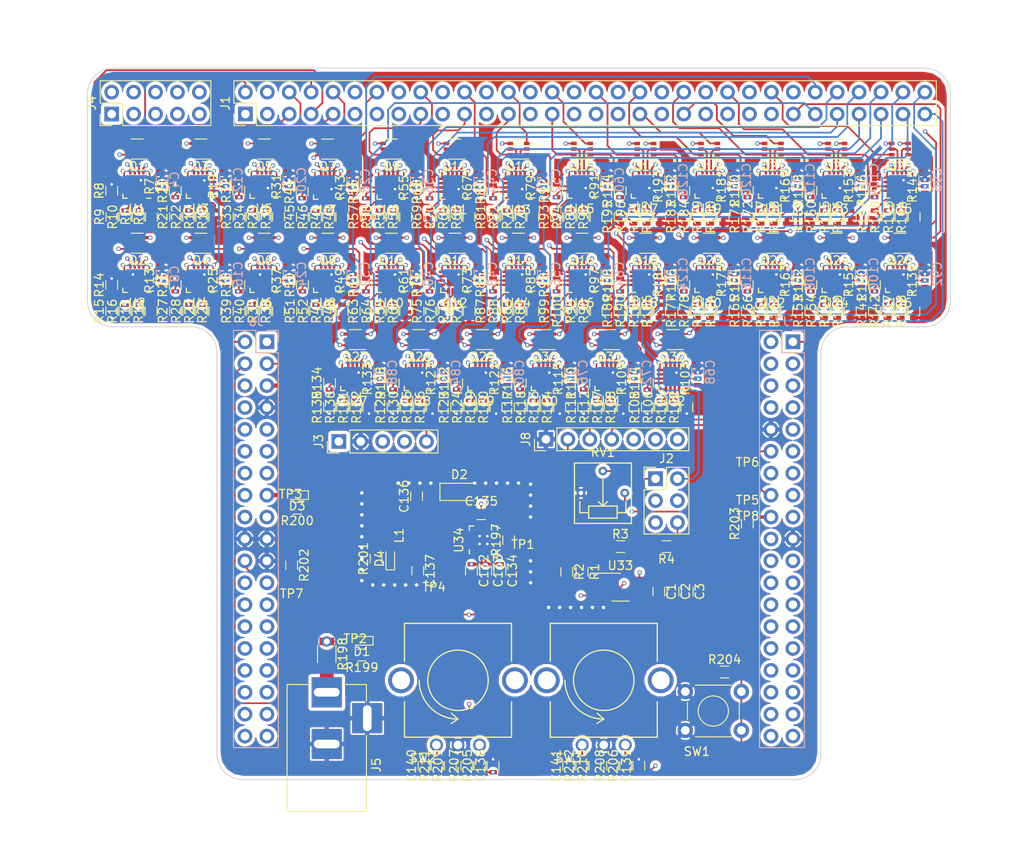
<source format=kicad_pcb>
(kicad_pcb (version 4) (host pcbnew 4.0.7-e2-6376~58~ubuntu17.04.1)
  (title_block (title "LED Driver Extension Board for STM32 Boards") (date 2017-11-20))
  (layers (0 S1.Cu signal) (1 S2.Cu signal) (2 V18.Cu mixed hide) (31 GND.Cu mixed hide) (34 B.Paste user) (35 F.Paste user) (36 B.SilkS user) (37 F.SilkS user) (38 B.Mask user) (39 F.Mask user) (44 Edge.Cuts user))
  (net 0 "")
  (net 1 +3V3)
  (net 2 GND)
  (net 3 V18)
  (net 4 "Net-(C135-Pad1)")
  (net 5 "Net-(C135-Pad2)")
  (net 6 E5V)
  (net 7 PC9)
  (net 8 PC11)
  (net 9 PC10)
  (net 10 PC12)
  (net 11 "Net-(D1-Pad1)")
  (net 12 "Net-(D3-Pad1)")
  (net 13 "Net-(D4-Pad1)")
  (net 14 LED_N_01)
  (net 15 LED_N_02)
  (net 16 LED_N_03)
  (net 17 LED_N_04)
  (net 18 LED_N_05)
  (net 19 LED_N_06)
  (net 20 LED_N_07)
  (net 21 LED_N_08)
  (net 22 LED_N_09)
  (net 23 LED_N_10)
  (net 24 LED_N_11)
  (net 25 LED_N_12)
  (net 26 LED_N_13)
  (net 27 LED_N_14)
  (net 28 LED_N_15)
  (net 29 LED_N_16)
  (net 30 LED_N_17)
  (net 31 LED_N_18)
  (net 32 LED_N_19)
  (net 33 LED_N_20)
  (net 34 LED_N_21)
  (net 35 LED_N_22)
  (net 36 LED_N_23)
  (net 37 LED_N_24)
  (net 38 LED_N_25)
  (net 39 LED_N_26)
  (net 40 LED_N_27)
  (net 41 LED_N_28)
  (net 42 LED_N_29)
  (net 43 LED_N_30)
  (net 44 LED_N_31)
  (net 45 LED_N_32)
  (net 46 LED_N_33)
  (net 47 LED_N_34)
  (net 48 LED_N_35)
  (net 49 LED_N_36)
  (net 50 LED_N_37)
  (net 51 LED_N_38)
  (net 52 LED_N_39)
  (net 53 LED_N_40)
  (net 54 LED_N_41)
  (net 55 LED_N_42)
  (net 56 LED_N_43)
  (net 57 LED_N_44)
  (net 58 LED_N_45)
  (net 59 LED_N_46)
  (net 60 LED_N_47)
  (net 61 LED_N_48)
  (net 62 LED_N_49)
  (net 63 LED_N_50)
  (net 64 LED_N_51)
  (net 65 LED_N_52)
  (net 66 LED_N_53)
  (net 67 LED_N_54)
  (net 68 LED_N_55)
  (net 69 LED_N_56)
  (net 70 LED_N_57)
  (net 71 LED_N_58)
  (net 72 LED_N_59)
  (net 73 LED_N_60)
  (net 74 LED_N_61)
  (net 75 LED_N_62)
  (net 76 LED_N_63)
  (net 77 LED_N_64)
  (net 78 "Net-(J2-Pad1)")
  (net 79 VSIG)
  (net 80 VDAC)
  (net 81 I2C_SCL)
  (net 82 I2C_SDA)
  (net 83 "Net-(J5-Pad1)")
  (net 84 PC8)
  (net 85 PA5)
  (net 86 PA7)
  (net 87 DC_OLED)
  (net 88 PA8)
  (net 89 CS_OLED)
  (net 90 "Net-(Q1-Pad1)")
  (net 91 "Net-(Q1-Pad5)")
  (net 92 "Net-(Q1-Pad2)")
  (net 93 "Net-(Q1-Pad4)")
  (net 94 "Net-(Q2-Pad1)")
  (net 95 "Net-(Q2-Pad5)")
  (net 96 "Net-(Q2-Pad2)")
  (net 97 "Net-(Q2-Pad4)")
  (net 98 "Net-(Q3-Pad1)")
  (net 99 "Net-(Q3-Pad5)")
  (net 100 "Net-(Q3-Pad2)")
  (net 101 "Net-(Q3-Pad4)")
  (net 102 "Net-(Q4-Pad1)")
  (net 103 "Net-(Q4-Pad5)")
  (net 104 "Net-(Q4-Pad2)")
  (net 105 "Net-(Q4-Pad4)")
  (net 106 "Net-(Q5-Pad1)")
  (net 107 "Net-(Q5-Pad5)")
  (net 108 "Net-(Q5-Pad2)")
  (net 109 "Net-(Q5-Pad4)")
  (net 110 "Net-(Q6-Pad1)")
  (net 111 "Net-(Q6-Pad5)")
  (net 112 "Net-(Q6-Pad2)")
  (net 113 "Net-(Q6-Pad4)")
  (net 114 "Net-(Q7-Pad1)")
  (net 115 "Net-(Q7-Pad5)")
  (net 116 "Net-(Q7-Pad2)")
  (net 117 "Net-(Q7-Pad4)")
  (net 118 "Net-(Q8-Pad1)")
  (net 119 "Net-(Q8-Pad5)")
  (net 120 "Net-(Q8-Pad2)")
  (net 121 "Net-(Q8-Pad4)")
  (net 122 "Net-(Q9-Pad1)")
  (net 123 "Net-(Q9-Pad5)")
  (net 124 "Net-(Q9-Pad2)")
  (net 125 "Net-(Q9-Pad4)")
  (net 126 "Net-(Q10-Pad1)")
  (net 127 "Net-(Q10-Pad5)")
  (net 128 "Net-(Q10-Pad2)")
  (net 129 "Net-(Q10-Pad4)")
  (net 130 "Net-(Q11-Pad1)")
  (net 131 "Net-(Q11-Pad5)")
  (net 132 "Net-(Q11-Pad2)")
  (net 133 "Net-(Q11-Pad4)")
  (net 134 "Net-(Q12-Pad1)")
  (net 135 "Net-(Q12-Pad5)")
  (net 136 "Net-(Q12-Pad2)")
  (net 137 "Net-(Q12-Pad4)")
  (net 138 "Net-(Q13-Pad1)")
  (net 139 "Net-(Q13-Pad5)")
  (net 140 "Net-(Q13-Pad2)")
  (net 141 "Net-(Q13-Pad4)")
  (net 142 "Net-(Q14-Pad1)")
  (net 143 "Net-(Q14-Pad5)")
  (net 144 "Net-(Q14-Pad2)")
  (net 145 "Net-(Q14-Pad4)")
  (net 146 "Net-(Q15-Pad1)")
  (net 147 "Net-(Q15-Pad5)")
  (net 148 "Net-(Q15-Pad2)")
  (net 149 "Net-(Q15-Pad4)")
  (net 150 "Net-(Q16-Pad1)")
  (net 151 "Net-(Q16-Pad5)")
  (net 152 "Net-(Q16-Pad2)")
  (net 153 "Net-(Q16-Pad4)")
  (net 154 "Net-(Q17-Pad1)")
  (net 155 "Net-(Q17-Pad5)")
  (net 156 "Net-(Q17-Pad2)")
  (net 157 "Net-(Q17-Pad4)")
  (net 158 "Net-(Q18-Pad1)")
  (net 159 "Net-(Q18-Pad5)")
  (net 160 "Net-(Q18-Pad2)")
  (net 161 "Net-(Q18-Pad4)")
  (net 162 "Net-(Q19-Pad1)")
  (net 163 "Net-(Q19-Pad5)")
  (net 164 "Net-(Q19-Pad2)")
  (net 165 "Net-(Q19-Pad4)")
  (net 166 "Net-(Q20-Pad1)")
  (net 167 "Net-(Q20-Pad5)")
  (net 168 "Net-(Q20-Pad2)")
  (net 169 "Net-(Q20-Pad4)")
  (net 170 "Net-(Q21-Pad1)")
  (net 171 "Net-(Q21-Pad5)")
  (net 172 "Net-(Q21-Pad2)")
  (net 173 "Net-(Q21-Pad4)")
  (net 174 "Net-(Q22-Pad1)")
  (net 175 "Net-(Q22-Pad5)")
  (net 176 "Net-(Q22-Pad2)")
  (net 177 "Net-(Q22-Pad4)")
  (net 178 "Net-(Q23-Pad1)")
  (net 179 "Net-(Q23-Pad5)")
  (net 180 "Net-(Q23-Pad2)")
  (net 181 "Net-(Q23-Pad4)")
  (net 182 "Net-(Q24-Pad1)")
  (net 183 "Net-(Q24-Pad5)")
  (net 184 "Net-(Q24-Pad2)")
  (net 185 "Net-(Q24-Pad4)")
  (net 186 "Net-(Q25-Pad1)")
  (net 187 "Net-(Q25-Pad5)")
  (net 188 "Net-(Q25-Pad2)")
  (net 189 "Net-(Q25-Pad4)")
  (net 190 "Net-(Q26-Pad1)")
  (net 191 "Net-(Q26-Pad5)")
  (net 192 "Net-(Q26-Pad2)")
  (net 193 "Net-(Q26-Pad4)")
  (net 194 "Net-(Q27-Pad5)")
  (net 195 "Net-(Q27-Pad4)")
  (net 196 "Net-(Q28-Pad5)")
  (net 197 "Net-(Q28-Pad4)")
  (net 198 "Net-(Q29-Pad5)")
  (net 199 "Net-(Q29-Pad4)")
  (net 200 "Net-(Q30-Pad5)")
  (net 201 "Net-(Q30-Pad4)")
  (net 202 "Net-(Q31-Pad5)")
  (net 203 "Net-(Q31-Pad4)")
  (net 204 "Net-(Q32-Pad5)")
  (net 205 "Net-(Q32-Pad4)")
  (net 206 "Net-(R1-Pad2)")
  (net 207 "Net-(R2-Pad2)")
  (net 208 "Net-(R3-Pad1)")
  (net 209 "Net-(R5-Pad1)")
  (net 210 "Net-(R5-Pad2)")
  (net 211 "Net-(R10-Pad1)")
  (net 212 "Net-(R10-Pad2)")
  (net 213 "Net-(R11-Pad1)")
  (net 214 "Net-(R11-Pad2)")
  (net 215 "Net-(R15-Pad2)")
  (net 216 "Net-(R16-Pad2)")
  (net 217 "Net-(R17-Pad1)")
  (net 218 "Net-(R17-Pad2)")
  (net 219 "Net-(R21-Pad2)")
  (net 220 "Net-(R22-Pad2)")
  (net 221 "Net-(R23-Pad1)")
  (net 222 "Net-(R23-Pad2)")
  (net 223 "Net-(R27-Pad2)")
  (net 224 "Net-(R28-Pad2)")
  (net 225 "Net-(R29-Pad1)")
  (net 226 "Net-(R29-Pad2)")
  (net 227 "Net-(R33-Pad2)")
  (net 228 "Net-(R34-Pad2)")
  (net 229 "Net-(R35-Pad1)")
  (net 230 "Net-(R35-Pad2)")
  (net 231 "Net-(R39-Pad2)")
  (net 232 "Net-(R40-Pad2)")
  (net 233 "Net-(R41-Pad1)")
  (net 234 "Net-(R41-Pad2)")
  (net 235 "Net-(R45-Pad2)")
  (net 236 "Net-(R46-Pad2)")
  (net 237 "Net-(R47-Pad1)")
  (net 238 "Net-(R47-Pad2)")
  (net 239 "Net-(R51-Pad2)")
  (net 240 "Net-(R52-Pad2)")
  (net 241 "Net-(R53-Pad1)")
  (net 242 "Net-(R53-Pad2)")
  (net 243 "Net-(R57-Pad2)")
  (net 244 "Net-(R58-Pad2)")
  (net 245 "Net-(R59-Pad1)")
  (net 246 "Net-(R59-Pad2)")
  (net 247 "Net-(R63-Pad2)")
  (net 248 "Net-(R64-Pad2)")
  (net 249 "Net-(R65-Pad1)")
  (net 250 "Net-(R65-Pad2)")
  (net 251 "Net-(R69-Pad2)")
  (net 252 "Net-(R70-Pad2)")
  (net 253 "Net-(R71-Pad1)")
  (net 254 "Net-(R71-Pad2)")
  (net 255 "Net-(R75-Pad2)")
  (net 256 "Net-(R76-Pad2)")
  (net 257 "Net-(R77-Pad1)")
  (net 258 "Net-(R77-Pad2)")
  (net 259 "Net-(R81-Pad2)")
  (net 260 "Net-(R82-Pad2)")
  (net 261 "Net-(R83-Pad1)")
  (net 262 "Net-(R83-Pad2)")
  (net 263 "Net-(R87-Pad2)")
  (net 264 "Net-(R88-Pad2)")
  (net 265 "Net-(R89-Pad1)")
  (net 266 "Net-(R89-Pad2)")
  (net 267 "Net-(R93-Pad2)")
  (net 268 "Net-(R94-Pad2)")
  (net 269 "Net-(R95-Pad1)")
  (net 270 "Net-(R95-Pad2)")
  (net 271 "Net-(R100-Pad1)")
  (net 272 "Net-(R100-Pad2)")
  (net 273 "Net-(R101-Pad1)")
  (net 274 "Net-(R101-Pad2)")
  (net 275 "Net-(R105-Pad2)")
  (net 276 "Net-(R106-Pad2)")
  (net 277 "Net-(R107-Pad1)")
  (net 278 "Net-(R107-Pad2)")
  (net 279 "Net-(R111-Pad2)")
  (net 280 "Net-(R112-Pad2)")
  (net 281 "Net-(R113-Pad1)")
  (net 282 "Net-(R113-Pad2)")
  (net 283 "Net-(R117-Pad2)")
  (net 284 "Net-(R118-Pad2)")
  (net 285 "Net-(R119-Pad1)")
  (net 286 "Net-(R119-Pad2)")
  (net 287 "Net-(R123-Pad2)")
  (net 288 "Net-(R124-Pad2)")
  (net 289 "Net-(R125-Pad1)")
  (net 290 "Net-(R125-Pad2)")
  (net 291 "Net-(R129-Pad2)")
  (net 292 "Net-(R130-Pad2)")
  (net 293 "Net-(R131-Pad1)")
  (net 294 "Net-(R131-Pad2)")
  (net 295 "Net-(R135-Pad2)")
  (net 296 "Net-(R136-Pad2)")
  (net 297 "Net-(R137-Pad1)")
  (net 298 "Net-(R137-Pad2)")
  (net 299 "Net-(R141-Pad2)")
  (net 300 "Net-(R142-Pad2)")
  (net 301 "Net-(R143-Pad1)")
  (net 302 "Net-(R143-Pad2)")
  (net 303 "Net-(R147-Pad2)")
  (net 304 "Net-(R148-Pad2)")
  (net 305 "Net-(R149-Pad1)")
  (net 306 "Net-(R149-Pad2)")
  (net 307 "Net-(R153-Pad2)")
  (net 308 "Net-(R154-Pad2)")
  (net 309 "Net-(R155-Pad1)")
  (net 310 "Net-(R155-Pad2)")
  (net 311 "Net-(R159-Pad2)")
  (net 312 "Net-(R160-Pad2)")
  (net 313 "Net-(R161-Pad1)")
  (net 314 "Net-(R161-Pad2)")
  (net 315 "Net-(R165-Pad2)")
  (net 316 "Net-(R166-Pad2)")
  (net 317 "Net-(R167-Pad1)")
  (net 318 "Net-(R167-Pad2)")
  (net 319 "Net-(R171-Pad2)")
  (net 320 "Net-(R172-Pad2)")
  (net 321 "Net-(R173-Pad1)")
  (net 322 "Net-(R173-Pad2)")
  (net 323 "Net-(R177-Pad2)")
  (net 324 "Net-(R178-Pad2)")
  (net 325 "Net-(R179-Pad1)")
  (net 326 "Net-(R179-Pad2)")
  (net 327 "Net-(R183-Pad2)")
  (net 328 "Net-(R184-Pad2)")
  (net 329 "Net-(R185-Pad1)")
  (net 330 "Net-(R185-Pad2)")
  (net 331 "Net-(R189-Pad2)")
  (net 332 "Net-(R190-Pad2)")
  (net 333 "Net-(R191-Pad1)")
  (net 334 "Net-(R191-Pad2)")
  (net 335 "Net-(R195-Pad2)")
  (net 336 "Net-(R196-Pad2)")
  (net 337 "Net-(R197-Pad2)")
  (net 338 "Net-(R205-Pad2)")
  (net 339 "Net-(R206-Pad2)")
  (net 340 "Net-(R209-Pad2)")
  (net 341 "Net-(R210-Pad2)")
  (net 342 "Net-(Q27-Pad1)")
  (net 343 "Net-(Q27-Pad2)")
  (net 344 "Net-(Q28-Pad1)")
  (net 345 "Net-(Q28-Pad2)")
  (net 346 "Net-(Q29-Pad1)")
  (net 347 "Net-(Q29-Pad2)")
  (net 348 "Net-(Q30-Pad1)")
  (net 349 "Net-(Q30-Pad2)")
  (net 350 "Net-(Q31-Pad1)")
  (net 351 "Net-(Q31-Pad2)")
  (net 352 "Net-(Q32-Pad1)")
  (net 353 "Net-(Q32-Pad2)")
  (net 354 LIGHT_INT)
  (module MyVias:Stitchging-Via-0.4-0.7 (layer S1.Cu) (at 157.7975 109.5375 90)
    (fp_text reference REF** hide)
    (fp_text value Stitching-Via-0.4-0.7)
    (pad "" thru_hole circle (at 0 0 90) (size 0.7 0.7) (drill 0.4) (layers *.Cu) (net 2 GND))
  )
  (module MyVias:Stitchging-Via-0.4-0.7 (layer S1.Cu) (at 156.5275 109.5375 90)
    (fp_text reference REF** hide)
    (fp_text value Stitching-Via-0.4-0.7)
    (pad "" thru_hole circle (at 0 0 90) (size 0.7 0.7) (drill 0.4) (layers *.Cu) (net 2 GND))
  )
  (module MyVias:Stitchging-Via-0.4-0.7 (layer S1.Cu) (at 155.2575 109.5375 90)
    (fp_text reference REF** hide)
    (fp_text value Stitching-Via-0.4-0.7)
    (pad "" thru_hole circle (at 0 0 90) (size 0.7 0.7) (drill 0.4) (layers *.Cu) (net 2 GND))
  )
  (module MyVias:Stitchging-Via-0.4-0.7 (layer S1.Cu) (at 151.4475 109.5375 90)
    (fp_text reference REF** hide)
    (fp_text value Stitching-Via-0.4-0.7)
    (pad "" thru_hole circle (at 0 0 90) (size 0.7 0.7) (drill 0.4) (layers *.Cu) (net 2 GND))
  )
  (module MyVias:Stitchging-Via-0.4-0.7 (layer S1.Cu) (at 152.7175 109.5375 90)
    (fp_text reference REF** hide)
    (fp_text value Stitching-Via-0.4-0.7)
    (pad "" thru_hole circle (at 0 0 90) (size 0.7 0.7) (drill 0.4) (layers *.Cu) (net 2 GND))
  )
  (module MyVias:Stitchging-Via-0.4-0.7 (layer S1.Cu) (at 153.9875 109.5375 90)
    (fp_text reference REF** hide)
    (fp_text value Stitching-Via-0.4-0.7)
    (pad "" thru_hole circle (at 0 0 90) (size 0.7 0.7) (drill 0.4) (layers *.Cu) (net 2 GND))
  )
  (module MyVias:Stitchging-Via-0.4-0.7 (layer S1.Cu) (at 136.144 106.934 90)
    (fp_text reference REF** hide)
    (fp_text value Stitching-Via-0.4-0.7)
    (pad "" thru_hole circle (at 0 0 90) (size 0.7 0.7) (drill 0.4) (layers *.Cu) (net 2 GND))
  )
  (module MyVias:Stitchging-Via-0.4-0.7 (layer S1.Cu) (at 134.874 106.934 90)
    (fp_text reference REF** hide)
    (fp_text value Stitching-Via-0.4-0.7)
    (pad "" thru_hole circle (at 0 0 90) (size 0.7 0.7) (drill 0.4) (layers *.Cu) (net 2 GND))
  )
  (module MyVias:Stitchging-Via-0.4-0.7 (layer S1.Cu) (at 131.064 106.934 90)
    (fp_text reference REF** hide)
    (fp_text value Stitching-Via-0.4-0.7)
    (pad "" thru_hole circle (at 0 0 90) (size 0.7 0.7) (drill 0.4) (layers *.Cu) (net 2 GND))
  )
  (module MyVias:Stitchging-Via-0.4-0.7 (layer S1.Cu) (at 132.334 106.934 90)
    (fp_text reference REF** hide)
    (fp_text value Stitching-Via-0.4-0.7)
    (pad "" thru_hole circle (at 0 0 90) (size 0.7 0.7) (drill 0.4) (layers *.Cu) (net 2 GND))
  )
  (module MyVias:Stitchging-Via-0.4-0.7 (layer S1.Cu) (at 133.604 106.934 90)
    (fp_text reference REF** hide)
    (fp_text value Stitching-Via-0.4-0.7)
    (pad "" thru_hole circle (at 0 0 90) (size 0.7 0.7) (drill 0.4) (layers *.Cu) (net 2 GND))
  )
  (module MyVias:Stitchging-Via-0.4-0.7 (layer S1.Cu) (at 147.955 95.123 90)
    (fp_text reference REF** hide)
    (fp_text value Stitching-Via-0.4-0.7)
    (pad "" thru_hole circle (at 0 0 90) (size 0.7 0.7) (drill 0.4) (layers *.Cu) (net 2 GND))
  )
  (module MyVias:Stitchging-Via-0.4-0.7 (layer S1.Cu) (at 146.685 95.123 90)
    (fp_text reference REF** hide)
    (fp_text value Stitching-Via-0.4-0.7)
    (pad "" thru_hole circle (at 0 0 90) (size 0.7 0.7) (drill 0.4) (layers *.Cu) (net 2 GND))
  )
  (module MyVias:Stitchging-Via-0.4-0.7 (layer S1.Cu) (at 145.415 95.123 90)
    (fp_text reference REF** hide)
    (fp_text value Stitching-Via-0.4-0.7)
    (pad "" thru_hole circle (at 0 0 90) (size 0.7 0.7) (drill 0.4) (layers *.Cu) (net 2 GND))
  )
  (module MyVias:Stitchging-Via-0.4-0.7 (layer S1.Cu) (at 142.875 95.123 90)
    (fp_text reference REF** hide)
    (fp_text value Stitching-Via-0.4-0.7)
    (pad "" thru_hole circle (at 0 0 90) (size 0.7 0.7) (drill 0.4) (layers *.Cu) (net 2 GND))
  )
  (module MyVias:Stitchging-Via-0.4-0.7 (layer S1.Cu) (at 144.145 95.123 90)
    (fp_text reference REF** hide)
    (fp_text value Stitching-Via-0.4-0.7)
    (pad "" thru_hole circle (at 0 0 90) (size 0.7 0.7) (drill 0.4) (layers *.Cu) (net 2 GND))
  )
  (module MyVias:Stitchging-Via-0.4-0.7 (layer S1.Cu) (at 136.525 95.123 90)
    (fp_text reference REF** hide)
    (fp_text value Stitching-Via-0.4-0.7)
    (pad "" thru_hole circle (at 0 0 90) (size 0.7 0.7) (drill 0.4) (layers *.Cu) (net 2 GND))
  )
  (module MyVias:Stitchging-Via-0.4-0.7 (layer S1.Cu) (at 135.255 95.123 90)
    (fp_text reference REF** hide)
    (fp_text value Stitching-Via-0.4-0.7)
    (pad "" thru_hole circle (at 0 0 90) (size 0.7 0.7) (drill 0.4) (layers *.Cu) (net 2 GND))
  )
  (module MyVias:Stitchging-Via-0.4-0.7 (layer S1.Cu) (at 133.985 95.123 90)
    (fp_text reference REF** hide)
    (fp_text value Stitching-Via-0.4-0.7)
    (pad "" thru_hole circle (at 0 0 90) (size 0.7 0.7) (drill 0.4) (layers *.Cu) (net 2 GND))
  )
  (module MyVias:Stitchging-Via-0.4-0.7 (layer S1.Cu) (at 137.795 95.123 90)
    (fp_text reference REF** hide)
    (fp_text value Stitching-Via-0.4-0.7)
    (pad "" thru_hole circle (at 0 0 90) (size 0.7 0.7) (drill 0.4) (layers *.Cu) (net 2 GND))
  )
  (module MyVias:Stitchging-Via-0.4-0.7 (layer S1.Cu) (at 149.352 106.68)
    (fp_text reference REF** hide)
    (fp_text value Stitching-Via-0.4-0.7)
    (pad "" thru_hole circle (at 0 0) (size 0.7 0.7) (drill 0.4) (layers *.Cu) (net 2 GND))
  )
  (module MyVias:Stitchging-Via-0.4-0.7 (layer S1.Cu) (at 149.352 105.41)
    (fp_text reference REF** hide)
    (fp_text value Stitching-Via-0.4-0.7)
    (pad "" thru_hole circle (at 0 0) (size 0.7 0.7) (drill 0.4) (layers *.Cu) (net 2 GND))
  )
  (module MyVias:Stitchging-Via-0.4-0.7 (layer S1.Cu) (at 149.352 104.14)
    (fp_text reference REF** hide)
    (fp_text value Stitching-Via-0.4-0.7)
    (pad "" thru_hole circle (at 0 0) (size 0.7 0.7) (drill 0.4) (layers *.Cu) (net 2 GND))
  )
  (module MyVias:Stitchging-Via-0.4-0.7 (layer S1.Cu) (at 149.352 95.25)
    (fp_text reference REF** hide)
    (fp_text value Stitching-Via-0.4-0.7)
    (pad "" thru_hole circle (at 0 0) (size 0.7 0.7) (drill 0.4) (layers *.Cu) (net 2 GND))
  )
  (module MyVias:Stitchging-Via-0.4-0.7 (layer S1.Cu) (at 149.352 96.52)
    (fp_text reference REF** hide)
    (fp_text value Stitching-Via-0.4-0.7)
    (pad "" thru_hole circle (at 0 0) (size 0.7 0.7) (drill 0.4) (layers *.Cu) (net 2 GND))
  )
  (module MyVias:Stitchging-Via-0.4-0.7 (layer S1.Cu) (at 149.352 97.79)
    (fp_text reference REF** hide)
    (fp_text value Stitching-Via-0.4-0.7)
    (pad "" thru_hole circle (at 0 0) (size 0.7 0.7) (drill 0.4) (layers *.Cu) (net 2 GND))
  )
  (module MyVias:Stitchging-Via-0.4-0.7 (layer S1.Cu) (at 149.352 99.06)
    (fp_text reference REF** hide)
    (fp_text value Stitching-Via-0.4-0.7)
    (pad "" thru_hole circle (at 0 0) (size 0.7 0.7) (drill 0.4) (layers *.Cu) (net 2 GND))
  )
  (module MyVias:Stitchging-Via-0.4-0.7 (layer S1.Cu) (at 129.794 102.616)
    (fp_text reference REF** hide)
    (fp_text value Stitching-Via-0.4-0.7)
    (pad "" thru_hole circle (at 0 0) (size 0.7 0.7) (drill 0.4) (layers *.Cu) (net 2 GND))
  )
  (module MyVias:Stitchging-Via-0.4-0.7 (layer S1.Cu) (at 129.794 101.346)
    (fp_text reference REF** hide)
    (fp_text value Stitching-Via-0.4-0.7)
    (pad "" thru_hole circle (at 0 0) (size 0.7 0.7) (drill 0.4) (layers *.Cu) (net 2 GND))
  )
  (module MyVias:Stitchging-Via-0.4-0.7 (layer S1.Cu) (at 129.794 100.076)
    (fp_text reference REF** hide)
    (fp_text value Stitching-Via-0.4-0.7)
    (pad "" thru_hole circle (at 0 0) (size 0.7 0.7) (drill 0.4) (layers *.Cu) (net 2 GND))
  )
  (module MyVias:Stitchging-Via-0.4-0.7 (layer S1.Cu) (at 129.794 96.266)
    (fp_text reference REF** hide)
    (fp_text value Stitching-Via-0.4-0.7)
    (pad "" thru_hole circle (at 0 0) (size 0.7 0.7) (drill 0.4) (layers *.Cu) (net 2 GND))
  )
  (module MyVias:Stitchging-Via-0.4-0.7 (layer S1.Cu) (at 129.794 97.536)
    (fp_text reference REF** hide)
    (fp_text value Stitching-Via-0.4-0.7)
    (pad "" thru_hole circle (at 0 0) (size 0.7 0.7) (drill 0.4) (layers *.Cu) (net 2 GND))
  )
  (module MyVias:Stitchging-Via-0.4-0.7 (layer S1.Cu) (at 129.794 98.806)
    (fp_text reference REF** hide)
    (fp_text value Stitching-Via-0.4-0.7)
    (pad "" thru_hole circle (at 0 0) (size 0.7 0.7) (drill 0.4) (layers *.Cu) (net 2 GND))
  )
  (module MyVias:Stitchging-Via-0.4-0.7 (layer S1.Cu) (at 129.794 106.426)
    (fp_text reference REF** hide)
    (fp_text value Stitching-Via-0.4-0.7)
    (pad "" thru_hole circle (at 0 0) (size 0.7 0.7) (drill 0.4) (layers *.Cu) (net 2 GND))
  )
  (module MyVias:Stitchging-Via-0.4-0.7 (layer S1.Cu) (at 129.794 105.156)
    (fp_text reference REF** hide)
    (fp_text value Stitching-Via-0.4-0.7)
    (pad "" thru_hole circle (at 0 0) (size 0.7 0.7) (drill 0.4) (layers *.Cu) (net 2 GND))
  )
  (module MyVias:Stitchging-Via-0.4-0.7 (layer S1.Cu) (at 129.794 103.886)
    (fp_text reference REF** hide)
    (fp_text value Stitching-Via-0.4-0.7)
    (pad "" thru_hole circle (at 0 0) (size 0.7 0.7) (drill 0.4) (layers *.Cu) (net 2 GND))
  )
  (module Potis:Vishay_T73YE103KT20 (layer S1.Cu) (at 157.734 93.726)
    (fp_text reference RV1 (at 0 -2.159) (layer F.SilkS))
    (fp_text value T73YE103KT20)
    (pad 1 thru_hole circle (at 2.54 2.54) (size 1 1) (drill 0.5) (layers *.Cu *.Mask) (net 208 "Net-(R3-Pad1)"))
    (pad 3 thru_hole circle (at -2.54 2.54) (size 1 1) (drill 0.5) (layers *.Cu *.Mask) (net 2 GND))
    (pad 2 thru_hole circle (at 0 0) (size 1 1) (drill 0.5) (layers *.Cu *.Mask) (net 78 "Net-(J2-Pad1)"))
  )
  (module Diodes_SMD:D_SOD-123 (layer S1.Cu) (at 141.097 96.139)
    (fp_text reference D2 (at 0 -2) (layer F.SilkS))
    (fp_text value D_Schottky)
    (pad 1 smd rect (at -1.65 0) (size 0.9 1.2) (layers S1.Cu F.Paste F.Mask) (net 4 "Net-(C135-Pad1)"))
    (pad 2 smd rect (at 1.65 0) (size 0.9 1.2) (layers S1.Cu F.Paste F.Mask) (net 2 GND))
  )
  (module QFN:QFN-16-1EP_3x3mm_Pitch0.5mm (layer S1.Cu) (at 103.729 71.384 180)
    (fp_text reference U2 (at 0 -2.85 180) (layer F.SilkS))
    (fp_text value LM324QT)
    (pad 1 smd oval (at -1.475 -0.75 180) (size 0.75 0.3) (layers S1.Cu F.Paste F.Mask) (net 94 "Net-(Q2-Pad1)"))
    (pad 2 smd oval (at -1.475 -0.25 180) (size 0.75 0.3) (layers S1.Cu F.Paste F.Mask) (net 3 V18))
    (pad 3 smd oval (at -1.475 0.25 180) (size 0.75 0.3) (layers S1.Cu F.Paste F.Mask))
    (pad 4 smd oval (at -1.475 0.75 180) (size 0.75 0.3) (layers S1.Cu F.Paste F.Mask) (net 79 VSIG))
    (pad 5 smd oval (at -0.75 1.475 270) (size 0.75 0.3) (layers S1.Cu F.Paste F.Mask) (net 214 "Net-(R11-Pad2)"))
    (pad 6 smd oval (at -0.25 1.475 270) (size 0.75 0.3) (layers S1.Cu F.Paste F.Mask) (net 96 "Net-(Q2-Pad2)"))
    (pad 7 smd oval (at 0.25 1.475 270) (size 0.75 0.3) (layers S1.Cu F.Paste F.Mask) (net 95 "Net-(Q2-Pad5)"))
    (pad 8 smd oval (at 0.75 1.475 270) (size 0.75 0.3) (layers S1.Cu F.Paste F.Mask) (net 216 "Net-(R16-Pad2)"))
    (pad 9 smd oval (at 1.475 0.75 180) (size 0.75 0.3) (layers S1.Cu F.Paste F.Mask) (net 79 VSIG))
    (pad 10 smd oval (at 1.475 0.25 180) (size 0.75 0.3) (layers S1.Cu F.Paste F.Mask))
    (pad 11 smd oval (at 1.475 -0.25 180) (size 0.75 0.3) (layers S1.Cu F.Paste F.Mask) (net 2 GND))
    (pad 12 smd oval (at 1.475 -0.75 180) (size 0.75 0.3) (layers S1.Cu F.Paste F.Mask) (net 97 "Net-(Q2-Pad4)"))
    (pad 13 smd oval (at 0.75 -1.475 270) (size 0.75 0.3) (layers S1.Cu F.Paste F.Mask) (net 215 "Net-(R15-Pad2)"))
    (pad 14 smd oval (at 0.25 -1.475 270) (size 0.75 0.3) (layers S1.Cu F.Paste F.Mask) (net 216 "Net-(R16-Pad2)"))
    (pad 15 smd oval (at -0.25 -1.475 270) (size 0.75 0.3) (layers S1.Cu F.Paste F.Mask) (net 214 "Net-(R11-Pad2)"))
    (pad 16 smd oval (at -0.75 -1.475 270) (size 0.75 0.3) (layers S1.Cu F.Paste F.Mask) (net 213 "Net-(R11-Pad1)"))
    (pad 17 smd rect (at 0.45 0.45 180) (size 0.9 0.9) (layers S1.Cu F.Paste F.Mask) (net 2 GND))
    (pad 17 smd rect (at 0.45 -0.45 180) (size 0.9 0.9) (layers S1.Cu F.Paste F.Mask) (net 2 GND))
    (pad 17 smd rect (at -0.45 0.45 180) (size 0.9 0.9) (layers S1.Cu F.Paste F.Mask) (net 2 GND))
    (pad 17 smd rect (at -0.45 -0.45 180) (size 0.9 0.9) (layers S1.Cu F.Paste F.Mask) (net 2 GND))
  )
  (module Resistors_SMD:R_0603 (layer S1.Cu) (at 164.211 107.696 270)
    (fp_text reference C1 (at 0 -1.45 270) (layer F.SilkS))
    (fp_text value 10n)
    (pad 1 smd rect (at -0.75 0 270) (size 0.5 0.9) (layers S1.Cu F.Paste F.Mask) (net 1 +3V3))
    (pad 2 smd rect (at 0.75 0 270) (size 0.5 0.9) (layers S1.Cu F.Paste F.Mask) (net 2 GND))
  )
  (module Resistors_SMD:R_0603 (layer S1.Cu) (at 165.862 107.696 270)
    (fp_text reference C2 (at 0 -1.45 270) (layer F.SilkS))
    (fp_text value 100n)
    (pad 1 smd rect (at -0.75 0 270) (size 0.5 0.9) (layers S1.Cu F.Paste F.Mask) (net 1 +3V3))
    (pad 2 smd rect (at 0.75 0 270) (size 0.5 0.9) (layers S1.Cu F.Paste F.Mask) (net 2 GND))
  )
  (module Resistors_SMD:R_0603 (layer S1.Cu) (at 167.513 107.696 270)
    (fp_text reference C3 (at 0 -1.45 270) (layer F.SilkS))
    (fp_text value 10u)
    (pad 1 smd rect (at -0.75 0 270) (size 0.5 0.9) (layers S1.Cu F.Paste F.Mask) (net 1 +3V3))
    (pad 2 smd rect (at 0.75 0 270) (size 0.5 0.9) (layers S1.Cu F.Paste F.Mask) (net 2 GND))
  )
  (module Resistors_SMD:R_0603 (layer GND.Cu) (at 106.65 59.954 90)
    (fp_text reference C4 (at 0 1.45 90) (layer B.SilkS) (effects (justify mirror)))
    (fp_text value 1u)
    (pad 1 smd rect (at -0.75 0 90) (size 0.5 0.9) (layers GND.Cu B.Paste B.Mask) (net 3 V18))
    (pad 2 smd rect (at 0.75 0 90) (size 0.5 0.9) (layers GND.Cu B.Paste B.Mask) (net 2 GND))
  )
  (module Resistors_SMD:R_0603 (layer GND.Cu) (at 106.65 70.876 90)
    (fp_text reference C8 (at 0 1.45 90) (layer B.SilkS) (effects (justify mirror)))
    (fp_text value 1u)
    (pad 1 smd rect (at -0.75 0 90) (size 0.5 0.9) (layers GND.Cu B.Paste B.Mask) (net 3 V18))
    (pad 2 smd rect (at 0.75 0 90) (size 0.5 0.9) (layers GND.Cu B.Paste B.Mask) (net 2 GND))
  )
  (module Resistors_SMD:R_0603 (layer GND.Cu) (at 114.016 59.954 90)
    (fp_text reference C12 (at 0 1.45 90) (layer B.SilkS) (effects (justify mirror)))
    (fp_text value 1u)
    (pad 1 smd rect (at -0.75 0 90) (size 0.5 0.9) (layers GND.Cu B.Paste B.Mask) (net 3 V18))
    (pad 2 smd rect (at 0.75 0 90) (size 0.5 0.9) (layers GND.Cu B.Paste B.Mask) (net 2 GND))
  )
  (module Resistors_SMD:R_0603 (layer GND.Cu) (at 114.016 70.876 90)
    (fp_text reference C16 (at 0 1.45 90) (layer B.SilkS) (effects (justify mirror)))
    (fp_text value 1u)
    (pad 1 smd rect (at -0.75 0 90) (size 0.5 0.9) (layers GND.Cu B.Paste B.Mask) (net 3 V18))
    (pad 2 smd rect (at 0.75 0 90) (size 0.5 0.9) (layers GND.Cu B.Paste B.Mask) (net 2 GND))
  )
  (module Resistors_SMD:R_0603 (layer GND.Cu) (at 121.3612 59.944 90)
    (fp_text reference C20 (at 0 1.45 90) (layer B.SilkS) (effects (justify mirror)))
    (fp_text value 1u)
    (pad 1 smd rect (at -0.75 0 90) (size 0.5 0.9) (layers GND.Cu B.Paste B.Mask) (net 3 V18))
    (pad 2 smd rect (at 0.75 0 90) (size 0.5 0.9) (layers GND.Cu B.Paste B.Mask) (net 2 GND))
  )
  (module Resistors_SMD:R_0603 (layer GND.Cu) (at 121.382 70.876 90)
    (fp_text reference C24 (at 0 1.45 90) (layer B.SilkS) (effects (justify mirror)))
    (fp_text value 1u)
    (pad 1 smd rect (at -0.75 0 90) (size 0.5 0.9) (layers GND.Cu B.Paste B.Mask) (net 3 V18))
    (pad 2 smd rect (at 0.75 0 90) (size 0.5 0.9) (layers GND.Cu B.Paste B.Mask) (net 2 GND))
  )
  (module Resistors_SMD:R_0603 (layer GND.Cu) (at 128.748 60.081 90)
    (fp_text reference C28 (at 0 1.45 90) (layer B.SilkS) (effects (justify mirror)))
    (fp_text value 1u)
    (pad 1 smd rect (at -0.75 0 90) (size 0.5 0.9) (layers GND.Cu B.Paste B.Mask) (net 3 V18))
    (pad 2 smd rect (at 0.75 0 90) (size 0.5 0.9) (layers GND.Cu B.Paste B.Mask) (net 2 GND))
  )
  (module Resistors_SMD:R_0603 (layer GND.Cu) (at 128.748 70.876 90)
    (fp_text reference C32 (at 0 1.45 90) (layer B.SilkS) (effects (justify mirror)))
    (fp_text value 1u)
    (pad 1 smd rect (at -0.75 0 90) (size 0.5 0.9) (layers GND.Cu B.Paste B.Mask) (net 3 V18))
    (pad 2 smd rect (at 0.75 0 90) (size 0.5 0.9) (layers GND.Cu B.Paste B.Mask) (net 2 GND))
  )
  (module Resistors_SMD:R_0603 (layer GND.Cu) (at 136.114 60.081 90)
    (fp_text reference C36 (at 0 1.45 90) (layer B.SilkS) (effects (justify mirror)))
    (fp_text value 1u)
    (pad 1 smd rect (at -0.75 0 90) (size 0.5 0.9) (layers GND.Cu B.Paste B.Mask) (net 3 V18))
    (pad 2 smd rect (at 0.75 0 90) (size 0.5 0.9) (layers GND.Cu B.Paste B.Mask) (net 2 GND))
  )
  (module Resistors_SMD:R_0603 (layer GND.Cu) (at 136.114 70.876 90)
    (fp_text reference C40 (at 0 1.45 90) (layer B.SilkS) (effects (justify mirror)))
    (fp_text value 1u)
    (pad 1 smd rect (at -0.75 0 90) (size 0.5 0.9) (layers GND.Cu B.Paste B.Mask) (net 3 V18))
    (pad 2 smd rect (at 0.75 0 90) (size 0.5 0.9) (layers GND.Cu B.Paste B.Mask) (net 2 GND))
  )
  (module Resistors_SMD:R_0603 (layer GND.Cu) (at 143.48 60.081 90)
    (fp_text reference C44 (at 0 1.45 90) (layer B.SilkS) (effects (justify mirror)))
    (fp_text value 1u)
    (pad 1 smd rect (at -0.75 0 90) (size 0.5 0.9) (layers GND.Cu B.Paste B.Mask) (net 3 V18))
    (pad 2 smd rect (at 0.75 0 90) (size 0.5 0.9) (layers GND.Cu B.Paste B.Mask) (net 2 GND))
  )
  (module Resistors_SMD:R_0603 (layer GND.Cu) (at 143.48 70.876 90)
    (fp_text reference C48 (at 0 1.45 90) (layer B.SilkS) (effects (justify mirror)))
    (fp_text value 1u)
    (pad 1 smd rect (at -0.75 0 90) (size 0.5 0.9) (layers GND.Cu B.Paste B.Mask) (net 3 V18))
    (pad 2 smd rect (at 0.75 0 90) (size 0.5 0.9) (layers GND.Cu B.Paste B.Mask) (net 2 GND))
  )
  (module Resistors_SMD:R_0603 (layer GND.Cu) (at 150.846 60.081 90)
    (fp_text reference C52 (at 0 1.45 90) (layer B.SilkS) (effects (justify mirror)))
    (fp_text value 1u)
    (pad 1 smd rect (at -0.75 0 90) (size 0.5 0.9) (layers GND.Cu B.Paste B.Mask) (net 3 V18))
    (pad 2 smd rect (at 0.75 0 90) (size 0.5 0.9) (layers GND.Cu B.Paste B.Mask) (net 2 GND))
  )
  (module Resistors_SMD:R_0603 (layer GND.Cu) (at 150.846 70.876 90)
    (fp_text reference C56 (at 0 1.45 90) (layer B.SilkS) (effects (justify mirror)))
    (fp_text value 1u)
    (pad 1 smd rect (at -0.75 0 90) (size 0.5 0.9) (layers GND.Cu B.Paste B.Mask) (net 3 V18))
    (pad 2 smd rect (at 0.75 0 90) (size 0.5 0.9) (layers GND.Cu B.Paste B.Mask) (net 2 GND))
  )
  (module Resistors_SMD:R_0603 (layer GND.Cu) (at 158.212 59.954 90)
    (fp_text reference C60 (at 0 1.45 90) (layer B.SilkS) (effects (justify mirror)))
    (fp_text value 1u)
    (pad 1 smd rect (at -0.75 0 90) (size 0.5 0.9) (layers GND.Cu B.Paste B.Mask) (net 3 V18))
    (pad 2 smd rect (at 0.75 0 90) (size 0.5 0.9) (layers GND.Cu B.Paste B.Mask) (net 2 GND))
  )
  (module Resistors_SMD:R_0603 (layer GND.Cu) (at 158.212 70.876 90)
    (fp_text reference C64 (at 0 1.45 90) (layer B.SilkS) (effects (justify mirror)))
    (fp_text value 1u)
    (pad 1 smd rect (at -0.75 0 90) (size 0.5 0.9) (layers GND.Cu B.Paste B.Mask) (net 3 V18))
    (pad 2 smd rect (at 0.75 0 90) (size 0.5 0.9) (layers GND.Cu B.Paste B.Mask) (net 2 GND))
  )
  (module Resistors_SMD:R_0603 (layer GND.Cu) (at 168.7276 82.2552 90)
    (fp_text reference C68 (at 0 1.45 90) (layer B.SilkS) (effects (justify mirror)))
    (fp_text value 1u)
    (pad 1 smd rect (at -0.75 0 90) (size 0.5 0.9) (layers GND.Cu B.Paste B.Mask) (net 3 V18))
    (pad 2 smd rect (at 0.75 0 90) (size 0.5 0.9) (layers GND.Cu B.Paste B.Mask) (net 2 GND))
  )
  (module Resistors_SMD:R_0603 (layer GND.Cu) (at 161.3616 82.2552 90)
    (fp_text reference C72 (at 0 1.45 90) (layer B.SilkS) (effects (justify mirror)))
    (fp_text value 1u)
    (pad 1 smd rect (at -0.75 0 90) (size 0.5 0.9) (layers GND.Cu B.Paste B.Mask) (net 3 V18))
    (pad 2 smd rect (at 0.75 0 90) (size 0.5 0.9) (layers GND.Cu B.Paste B.Mask) (net 2 GND))
  )
  (module Resistors_SMD:R_0603 (layer GND.Cu) (at 153.9956 82.2552 90)
    (fp_text reference C76 (at 0 1.45 90) (layer B.SilkS) (effects (justify mirror)))
    (fp_text value 1u)
    (pad 1 smd rect (at -0.75 0 90) (size 0.5 0.9) (layers GND.Cu B.Paste B.Mask) (net 3 V18))
    (pad 2 smd rect (at 0.75 0 90) (size 0.5 0.9) (layers GND.Cu B.Paste B.Mask) (net 2 GND))
  )
  (module Resistors_SMD:R_0603 (layer GND.Cu) (at 146.6296 82.2552 90)
    (fp_text reference C80 (at 0 1.45 90) (layer B.SilkS) (effects (justify mirror)))
    (fp_text value 1u)
    (pad 1 smd rect (at -0.75 0 90) (size 0.5 0.9) (layers GND.Cu B.Paste B.Mask) (net 3 V18))
    (pad 2 smd rect (at 0.75 0 90) (size 0.5 0.9) (layers GND.Cu B.Paste B.Mask) (net 2 GND))
  )
  (module Resistors_SMD:R_0603 (layer GND.Cu) (at 139.2636 82.2552 90)
    (fp_text reference C84 (at 0 1.45 90) (layer B.SilkS) (effects (justify mirror)))
    (fp_text value 1u)
    (pad 1 smd rect (at -0.75 0 90) (size 0.5 0.9) (layers GND.Cu B.Paste B.Mask) (net 3 V18))
    (pad 2 smd rect (at 0.75 0 90) (size 0.5 0.9) (layers GND.Cu B.Paste B.Mask) (net 2 GND))
  )
  (module Resistors_SMD:R_0603 (layer GND.Cu) (at 131.8976 82.2552 90)
    (fp_text reference C88 (at 0 1.45 90) (layer B.SilkS) (effects (justify mirror)))
    (fp_text value 1u)
    (pad 1 smd rect (at -0.75 0 90) (size 0.5 0.9) (layers GND.Cu B.Paste B.Mask) (net 3 V18))
    (pad 2 smd rect (at 0.75 0 90) (size 0.5 0.9) (layers GND.Cu B.Paste B.Mask) (net 2 GND))
  )
  (module Resistors_SMD:R_0603 (layer GND.Cu) (at 195.042 70.876 90)
    (fp_text reference C92 (at 0 1.45 90) (layer B.SilkS) (effects (justify mirror)))
    (fp_text value 1u)
    (pad 1 smd rect (at -0.75 0 90) (size 0.5 0.9) (layers GND.Cu B.Paste B.Mask) (net 3 V18))
    (pad 2 smd rect (at 0.75 0 90) (size 0.5 0.9) (layers GND.Cu B.Paste B.Mask) (net 2 GND))
  )
  (module Resistors_SMD:R_0603 (layer GND.Cu) (at 195.042 59.954 90)
    (fp_text reference C96 (at 0 1.45 90) (layer B.SilkS) (effects (justify mirror)))
    (fp_text value 1u)
    (pad 1 smd rect (at -0.75 0 90) (size 0.5 0.9) (layers GND.Cu B.Paste B.Mask) (net 3 V18))
    (pad 2 smd rect (at 0.75 0 90) (size 0.5 0.9) (layers GND.Cu B.Paste B.Mask) (net 2 GND))
  )
  (module Resistors_SMD:R_0603 (layer GND.Cu) (at 187.676 70.876 90)
    (fp_text reference C100 (at 0 1.45 90) (layer B.SilkS) (effects (justify mirror)))
    (fp_text value 1u)
    (pad 1 smd rect (at -0.75 0 90) (size 0.5 0.9) (layers GND.Cu B.Paste B.Mask) (net 3 V18))
    (pad 2 smd rect (at 0.75 0 90) (size 0.5 0.9) (layers GND.Cu B.Paste B.Mask) (net 2 GND))
  )
  (module Resistors_SMD:R_0603 (layer GND.Cu) (at 187.676 59.954 90)
    (fp_text reference C104 (at 0 1.45 90) (layer B.SilkS) (effects (justify mirror)))
    (fp_text value 1u)
    (pad 1 smd rect (at -0.75 0 90) (size 0.5 0.9) (layers GND.Cu B.Paste B.Mask) (net 3 V18))
    (pad 2 smd rect (at 0.75 0 90) (size 0.5 0.9) (layers GND.Cu B.Paste B.Mask) (net 2 GND))
  )
  (module Resistors_SMD:R_0603 (layer GND.Cu) (at 180.31 70.876 90)
    (fp_text reference C108 (at 0 1.45 90) (layer B.SilkS) (effects (justify mirror)))
    (fp_text value 1u)
    (pad 1 smd rect (at -0.75 0 90) (size 0.5 0.9) (layers GND.Cu B.Paste B.Mask) (net 3 V18))
    (pad 2 smd rect (at 0.75 0 90) (size 0.5 0.9) (layers GND.Cu B.Paste B.Mask) (net 2 GND))
  )
  (module Resistors_SMD:R_0603 (layer GND.Cu) (at 180.31 59.954 90)
    (fp_text reference C112 (at 0 1.45 90) (layer B.SilkS) (effects (justify mirror)))
    (fp_text value 1u)
    (pad 1 smd rect (at -0.75 0 90) (size 0.5 0.9) (layers GND.Cu B.Paste B.Mask) (net 3 V18))
    (pad 2 smd rect (at 0.75 0 90) (size 0.5 0.9) (layers GND.Cu B.Paste B.Mask) (net 2 GND))
  )
  (module Resistors_SMD:R_0603 (layer GND.Cu) (at 172.944 70.876 90)
    (fp_text reference C116 (at 0 1.45 90) (layer B.SilkS) (effects (justify mirror)))
    (fp_text value 1u)
    (pad 1 smd rect (at -0.75 0 90) (size 0.5 0.9) (layers GND.Cu B.Paste B.Mask) (net 3 V18))
    (pad 2 smd rect (at 0.75 0 90) (size 0.5 0.9) (layers GND.Cu B.Paste B.Mask) (net 2 GND))
  )
  (module Resistors_SMD:R_0603 (layer GND.Cu) (at 172.9232 59.944 90)
    (fp_text reference C120 (at 0 1.45 90) (layer B.SilkS) (effects (justify mirror)))
    (fp_text value 1u)
    (pad 1 smd rect (at -0.75 0 90) (size 0.5 0.9) (layers GND.Cu B.Paste B.Mask) (net 3 V18))
    (pad 2 smd rect (at 0.75 0 90) (size 0.5 0.9) (layers GND.Cu B.Paste B.Mask) (net 2 GND))
  )
  (module Resistors_SMD:R_0603 (layer GND.Cu) (at 165.578 70.876 90)
    (fp_text reference C124 (at 0 1.45 90) (layer B.SilkS) (effects (justify mirror)))
    (fp_text value 1u)
    (pad 1 smd rect (at -0.75 0 90) (size 0.5 0.9) (layers GND.Cu B.Paste B.Mask) (net 3 V18))
    (pad 2 smd rect (at 0.75 0 90) (size 0.5 0.9) (layers GND.Cu B.Paste B.Mask) (net 2 GND))
  )
  (module Resistors_SMD:R_0603 (layer GND.Cu) (at 165.578 59.954 90)
    (fp_text reference C128 (at 0 1.45 90) (layer B.SilkS) (effects (justify mirror)))
    (fp_text value 1u)
    (pad 1 smd rect (at -0.75 0 90) (size 0.5 0.9) (layers GND.Cu B.Paste B.Mask) (net 3 V18))
    (pad 2 smd rect (at 0.75 0 90) (size 0.5 0.9) (layers GND.Cu B.Paste B.Mask) (net 2 GND))
  )
  (module Resistors_SMD:R_0603 (layer S1.Cu) (at 142.494 105.283 270)
    (fp_text reference C132 (at 0 -1.45 270) (layer F.SilkS))
    (fp_text value 10u)
    (pad 1 smd rect (at -0.75 0 270) (size 0.5 0.9) (layers S1.Cu F.Paste F.Mask) (net 3 V18))
    (pad 2 smd rect (at 0.75 0 270) (size 0.5 0.9) (layers S1.Cu F.Paste F.Mask) (net 2 GND))
  )
  (module Resistors_SMD:R_0603 (layer S1.Cu) (at 144.145 105.283 270)
    (fp_text reference C133 (at 0 -1.45 270) (layer F.SilkS))
    (fp_text value 100n)
    (pad 1 smd rect (at -0.75 0 270) (size 0.5 0.9) (layers S1.Cu F.Paste F.Mask) (net 3 V18))
    (pad 2 smd rect (at 0.75 0 270) (size 0.5 0.9) (layers S1.Cu F.Paste F.Mask) (net 2 GND))
  )
  (module Resistors_SMD:R_0603 (layer S1.Cu) (at 145.796 105.283 270)
    (fp_text reference C134 (at 0 -1.45 270) (layer F.SilkS))
    (fp_text value 10n)
    (pad 1 smd rect (at -0.75 0 270) (size 0.5 0.9) (layers S1.Cu F.Paste F.Mask) (net 3 V18))
    (pad 2 smd rect (at 0.75 0 270) (size 0.5 0.9) (layers S1.Cu F.Paste F.Mask) (net 2 GND))
  )
  (module Resistors_SMD:R_0603 (layer S1.Cu) (at 145.004 127.899 90)
    (fp_text reference C138 (at 0 -1.45 90) (layer F.SilkS))
    (fp_text value 10n)
    (pad 1 smd rect (at -0.75 0 90) (size 0.5 0.9) (layers S1.Cu F.Paste F.Mask) (net 7 PC9))
    (pad 2 smd rect (at 0.75 0 90) (size 0.5 0.9) (layers S1.Cu F.Paste F.Mask) (net 2 GND))
  )
  (module Resistors_SMD:R_0603 (layer S1.Cu) (at 161.895 127.899 90)
    (fp_text reference C139 (at 0 -1.45 90) (layer F.SilkS))
    (fp_text value 10n)
    (pad 1 smd rect (at -0.75 0 90) (size 0.5 0.9) (layers S1.Cu F.Paste F.Mask) (net 8 PC11))
    (pad 2 smd rect (at 0.75 0 90) (size 0.5 0.9) (layers S1.Cu F.Paste F.Mask) (net 2 GND))
  )
  (module Resistors_SMD:R_0603 (layer S1.Cu) (at 137.003 127.899 90)
    (fp_text reference C140 (at 0 -1.45 90) (layer F.SilkS))
    (fp_text value 10n)
    (pad 1 smd rect (at -0.75 0 90) (size 0.5 0.9) (layers S1.Cu F.Paste F.Mask) (net 9 PC10))
    (pad 2 smd rect (at 0.75 0 90) (size 0.5 0.9) (layers S1.Cu F.Paste F.Mask) (net 2 GND))
  )
  (module Resistors_SMD:R_0603 (layer S1.Cu) (at 153.767 127.899 90)
    (fp_text reference C141 (at 0 -1.45 90) (layer F.SilkS))
    (fp_text value 10n)
    (pad 1 smd rect (at -0.75 0 90) (size 0.5 0.9) (layers S1.Cu F.Paste F.Mask) (net 10 PC12))
    (pad 2 smd rect (at 0.75 0 90) (size 0.5 0.9) (layers S1.Cu F.Paste F.Mask) (net 2 GND))
  )
  (module LEDs:LED_0603 (layer S1.Cu) (at 129.794 113.411 180)
    (fp_text reference D1 (at 0 -1.25 180) (layer F.SilkS))
    (fp_text value LED)
    (pad 2 smd rect (at 0.8 0) (size 0.8 0.8) (layers S1.Cu F.Paste F.Mask) (net 3 V18))
    (pad 1 smd rect (at -0.8 0) (size 0.8 0.8) (layers S1.Cu F.Paste F.Mask) (net 11 "Net-(D1-Pad1)"))
  )
  (module LEDs:LED_0603 (layer S1.Cu) (at 122.301 96.52 180)
    (fp_text reference D3 (at 0 -1.25 180) (layer F.SilkS))
    (fp_text value LED)
    (pad 2 smd rect (at 0.8 0) (size 0.8 0.8) (layers S1.Cu F.Paste F.Mask) (net 1 +3V3))
    (pad 1 smd rect (at -0.8 0) (size 0.8 0.8) (layers S1.Cu F.Paste F.Mask) (net 12 "Net-(D3-Pad1)"))
  )
  (module LEDs:LED_0603 (layer S1.Cu) (at 133.096 103.886 90)
    (fp_text reference D4 (at 0 -1.25 90) (layer F.SilkS))
    (fp_text value LED)
    (pad 2 smd rect (at 0.8 0 270) (size 0.8 0.8) (layers S1.Cu F.Paste F.Mask) (net 6 E5V))
    (pad 1 smd rect (at -0.8 0 270) (size 0.8 0.8) (layers S1.Cu F.Paste F.Mask) (net 13 "Net-(D4-Pad1)"))
  )
  (module Pin_Headers:Pin_Header_Straight_2x32_Pitch2.54mm (layer S1.Cu) (at 116.302 52.334 90)
    (fp_text reference J1 (at 1.27 -2.33 90) (layer F.SilkS))
    (fp_text value Conn_02x32_Counter_Clockwise)
    (pad 1 thru_hole rect (at 0 0 90) (size 1.7 1.7) (drill 1) (layers *.Cu *.Mask) (net 14 LED_N_01))
    (pad 2 thru_hole oval (at 2.54 0 90) (size 1.7 1.7) (drill 1) (layers *.Cu *.Mask) (net 15 LED_N_02))
    (pad 3 thru_hole oval (at 0 2.54 90) (size 1.7 1.7) (drill 1) (layers *.Cu *.Mask) (net 16 LED_N_03))
    (pad 4 thru_hole oval (at 2.54 2.54 90) (size 1.7 1.7) (drill 1) (layers *.Cu *.Mask) (net 17 LED_N_04))
    (pad 5 thru_hole oval (at 0 5.08 90) (size 1.7 1.7) (drill 1) (layers *.Cu *.Mask) (net 18 LED_N_05))
    (pad 6 thru_hole oval (at 2.54 5.08 90) (size 1.7 1.7) (drill 1) (layers *.Cu *.Mask) (net 19 LED_N_06))
    (pad 7 thru_hole oval (at 0 7.62 90) (size 1.7 1.7) (drill 1) (layers *.Cu *.Mask) (net 20 LED_N_07))
    (pad 8 thru_hole oval (at 2.54 7.62 90) (size 1.7 1.7) (drill 1) (layers *.Cu *.Mask) (net 21 LED_N_08))
    (pad 9 thru_hole oval (at 0 10.16 90) (size 1.7 1.7) (drill 1) (layers *.Cu *.Mask) (net 22 LED_N_09))
    (pad 10 thru_hole oval (at 2.54 10.16 90) (size 1.7 1.7) (drill 1) (layers *.Cu *.Mask) (net 23 LED_N_10))
    (pad 11 thru_hole oval (at 0 12.7 90) (size 1.7 1.7) (drill 1) (layers *.Cu *.Mask) (net 24 LED_N_11))
    (pad 12 thru_hole oval (at 2.54 12.7 90) (size 1.7 1.7) (drill 1) (layers *.Cu *.Mask) (net 25 LED_N_12))
    (pad 13 thru_hole oval (at 0 15.24 90) (size 1.7 1.7) (drill 1) (layers *.Cu *.Mask) (net 26 LED_N_13))
    (pad 14 thru_hole oval (at 2.54 15.24 90) (size 1.7 1.7) (drill 1) (layers *.Cu *.Mask) (net 27 LED_N_14))
    (pad 15 thru_hole oval (at 0 17.78 90) (size 1.7 1.7) (drill 1) (layers *.Cu *.Mask) (net 28 LED_N_15))
    (pad 16 thru_hole oval (at 2.54 17.78 90) (size 1.7 1.7) (drill 1) (layers *.Cu *.Mask) (net 29 LED_N_16))
    (pad 17 thru_hole oval (at 0 20.32 90) (size 1.7 1.7) (drill 1) (layers *.Cu *.Mask) (net 30 LED_N_17))
    (pad 18 thru_hole oval (at 2.54 20.32 90) (size 1.7 1.7) (drill 1) (layers *.Cu *.Mask) (net 31 LED_N_18))
    (pad 19 thru_hole oval (at 0 22.86 90) (size 1.7 1.7) (drill 1) (layers *.Cu *.Mask) (net 32 LED_N_19))
    (pad 20 thru_hole oval (at 2.54 22.86 90) (size 1.7 1.7) (drill 1) (layers *.Cu *.Mask) (net 33 LED_N_20))
    (pad 21 thru_hole oval (at 0 25.4 90) (size 1.7 1.7) (drill 1) (layers *.Cu *.Mask) (net 34 LED_N_21))
    (pad 22 thru_hole oval (at 2.54 25.4 90) (size 1.7 1.7) (drill 1) (layers *.Cu *.Mask) (net 35 LED_N_22))
    (pad 23 thru_hole oval (at 0 27.94 90) (size 1.7 1.7) (drill 1) (layers *.Cu *.Mask) (net 36 LED_N_23))
    (pad 24 thru_hole oval (at 2.54 27.94 90) (size 1.7 1.7) (drill 1) (layers *.Cu *.Mask) (net 37 LED_N_24))
    (pad 25 thru_hole oval (at 0 30.48 90) (size 1.7 1.7) (drill 1) (layers *.Cu *.Mask) (net 38 LED_N_25))
    (pad 26 thru_hole oval (at 2.54 30.48 90) (size 1.7 1.7) (drill 1) (layers *.Cu *.Mask) (net 39 LED_N_26))
    (pad 27 thru_hole oval (at 0 33.02 90) (size 1.7 1.7) (drill 1) (layers *.Cu *.Mask) (net 40 LED_N_27))
    (pad 28 thru_hole oval (at 2.54 33.02 90) (size 1.7 1.7) (drill 1) (layers *.Cu *.Mask) (net 41 LED_N_28))
    (pad 29 thru_hole oval (at 0 35.56 90) (size 1.7 1.7) (drill 1) (layers *.Cu *.Mask) (net 42 LED_N_29))
    (pad 30 thru_hole oval (at 2.54 35.56 90) (size 1.7 1.7) (drill 1) (layers *.Cu *.Mask) (net 43 LED_N_30))
    (pad 31 thru_hole oval (at 0 38.1 90) (size 1.7 1.7) (drill 1) (layers *.Cu *.Mask) (net 44 LED_N_31))
    (pad 32 thru_hole oval (at 2.54 38.1 90) (size 1.7 1.7) (drill 1) (layers *.Cu *.Mask) (net 45 LED_N_32))
    (pad 33 thru_hole oval (at 0 40.64 90) (size 1.7 1.7) (drill 1) (layers *.Cu *.Mask) (net 46 LED_N_33))
    (pad 34 thru_hole oval (at 2.54 40.64 90) (size 1.7 1.7) (drill 1) (layers *.Cu *.Mask) (net 47 LED_N_34))
    (pad 35 thru_hole oval (at 0 43.18 90) (size 1.7 1.7) (drill 1) (layers *.Cu *.Mask) (net 48 LED_N_35))
    (pad 36 thru_hole oval (at 2.54 43.18 90) (size 1.7 1.7) (drill 1) (layers *.Cu *.Mask) (net 49 LED_N_36))
    (pad 37 thru_hole oval (at 0 45.72 90) (size 1.7 1.7) (drill 1) (layers *.Cu *.Mask) (net 50 LED_N_37))
    (pad 38 thru_hole oval (at 2.54 45.72 90) (size 1.7 1.7) (drill 1) (layers *.Cu *.Mask) (net 51 LED_N_38))
    (pad 39 thru_hole oval (at 0 48.26 90) (size 1.7 1.7) (drill 1) (layers *.Cu *.Mask) (net 52 LED_N_39))
    (pad 40 thru_hole oval (at 2.54 48.26 90) (size 1.7 1.7) (drill 1) (layers *.Cu *.Mask) (net 53 LED_N_40))
    (pad 41 thru_hole oval (at 0 50.8 90) (size 1.7 1.7) (drill 1) (layers *.Cu *.Mask) (net 54 LED_N_41))
    (pad 42 thru_hole oval (at 2.54 50.8 90) (size 1.7 1.7) (drill 1) (layers *.Cu *.Mask) (net 55 LED_N_42))
    (pad 43 thru_hole oval (at 0 53.34 90) (size 1.7 1.7) (drill 1) (layers *.Cu *.Mask) (net 56 LED_N_43))
    (pad 44 thru_hole oval (at 2.54 53.34 90) (size 1.7 1.7) (drill 1) (layers *.Cu *.Mask) (net 57 LED_N_44))
    (pad 45 thru_hole oval (at 0 55.88 90) (size 1.7 1.7) (drill 1) (layers *.Cu *.Mask) (net 58 LED_N_45))
    (pad 46 thru_hole oval (at 2.54 55.88 90) (size 1.7 1.7) (drill 1) (layers *.Cu *.Mask) (net 59 LED_N_46))
    (pad 47 thru_hole oval (at 0 58.42 90) (size 1.7 1.7) (drill 1) (layers *.Cu *.Mask) (net 60 LED_N_47))
    (pad 48 thru_hole oval (at 2.54 58.42 90) (size 1.7 1.7) (drill 1) (layers *.Cu *.Mask) (net 61 LED_N_48))
    (pad 49 thru_hole oval (at 0 60.96 90) (size 1.7 1.7) (drill 1) (layers *.Cu *.Mask) (net 62 LED_N_49))
    (pad 50 thru_hole oval (at 2.54 60.96 90) (size 1.7 1.7) (drill 1) (layers *.Cu *.Mask) (net 63 LED_N_50))
    (pad 51 thru_hole oval (at 0 63.5 90) (size 1.7 1.7) (drill 1) (layers *.Cu *.Mask) (net 64 LED_N_51))
    (pad 52 thru_hole oval (at 2.54 63.5 90) (size 1.7 1.7) (drill 1) (layers *.Cu *.Mask) (net 65 LED_N_52))
    (pad 53 thru_hole oval (at 0 66.04 90) (size 1.7 1.7) (drill 1) (layers *.Cu *.Mask) (net 66 LED_N_53))
    (pad 54 thru_hole oval (at 2.54 66.04 90) (size 1.7 1.7) (drill 1) (layers *.Cu *.Mask) (net 67 LED_N_54))
    (pad 55 thru_hole oval (at 0 68.58 90) (size 1.7 1.7) (drill 1) (layers *.Cu *.Mask) (net 68 LED_N_55))
    (pad 56 thru_hole oval (at 2.54 68.58 90) (size 1.7 1.7) (drill 1) (layers *.Cu *.Mask) (net 69 LED_N_56))
    (pad 57 thru_hole oval (at 0 71.12 90) (size 1.7 1.7) (drill 1) (layers *.Cu *.Mask) (net 70 LED_N_57))
    (pad 58 thru_hole oval (at 2.54 71.12 90) (size 1.7 1.7) (drill 1) (layers *.Cu *.Mask) (net 71 LED_N_58))
    (pad 59 thru_hole oval (at 0 73.66 90) (size 1.7 1.7) (drill 1) (layers *.Cu *.Mask) (net 72 LED_N_59))
    (pad 60 thru_hole oval (at 2.54 73.66 90) (size 1.7 1.7) (drill 1) (layers *.Cu *.Mask) (net 73 LED_N_60))
    (pad 61 thru_hole oval (at 0 76.2 90) (size 1.7 1.7) (drill 1) (layers *.Cu *.Mask) (net 74 LED_N_61))
    (pad 62 thru_hole oval (at 2.54 76.2 90) (size 1.7 1.7) (drill 1) (layers *.Cu *.Mask) (net 75 LED_N_62))
    (pad 63 thru_hole oval (at 0 78.74 90) (size 1.7 1.7) (drill 1) (layers *.Cu *.Mask) (net 76 LED_N_63))
    (pad 64 thru_hole oval (at 2.54 78.74 90) (size 1.7 1.7) (drill 1) (layers *.Cu *.Mask) (net 77 LED_N_64))
  )
  (module Pin_Headers:Pin_Header_Straight_2x03_Pitch2.54mm (layer S1.Cu) (at 163.83 94.615)
    (fp_text reference J2 (at 1.27 -2.33) (layer F.SilkS))
    (fp_text value Conn_02x03_Odd_Even)
    (pad 1 thru_hole rect (at 0 0) (size 1.7 1.7) (drill 1) (layers *.Cu *.Mask) (net 78 "Net-(J2-Pad1)"))
    (pad 2 thru_hole oval (at 2.54 0) (size 1.7 1.7) (drill 1) (layers *.Cu *.Mask) (net 79 VSIG))
    (pad 3 thru_hole oval (at 0 2.54) (size 1.7 1.7) (drill 1) (layers *.Cu *.Mask) (net 80 VDAC))
    (pad 4 thru_hole oval (at 2.54 2.54) (size 1.7 1.7) (drill 1) (layers *.Cu *.Mask) (net 79 VSIG))
    (pad 5 thru_hole oval (at 0 5.08) (size 1.7 1.7) (drill 1) (layers *.Cu *.Mask))
    (pad 6 thru_hole oval (at 2.54 5.08) (size 1.7 1.7) (drill 1) (layers *.Cu *.Mask) (net 79 VSIG))
  )
  (module Pin_Headers:Pin_Header_Straight_1x05_Pitch2.54mm (layer S1.Cu) (at 127.127 90.297 90)
    (fp_text reference J3 (at 0 -2.33 90) (layer F.SilkS))
    (fp_text value Conn_01x05)
    (pad 1 thru_hole rect (at 0 0 90) (size 1.7 1.7) (drill 1) (layers *.Cu *.Mask) (net 1 +3V3))
    (pad 2 thru_hole oval (at 0 2.54 90) (size 1.7 1.7) (drill 1) (layers *.Cu *.Mask) (net 2 GND))
    (pad 3 thru_hole oval (at 0 5.08 90) (size 1.7 1.7) (drill 1) (layers *.Cu *.Mask) (net 81 I2C_SCL))
    (pad 4 thru_hole oval (at 0 7.62 90) (size 1.7 1.7) (drill 1) (layers *.Cu *.Mask) (net 82 I2C_SDA))
    (pad 5 thru_hole oval (at 0 10.16 90) (size 1.7 1.7) (drill 1) (layers *.Cu *.Mask) (net 354 LIGHT_INT))
  )
  (module Pin_Headers:Pin_Header_Straight_2x05_Pitch2.54mm (layer S1.Cu) (at 100.808 52.334 90)
    (fp_text reference J4 (at 1.27 -2.33 90) (layer F.SilkS))
    (fp_text value Conn_02x05_Odd_Even)
    (pad 1 thru_hole rect (at 0 0 90) (size 1.7 1.7) (drill 1) (layers *.Cu *.Mask) (net 3 V18))
    (pad 2 thru_hole oval (at 2.54 0 90) (size 1.7 1.7) (drill 1) (layers *.Cu *.Mask) (net 3 V18))
    (pad 3 thru_hole oval (at 0 2.54 90) (size 1.7 1.7) (drill 1) (layers *.Cu *.Mask) (net 3 V18))
    (pad 4 thru_hole oval (at 2.54 2.54 90) (size 1.7 1.7) (drill 1) (layers *.Cu *.Mask) (net 3 V18))
    (pad 5 thru_hole oval (at 0 5.08 90) (size 1.7 1.7) (drill 1) (layers *.Cu *.Mask) (net 3 V18))
    (pad 6 thru_hole oval (at 2.54 5.08 90) (size 1.7 1.7) (drill 1) (layers *.Cu *.Mask) (net 3 V18))
    (pad 7 thru_hole oval (at 0 7.62 90) (size 1.7 1.7) (drill 1) (layers *.Cu *.Mask) (net 3 V18))
    (pad 8 thru_hole oval (at 2.54 7.62 90) (size 1.7 1.7) (drill 1) (layers *.Cu *.Mask) (net 3 V18))
    (pad 9 thru_hole oval (at 0 10.16 90) (size 1.7 1.7) (drill 1) (layers *.Cu *.Mask) (net 3 V18))
    (pad 10 thru_hole oval (at 2.54 10.16 90) (size 1.7 1.7) (drill 1) (layers *.Cu *.Mask) (net 3 V18))
  )
  (module Connectors:BARREL_JACK (layer S1.Cu) (at 125.73 119.38 90)
    (fp_text reference J5 (at -8.45 5.75 270) (layer F.SilkS))
    (fp_text value Barrel_Jack)
    (pad 1 thru_hole rect (at 0 0 90) (size 3.5 3.5) (drill oval 1 3) (layers *.Cu *.Mask) (net 83 "Net-(J5-Pad1)"))
    (pad 2 thru_hole rect (at -6 0 90) (size 3.5 3.5) (drill oval 1 3) (layers *.Cu *.Mask) (net 2 GND))
    (pad 3 thru_hole rect (at -3 4.7 90) (size 3.5 3.5) (drill oval 3 1) (layers *.Cu *.Mask) (net 2 GND))
  )
  (module Pin_Headers:Pin_Header_Straight_2x19_Pitch2.54mm (layer GND.Cu) (at 118.79 78.74 180)
    (fp_text reference J6 (at 1.27 2.33 180) (layer B.SilkS) (effects (justify mirror)))
    (fp_text value Conn_02x19_Odd_Even)
    (pad 1 thru_hole rect (at 0 0 180) (size 1.7 1.7) (drill 1) (layers *.Cu *.Mask) (net 8 PC11))
    (pad 2 thru_hole oval (at 2.54 0 180) (size 1.7 1.7) (drill 1) (layers *.Cu *.Mask) (net 9 PC10))
    (pad 3 thru_hole oval (at 0 -2.54 180) (size 1.7 1.7) (drill 1) (layers *.Cu *.Mask) (net 354 LIGHT_INT))
    (pad 4 thru_hole oval (at 2.54 -2.54 180) (size 1.7 1.7) (drill 1) (layers *.Cu *.Mask) (net 10 PC12))
    (pad 5 thru_hole oval (at 0 -5.08 180) (size 1.7 1.7) (drill 1) (layers *.Cu *.Mask) (net 6 E5V))
    (pad 6 thru_hole oval (at 2.54 -5.08 180) (size 1.7 1.7) (drill 1) (layers *.Cu *.Mask))
    (pad 7 thru_hole oval (at 0 -7.62 180) (size 1.7 1.7) (drill 1) (layers *.Cu *.Mask) (net 2 GND))
    (pad 8 thru_hole oval (at 2.54 -7.62 180) (size 1.7 1.7) (drill 1) (layers *.Cu *.Mask))
    (pad 9 thru_hole oval (at 0 -10.16 180) (size 1.7 1.7) (drill 1) (layers *.Cu *.Mask))
    (pad 10 thru_hole oval (at 2.54 -10.16 180) (size 1.7 1.7) (drill 1) (layers *.Cu *.Mask))
    (pad 11 thru_hole oval (at 0 -12.7 180) (size 1.7 1.7) (drill 1) (layers *.Cu *.Mask))
    (pad 12 thru_hole oval (at 2.54 -12.7 180) (size 1.7 1.7) (drill 1) (layers *.Cu *.Mask))
    (pad 13 thru_hole oval (at 0 -15.24 180) (size 1.7 1.7) (drill 1) (layers *.Cu *.Mask))
    (pad 14 thru_hole oval (at 2.54 -15.24 180) (size 1.7 1.7) (drill 1) (layers *.Cu *.Mask))
    (pad 15 thru_hole oval (at 0 -17.78 180) (size 1.7 1.7) (drill 1) (layers *.Cu *.Mask) (net 1 +3V3))
    (pad 16 thru_hole oval (at 2.54 -17.78 180) (size 1.7 1.7) (drill 1) (layers *.Cu *.Mask))
    (pad 17 thru_hole oval (at 0 -20.32 180) (size 1.7 1.7) (drill 1) (layers *.Cu *.Mask))
    (pad 18 thru_hole oval (at 2.54 -20.32 180) (size 1.7 1.7) (drill 1) (layers *.Cu *.Mask))
    (pad 19 thru_hole oval (at 0 -22.86 180) (size 1.7 1.7) (drill 1) (layers *.Cu *.Mask) (net 2 GND))
    (pad 20 thru_hole oval (at 2.54 -22.86 180) (size 1.7 1.7) (drill 1) (layers *.Cu *.Mask) (net 2 GND))
    (pad 21 thru_hole oval (at 0 -25.4 180) (size 1.7 1.7) (drill 1) (layers *.Cu *.Mask) (net 2 GND))
    (pad 22 thru_hole oval (at 2.54 -25.4 180) (size 1.7 1.7) (drill 1) (layers *.Cu *.Mask) (net 82 I2C_SDA))
    (pad 23 thru_hole oval (at 0 -27.94 180) (size 1.7 1.7) (drill 1) (layers *.Cu *.Mask))
    (pad 24 thru_hole oval (at 2.54 -27.94 180) (size 1.7 1.7) (drill 1) (layers *.Cu *.Mask))
    (pad 25 thru_hole oval (at 0 -30.48 180) (size 1.7 1.7) (drill 1) (layers *.Cu *.Mask))
    (pad 26 thru_hole oval (at 2.54 -30.48 180) (size 1.7 1.7) (drill 1) (layers *.Cu *.Mask))
    (pad 27 thru_hole oval (at 0 -33.02 180) (size 1.7 1.7) (drill 1) (layers *.Cu *.Mask))
    (pad 28 thru_hole oval (at 2.54 -33.02 180) (size 1.7 1.7) (drill 1) (layers *.Cu *.Mask))
    (pad 29 thru_hole oval (at 0 -35.56 180) (size 1.7 1.7) (drill 1) (layers *.Cu *.Mask))
    (pad 30 thru_hole oval (at 2.54 -35.56 180) (size 1.7 1.7) (drill 1) (layers *.Cu *.Mask))
    (pad 31 thru_hole oval (at 0 -38.1 180) (size 1.7 1.7) (drill 1) (layers *.Cu *.Mask))
    (pad 32 thru_hole oval (at 2.54 -38.1 180) (size 1.7 1.7) (drill 1) (layers *.Cu *.Mask))
    (pad 33 thru_hole oval (at 0 -40.64 180) (size 1.7 1.7) (drill 1) (layers *.Cu *.Mask))
    (pad 34 thru_hole oval (at 2.54 -40.64 180) (size 1.7 1.7) (drill 1) (layers *.Cu *.Mask))
    (pad 35 thru_hole oval (at 0 -43.18 180) (size 1.7 1.7) (drill 1) (layers *.Cu *.Mask))
    (pad 36 thru_hole oval (at 2.54 -43.18 180) (size 1.7 1.7) (drill 1) (layers *.Cu *.Mask))
    (pad 37 thru_hole oval (at 0 -45.72 180) (size 1.7 1.7) (drill 1) (layers *.Cu *.Mask))
    (pad 38 thru_hole oval (at 2.54 -45.72 180) (size 1.7 1.7) (drill 1) (layers *.Cu *.Mask))
  )
  (module Pin_Headers:Pin_Header_Straight_2x19_Pitch2.54mm (layer GND.Cu) (at 179.75 78.74 180)
    (fp_text reference J7 (at 1.27 2.33 180) (layer B.SilkS) (effects (justify mirror)))
    (fp_text value Conn_02x19_Odd_Even)
    (pad 1 thru_hole rect (at 0 0 180) (size 1.7 1.7) (drill 1) (layers *.Cu *.Mask) (net 84 PC8))
    (pad 2 thru_hole oval (at 2.54 0 180) (size 1.7 1.7) (drill 1) (layers *.Cu *.Mask) (net 7 PC9))
    (pad 3 thru_hole oval (at 0 -2.54 180) (size 1.7 1.7) (drill 1) (layers *.Cu *.Mask))
    (pad 4 thru_hole oval (at 2.54 -2.54 180) (size 1.7 1.7) (drill 1) (layers *.Cu *.Mask))
    (pad 5 thru_hole oval (at 0 -5.08 180) (size 1.7 1.7) (drill 1) (layers *.Cu *.Mask))
    (pad 6 thru_hole oval (at 2.54 -5.08 180) (size 1.7 1.7) (drill 1) (layers *.Cu *.Mask))
    (pad 7 thru_hole oval (at 0 -7.62 180) (size 1.7 1.7) (drill 1) (layers *.Cu *.Mask))
    (pad 8 thru_hole oval (at 2.54 -7.62 180) (size 1.7 1.7) (drill 1) (layers *.Cu *.Mask))
    (pad 9 thru_hole oval (at 0 -10.16 180) (size 1.7 1.7) (drill 1) (layers *.Cu *.Mask))
    (pad 10 thru_hole oval (at 2.54 -10.16 180) (size 1.7 1.7) (drill 1) (layers *.Cu *.Mask) (net 2 GND))
    (pad 11 thru_hole oval (at 0 -12.7 180) (size 1.7 1.7) (drill 1) (layers *.Cu *.Mask))
    (pad 12 thru_hole oval (at 2.54 -12.7 180) (size 1.7 1.7) (drill 1) (layers *.Cu *.Mask) (net 85 PA5))
    (pad 13 thru_hole oval (at 0 -15.24 180) (size 1.7 1.7) (drill 1) (layers *.Cu *.Mask))
    (pad 14 thru_hole oval (at 2.54 -15.24 180) (size 1.7 1.7) (drill 1) (layers *.Cu *.Mask))
    (pad 15 thru_hole oval (at 0 -17.78 180) (size 1.7 1.7) (drill 1) (layers *.Cu *.Mask))
    (pad 16 thru_hole oval (at 2.54 -17.78 180) (size 1.7 1.7) (drill 1) (layers *.Cu *.Mask) (net 86 PA7))
    (pad 17 thru_hole oval (at 0 -20.32 180) (size 1.7 1.7) (drill 1) (layers *.Cu *.Mask))
    (pad 18 thru_hole oval (at 2.54 -20.32 180) (size 1.7 1.7) (drill 1) (layers *.Cu *.Mask) (net 81 I2C_SCL))
    (pad 19 thru_hole oval (at 0 -22.86 180) (size 1.7 1.7) (drill 1) (layers *.Cu *.Mask) (net 2 GND))
    (pad 20 thru_hole oval (at 2.54 -22.86 180) (size 1.7 1.7) (drill 1) (layers *.Cu *.Mask))
    (pad 21 thru_hole oval (at 0 -25.4 180) (size 1.7 1.7) (drill 1) (layers *.Cu *.Mask))
    (pad 22 thru_hole oval (at 2.54 -25.4 180) (size 1.7 1.7) (drill 1) (layers *.Cu *.Mask) (net 87 DC_OLED))
    (pad 23 thru_hole oval (at 0 -27.94 180) (size 1.7 1.7) (drill 1) (layers *.Cu *.Mask))
    (pad 24 thru_hole oval (at 2.54 -27.94 180) (size 1.7 1.7) (drill 1) (layers *.Cu *.Mask) (net 88 PA8))
    (pad 25 thru_hole oval (at 0 -30.48 180) (size 1.7 1.7) (drill 1) (layers *.Cu *.Mask))
    (pad 26 thru_hole oval (at 2.54 -30.48 180) (size 1.7 1.7) (drill 1) (layers *.Cu *.Mask))
    (pad 27 thru_hole oval (at 0 -33.02 180) (size 1.7 1.7) (drill 1) (layers *.Cu *.Mask))
    (pad 28 thru_hole oval (at 2.54 -33.02 180) (size 1.7 1.7) (drill 1) (layers *.Cu *.Mask))
    (pad 29 thru_hole oval (at 0 -35.56 180) (size 1.7 1.7) (drill 1) (layers *.Cu *.Mask))
    (pad 30 thru_hole oval (at 2.54 -35.56 180) (size 1.7 1.7) (drill 1) (layers *.Cu *.Mask))
    (pad 31 thru_hole oval (at 0 -38.1 180) (size 1.7 1.7) (drill 1) (layers *.Cu *.Mask))
    (pad 32 thru_hole oval (at 2.54 -38.1 180) (size 1.7 1.7) (drill 1) (layers *.Cu *.Mask))
    (pad 33 thru_hole oval (at 0 -40.64 180) (size 1.7 1.7) (drill 1) (layers *.Cu *.Mask))
    (pad 34 thru_hole oval (at 2.54 -40.64 180) (size 1.7 1.7) (drill 1) (layers *.Cu *.Mask) (net 89 CS_OLED))
    (pad 35 thru_hole oval (at 0 -43.18 180) (size 1.7 1.7) (drill 1) (layers *.Cu *.Mask))
    (pad 36 thru_hole oval (at 2.54 -43.18 180) (size 1.7 1.7) (drill 1) (layers *.Cu *.Mask))
    (pad 37 thru_hole oval (at 0 -45.72 180) (size 1.7 1.7) (drill 1) (layers *.Cu *.Mask))
    (pad 38 thru_hole oval (at 2.54 -45.72 180) (size 1.7 1.7) (drill 1) (layers *.Cu *.Mask))
  )
  (module Pin_Headers:Pin_Header_Straight_1x07_Pitch2.54mm (layer S1.Cu) (at 151.13 90.043 90)
    (fp_text reference J8 (at 0 -2.33 90) (layer F.SilkS))
    (fp_text value Conn_01x07)
    (pad 1 thru_hole rect (at 0 0 90) (size 1.7 1.7) (drill 1) (layers *.Cu *.Mask) (net 2 GND))
    (pad 2 thru_hole oval (at 0 2.54 90) (size 1.7 1.7) (drill 1) (layers *.Cu *.Mask) (net 1 +3V3))
    (pad 3 thru_hole oval (at 0 5.08 90) (size 1.7 1.7) (drill 1) (layers *.Cu *.Mask) (net 85 PA5))
    (pad 4 thru_hole oval (at 0 7.62 90) (size 1.7 1.7) (drill 1) (layers *.Cu *.Mask) (net 86 PA7))
    (pad 5 thru_hole oval (at 0 10.16 90) (size 1.7 1.7) (drill 1) (layers *.Cu *.Mask) (net 88 PA8))
    (pad 6 thru_hole oval (at 0 12.7 90) (size 1.7 1.7) (drill 1) (layers *.Cu *.Mask) (net 87 DC_OLED))
    (pad 7 thru_hole oval (at 0 15.24 90) (size 1.7 1.7) (drill 1) (layers *.Cu *.Mask) (net 89 CS_OLED))
  )
  (module TO_SOT_Packages_SMD:SOT-363_SC-70-6 (layer S1.Cu) (at 103.759 56.388 180)
    (fp_text reference Q1 (at 0 -2 180) (layer F.SilkS))
    (fp_text value MBT3904DW1)
    (pad 1 smd rect (at -0.95 -0.65 180) (size 0.65 0.4) (layers S1.Cu F.Paste F.Mask) (net 90 "Net-(Q1-Pad1)"))
    (pad 3 smd rect (at -0.95 0.65 180) (size 0.65 0.4) (layers S1.Cu F.Paste F.Mask) (net 15 LED_N_02))
    (pad 5 smd rect (at 0.95 0 180) (size 0.65 0.4) (layers S1.Cu F.Paste F.Mask) (net 91 "Net-(Q1-Pad5)"))
    (pad 2 smd rect (at -0.95 0 180) (size 0.65 0.4) (layers S1.Cu F.Paste F.Mask) (net 92 "Net-(Q1-Pad2)"))
    (pad 4 smd rect (at 0.95 0.65 180) (size 0.65 0.4) (layers S1.Cu F.Paste F.Mask) (net 93 "Net-(Q1-Pad4)"))
    (pad 6 smd rect (at 0.95 -0.65 180) (size 0.65 0.4) (layers S1.Cu F.Paste F.Mask) (net 14 LED_N_01))
  )
  (module TO_SOT_Packages_SMD:SOT-363_SC-70-6 (layer S1.Cu) (at 103.759 67.31 180)
    (fp_text reference Q2 (at 0 -2 180) (layer F.SilkS))
    (fp_text value MBT3904DW1)
    (pad 1 smd rect (at -0.95 -0.65 180) (size 0.65 0.4) (layers S1.Cu F.Paste F.Mask) (net 94 "Net-(Q2-Pad1)"))
    (pad 3 smd rect (at -0.95 0.65 180) (size 0.65 0.4) (layers S1.Cu F.Paste F.Mask) (net 17 LED_N_04))
    (pad 5 smd rect (at 0.95 0 180) (size 0.65 0.4) (layers S1.Cu F.Paste F.Mask) (net 95 "Net-(Q2-Pad5)"))
    (pad 2 smd rect (at -0.95 0 180) (size 0.65 0.4) (layers S1.Cu F.Paste F.Mask) (net 96 "Net-(Q2-Pad2)"))
    (pad 4 smd rect (at 0.95 0.65 180) (size 0.65 0.4) (layers S1.Cu F.Paste F.Mask) (net 97 "Net-(Q2-Pad4)"))
    (pad 6 smd rect (at 0.95 -0.65 180) (size 0.65 0.4) (layers S1.Cu F.Paste F.Mask) (net 16 LED_N_03))
  )
  (module TO_SOT_Packages_SMD:SOT-363_SC-70-6 (layer S1.Cu) (at 111.125 56.388 180)
    (fp_text reference Q3 (at 0 -2 180) (layer F.SilkS))
    (fp_text value MBT3904DW1)
    (pad 1 smd rect (at -0.95 -0.65 180) (size 0.65 0.4) (layers S1.Cu F.Paste F.Mask) (net 98 "Net-(Q3-Pad1)"))
    (pad 3 smd rect (at -0.95 0.65 180) (size 0.65 0.4) (layers S1.Cu F.Paste F.Mask) (net 19 LED_N_06))
    (pad 5 smd rect (at 0.95 0 180) (size 0.65 0.4) (layers S1.Cu F.Paste F.Mask) (net 99 "Net-(Q3-Pad5)"))
    (pad 2 smd rect (at -0.95 0 180) (size 0.65 0.4) (layers S1.Cu F.Paste F.Mask) (net 100 "Net-(Q3-Pad2)"))
    (pad 4 smd rect (at 0.95 0.65 180) (size 0.65 0.4) (layers S1.Cu F.Paste F.Mask) (net 101 "Net-(Q3-Pad4)"))
    (pad 6 smd rect (at 0.95 -0.65 180) (size 0.65 0.4) (layers S1.Cu F.Paste F.Mask) (net 18 LED_N_05))
  )
  (module TO_SOT_Packages_SMD:SOT-363_SC-70-6 (layer S1.Cu) (at 111.125 67.31 180)
    (fp_text reference Q4 (at 0 -2 180) (layer F.SilkS))
    (fp_text value MBT3904DW1)
    (pad 1 smd rect (at -0.95 -0.65 180) (size 0.65 0.4) (layers S1.Cu F.Paste F.Mask) (net 102 "Net-(Q4-Pad1)"))
    (pad 3 smd rect (at -0.95 0.65 180) (size 0.65 0.4) (layers S1.Cu F.Paste F.Mask) (net 21 LED_N_08))
    (pad 5 smd rect (at 0.95 0 180) (size 0.65 0.4) (layers S1.Cu F.Paste F.Mask) (net 103 "Net-(Q4-Pad5)"))
    (pad 2 smd rect (at -0.95 0 180) (size 0.65 0.4) (layers S1.Cu F.Paste F.Mask) (net 104 "Net-(Q4-Pad2)"))
    (pad 4 smd rect (at 0.95 0.65 180) (size 0.65 0.4) (layers S1.Cu F.Paste F.Mask) (net 105 "Net-(Q4-Pad4)"))
    (pad 6 smd rect (at 0.95 -0.65 180) (size 0.65 0.4) (layers S1.Cu F.Paste F.Mask) (net 20 LED_N_07))
  )
  (module TO_SOT_Packages_SMD:SOT-363_SC-70-6 (layer S1.Cu) (at 118.491 56.388 180)
    (fp_text reference Q5 (at 0 -2 180) (layer F.SilkS))
    (fp_text value MBT3904DW1)
    (pad 1 smd rect (at -0.95 -0.65 180) (size 0.65 0.4) (layers S1.Cu F.Paste F.Mask) (net 106 "Net-(Q5-Pad1)"))
    (pad 3 smd rect (at -0.95 0.65 180) (size 0.65 0.4) (layers S1.Cu F.Paste F.Mask) (net 23 LED_N_10))
    (pad 5 smd rect (at 0.95 0 180) (size 0.65 0.4) (layers S1.Cu F.Paste F.Mask) (net 107 "Net-(Q5-Pad5)"))
    (pad 2 smd rect (at -0.95 0 180) (size 0.65 0.4) (layers S1.Cu F.Paste F.Mask) (net 108 "Net-(Q5-Pad2)"))
    (pad 4 smd rect (at 0.95 0.65 180) (size 0.65 0.4) (layers S1.Cu F.Paste F.Mask) (net 109 "Net-(Q5-Pad4)"))
    (pad 6 smd rect (at 0.95 -0.65 180) (size 0.65 0.4) (layers S1.Cu F.Paste F.Mask) (net 22 LED_N_09))
  )
  (module TO_SOT_Packages_SMD:SOT-363_SC-70-6 (layer S1.Cu) (at 118.491 67.31 180)
    (fp_text reference Q6 (at 0 -2 180) (layer F.SilkS))
    (fp_text value MBT3904DW1)
    (pad 1 smd rect (at -0.95 -0.65 180) (size 0.65 0.4) (layers S1.Cu F.Paste F.Mask) (net 110 "Net-(Q6-Pad1)"))
    (pad 3 smd rect (at -0.95 0.65 180) (size 0.65 0.4) (layers S1.Cu F.Paste F.Mask) (net 25 LED_N_12))
    (pad 5 smd rect (at 0.95 0 180) (size 0.65 0.4) (layers S1.Cu F.Paste F.Mask) (net 111 "Net-(Q6-Pad5)"))
    (pad 2 smd rect (at -0.95 0 180) (size 0.65 0.4) (layers S1.Cu F.Paste F.Mask) (net 112 "Net-(Q6-Pad2)"))
    (pad 4 smd rect (at 0.95 0.65 180) (size 0.65 0.4) (layers S1.Cu F.Paste F.Mask) (net 113 "Net-(Q6-Pad4)"))
    (pad 6 smd rect (at 0.95 -0.65 180) (size 0.65 0.4) (layers S1.Cu F.Paste F.Mask) (net 24 LED_N_11))
  )
  (module TO_SOT_Packages_SMD:SOT-363_SC-70-6 (layer S1.Cu) (at 125.827 56.398 180)
    (fp_text reference Q7 (at 0 -2 180) (layer F.SilkS))
    (fp_text value MBT3904DW1)
    (pad 1 smd rect (at -0.95 -0.65 180) (size 0.65 0.4) (layers S1.Cu F.Paste F.Mask) (net 114 "Net-(Q7-Pad1)"))
    (pad 3 smd rect (at -0.95 0.65 180) (size 0.65 0.4) (layers S1.Cu F.Paste F.Mask) (net 27 LED_N_14))
    (pad 5 smd rect (at 0.95 0 180) (size 0.65 0.4) (layers S1.Cu F.Paste F.Mask) (net 115 "Net-(Q7-Pad5)"))
    (pad 2 smd rect (at -0.95 0 180) (size 0.65 0.4) (layers S1.Cu F.Paste F.Mask) (net 116 "Net-(Q7-Pad2)"))
    (pad 4 smd rect (at 0.95 0.65 180) (size 0.65 0.4) (layers S1.Cu F.Paste F.Mask) (net 117 "Net-(Q7-Pad4)"))
    (pad 6 smd rect (at 0.95 -0.65 180) (size 0.65 0.4) (layers S1.Cu F.Paste F.Mask) (net 26 LED_N_13))
  )
  (module TO_SOT_Packages_SMD:SOT-363_SC-70-6 (layer S1.Cu) (at 125.857 67.31 180)
    (fp_text reference Q8 (at 0 -2 180) (layer F.SilkS))
    (fp_text value MBT3904DW1)
    (pad 1 smd rect (at -0.95 -0.65 180) (size 0.65 0.4) (layers S1.Cu F.Paste F.Mask) (net 118 "Net-(Q8-Pad1)"))
    (pad 3 smd rect (at -0.95 0.65 180) (size 0.65 0.4) (layers S1.Cu F.Paste F.Mask) (net 29 LED_N_16))
    (pad 5 smd rect (at 0.95 0 180) (size 0.65 0.4) (layers S1.Cu F.Paste F.Mask) (net 119 "Net-(Q8-Pad5)"))
    (pad 2 smd rect (at -0.95 0 180) (size 0.65 0.4) (layers S1.Cu F.Paste F.Mask) (net 120 "Net-(Q8-Pad2)"))
    (pad 4 smd rect (at 0.95 0.65 180) (size 0.65 0.4) (layers S1.Cu F.Paste F.Mask) (net 121 "Net-(Q8-Pad4)"))
    (pad 6 smd rect (at 0.95 -0.65 180) (size 0.65 0.4) (layers S1.Cu F.Paste F.Mask) (net 28 LED_N_15))
  )
  (module TO_SOT_Packages_SMD:SOT-363_SC-70-6 (layer S1.Cu) (at 133.223 56.388 180)
    (fp_text reference Q9 (at 0 -2 180) (layer F.SilkS))
    (fp_text value MBT3904DW1)
    (pad 1 smd rect (at -0.95 -0.65 180) (size 0.65 0.4) (layers S1.Cu F.Paste F.Mask) (net 122 "Net-(Q9-Pad1)"))
    (pad 3 smd rect (at -0.95 0.65 180) (size 0.65 0.4) (layers S1.Cu F.Paste F.Mask) (net 31 LED_N_18))
    (pad 5 smd rect (at 0.95 0 180) (size 0.65 0.4) (layers S1.Cu F.Paste F.Mask) (net 123 "Net-(Q9-Pad5)"))
    (pad 2 smd rect (at -0.95 0 180) (size 0.65 0.4) (layers S1.Cu F.Paste F.Mask) (net 124 "Net-(Q9-Pad2)"))
    (pad 4 smd rect (at 0.95 0.65 180) (size 0.65 0.4) (layers S1.Cu F.Paste F.Mask) (net 125 "Net-(Q9-Pad4)"))
    (pad 6 smd rect (at 0.95 -0.65 180) (size 0.65 0.4) (layers S1.Cu F.Paste F.Mask) (net 30 LED_N_17))
  )
  (module TO_SOT_Packages_SMD:SOT-363_SC-70-6 (layer S1.Cu) (at 133.223 67.31 180)
    (fp_text reference Q10 (at 0 -2 180) (layer F.SilkS))
    (fp_text value MBT3904DW1)
    (pad 1 smd rect (at -0.95 -0.65 180) (size 0.65 0.4) (layers S1.Cu F.Paste F.Mask) (net 126 "Net-(Q10-Pad1)"))
    (pad 3 smd rect (at -0.95 0.65 180) (size 0.65 0.4) (layers S1.Cu F.Paste F.Mask) (net 33 LED_N_20))
    (pad 5 smd rect (at 0.95 0 180) (size 0.65 0.4) (layers S1.Cu F.Paste F.Mask) (net 127 "Net-(Q10-Pad5)"))
    (pad 2 smd rect (at -0.95 0 180) (size 0.65 0.4) (layers S1.Cu F.Paste F.Mask) (net 128 "Net-(Q10-Pad2)"))
    (pad 4 smd rect (at 0.95 0.65 180) (size 0.65 0.4) (layers S1.Cu F.Paste F.Mask) (net 129 "Net-(Q10-Pad4)"))
    (pad 6 smd rect (at 0.95 -0.65 180) (size 0.65 0.4) (layers S1.Cu F.Paste F.Mask) (net 32 LED_N_19))
  )
  (module TO_SOT_Packages_SMD:SOT-363_SC-70-6 (layer S1.Cu) (at 140.559 56.398 180)
    (fp_text reference Q11 (at 0 -2 180) (layer F.SilkS))
    (fp_text value MBT3904DW1)
    (pad 1 smd rect (at -0.95 -0.65 180) (size 0.65 0.4) (layers S1.Cu F.Paste F.Mask) (net 130 "Net-(Q11-Pad1)"))
    (pad 3 smd rect (at -0.95 0.65 180) (size 0.65 0.4) (layers S1.Cu F.Paste F.Mask) (net 35 LED_N_22))
    (pad 5 smd rect (at 0.95 0 180) (size 0.65 0.4) (layers S1.Cu F.Paste F.Mask) (net 131 "Net-(Q11-Pad5)"))
    (pad 2 smd rect (at -0.95 0 180) (size 0.65 0.4) (layers S1.Cu F.Paste F.Mask) (net 132 "Net-(Q11-Pad2)"))
    (pad 4 smd rect (at 0.95 0.65 180) (size 0.65 0.4) (layers S1.Cu F.Paste F.Mask) (net 133 "Net-(Q11-Pad4)"))
    (pad 6 smd rect (at 0.95 -0.65 180) (size 0.65 0.4) (layers S1.Cu F.Paste F.Mask) (net 34 LED_N_21))
  )
  (module TO_SOT_Packages_SMD:SOT-363_SC-70-6 (layer S1.Cu) (at 140.589 67.31 180)
    (fp_text reference Q12 (at 0 -2 180) (layer F.SilkS))
    (fp_text value MBT3904DW1)
    (pad 1 smd rect (at -0.95 -0.65 180) (size 0.65 0.4) (layers S1.Cu F.Paste F.Mask) (net 134 "Net-(Q12-Pad1)"))
    (pad 3 smd rect (at -0.95 0.65 180) (size 0.65 0.4) (layers S1.Cu F.Paste F.Mask) (net 37 LED_N_24))
    (pad 5 smd rect (at 0.95 0 180) (size 0.65 0.4) (layers S1.Cu F.Paste F.Mask) (net 135 "Net-(Q12-Pad5)"))
    (pad 2 smd rect (at -0.95 0 180) (size 0.65 0.4) (layers S1.Cu F.Paste F.Mask) (net 136 "Net-(Q12-Pad2)"))
    (pad 4 smd rect (at 0.95 0.65 180) (size 0.65 0.4) (layers S1.Cu F.Paste F.Mask) (net 137 "Net-(Q12-Pad4)"))
    (pad 6 smd rect (at 0.95 -0.65 180) (size 0.65 0.4) (layers S1.Cu F.Paste F.Mask) (net 36 LED_N_23))
  )
  (module TO_SOT_Packages_SMD:SOT-363_SC-70-6 (layer S1.Cu) (at 147.955 56.388 180)
    (fp_text reference Q13 (at 0 -2 180) (layer F.SilkS))
    (fp_text value MBT3904DW1)
    (pad 1 smd rect (at -0.95 -0.65 180) (size 0.65 0.4) (layers S1.Cu F.Paste F.Mask) (net 138 "Net-(Q13-Pad1)"))
    (pad 3 smd rect (at -0.95 0.65 180) (size 0.65 0.4) (layers S1.Cu F.Paste F.Mask) (net 39 LED_N_26))
    (pad 5 smd rect (at 0.95 0 180) (size 0.65 0.4) (layers S1.Cu F.Paste F.Mask) (net 139 "Net-(Q13-Pad5)"))
    (pad 2 smd rect (at -0.95 0 180) (size 0.65 0.4) (layers S1.Cu F.Paste F.Mask) (net 140 "Net-(Q13-Pad2)"))
    (pad 4 smd rect (at 0.95 0.65 180) (size 0.65 0.4) (layers S1.Cu F.Paste F.Mask) (net 141 "Net-(Q13-Pad4)"))
    (pad 6 smd rect (at 0.95 -0.65 180) (size 0.65 0.4) (layers S1.Cu F.Paste F.Mask) (net 38 LED_N_25))
  )
  (module TO_SOT_Packages_SMD:SOT-363_SC-70-6 (layer S1.Cu) (at 147.955 67.31 180)
    (fp_text reference Q14 (at 0 -2 180) (layer F.SilkS))
    (fp_text value MBT3904DW1)
    (pad 1 smd rect (at -0.95 -0.65 180) (size 0.65 0.4) (layers S1.Cu F.Paste F.Mask) (net 142 "Net-(Q14-Pad1)"))
    (pad 3 smd rect (at -0.95 0.65 180) (size 0.65 0.4) (layers S1.Cu F.Paste F.Mask) (net 41 LED_N_28))
    (pad 5 smd rect (at 0.95 0 180) (size 0.65 0.4) (layers S1.Cu F.Paste F.Mask) (net 143 "Net-(Q14-Pad5)"))
    (pad 2 smd rect (at -0.95 0 180) (size 0.65 0.4) (layers S1.Cu F.Paste F.Mask) (net 144 "Net-(Q14-Pad2)"))
    (pad 4 smd rect (at 0.95 0.65 180) (size 0.65 0.4) (layers S1.Cu F.Paste F.Mask) (net 145 "Net-(Q14-Pad4)"))
    (pad 6 smd rect (at 0.95 -0.65 180) (size 0.65 0.4) (layers S1.Cu F.Paste F.Mask) (net 40 LED_N_27))
  )
  (module TO_SOT_Packages_SMD:SOT-363_SC-70-6 (layer S1.Cu) (at 155.321 56.388 180)
    (fp_text reference Q15 (at 0 -2 180) (layer F.SilkS))
    (fp_text value MBT3904DW1)
    (pad 1 smd rect (at -0.95 -0.65 180) (size 0.65 0.4) (layers S1.Cu F.Paste F.Mask) (net 146 "Net-(Q15-Pad1)"))
    (pad 3 smd rect (at -0.95 0.65 180) (size 0.65 0.4) (layers S1.Cu F.Paste F.Mask) (net 43 LED_N_30))
    (pad 5 smd rect (at 0.95 0 180) (size 0.65 0.4) (layers S1.Cu F.Paste F.Mask) (net 147 "Net-(Q15-Pad5)"))
    (pad 2 smd rect (at -0.95 0 180) (size 0.65 0.4) (layers S1.Cu F.Paste F.Mask) (net 148 "Net-(Q15-Pad2)"))
    (pad 4 smd rect (at 0.95 0.65 180) (size 0.65 0.4) (layers S1.Cu F.Paste F.Mask) (net 149 "Net-(Q15-Pad4)"))
    (pad 6 smd rect (at 0.95 -0.65 180) (size 0.65 0.4) (layers S1.Cu F.Paste F.Mask) (net 42 LED_N_29))
  )
  (module TO_SOT_Packages_SMD:SOT-363_SC-70-6 (layer S1.Cu) (at 155.321 67.31 180)
    (fp_text reference Q16 (at 0 -2 180) (layer F.SilkS))
    (fp_text value MBT3904DW1)
    (pad 1 smd rect (at -0.95 -0.65 180) (size 0.65 0.4) (layers S1.Cu F.Paste F.Mask) (net 150 "Net-(Q16-Pad1)"))
    (pad 3 smd rect (at -0.95 0.65 180) (size 0.65 0.4) (layers S1.Cu F.Paste F.Mask) (net 45 LED_N_32))
    (pad 5 smd rect (at 0.95 0 180) (size 0.65 0.4) (layers S1.Cu F.Paste F.Mask) (net 151 "Net-(Q16-Pad5)"))
    (pad 2 smd rect (at -0.95 0 180) (size 0.65 0.4) (layers S1.Cu F.Paste F.Mask) (net 152 "Net-(Q16-Pad2)"))
    (pad 4 smd rect (at 0.95 0.65 180) (size 0.65 0.4) (layers S1.Cu F.Paste F.Mask) (net 153 "Net-(Q16-Pad4)"))
    (pad 6 smd rect (at 0.95 -0.65 180) (size 0.65 0.4) (layers S1.Cu F.Paste F.Mask) (net 44 LED_N_31))
  )
  (module TO_SOT_Packages_SMD:SOT-363_SC-70-6 (layer S1.Cu) (at 162.657 56.398 180)
    (fp_text reference Q17 (at 0 -2 180) (layer F.SilkS))
    (fp_text value MBT3904DW1)
    (pad 1 smd rect (at -0.95 -0.65 180) (size 0.65 0.4) (layers S1.Cu F.Paste F.Mask) (net 154 "Net-(Q17-Pad1)"))
    (pad 3 smd rect (at -0.95 0.65 180) (size 0.65 0.4) (layers S1.Cu F.Paste F.Mask) (net 46 LED_N_33))
    (pad 5 smd rect (at 0.95 0 180) (size 0.65 0.4) (layers S1.Cu F.Paste F.Mask) (net 155 "Net-(Q17-Pad5)"))
    (pad 2 smd rect (at -0.95 0 180) (size 0.65 0.4) (layers S1.Cu F.Paste F.Mask) (net 156 "Net-(Q17-Pad2)"))
    (pad 4 smd rect (at 0.95 0.65 180) (size 0.65 0.4) (layers S1.Cu F.Paste F.Mask) (net 157 "Net-(Q17-Pad4)"))
    (pad 6 smd rect (at 0.95 -0.65 180) (size 0.65 0.4) (layers S1.Cu F.Paste F.Mask) (net 47 LED_N_34))
  )
  (module TO_SOT_Packages_SMD:SOT-363_SC-70-6 (layer S1.Cu) (at 162.687 67.31 180)
    (fp_text reference Q18 (at 0 -2 180) (layer F.SilkS))
    (fp_text value MBT3904DW1)
    (pad 1 smd rect (at -0.95 -0.65 180) (size 0.65 0.4) (layers S1.Cu F.Paste F.Mask) (net 158 "Net-(Q18-Pad1)"))
    (pad 3 smd rect (at -0.95 0.65 180) (size 0.65 0.4) (layers S1.Cu F.Paste F.Mask) (net 48 LED_N_35))
    (pad 5 smd rect (at 0.95 0 180) (size 0.65 0.4) (layers S1.Cu F.Paste F.Mask) (net 159 "Net-(Q18-Pad5)"))
    (pad 2 smd rect (at -0.95 0 180) (size 0.65 0.4) (layers S1.Cu F.Paste F.Mask) (net 160 "Net-(Q18-Pad2)"))
    (pad 4 smd rect (at 0.95 0.65 180) (size 0.65 0.4) (layers S1.Cu F.Paste F.Mask) (net 161 "Net-(Q18-Pad4)"))
    (pad 6 smd rect (at 0.95 -0.65 180) (size 0.65 0.4) (layers S1.Cu F.Paste F.Mask) (net 49 LED_N_36))
  )
  (module TO_SOT_Packages_SMD:SOT-363_SC-70-6 (layer S1.Cu) (at 170.053 56.388 180)
    (fp_text reference Q19 (at 0 -2 180) (layer F.SilkS))
    (fp_text value MBT3904DW1)
    (pad 1 smd rect (at -0.95 -0.65 180) (size 0.65 0.4) (layers S1.Cu F.Paste F.Mask) (net 162 "Net-(Q19-Pad1)"))
    (pad 3 smd rect (at -0.95 0.65 180) (size 0.65 0.4) (layers S1.Cu F.Paste F.Mask) (net 50 LED_N_37))
    (pad 5 smd rect (at 0.95 0 180) (size 0.65 0.4) (layers S1.Cu F.Paste F.Mask) (net 163 "Net-(Q19-Pad5)"))
    (pad 2 smd rect (at -0.95 0 180) (size 0.65 0.4) (layers S1.Cu F.Paste F.Mask) (net 164 "Net-(Q19-Pad2)"))
    (pad 4 smd rect (at 0.95 0.65 180) (size 0.65 0.4) (layers S1.Cu F.Paste F.Mask) (net 165 "Net-(Q19-Pad4)"))
    (pad 6 smd rect (at 0.95 -0.65 180) (size 0.65 0.4) (layers S1.Cu F.Paste F.Mask) (net 51 LED_N_38))
  )
  (module TO_SOT_Packages_SMD:SOT-363_SC-70-6 (layer S1.Cu) (at 170.053 67.31 180)
    (fp_text reference Q20 (at 0 -2 180) (layer F.SilkS))
    (fp_text value MBT3904DW1)
    (pad 1 smd rect (at -0.95 -0.65 180) (size 0.65 0.4) (layers S1.Cu F.Paste F.Mask) (net 166 "Net-(Q20-Pad1)"))
    (pad 3 smd rect (at -0.95 0.65 180) (size 0.65 0.4) (layers S1.Cu F.Paste F.Mask) (net 52 LED_N_39))
    (pad 5 smd rect (at 0.95 0 180) (size 0.65 0.4) (layers S1.Cu F.Paste F.Mask) (net 167 "Net-(Q20-Pad5)"))
    (pad 2 smd rect (at -0.95 0 180) (size 0.65 0.4) (layers S1.Cu F.Paste F.Mask) (net 168 "Net-(Q20-Pad2)"))
    (pad 4 smd rect (at 0.95 0.65 180) (size 0.65 0.4) (layers S1.Cu F.Paste F.Mask) (net 169 "Net-(Q20-Pad4)"))
    (pad 6 smd rect (at 0.95 -0.65 180) (size 0.65 0.4) (layers S1.Cu F.Paste F.Mask) (net 53 LED_N_40))
  )
  (module TO_SOT_Packages_SMD:SOT-363_SC-70-6 (layer S1.Cu) (at 177.419 56.388 180)
    (fp_text reference Q21 (at 0 -2 180) (layer F.SilkS))
    (fp_text value MBT3904DW1)
    (pad 1 smd rect (at -0.95 -0.65 180) (size 0.65 0.4) (layers S1.Cu F.Paste F.Mask) (net 170 "Net-(Q21-Pad1)"))
    (pad 3 smd rect (at -0.95 0.65 180) (size 0.65 0.4) (layers S1.Cu F.Paste F.Mask) (net 54 LED_N_41))
    (pad 5 smd rect (at 0.95 0 180) (size 0.65 0.4) (layers S1.Cu F.Paste F.Mask) (net 171 "Net-(Q21-Pad5)"))
    (pad 2 smd rect (at -0.95 0 180) (size 0.65 0.4) (layers S1.Cu F.Paste F.Mask) (net 172 "Net-(Q21-Pad2)"))
    (pad 4 smd rect (at 0.95 0.65 180) (size 0.65 0.4) (layers S1.Cu F.Paste F.Mask) (net 173 "Net-(Q21-Pad4)"))
    (pad 6 smd rect (at 0.95 -0.65 180) (size 0.65 0.4) (layers S1.Cu F.Paste F.Mask) (net 55 LED_N_42))
  )
  (module TO_SOT_Packages_SMD:SOT-363_SC-70-6 (layer S1.Cu) (at 177.419 67.31 180)
    (fp_text reference Q22 (at 0 -2 180) (layer F.SilkS))
    (fp_text value MBT3904DW1)
    (pad 1 smd rect (at -0.95 -0.65 180) (size 0.65 0.4) (layers S1.Cu F.Paste F.Mask) (net 174 "Net-(Q22-Pad1)"))
    (pad 3 smd rect (at -0.95 0.65 180) (size 0.65 0.4) (layers S1.Cu F.Paste F.Mask) (net 56 LED_N_43))
    (pad 5 smd rect (at 0.95 0 180) (size 0.65 0.4) (layers S1.Cu F.Paste F.Mask) (net 175 "Net-(Q22-Pad5)"))
    (pad 2 smd rect (at -0.95 0 180) (size 0.65 0.4) (layers S1.Cu F.Paste F.Mask) (net 176 "Net-(Q22-Pad2)"))
    (pad 4 smd rect (at 0.95 0.65 180) (size 0.65 0.4) (layers S1.Cu F.Paste F.Mask) (net 177 "Net-(Q22-Pad4)"))
    (pad 6 smd rect (at 0.95 -0.65 180) (size 0.65 0.4) (layers S1.Cu F.Paste F.Mask) (net 57 LED_N_44))
  )
  (module TO_SOT_Packages_SMD:SOT-363_SC-70-6 (layer S1.Cu) (at 184.785 56.388 180)
    (fp_text reference Q23 (at 0 -2 180) (layer F.SilkS))
    (fp_text value MBT3904DW1)
    (pad 1 smd rect (at -0.95 -0.65 180) (size 0.65 0.4) (layers S1.Cu F.Paste F.Mask) (net 178 "Net-(Q23-Pad1)"))
    (pad 3 smd rect (at -0.95 0.65 180) (size 0.65 0.4) (layers S1.Cu F.Paste F.Mask) (net 58 LED_N_45))
    (pad 5 smd rect (at 0.95 0 180) (size 0.65 0.4) (layers S1.Cu F.Paste F.Mask) (net 179 "Net-(Q23-Pad5)"))
    (pad 2 smd rect (at -0.95 0 180) (size 0.65 0.4) (layers S1.Cu F.Paste F.Mask) (net 180 "Net-(Q23-Pad2)"))
    (pad 4 smd rect (at 0.95 0.65 180) (size 0.65 0.4) (layers S1.Cu F.Paste F.Mask) (net 181 "Net-(Q23-Pad4)"))
    (pad 6 smd rect (at 0.95 -0.65 180) (size 0.65 0.4) (layers S1.Cu F.Paste F.Mask) (net 59 LED_N_46))
  )
  (module TO_SOT_Packages_SMD:SOT-363_SC-70-6 (layer S1.Cu) (at 184.785 67.31 180)
    (fp_text reference Q24 (at 0 -2 180) (layer F.SilkS))
    (fp_text value MBT3904DW1)
    (pad 1 smd rect (at -0.95 -0.65 180) (size 0.65 0.4) (layers S1.Cu F.Paste F.Mask) (net 182 "Net-(Q24-Pad1)"))
    (pad 3 smd rect (at -0.95 0.65 180) (size 0.65 0.4) (layers S1.Cu F.Paste F.Mask) (net 60 LED_N_47))
    (pad 5 smd rect (at 0.95 0 180) (size 0.65 0.4) (layers S1.Cu F.Paste F.Mask) (net 183 "Net-(Q24-Pad5)"))
    (pad 2 smd rect (at -0.95 0 180) (size 0.65 0.4) (layers S1.Cu F.Paste F.Mask) (net 184 "Net-(Q24-Pad2)"))
    (pad 4 smd rect (at 0.95 0.65 180) (size 0.65 0.4) (layers S1.Cu F.Paste F.Mask) (net 185 "Net-(Q24-Pad4)"))
    (pad 6 smd rect (at 0.95 -0.65 180) (size 0.65 0.4) (layers S1.Cu F.Paste F.Mask) (net 61 LED_N_48))
  )
  (module TO_SOT_Packages_SMD:SOT-363_SC-70-6 (layer S1.Cu) (at 192.151 56.388 180)
    (fp_text reference Q25 (at 0 -2 180) (layer F.SilkS))
    (fp_text value MBT3904DW1)
    (pad 1 smd rect (at -0.95 -0.65 180) (size 0.65 0.4) (layers S1.Cu F.Paste F.Mask) (net 186 "Net-(Q25-Pad1)"))
    (pad 3 smd rect (at -0.95 0.65 180) (size 0.65 0.4) (layers S1.Cu F.Paste F.Mask) (net 62 LED_N_49))
    (pad 5 smd rect (at 0.95 0 180) (size 0.65 0.4) (layers S1.Cu F.Paste F.Mask) (net 187 "Net-(Q25-Pad5)"))
    (pad 2 smd rect (at -0.95 0 180) (size 0.65 0.4) (layers S1.Cu F.Paste F.Mask) (net 188 "Net-(Q25-Pad2)"))
    (pad 4 smd rect (at 0.95 0.65 180) (size 0.65 0.4) (layers S1.Cu F.Paste F.Mask) (net 189 "Net-(Q25-Pad4)"))
    (pad 6 smd rect (at 0.95 -0.65 180) (size 0.65 0.4) (layers S1.Cu F.Paste F.Mask) (net 63 LED_N_50))
  )
  (module TO_SOT_Packages_SMD:SOT-363_SC-70-6 (layer S1.Cu) (at 192.151 67.31 180)
    (fp_text reference Q26 (at 0 -2 180) (layer F.SilkS))
    (fp_text value MBT3904DW1)
    (pad 1 smd rect (at -0.95 -0.65 180) (size 0.65 0.4) (layers S1.Cu F.Paste F.Mask) (net 190 "Net-(Q26-Pad1)"))
    (pad 3 smd rect (at -0.95 0.65 180) (size 0.65 0.4) (layers S1.Cu F.Paste F.Mask) (net 64 LED_N_51))
    (pad 5 smd rect (at 0.95 0 180) (size 0.65 0.4) (layers S1.Cu F.Paste F.Mask) (net 191 "Net-(Q26-Pad5)"))
    (pad 2 smd rect (at -0.95 0 180) (size 0.65 0.4) (layers S1.Cu F.Paste F.Mask) (net 192 "Net-(Q26-Pad2)"))
    (pad 4 smd rect (at 0.95 0.65 180) (size 0.65 0.4) (layers S1.Cu F.Paste F.Mask) (net 193 "Net-(Q26-Pad4)"))
    (pad 6 smd rect (at 0.95 -0.65 180) (size 0.65 0.4) (layers S1.Cu F.Paste F.Mask) (net 65 LED_N_52))
  )
  (module TO_SOT_Packages_SMD:SOT-363_SC-70-6 (layer S1.Cu) (at 129.032 78.486 180)
    (fp_text reference Q27 (at 0 -2 180) (layer F.SilkS))
    (fp_text value MBT3904DW1)
    (pad 1 smd rect (at -0.95 -0.65 180) (size 0.65 0.4) (layers S1.Cu F.Paste F.Mask) (net 342 "Net-(Q27-Pad1)"))
    (pad 3 smd rect (at -0.95 0.65 180) (size 0.65 0.4) (layers S1.Cu F.Paste F.Mask) (net 66 LED_N_53))
    (pad 5 smd rect (at 0.95 0 180) (size 0.65 0.4) (layers S1.Cu F.Paste F.Mask) (net 194 "Net-(Q27-Pad5)"))
    (pad 2 smd rect (at -0.95 0 180) (size 0.65 0.4) (layers S1.Cu F.Paste F.Mask) (net 343 "Net-(Q27-Pad2)"))
    (pad 4 smd rect (at 0.95 0.65 180) (size 0.65 0.4) (layers S1.Cu F.Paste F.Mask) (net 195 "Net-(Q27-Pad4)"))
    (pad 6 smd rect (at 0.95 -0.65 180) (size 0.65 0.4) (layers S1.Cu F.Paste F.Mask) (net 67 LED_N_54))
  )
  (module TO_SOT_Packages_SMD:SOT-363_SC-70-6 (layer S1.Cu) (at 136.398 78.486 180)
    (fp_text reference Q28 (at 0 -2 180) (layer F.SilkS))
    (fp_text value MBT3904DW1)
    (pad 1 smd rect (at -0.95 -0.65 180) (size 0.65 0.4) (layers S1.Cu F.Paste F.Mask) (net 344 "Net-(Q28-Pad1)"))
    (pad 3 smd rect (at -0.95 0.65 180) (size 0.65 0.4) (layers S1.Cu F.Paste F.Mask) (net 68 LED_N_55))
    (pad 5 smd rect (at 0.95 0 180) (size 0.65 0.4) (layers S1.Cu F.Paste F.Mask) (net 196 "Net-(Q28-Pad5)"))
    (pad 2 smd rect (at -0.95 0 180) (size 0.65 0.4) (layers S1.Cu F.Paste F.Mask) (net 345 "Net-(Q28-Pad2)"))
    (pad 4 smd rect (at 0.95 0.65 180) (size 0.65 0.4) (layers S1.Cu F.Paste F.Mask) (net 197 "Net-(Q28-Pad4)"))
    (pad 6 smd rect (at 0.95 -0.65 180) (size 0.65 0.4) (layers S1.Cu F.Paste F.Mask) (net 69 LED_N_56))
  )
  (module TO_SOT_Packages_SMD:SOT-363_SC-70-6 (layer S1.Cu) (at 143.764 78.486 180)
    (fp_text reference Q29 (at 0 -2 180) (layer F.SilkS))
    (fp_text value MBT3904DW1)
    (pad 1 smd rect (at -0.95 -0.65 180) (size 0.65 0.4) (layers S1.Cu F.Paste F.Mask) (net 346 "Net-(Q29-Pad1)"))
    (pad 3 smd rect (at -0.95 0.65 180) (size 0.65 0.4) (layers S1.Cu F.Paste F.Mask) (net 70 LED_N_57))
    (pad 5 smd rect (at 0.95 0 180) (size 0.65 0.4) (layers S1.Cu F.Paste F.Mask) (net 198 "Net-(Q29-Pad5)"))
    (pad 2 smd rect (at -0.95 0 180) (size 0.65 0.4) (layers S1.Cu F.Paste F.Mask) (net 347 "Net-(Q29-Pad2)"))
    (pad 4 smd rect (at 0.95 0.65 180) (size 0.65 0.4) (layers S1.Cu F.Paste F.Mask) (net 199 "Net-(Q29-Pad4)"))
    (pad 6 smd rect (at 0.95 -0.65 180) (size 0.65 0.4) (layers S1.Cu F.Paste F.Mask) (net 71 LED_N_58))
  )
  (module TO_SOT_Packages_SMD:SOT-363_SC-70-6 (layer S1.Cu) (at 151.003 78.486 180)
    (fp_text reference Q30 (at 0 -2 180) (layer F.SilkS))
    (fp_text value MBT3904DW1)
    (pad 1 smd rect (at -0.95 -0.65 180) (size 0.65 0.4) (layers S1.Cu F.Paste F.Mask) (net 348 "Net-(Q30-Pad1)"))
    (pad 3 smd rect (at -0.95 0.65 180) (size 0.65 0.4) (layers S1.Cu F.Paste F.Mask) (net 72 LED_N_59))
    (pad 5 smd rect (at 0.95 0 180) (size 0.65 0.4) (layers S1.Cu F.Paste F.Mask) (net 200 "Net-(Q30-Pad5)"))
    (pad 2 smd rect (at -0.95 0 180) (size 0.65 0.4) (layers S1.Cu F.Paste F.Mask) (net 349 "Net-(Q30-Pad2)"))
    (pad 4 smd rect (at 0.95 0.65 180) (size 0.65 0.4) (layers S1.Cu F.Paste F.Mask) (net 201 "Net-(Q30-Pad4)"))
    (pad 6 smd rect (at 0.95 -0.65 180) (size 0.65 0.4) (layers S1.Cu F.Paste F.Mask) (net 73 LED_N_60))
  )
  (module TO_SOT_Packages_SMD:SOT-363_SC-70-6 (layer S1.Cu) (at 158.496 78.486 180)
    (fp_text reference Q31 (at 0 -2 180) (layer F.SilkS))
    (fp_text value MBT3904DW1)
    (pad 1 smd rect (at -0.95 -0.65 180) (size 0.65 0.4) (layers S1.Cu F.Paste F.Mask) (net 350 "Net-(Q31-Pad1)"))
    (pad 3 smd rect (at -0.95 0.65 180) (size 0.65 0.4) (layers S1.Cu F.Paste F.Mask) (net 74 LED_N_61))
    (pad 5 smd rect (at 0.95 0 180) (size 0.65 0.4) (layers S1.Cu F.Paste F.Mask) (net 202 "Net-(Q31-Pad5)"))
    (pad 2 smd rect (at -0.95 0 180) (size 0.65 0.4) (layers S1.Cu F.Paste F.Mask) (net 351 "Net-(Q31-Pad2)"))
    (pad 4 smd rect (at 0.95 0.65 180) (size 0.65 0.4) (layers S1.Cu F.Paste F.Mask) (net 203 "Net-(Q31-Pad4)"))
    (pad 6 smd rect (at 0.95 -0.65 180) (size 0.65 0.4) (layers S1.Cu F.Paste F.Mask) (net 75 LED_N_62))
  )
  (module TO_SOT_Packages_SMD:SOT-363_SC-70-6 (layer S1.Cu) (at 165.862 78.486 180)
    (fp_text reference Q32 (at 0 -2 180) (layer F.SilkS))
    (fp_text value MBT3904DW1)
    (pad 1 smd rect (at -0.95 -0.65 180) (size 0.65 0.4) (layers S1.Cu F.Paste F.Mask) (net 352 "Net-(Q32-Pad1)"))
    (pad 3 smd rect (at -0.95 0.65 180) (size 0.65 0.4) (layers S1.Cu F.Paste F.Mask) (net 76 LED_N_63))
    (pad 5 smd rect (at 0.95 0 180) (size 0.65 0.4) (layers S1.Cu F.Paste F.Mask) (net 204 "Net-(Q32-Pad5)"))
    (pad 2 smd rect (at -0.95 0 180) (size 0.65 0.4) (layers S1.Cu F.Paste F.Mask) (net 353 "Net-(Q32-Pad2)"))
    (pad 4 smd rect (at 0.95 0.65 180) (size 0.65 0.4) (layers S1.Cu F.Paste F.Mask) (net 205 "Net-(Q32-Pad4)"))
    (pad 6 smd rect (at 0.95 -0.65 180) (size 0.65 0.4) (layers S1.Cu F.Paste F.Mask) (net 77 LED_N_64))
  )
  (module Resistors_SMD:R_0603 (layer S1.Cu) (at 155.321 105.41 270)
    (fp_text reference R1 (at 0 -1.45 270) (layer F.SilkS))
    (fp_text value 0R)
    (pad 1 smd rect (at -0.75 0 270) (size 0.5 0.9) (layers S1.Cu F.Paste F.Mask) (net 1 +3V3))
    (pad 2 smd rect (at 0.75 0 270) (size 0.5 0.9) (layers S1.Cu F.Paste F.Mask) (net 206 "Net-(R1-Pad2)"))
  )
  (module Resistors_SMD:R_0603 (layer S1.Cu) (at 153.543 105.41 270)
    (fp_text reference R2 (at 0 -1.45 270) (layer F.SilkS))
    (fp_text value 0R)
    (pad 1 smd rect (at -0.75 0 270) (size 0.5 0.9) (layers S1.Cu F.Paste F.Mask) (net 1 +3V3))
    (pad 2 smd rect (at 0.75 0 270) (size 0.5 0.9) (layers S1.Cu F.Paste F.Mask) (net 207 "Net-(R2-Pad2)"))
  )
  (module Resistors_SMD:R_0603 (layer S1.Cu) (at 159.766 102.489)
    (fp_text reference R3 (at 0 -1.45) (layer F.SilkS))
    (fp_text value 10k)
    (pad 1 smd rect (at -0.75 0) (size 0.5 0.9) (layers S1.Cu F.Paste F.Mask) (net 208 "Net-(R3-Pad1)"))
    (pad 2 smd rect (at 0.75 0) (size 0.5 0.9) (layers S1.Cu F.Paste F.Mask) (net 1 +3V3))
  )
  (module Resistors_SMD:R_0603 (layer S1.Cu) (at 165.1 102.489 180)
    (fp_text reference R4 (at 0 -1.45 180) (layer F.SilkS))
    (fp_text value 10k)
    (pad 1 smd rect (at -0.75 0 180) (size 0.5 0.9) (layers S1.Cu F.Paste F.Mask) (net 79 VSIG))
    (pad 2 smd rect (at 0.75 0 180) (size 0.5 0.9) (layers S1.Cu F.Paste F.Mask) (net 2 GND))
  )
  (module Resistors_SMD:R_0603 (layer S1.Cu) (at 103.886 64.262 90)
    (fp_text reference R5 (at 0 -1.45 90) (layer F.SilkS))
    (fp_text value 180k)
    (pad 1 smd rect (at -0.75 0 90) (size 0.5 0.9) (layers S1.Cu F.Paste F.Mask) (net 209 "Net-(R5-Pad1)"))
    (pad 2 smd rect (at 0.75 0 90) (size 0.5 0.9) (layers S1.Cu F.Paste F.Mask) (net 210 "Net-(R5-Pad2)"))
  )
  (module Resistors_SMD:R_0603 (layer S1.Cu) (at 105.41 64.262 90)
    (fp_text reference R6 (at 0 -1.45 90) (layer F.SilkS))
    (fp_text value 20k)
    (pad 1 smd rect (at -0.75 0 90) (size 0.5 0.9) (layers S1.Cu F.Paste F.Mask) (net 2 GND))
    (pad 2 smd rect (at 0.75 0 90) (size 0.5 0.9) (layers S1.Cu F.Paste F.Mask) (net 209 "Net-(R5-Pad1)"))
  )
  (module Resistors_SMD:R_0603 (layer S1.Cu) (at 106.65 60.716 90)
    (fp_text reference R7 (at 0 -1.45 90) (layer F.SilkS))
    (fp_text value 10R)
    (pad 1 smd rect (at -0.75 0 90) (size 0.5 0.9) (layers S1.Cu F.Paste F.Mask) (net 90 "Net-(Q1-Pad1)"))
    (pad 2 smd rect (at 0.75 0 90) (size 0.5 0.9) (layers S1.Cu F.Paste F.Mask) (net 2 GND))
  )
  (module Resistors_SMD:R_0603 (layer S1.Cu) (at 100.808 61.224 90)
    (fp_text reference R8 (at 0 -1.45 90) (layer F.SilkS))
    (fp_text value 10R)
    (pad 1 smd rect (at -0.75 0 90) (size 0.5 0.9) (layers S1.Cu F.Paste F.Mask) (net 93 "Net-(Q1-Pad4)"))
    (pad 2 smd rect (at 0.75 0 90) (size 0.5 0.9) (layers S1.Cu F.Paste F.Mask) (net 2 GND))
  )
  (module Resistors_SMD:R_0603 (layer S1.Cu) (at 100.838 64.262 90)
    (fp_text reference R9 (at 0 -1.45 90) (layer F.SilkS))
    (fp_text value 20k)
    (pad 1 smd rect (at -0.75 0 90) (size 0.5 0.9) (layers S1.Cu F.Paste F.Mask) (net 2 GND))
    (pad 2 smd rect (at 0.75 0 90) (size 0.5 0.9) (layers S1.Cu F.Paste F.Mask) (net 211 "Net-(R10-Pad1)"))
  )
  (module Resistors_SMD:R_0603 (layer S1.Cu) (at 102.362 64.262 90)
    (fp_text reference R10 (at 0 -1.45 90) (layer F.SilkS))
    (fp_text value 180k)
    (pad 1 smd rect (at -0.75 0 90) (size 0.5 0.9) (layers S1.Cu F.Paste F.Mask) (net 211 "Net-(R10-Pad1)"))
    (pad 2 smd rect (at 0.75 0 90) (size 0.5 0.9) (layers S1.Cu F.Paste F.Mask) (net 212 "Net-(R10-Pad2)"))
  )
  (module Resistors_SMD:R_0603 (layer S1.Cu) (at 103.856 75.194 90)
    (fp_text reference R11 (at 0 -1.45 90) (layer F.SilkS))
    (fp_text value 180k)
    (pad 1 smd rect (at -0.75 0 90) (size 0.5 0.9) (layers S1.Cu F.Paste F.Mask) (net 213 "Net-(R11-Pad1)"))
    (pad 2 smd rect (at 0.75 0 90) (size 0.5 0.9) (layers S1.Cu F.Paste F.Mask) (net 214 "Net-(R11-Pad2)"))
  )
  (module Resistors_SMD:R_0603 (layer S1.Cu) (at 105.38 75.194 90)
    (fp_text reference R12 (at 0 -1.45 90) (layer F.SilkS))
    (fp_text value 20k)
    (pad 1 smd rect (at -0.75 0 90) (size 0.5 0.9) (layers S1.Cu F.Paste F.Mask) (net 2 GND))
    (pad 2 smd rect (at 0.75 0 90) (size 0.5 0.9) (layers S1.Cu F.Paste F.Mask) (net 213 "Net-(R11-Pad1)"))
  )
  (module Resistors_SMD:R_0603 (layer S1.Cu) (at 106.65 71.638 90)
    (fp_text reference R13 (at 0 -1.45 90) (layer F.SilkS))
    (fp_text value 10R)
    (pad 1 smd rect (at -0.75 0 90) (size 0.5 0.9) (layers S1.Cu F.Paste F.Mask) (net 94 "Net-(Q2-Pad1)"))
    (pad 2 smd rect (at 0.75 0 90) (size 0.5 0.9) (layers S1.Cu F.Paste F.Mask) (net 2 GND))
  )
  (module Resistors_SMD:R_0603 (layer S1.Cu) (at 100.808 72.146 90)
    (fp_text reference R14 (at 0 -1.45 90) (layer F.SilkS))
    (fp_text value 10R)
    (pad 1 smd rect (at -0.75 0 90) (size 0.5 0.9) (layers S1.Cu F.Paste F.Mask) (net 97 "Net-(Q2-Pad4)"))
    (pad 2 smd rect (at 0.75 0 90) (size 0.5 0.9) (layers S1.Cu F.Paste F.Mask) (net 2 GND))
  )
  (module Resistors_SMD:R_0603 (layer S1.Cu) (at 100.808 75.194 90)
    (fp_text reference R15 (at 0 -1.45 90) (layer F.SilkS))
    (fp_text value 20k)
    (pad 1 smd rect (at -0.75 0 90) (size 0.5 0.9) (layers S1.Cu F.Paste F.Mask) (net 2 GND))
    (pad 2 smd rect (at 0.75 0 90) (size 0.5 0.9) (layers S1.Cu F.Paste F.Mask) (net 215 "Net-(R15-Pad2)"))
  )
  (module Resistors_SMD:R_0603 (layer S1.Cu) (at 102.332 75.194 90)
    (fp_text reference R16 (at 0 -1.45 90) (layer F.SilkS))
    (fp_text value 180k)
    (pad 1 smd rect (at -0.75 0 90) (size 0.5 0.9) (layers S1.Cu F.Paste F.Mask) (net 215 "Net-(R15-Pad2)"))
    (pad 2 smd rect (at 0.75 0 90) (size 0.5 0.9) (layers S1.Cu F.Paste F.Mask) (net 216 "Net-(R16-Pad2)"))
  )
  (module Resistors_SMD:R_0603 (layer S1.Cu) (at 111.252 64.262 90)
    (fp_text reference R17 (at 0 -1.45 90) (layer F.SilkS))
    (fp_text value 180k)
    (pad 1 smd rect (at -0.75 0 90) (size 0.5 0.9) (layers S1.Cu F.Paste F.Mask) (net 217 "Net-(R17-Pad1)"))
    (pad 2 smd rect (at 0.75 0 90) (size 0.5 0.9) (layers S1.Cu F.Paste F.Mask) (net 218 "Net-(R17-Pad2)"))
  )
  (module Resistors_SMD:R_0603 (layer S1.Cu) (at 112.776 64.262 90)
    (fp_text reference R18 (at 0 -1.45 90) (layer F.SilkS))
    (fp_text value 20k)
    (pad 1 smd rect (at -0.75 0 90) (size 0.5 0.9) (layers S1.Cu F.Paste F.Mask) (net 2 GND))
    (pad 2 smd rect (at 0.75 0 90) (size 0.5 0.9) (layers S1.Cu F.Paste F.Mask) (net 217 "Net-(R17-Pad1)"))
  )
  (module Resistors_SMD:R_0603 (layer S1.Cu) (at 114.016 60.716 90)
    (fp_text reference R19 (at 0 -1.45 90) (layer F.SilkS))
    (fp_text value 10R)
    (pad 1 smd rect (at -0.75 0 90) (size 0.5 0.9) (layers S1.Cu F.Paste F.Mask) (net 98 "Net-(Q3-Pad1)"))
    (pad 2 smd rect (at 0.75 0 90) (size 0.5 0.9) (layers S1.Cu F.Paste F.Mask) (net 2 GND))
  )
  (module Resistors_SMD:R_0603 (layer S1.Cu) (at 108.174 61.224 90)
    (fp_text reference R20 (at 0 -1.45 90) (layer F.SilkS))
    (fp_text value 10R)
    (pad 1 smd rect (at -0.75 0 90) (size 0.5 0.9) (layers S1.Cu F.Paste F.Mask) (net 101 "Net-(Q3-Pad4)"))
    (pad 2 smd rect (at 0.75 0 90) (size 0.5 0.9) (layers S1.Cu F.Paste F.Mask) (net 2 GND))
  )
  (module Resistors_SMD:R_0603 (layer S1.Cu) (at 108.204 64.262 90)
    (fp_text reference R21 (at 0 -1.45 90) (layer F.SilkS))
    (fp_text value 20k)
    (pad 1 smd rect (at -0.75 0 90) (size 0.5 0.9) (layers S1.Cu F.Paste F.Mask) (net 2 GND))
    (pad 2 smd rect (at 0.75 0 90) (size 0.5 0.9) (layers S1.Cu F.Paste F.Mask) (net 219 "Net-(R21-Pad2)"))
  )
  (module Resistors_SMD:R_0603 (layer S1.Cu) (at 109.728 64.262 90)
    (fp_text reference R22 (at 0 -1.45 90) (layer F.SilkS))
    (fp_text value 180k)
    (pad 1 smd rect (at -0.75 0 90) (size 0.5 0.9) (layers S1.Cu F.Paste F.Mask) (net 219 "Net-(R21-Pad2)"))
    (pad 2 smd rect (at 0.75 0 90) (size 0.5 0.9) (layers S1.Cu F.Paste F.Mask) (net 220 "Net-(R22-Pad2)"))
  )
  (module Resistors_SMD:R_0603 (layer S1.Cu) (at 111.252 75.184 90)
    (fp_text reference R23 (at 0 -1.45 90) (layer F.SilkS))
    (fp_text value 180k)
    (pad 1 smd rect (at -0.75 0 90) (size 0.5 0.9) (layers S1.Cu F.Paste F.Mask) (net 221 "Net-(R23-Pad1)"))
    (pad 2 smd rect (at 0.75 0 90) (size 0.5 0.9) (layers S1.Cu F.Paste F.Mask) (net 222 "Net-(R23-Pad2)"))
  )
  (module Resistors_SMD:R_0603 (layer S1.Cu) (at 112.776 75.184 90)
    (fp_text reference R24 (at 0 -1.45 90) (layer F.SilkS))
    (fp_text value 20k)
    (pad 1 smd rect (at -0.75 0 90) (size 0.5 0.9) (layers S1.Cu F.Paste F.Mask) (net 2 GND))
    (pad 2 smd rect (at 0.75 0 90) (size 0.5 0.9) (layers S1.Cu F.Paste F.Mask) (net 221 "Net-(R23-Pad1)"))
  )
  (module Resistors_SMD:R_0603 (layer S1.Cu) (at 114.016 71.638 90)
    (fp_text reference R25 (at 0 -1.45 90) (layer F.SilkS))
    (fp_text value 10R)
    (pad 1 smd rect (at -0.75 0 90) (size 0.5 0.9) (layers S1.Cu F.Paste F.Mask) (net 102 "Net-(Q4-Pad1)"))
    (pad 2 smd rect (at 0.75 0 90) (size 0.5 0.9) (layers S1.Cu F.Paste F.Mask) (net 2 GND))
  )
  (module Resistors_SMD:R_0603 (layer S1.Cu) (at 108.174 72.146 90)
    (fp_text reference R26 (at 0 -1.45 90) (layer F.SilkS))
    (fp_text value 10R)
    (pad 1 smd rect (at -0.75 0 90) (size 0.5 0.9) (layers S1.Cu F.Paste F.Mask) (net 105 "Net-(Q4-Pad4)"))
    (pad 2 smd rect (at 0.75 0 90) (size 0.5 0.9) (layers S1.Cu F.Paste F.Mask) (net 2 GND))
  )
  (module Resistors_SMD:R_0603 (layer S1.Cu) (at 108.204 75.184 90)
    (fp_text reference R27 (at 0 -1.45 90) (layer F.SilkS))
    (fp_text value 20k)
    (pad 1 smd rect (at -0.75 0 90) (size 0.5 0.9) (layers S1.Cu F.Paste F.Mask) (net 2 GND))
    (pad 2 smd rect (at 0.75 0 90) (size 0.5 0.9) (layers S1.Cu F.Paste F.Mask) (net 223 "Net-(R27-Pad2)"))
  )
  (module Resistors_SMD:R_0603 (layer S1.Cu) (at 109.728 75.184 90)
    (fp_text reference R28 (at 0 -1.45 90) (layer F.SilkS))
    (fp_text value 180k)
    (pad 1 smd rect (at -0.75 0 90) (size 0.5 0.9) (layers S1.Cu F.Paste F.Mask) (net 223 "Net-(R27-Pad2)"))
    (pad 2 smd rect (at 0.75 0 90) (size 0.5 0.9) (layers S1.Cu F.Paste F.Mask) (net 224 "Net-(R28-Pad2)"))
  )
  (module Resistors_SMD:R_0603 (layer S1.Cu) (at 118.618 64.262 90)
    (fp_text reference R29 (at 0 -1.45 90) (layer F.SilkS))
    (fp_text value 180k)
    (pad 1 smd rect (at -0.75 0 90) (size 0.5 0.9) (layers S1.Cu F.Paste F.Mask) (net 225 "Net-(R29-Pad1)"))
    (pad 2 smd rect (at 0.75 0 90) (size 0.5 0.9) (layers S1.Cu F.Paste F.Mask) (net 226 "Net-(R29-Pad2)"))
  )
  (module Resistors_SMD:R_0603 (layer S1.Cu) (at 120.142 64.262 90)
    (fp_text reference R30 (at 0 -1.45 90) (layer F.SilkS))
    (fp_text value 20k)
    (pad 1 smd rect (at -0.75 0 90) (size 0.5 0.9) (layers S1.Cu F.Paste F.Mask) (net 2 GND))
    (pad 2 smd rect (at 0.75 0 90) (size 0.5 0.9) (layers S1.Cu F.Paste F.Mask) (net 225 "Net-(R29-Pad1)"))
  )
  (module Resistors_SMD:R_0603 (layer S1.Cu) (at 121.3612 60.706 90)
    (fp_text reference R31 (at 0 -1.45 90) (layer F.SilkS))
    (fp_text value 10R)
    (pad 1 smd rect (at -0.75 0 90) (size 0.5 0.9) (layers S1.Cu F.Paste F.Mask) (net 106 "Net-(Q5-Pad1)"))
    (pad 2 smd rect (at 0.75 0 90) (size 0.5 0.9) (layers S1.Cu F.Paste F.Mask) (net 2 GND))
  )
  (module Resistors_SMD:R_0603 (layer S1.Cu) (at 115.54 61.224 90)
    (fp_text reference R32 (at 0 -1.45 90) (layer F.SilkS))
    (fp_text value 10R)
    (pad 1 smd rect (at -0.75 0 90) (size 0.5 0.9) (layers S1.Cu F.Paste F.Mask) (net 109 "Net-(Q5-Pad4)"))
    (pad 2 smd rect (at 0.75 0 90) (size 0.5 0.9) (layers S1.Cu F.Paste F.Mask) (net 2 GND))
  )
  (module Resistors_SMD:R_0603 (layer S1.Cu) (at 115.57 64.262 90)
    (fp_text reference R33 (at 0 -1.45 90) (layer F.SilkS))
    (fp_text value 20k)
    (pad 1 smd rect (at -0.75 0 90) (size 0.5 0.9) (layers S1.Cu F.Paste F.Mask) (net 2 GND))
    (pad 2 smd rect (at 0.75 0 90) (size 0.5 0.9) (layers S1.Cu F.Paste F.Mask) (net 227 "Net-(R33-Pad2)"))
  )
  (module Resistors_SMD:R_0603 (layer S1.Cu) (at 117.094 64.262 90)
    (fp_text reference R34 (at 0 -1.45 90) (layer F.SilkS))
    (fp_text value 180k)
    (pad 1 smd rect (at -0.75 0 90) (size 0.5 0.9) (layers S1.Cu F.Paste F.Mask) (net 227 "Net-(R33-Pad2)"))
    (pad 2 smd rect (at 0.75 0 90) (size 0.5 0.9) (layers S1.Cu F.Paste F.Mask) (net 228 "Net-(R34-Pad2)"))
  )
  (module Resistors_SMD:R_0603 (layer S1.Cu) (at 118.618 75.184 90)
    (fp_text reference R35 (at 0 -1.45 90) (layer F.SilkS))
    (fp_text value 180k)
    (pad 1 smd rect (at -0.75 0 90) (size 0.5 0.9) (layers S1.Cu F.Paste F.Mask) (net 229 "Net-(R35-Pad1)"))
    (pad 2 smd rect (at 0.75 0 90) (size 0.5 0.9) (layers S1.Cu F.Paste F.Mask) (net 230 "Net-(R35-Pad2)"))
  )
  (module Resistors_SMD:R_0603 (layer S1.Cu) (at 120.142 75.184 90)
    (fp_text reference R36 (at 0 -1.45 90) (layer F.SilkS))
    (fp_text value 20k)
    (pad 1 smd rect (at -0.75 0 90) (size 0.5 0.9) (layers S1.Cu F.Paste F.Mask) (net 2 GND))
    (pad 2 smd rect (at 0.75 0 90) (size 0.5 0.9) (layers S1.Cu F.Paste F.Mask) (net 229 "Net-(R35-Pad1)"))
  )
  (module Resistors_SMD:R_0603 (layer S1.Cu) (at 121.382 71.638 90)
    (fp_text reference R37 (at 0 -1.45 90) (layer F.SilkS))
    (fp_text value 10R)
    (pad 1 smd rect (at -0.75 0 90) (size 0.5 0.9) (layers S1.Cu F.Paste F.Mask) (net 110 "Net-(Q6-Pad1)"))
    (pad 2 smd rect (at 0.75 0 90) (size 0.5 0.9) (layers S1.Cu F.Paste F.Mask) (net 2 GND))
  )
  (module Resistors_SMD:R_0603 (layer S1.Cu) (at 115.54 72.146 90)
    (fp_text reference R38 (at 0 -1.45 90) (layer F.SilkS))
    (fp_text value 10R)
    (pad 1 smd rect (at -0.75 0 90) (size 0.5 0.9) (layers S1.Cu F.Paste F.Mask) (net 113 "Net-(Q6-Pad4)"))
    (pad 2 smd rect (at 0.75 0 90) (size 0.5 0.9) (layers S1.Cu F.Paste F.Mask) (net 2 GND))
  )
  (module Resistors_SMD:R_0603 (layer S1.Cu) (at 115.57 75.184 90)
    (fp_text reference R39 (at 0 -1.45 90) (layer F.SilkS))
    (fp_text value 20k)
    (pad 1 smd rect (at -0.75 0 90) (size 0.5 0.9) (layers S1.Cu F.Paste F.Mask) (net 2 GND))
    (pad 2 smd rect (at 0.75 0 90) (size 0.5 0.9) (layers S1.Cu F.Paste F.Mask) (net 231 "Net-(R39-Pad2)"))
  )
  (module Resistors_SMD:R_0603 (layer S1.Cu) (at 117.094 75.184 90)
    (fp_text reference R40 (at 0 -1.45 90) (layer F.SilkS))
    (fp_text value 180k)
    (pad 1 smd rect (at -0.75 0 90) (size 0.5 0.9) (layers S1.Cu F.Paste F.Mask) (net 231 "Net-(R39-Pad2)"))
    (pad 2 smd rect (at 0.75 0 90) (size 0.5 0.9) (layers S1.Cu F.Paste F.Mask) (net 232 "Net-(R40-Pad2)"))
  )
  (module Resistors_SMD:R_0603 (layer S1.Cu) (at 125.954 64.272 90)
    (fp_text reference R41 (at 0 -1.45 90) (layer F.SilkS))
    (fp_text value 180k)
    (pad 1 smd rect (at -0.75 0 90) (size 0.5 0.9) (layers S1.Cu F.Paste F.Mask) (net 233 "Net-(R41-Pad1)"))
    (pad 2 smd rect (at 0.75 0 90) (size 0.5 0.9) (layers S1.Cu F.Paste F.Mask) (net 234 "Net-(R41-Pad2)"))
  )
  (module Resistors_SMD:R_0603 (layer S1.Cu) (at 127.478 64.272 90)
    (fp_text reference R42 (at 0 -1.45 90) (layer F.SilkS))
    (fp_text value 20k)
    (pad 1 smd rect (at -0.75 0 90) (size 0.5 0.9) (layers S1.Cu F.Paste F.Mask) (net 2 GND))
    (pad 2 smd rect (at 0.75 0 90) (size 0.5 0.9) (layers S1.Cu F.Paste F.Mask) (net 233 "Net-(R41-Pad1)"))
  )
  (module Resistors_SMD:R_0603 (layer S1.Cu) (at 128.748 60.843 90)
    (fp_text reference R43 (at 0 -1.45 90) (layer F.SilkS))
    (fp_text value 10R)
    (pad 1 smd rect (at -0.75 0 90) (size 0.5 0.9) (layers S1.Cu F.Paste F.Mask) (net 114 "Net-(Q7-Pad1)"))
    (pad 2 smd rect (at 0.75 0 90) (size 0.5 0.9) (layers S1.Cu F.Paste F.Mask) (net 2 GND))
  )
  (module Resistors_SMD:R_0603 (layer S1.Cu) (at 122.8852 61.341 90)
    (fp_text reference R44 (at 0 -1.45 90) (layer F.SilkS))
    (fp_text value 10R)
    (pad 1 smd rect (at -0.75 0 90) (size 0.5 0.9) (layers S1.Cu F.Paste F.Mask) (net 117 "Net-(Q7-Pad4)"))
    (pad 2 smd rect (at 0.75 0 90) (size 0.5 0.9) (layers S1.Cu F.Paste F.Mask) (net 2 GND))
  )
  (module Resistors_SMD:R_0603 (layer S1.Cu) (at 122.906 64.272 90)
    (fp_text reference R45 (at 0 -1.45 90) (layer F.SilkS))
    (fp_text value 20k)
    (pad 1 smd rect (at -0.75 0 90) (size 0.5 0.9) (layers S1.Cu F.Paste F.Mask) (net 2 GND))
    (pad 2 smd rect (at 0.75 0 90) (size 0.5 0.9) (layers S1.Cu F.Paste F.Mask) (net 235 "Net-(R45-Pad2)"))
  )
  (module Resistors_SMD:R_0603 (layer S1.Cu) (at 124.43 64.272 90)
    (fp_text reference R46 (at 0 -1.45 90) (layer F.SilkS))
    (fp_text value 180k)
    (pad 1 smd rect (at -0.75 0 90) (size 0.5 0.9) (layers S1.Cu F.Paste F.Mask) (net 235 "Net-(R45-Pad2)"))
    (pad 2 smd rect (at 0.75 0 90) (size 0.5 0.9) (layers S1.Cu F.Paste F.Mask) (net 236 "Net-(R46-Pad2)"))
  )
  (module Resistors_SMD:R_0603 (layer S1.Cu) (at 125.984 75.184 90)
    (fp_text reference R47 (at 0 -1.45 90) (layer F.SilkS))
    (fp_text value 180k)
    (pad 1 smd rect (at -0.75 0 90) (size 0.5 0.9) (layers S1.Cu F.Paste F.Mask) (net 237 "Net-(R47-Pad1)"))
    (pad 2 smd rect (at 0.75 0 90) (size 0.5 0.9) (layers S1.Cu F.Paste F.Mask) (net 238 "Net-(R47-Pad2)"))
  )
  (module Resistors_SMD:R_0603 (layer S1.Cu) (at 127.508 75.184 90)
    (fp_text reference R48 (at 0 -1.45 90) (layer F.SilkS))
    (fp_text value 20k)
    (pad 1 smd rect (at -0.75 0 90) (size 0.5 0.9) (layers S1.Cu F.Paste F.Mask) (net 2 GND))
    (pad 2 smd rect (at 0.75 0 90) (size 0.5 0.9) (layers S1.Cu F.Paste F.Mask) (net 237 "Net-(R47-Pad1)"))
  )
  (module Resistors_SMD:R_0603 (layer S1.Cu) (at 128.748 71.638 90)
    (fp_text reference R49 (at 0 -1.45 90) (layer F.SilkS))
    (fp_text value 10R)
    (pad 1 smd rect (at -0.75 0 90) (size 0.5 0.9) (layers S1.Cu F.Paste F.Mask) (net 118 "Net-(Q8-Pad1)"))
    (pad 2 smd rect (at 0.75 0 90) (size 0.5 0.9) (layers S1.Cu F.Paste F.Mask) (net 2 GND))
  )
  (module Resistors_SMD:R_0603 (layer S1.Cu) (at 122.906 72.146 90)
    (fp_text reference R50 (at 0 -1.45 90) (layer F.SilkS))
    (fp_text value 10R)
    (pad 1 smd rect (at -0.75 0 90) (size 0.5 0.9) (layers S1.Cu F.Paste F.Mask) (net 121 "Net-(Q8-Pad4)"))
    (pad 2 smd rect (at 0.75 0 90) (size 0.5 0.9) (layers S1.Cu F.Paste F.Mask) (net 2 GND))
  )
  (module Resistors_SMD:R_0603 (layer S1.Cu) (at 122.936 75.184 90)
    (fp_text reference R51 (at 0 -1.45 90) (layer F.SilkS))
    (fp_text value 20k)
    (pad 1 smd rect (at -0.75 0 90) (size 0.5 0.9) (layers S1.Cu F.Paste F.Mask) (net 2 GND))
    (pad 2 smd rect (at 0.75 0 90) (size 0.5 0.9) (layers S1.Cu F.Paste F.Mask) (net 239 "Net-(R51-Pad2)"))
  )
  (module Resistors_SMD:R_0603 (layer S1.Cu) (at 124.46 75.184 90)
    (fp_text reference R52 (at 0 -1.45 90) (layer F.SilkS))
    (fp_text value 180k)
    (pad 1 smd rect (at -0.75 0 90) (size 0.5 0.9) (layers S1.Cu F.Paste F.Mask) (net 239 "Net-(R51-Pad2)"))
    (pad 2 smd rect (at 0.75 0 90) (size 0.5 0.9) (layers S1.Cu F.Paste F.Mask) (net 240 "Net-(R52-Pad2)"))
  )
  (module Resistors_SMD:R_0603 (layer S1.Cu) (at 133.35 64.262 90)
    (fp_text reference R53 (at 0 -1.45 90) (layer F.SilkS))
    (fp_text value 180k)
    (pad 1 smd rect (at -0.75 0 90) (size 0.5 0.9) (layers S1.Cu F.Paste F.Mask) (net 241 "Net-(R53-Pad1)"))
    (pad 2 smd rect (at 0.75 0 90) (size 0.5 0.9) (layers S1.Cu F.Paste F.Mask) (net 242 "Net-(R53-Pad2)"))
  )
  (module Resistors_SMD:R_0603 (layer S1.Cu) (at 134.874 64.262 90)
    (fp_text reference R54 (at 0 -1.45 90) (layer F.SilkS))
    (fp_text value 20k)
    (pad 1 smd rect (at -0.75 0 90) (size 0.5 0.9) (layers S1.Cu F.Paste F.Mask) (net 2 GND))
    (pad 2 smd rect (at 0.75 0 90) (size 0.5 0.9) (layers S1.Cu F.Paste F.Mask) (net 241 "Net-(R53-Pad1)"))
  )
  (module Resistors_SMD:R_0603 (layer S1.Cu) (at 136.114 60.843 90)
    (fp_text reference R55 (at 0 -1.45 90) (layer F.SilkS))
    (fp_text value 10R)
    (pad 1 smd rect (at -0.75 0 90) (size 0.5 0.9) (layers S1.Cu F.Paste F.Mask) (net 122 "Net-(Q9-Pad1)"))
    (pad 2 smd rect (at 0.75 0 90) (size 0.5 0.9) (layers S1.Cu F.Paste F.Mask) (net 2 GND))
  )
  (module Resistors_SMD:R_0603 (layer S1.Cu) (at 130.272 61.351 90)
    (fp_text reference R56 (at 0 -1.45 90) (layer F.SilkS))
    (fp_text value 10R)
    (pad 1 smd rect (at -0.75 0 90) (size 0.5 0.9) (layers S1.Cu F.Paste F.Mask) (net 125 "Net-(Q9-Pad4)"))
    (pad 2 smd rect (at 0.75 0 90) (size 0.5 0.9) (layers S1.Cu F.Paste F.Mask) (net 2 GND))
  )
  (module Resistors_SMD:R_0603 (layer S1.Cu) (at 130.302 64.262 90)
    (fp_text reference R57 (at 0 -1.45 90) (layer F.SilkS))
    (fp_text value 20k)
    (pad 1 smd rect (at -0.75 0 90) (size 0.5 0.9) (layers S1.Cu F.Paste F.Mask) (net 2 GND))
    (pad 2 smd rect (at 0.75 0 90) (size 0.5 0.9) (layers S1.Cu F.Paste F.Mask) (net 243 "Net-(R57-Pad2)"))
  )
  (module Resistors_SMD:R_0603 (layer S1.Cu) (at 131.826 64.262 90)
    (fp_text reference R58 (at 0 -1.45 90) (layer F.SilkS))
    (fp_text value 180k)
    (pad 1 smd rect (at -0.75 0 90) (size 0.5 0.9) (layers S1.Cu F.Paste F.Mask) (net 243 "Net-(R57-Pad2)"))
    (pad 2 smd rect (at 0.75 0 90) (size 0.5 0.9) (layers S1.Cu F.Paste F.Mask) (net 244 "Net-(R58-Pad2)"))
  )
  (module Resistors_SMD:R_0603 (layer S1.Cu) (at 133.35 75.184 90)
    (fp_text reference R59 (at 0 -1.45 90) (layer F.SilkS))
    (fp_text value 180k)
    (pad 1 smd rect (at -0.75 0 90) (size 0.5 0.9) (layers S1.Cu F.Paste F.Mask) (net 245 "Net-(R59-Pad1)"))
    (pad 2 smd rect (at 0.75 0 90) (size 0.5 0.9) (layers S1.Cu F.Paste F.Mask) (net 246 "Net-(R59-Pad2)"))
  )
  (module Resistors_SMD:R_0603 (layer S1.Cu) (at 134.874 75.184 90)
    (fp_text reference R60 (at 0 -1.45 90) (layer F.SilkS))
    (fp_text value 20k)
    (pad 1 smd rect (at -0.75 0 90) (size 0.5 0.9) (layers S1.Cu F.Paste F.Mask) (net 2 GND))
    (pad 2 smd rect (at 0.75 0 90) (size 0.5 0.9) (layers S1.Cu F.Paste F.Mask) (net 245 "Net-(R59-Pad1)"))
  )
  (module Resistors_SMD:R_0603 (layer S1.Cu) (at 136.114 71.638 90)
    (fp_text reference R61 (at 0 -1.45 90) (layer F.SilkS))
    (fp_text value 10R)
    (pad 1 smd rect (at -0.75 0 90) (size 0.5 0.9) (layers S1.Cu F.Paste F.Mask) (net 126 "Net-(Q10-Pad1)"))
    (pad 2 smd rect (at 0.75 0 90) (size 0.5 0.9) (layers S1.Cu F.Paste F.Mask) (net 2 GND))
  )
  (module Resistors_SMD:R_0603 (layer S1.Cu) (at 130.272 72.146 90)
    (fp_text reference R62 (at 0 -1.45 90) (layer F.SilkS))
    (fp_text value 10R)
    (pad 1 smd rect (at -0.75 0 90) (size 0.5 0.9) (layers S1.Cu F.Paste F.Mask) (net 129 "Net-(Q10-Pad4)"))
    (pad 2 smd rect (at 0.75 0 90) (size 0.5 0.9) (layers S1.Cu F.Paste F.Mask) (net 2 GND))
  )
  (module Resistors_SMD:R_0603 (layer S1.Cu) (at 130.272 75.194 90)
    (fp_text reference R63 (at 0 -1.45 90) (layer F.SilkS))
    (fp_text value 20k)
    (pad 1 smd rect (at -0.75 0 90) (size 0.5 0.9) (layers S1.Cu F.Paste F.Mask) (net 2 GND))
    (pad 2 smd rect (at 0.75 0 90) (size 0.5 0.9) (layers S1.Cu F.Paste F.Mask) (net 247 "Net-(R63-Pad2)"))
  )
  (module Resistors_SMD:R_0603 (layer S1.Cu) (at 131.826 75.184 90)
    (fp_text reference R64 (at 0 -1.45 90) (layer F.SilkS))
    (fp_text value 180k)
    (pad 1 smd rect (at -0.75 0 90) (size 0.5 0.9) (layers S1.Cu F.Paste F.Mask) (net 247 "Net-(R63-Pad2)"))
    (pad 2 smd rect (at 0.75 0 90) (size 0.5 0.9) (layers S1.Cu F.Paste F.Mask) (net 248 "Net-(R64-Pad2)"))
  )
  (module Resistors_SMD:R_0603 (layer S1.Cu) (at 140.686 64.272 90)
    (fp_text reference R65 (at 0 -1.45 90) (layer F.SilkS))
    (fp_text value 180k)
    (pad 1 smd rect (at -0.75 0 90) (size 0.5 0.9) (layers S1.Cu F.Paste F.Mask) (net 249 "Net-(R65-Pad1)"))
    (pad 2 smd rect (at 0.75 0 90) (size 0.5 0.9) (layers S1.Cu F.Paste F.Mask) (net 250 "Net-(R65-Pad2)"))
  )
  (module Resistors_SMD:R_0603 (layer S1.Cu) (at 142.21 64.272 90)
    (fp_text reference R66 (at 0 -1.45 90) (layer F.SilkS))
    (fp_text value 20k)
    (pad 1 smd rect (at -0.75 0 90) (size 0.5 0.9) (layers S1.Cu F.Paste F.Mask) (net 2 GND))
    (pad 2 smd rect (at 0.75 0 90) (size 0.5 0.9) (layers S1.Cu F.Paste F.Mask) (net 249 "Net-(R65-Pad1)"))
  )
  (module Resistors_SMD:R_0603 (layer S1.Cu) (at 143.48 60.843 90)
    (fp_text reference R67 (at 0 -1.45 90) (layer F.SilkS))
    (fp_text value 10R)
    (pad 1 smd rect (at -0.75 0 90) (size 0.5 0.9) (layers S1.Cu F.Paste F.Mask) (net 130 "Net-(Q11-Pad1)"))
    (pad 2 smd rect (at 0.75 0 90) (size 0.5 0.9) (layers S1.Cu F.Paste F.Mask) (net 2 GND))
  )
  (module Resistors_SMD:R_0603 (layer S1.Cu) (at 137.638 61.351 90)
    (fp_text reference R68 (at 0 -1.45 90) (layer F.SilkS))
    (fp_text value 10R)
    (pad 1 smd rect (at -0.75 0 90) (size 0.5 0.9) (layers S1.Cu F.Paste F.Mask) (net 133 "Net-(Q11-Pad4)"))
    (pad 2 smd rect (at 0.75 0 90) (size 0.5 0.9) (layers S1.Cu F.Paste F.Mask) (net 2 GND))
  )
  (module Resistors_SMD:R_0603 (layer S1.Cu) (at 137.638 64.272 90)
    (fp_text reference R69 (at 0 -1.45 90) (layer F.SilkS))
    (fp_text value 20k)
    (pad 1 smd rect (at -0.75 0 90) (size 0.5 0.9) (layers S1.Cu F.Paste F.Mask) (net 2 GND))
    (pad 2 smd rect (at 0.75 0 90) (size 0.5 0.9) (layers S1.Cu F.Paste F.Mask) (net 251 "Net-(R69-Pad2)"))
  )
  (module Resistors_SMD:R_0603 (layer S1.Cu) (at 139.162 64.272 90)
    (fp_text reference R70 (at 0 -1.45 90) (layer F.SilkS))
    (fp_text value 180k)
    (pad 1 smd rect (at -0.75 0 90) (size 0.5 0.9) (layers S1.Cu F.Paste F.Mask) (net 251 "Net-(R69-Pad2)"))
    (pad 2 smd rect (at 0.75 0 90) (size 0.5 0.9) (layers S1.Cu F.Paste F.Mask) (net 252 "Net-(R70-Pad2)"))
  )
  (module Resistors_SMD:R_0603 (layer S1.Cu) (at 140.716 75.184 90)
    (fp_text reference R71 (at 0 -1.45 90) (layer F.SilkS))
    (fp_text value 180k)
    (pad 1 smd rect (at -0.75 0 90) (size 0.5 0.9) (layers S1.Cu F.Paste F.Mask) (net 253 "Net-(R71-Pad1)"))
    (pad 2 smd rect (at 0.75 0 90) (size 0.5 0.9) (layers S1.Cu F.Paste F.Mask) (net 254 "Net-(R71-Pad2)"))
  )
  (module Resistors_SMD:R_0603 (layer S1.Cu) (at 142.24 75.184 90)
    (fp_text reference R72 (at 0 -1.45 90) (layer F.SilkS))
    (fp_text value 20k)
    (pad 1 smd rect (at -0.75 0 90) (size 0.5 0.9) (layers S1.Cu F.Paste F.Mask) (net 2 GND))
    (pad 2 smd rect (at 0.75 0 90) (size 0.5 0.9) (layers S1.Cu F.Paste F.Mask) (net 253 "Net-(R71-Pad1)"))
  )
  (module Resistors_SMD:R_0603 (layer S1.Cu) (at 143.48 71.638 90)
    (fp_text reference R73 (at 0 -1.45 90) (layer F.SilkS))
    (fp_text value 10R)
    (pad 1 smd rect (at -0.75 0 90) (size 0.5 0.9) (layers S1.Cu F.Paste F.Mask) (net 134 "Net-(Q12-Pad1)"))
    (pad 2 smd rect (at 0.75 0 90) (size 0.5 0.9) (layers S1.Cu F.Paste F.Mask) (net 2 GND))
  )
  (module Resistors_SMD:R_0603 (layer S1.Cu) (at 137.638 72.146 90)
    (fp_text reference R74 (at 0 -1.45 90) (layer F.SilkS))
    (fp_text value 10R)
    (pad 1 smd rect (at -0.75 0 90) (size 0.5 0.9) (layers S1.Cu F.Paste F.Mask) (net 137 "Net-(Q12-Pad4)"))
    (pad 2 smd rect (at 0.75 0 90) (size 0.5 0.9) (layers S1.Cu F.Paste F.Mask) (net 2 GND))
  )
  (module Resistors_SMD:R_0603 (layer S1.Cu) (at 137.668 75.184 90)
    (fp_text reference R75 (at 0 -1.45 90) (layer F.SilkS))
    (fp_text value 20k)
    (pad 1 smd rect (at -0.75 0 90) (size 0.5 0.9) (layers S1.Cu F.Paste F.Mask) (net 2 GND))
    (pad 2 smd rect (at 0.75 0 90) (size 0.5 0.9) (layers S1.Cu F.Paste F.Mask) (net 255 "Net-(R75-Pad2)"))
  )
  (module Resistors_SMD:R_0603 (layer S1.Cu) (at 139.192 75.184 90)
    (fp_text reference R76 (at 0 -1.45 90) (layer F.SilkS))
    (fp_text value 180k)
    (pad 1 smd rect (at -0.75 0 90) (size 0.5 0.9) (layers S1.Cu F.Paste F.Mask) (net 255 "Net-(R75-Pad2)"))
    (pad 2 smd rect (at 0.75 0 90) (size 0.5 0.9) (layers S1.Cu F.Paste F.Mask) (net 256 "Net-(R76-Pad2)"))
  )
  (module Resistors_SMD:R_0603 (layer S1.Cu) (at 148.082 64.262 90)
    (fp_text reference R77 (at 0 -1.45 90) (layer F.SilkS))
    (fp_text value 180k)
    (pad 1 smd rect (at -0.75 0 90) (size 0.5 0.9) (layers S1.Cu F.Paste F.Mask) (net 257 "Net-(R77-Pad1)"))
    (pad 2 smd rect (at 0.75 0 90) (size 0.5 0.9) (layers S1.Cu F.Paste F.Mask) (net 258 "Net-(R77-Pad2)"))
  )
  (module Resistors_SMD:R_0603 (layer S1.Cu) (at 149.606 64.262 90)
    (fp_text reference R78 (at 0 -1.45 90) (layer F.SilkS))
    (fp_text value 20k)
    (pad 1 smd rect (at -0.75 0 90) (size 0.5 0.9) (layers S1.Cu F.Paste F.Mask) (net 2 GND))
    (pad 2 smd rect (at 0.75 0 90) (size 0.5 0.9) (layers S1.Cu F.Paste F.Mask) (net 257 "Net-(R77-Pad1)"))
  )
  (module Resistors_SMD:R_0603 (layer S1.Cu) (at 150.846 60.843 90)
    (fp_text reference R79 (at 0 -1.45 90) (layer F.SilkS))
    (fp_text value 10R)
    (pad 1 smd rect (at -0.75 0 90) (size 0.5 0.9) (layers S1.Cu F.Paste F.Mask) (net 138 "Net-(Q13-Pad1)"))
    (pad 2 smd rect (at 0.75 0 90) (size 0.5 0.9) (layers S1.Cu F.Paste F.Mask) (net 2 GND))
  )
  (module Resistors_SMD:R_0603 (layer S1.Cu) (at 145.004 61.351 90)
    (fp_text reference R80 (at 0 -1.45 90) (layer F.SilkS))
    (fp_text value 10R)
    (pad 1 smd rect (at -0.75 0 90) (size 0.5 0.9) (layers S1.Cu F.Paste F.Mask) (net 141 "Net-(Q13-Pad4)"))
    (pad 2 smd rect (at 0.75 0 90) (size 0.5 0.9) (layers S1.Cu F.Paste F.Mask) (net 2 GND))
  )
  (module Resistors_SMD:R_0603 (layer S1.Cu) (at 145.034 64.262 90)
    (fp_text reference R81 (at 0 -1.45 90) (layer F.SilkS))
    (fp_text value 20k)
    (pad 1 smd rect (at -0.75 0 90) (size 0.5 0.9) (layers S1.Cu F.Paste F.Mask) (net 2 GND))
    (pad 2 smd rect (at 0.75 0 90) (size 0.5 0.9) (layers S1.Cu F.Paste F.Mask) (net 259 "Net-(R81-Pad2)"))
  )
  (module Resistors_SMD:R_0603 (layer S1.Cu) (at 146.558 64.262 90)
    (fp_text reference R82 (at 0 -1.45 90) (layer F.SilkS))
    (fp_text value 180k)
    (pad 1 smd rect (at -0.75 0 90) (size 0.5 0.9) (layers S1.Cu F.Paste F.Mask) (net 259 "Net-(R81-Pad2)"))
    (pad 2 smd rect (at 0.75 0 90) (size 0.5 0.9) (layers S1.Cu F.Paste F.Mask) (net 260 "Net-(R82-Pad2)"))
  )
  (module Resistors_SMD:R_0603 (layer S1.Cu) (at 148.082 75.184 90)
    (fp_text reference R83 (at 0 -1.45 90) (layer F.SilkS))
    (fp_text value 180k)
    (pad 1 smd rect (at -0.75 0 90) (size 0.5 0.9) (layers S1.Cu F.Paste F.Mask) (net 261 "Net-(R83-Pad1)"))
    (pad 2 smd rect (at 0.75 0 90) (size 0.5 0.9) (layers S1.Cu F.Paste F.Mask) (net 262 "Net-(R83-Pad2)"))
  )
  (module Resistors_SMD:R_0603 (layer S1.Cu) (at 149.606 75.184 90)
    (fp_text reference R84 (at 0 -1.45 90) (layer F.SilkS))
    (fp_text value 20k)
    (pad 1 smd rect (at -0.75 0 90) (size 0.5 0.9) (layers S1.Cu F.Paste F.Mask) (net 2 GND))
    (pad 2 smd rect (at 0.75 0 90) (size 0.5 0.9) (layers S1.Cu F.Paste F.Mask) (net 261 "Net-(R83-Pad1)"))
  )
  (module Resistors_SMD:R_0603 (layer S1.Cu) (at 150.846 71.638 90)
    (fp_text reference R85 (at 0 -1.45 90) (layer F.SilkS))
    (fp_text value 10R)
    (pad 1 smd rect (at -0.75 0 90) (size 0.5 0.9) (layers S1.Cu F.Paste F.Mask) (net 142 "Net-(Q14-Pad1)"))
    (pad 2 smd rect (at 0.75 0 90) (size 0.5 0.9) (layers S1.Cu F.Paste F.Mask) (net 2 GND))
  )
  (module Resistors_SMD:R_0603 (layer S1.Cu) (at 145.004 72.146 90)
    (fp_text reference R86 (at 0 -1.45 90) (layer F.SilkS))
    (fp_text value 10R)
    (pad 1 smd rect (at -0.75 0 90) (size 0.5 0.9) (layers S1.Cu F.Paste F.Mask) (net 145 "Net-(Q14-Pad4)"))
    (pad 2 smd rect (at 0.75 0 90) (size 0.5 0.9) (layers S1.Cu F.Paste F.Mask) (net 2 GND))
  )
  (module Resistors_SMD:R_0603 (layer S1.Cu) (at 145.034 75.184 90)
    (fp_text reference R87 (at 0 -1.45 90) (layer F.SilkS))
    (fp_text value 20k)
    (pad 1 smd rect (at -0.75 0 90) (size 0.5 0.9) (layers S1.Cu F.Paste F.Mask) (net 2 GND))
    (pad 2 smd rect (at 0.75 0 90) (size 0.5 0.9) (layers S1.Cu F.Paste F.Mask) (net 263 "Net-(R87-Pad2)"))
  )
  (module Resistors_SMD:R_0603 (layer S1.Cu) (at 146.558 75.184 90)
    (fp_text reference R88 (at 0 -1.45 90) (layer F.SilkS))
    (fp_text value 180k)
    (pad 1 smd rect (at -0.75 0 90) (size 0.5 0.9) (layers S1.Cu F.Paste F.Mask) (net 263 "Net-(R87-Pad2)"))
    (pad 2 smd rect (at 0.75 0 90) (size 0.5 0.9) (layers S1.Cu F.Paste F.Mask) (net 264 "Net-(R88-Pad2)"))
  )
  (module Resistors_SMD:R_0603 (layer S1.Cu) (at 155.418 64.272 90)
    (fp_text reference R89 (at 0 -1.45 90) (layer F.SilkS))
    (fp_text value 180k)
    (pad 1 smd rect (at -0.75 0 90) (size 0.5 0.9) (layers S1.Cu F.Paste F.Mask) (net 265 "Net-(R89-Pad1)"))
    (pad 2 smd rect (at 0.75 0 90) (size 0.5 0.9) (layers S1.Cu F.Paste F.Mask) (net 266 "Net-(R89-Pad2)"))
  )
  (module Resistors_SMD:R_0603 (layer S1.Cu) (at 156.942 64.272 90)
    (fp_text reference R90 (at 0 -1.45 90) (layer F.SilkS))
    (fp_text value 20k)
    (pad 1 smd rect (at -0.75 0 90) (size 0.5 0.9) (layers S1.Cu F.Paste F.Mask) (net 2 GND))
    (pad 2 smd rect (at 0.75 0 90) (size 0.5 0.9) (layers S1.Cu F.Paste F.Mask) (net 265 "Net-(R89-Pad1)"))
  )
  (module Resistors_SMD:R_0603 (layer S1.Cu) (at 158.212 60.716 90)
    (fp_text reference R91 (at 0 -1.45 90) (layer F.SilkS))
    (fp_text value 10R)
    (pad 1 smd rect (at -0.75 0 90) (size 0.5 0.9) (layers S1.Cu F.Paste F.Mask) (net 146 "Net-(Q15-Pad1)"))
    (pad 2 smd rect (at 0.75 0 90) (size 0.5 0.9) (layers S1.Cu F.Paste F.Mask) (net 2 GND))
  )
  (module Resistors_SMD:R_0603 (layer S1.Cu) (at 152.37 61.224 90)
    (fp_text reference R92 (at 0 -1.45 90) (layer F.SilkS))
    (fp_text value 10R)
    (pad 1 smd rect (at -0.75 0 90) (size 0.5 0.9) (layers S1.Cu F.Paste F.Mask) (net 149 "Net-(Q15-Pad4)"))
    (pad 2 smd rect (at 0.75 0 90) (size 0.5 0.9) (layers S1.Cu F.Paste F.Mask) (net 2 GND))
  )
  (module Resistors_SMD:R_0603 (layer S1.Cu) (at 152.37 64.272 90)
    (fp_text reference R93 (at 0 -1.45 90) (layer F.SilkS))
    (fp_text value 20k)
    (pad 1 smd rect (at -0.75 0 90) (size 0.5 0.9) (layers S1.Cu F.Paste F.Mask) (net 2 GND))
    (pad 2 smd rect (at 0.75 0 90) (size 0.5 0.9) (layers S1.Cu F.Paste F.Mask) (net 267 "Net-(R93-Pad2)"))
  )
  (module Resistors_SMD:R_0603 (layer S1.Cu) (at 153.894 64.272 90)
    (fp_text reference R94 (at 0 -1.45 90) (layer F.SilkS))
    (fp_text value 180k)
    (pad 1 smd rect (at -0.75 0 90) (size 0.5 0.9) (layers S1.Cu F.Paste F.Mask) (net 267 "Net-(R93-Pad2)"))
    (pad 2 smd rect (at 0.75 0 90) (size 0.5 0.9) (layers S1.Cu F.Paste F.Mask) (net 268 "Net-(R94-Pad2)"))
  )
  (module Resistors_SMD:R_0603 (layer S1.Cu) (at 155.448 75.184 90)
    (fp_text reference R95 (at 0 -1.45 90) (layer F.SilkS))
    (fp_text value 180k)
    (pad 1 smd rect (at -0.75 0 90) (size 0.5 0.9) (layers S1.Cu F.Paste F.Mask) (net 269 "Net-(R95-Pad1)"))
    (pad 2 smd rect (at 0.75 0 90) (size 0.5 0.9) (layers S1.Cu F.Paste F.Mask) (net 270 "Net-(R95-Pad2)"))
  )
  (module Resistors_SMD:R_0603 (layer S1.Cu) (at 156.972 75.184 90)
    (fp_text reference R96 (at 0 -1.45 90) (layer F.SilkS))
    (fp_text value 20k)
    (pad 1 smd rect (at -0.75 0 90) (size 0.5 0.9) (layers S1.Cu F.Paste F.Mask) (net 2 GND))
    (pad 2 smd rect (at 0.75 0 90) (size 0.5 0.9) (layers S1.Cu F.Paste F.Mask) (net 269 "Net-(R95-Pad1)"))
  )
  (module Resistors_SMD:R_0603 (layer S1.Cu) (at 158.212 71.638 90)
    (fp_text reference R97 (at 0 -1.45 90) (layer F.SilkS))
    (fp_text value 10R)
    (pad 1 smd rect (at -0.75 0 90) (size 0.5 0.9) (layers S1.Cu F.Paste F.Mask) (net 150 "Net-(Q16-Pad1)"))
    (pad 2 smd rect (at 0.75 0 90) (size 0.5 0.9) (layers S1.Cu F.Paste F.Mask) (net 2 GND))
  )
  (module Resistors_SMD:R_0603 (layer S1.Cu) (at 152.37 72.146 90)
    (fp_text reference R98 (at 0 -1.45 90) (layer F.SilkS))
    (fp_text value 10R)
    (pad 1 smd rect (at -0.75 0 90) (size 0.5 0.9) (layers S1.Cu F.Paste F.Mask) (net 153 "Net-(Q16-Pad4)"))
    (pad 2 smd rect (at 0.75 0 90) (size 0.5 0.9) (layers S1.Cu F.Paste F.Mask) (net 2 GND))
  )
  (module Resistors_SMD:R_0603 (layer S1.Cu) (at 152.4 75.184 90)
    (fp_text reference R99 (at 0 -1.45 90) (layer F.SilkS))
    (fp_text value 20k)
    (pad 1 smd rect (at -0.75 0 90) (size 0.5 0.9) (layers S1.Cu F.Paste F.Mask) (net 2 GND))
    (pad 2 smd rect (at 0.75 0 90) (size 0.5 0.9) (layers S1.Cu F.Paste F.Mask) (net 271 "Net-(R100-Pad1)"))
  )
  (module Resistors_SMD:R_0603 (layer S1.Cu) (at 153.924 75.184 90)
    (fp_text reference R100 (at 0 -1.45 90) (layer F.SilkS))
    (fp_text value 180k)
    (pad 1 smd rect (at -0.75 0 90) (size 0.5 0.9) (layers S1.Cu F.Paste F.Mask) (net 271 "Net-(R100-Pad1)"))
    (pad 2 smd rect (at 0.75 0 90) (size 0.5 0.9) (layers S1.Cu F.Paste F.Mask) (net 272 "Net-(R100-Pad2)"))
  )
  (module Resistors_SMD:R_0603 (layer S1.Cu) (at 165.9336 86.3192 90)
    (fp_text reference R101 (at 0 -1.45 90) (layer F.SilkS))
    (fp_text value 180k)
    (pad 1 smd rect (at -0.75 0 90) (size 0.5 0.9) (layers S1.Cu F.Paste F.Mask) (net 273 "Net-(R101-Pad1)"))
    (pad 2 smd rect (at 0.75 0 90) (size 0.5 0.9) (layers S1.Cu F.Paste F.Mask) (net 274 "Net-(R101-Pad2)"))
  )
  (module Resistors_SMD:R_0603 (layer S1.Cu) (at 167.4576 86.3192 90)
    (fp_text reference R102 (at 0 -1.45 90) (layer F.SilkS))
    (fp_text value 20k)
    (pad 1 smd rect (at -0.75 0 90) (size 0.5 0.9) (layers S1.Cu F.Paste F.Mask) (net 2 GND))
    (pad 2 smd rect (at 0.75 0 90) (size 0.5 0.9) (layers S1.Cu F.Paste F.Mask) (net 273 "Net-(R101-Pad1)"))
  )
  (module Resistors_SMD:R_0603 (layer S1.Cu) (at 168.7276 83.0172 90)
    (fp_text reference R103 (at 0 -1.45 90) (layer F.SilkS))
    (fp_text value 10R)
    (pad 1 smd rect (at -0.75 0 90) (size 0.5 0.9) (layers S1.Cu F.Paste F.Mask) (net 352 "Net-(Q32-Pad1)"))
    (pad 2 smd rect (at 0.75 0 90) (size 0.5 0.9) (layers S1.Cu F.Paste F.Mask) (net 2 GND))
  )
  (module Resistors_SMD:R_0603 (layer S1.Cu) (at 162.8856 83.5252 90)
    (fp_text reference R104 (at 0 -1.45 90) (layer F.SilkS))
    (fp_text value 10R)
    (pad 1 smd rect (at -0.75 0 90) (size 0.5 0.9) (layers S1.Cu F.Paste F.Mask) (net 205 "Net-(Q32-Pad4)"))
    (pad 2 smd rect (at 0.75 0 90) (size 0.5 0.9) (layers S1.Cu F.Paste F.Mask) (net 2 GND))
  )
  (module Resistors_SMD:R_0603 (layer S1.Cu) (at 162.8856 86.3192 90)
    (fp_text reference R105 (at 0 -1.45 90) (layer F.SilkS))
    (fp_text value 20k)
    (pad 1 smd rect (at -0.75 0 90) (size 0.5 0.9) (layers S1.Cu F.Paste F.Mask) (net 2 GND))
    (pad 2 smd rect (at 0.75 0 90) (size 0.5 0.9) (layers S1.Cu F.Paste F.Mask) (net 275 "Net-(R105-Pad2)"))
  )
  (module Resistors_SMD:R_0603 (layer S1.Cu) (at 164.4096 86.3192 90)
    (fp_text reference R106 (at 0 -1.45 90) (layer F.SilkS))
    (fp_text value 180k)
    (pad 1 smd rect (at -0.75 0 90) (size 0.5 0.9) (layers S1.Cu F.Paste F.Mask) (net 275 "Net-(R105-Pad2)"))
    (pad 2 smd rect (at 0.75 0 90) (size 0.5 0.9) (layers S1.Cu F.Paste F.Mask) (net 276 "Net-(R106-Pad2)"))
  )
  (module Resistors_SMD:R_0603 (layer S1.Cu) (at 158.5676 86.3192 90)
    (fp_text reference R107 (at 0 -1.45 90) (layer F.SilkS))
    (fp_text value 180k)
    (pad 1 smd rect (at -0.75 0 90) (size 0.5 0.9) (layers S1.Cu F.Paste F.Mask) (net 277 "Net-(R107-Pad1)"))
    (pad 2 smd rect (at 0.75 0 90) (size 0.5 0.9) (layers S1.Cu F.Paste F.Mask) (net 278 "Net-(R107-Pad2)"))
  )
  (module Resistors_SMD:R_0603 (layer S1.Cu) (at 160.0916 86.3192 90)
    (fp_text reference R108 (at 0 -1.45 90) (layer F.SilkS))
    (fp_text value 20k)
    (pad 1 smd rect (at -0.75 0 90) (size 0.5 0.9) (layers S1.Cu F.Paste F.Mask) (net 2 GND))
    (pad 2 smd rect (at 0.75 0 90) (size 0.5 0.9) (layers S1.Cu F.Paste F.Mask) (net 277 "Net-(R107-Pad1)"))
  )
  (module Resistors_SMD:R_0603 (layer S1.Cu) (at 161.3616 83.0172 90)
    (fp_text reference R109 (at 0 -1.45 90) (layer F.SilkS))
    (fp_text value 10R)
    (pad 1 smd rect (at -0.75 0 90) (size 0.5 0.9) (layers S1.Cu F.Paste F.Mask) (net 350 "Net-(Q31-Pad1)"))
    (pad 2 smd rect (at 0.75 0 90) (size 0.5 0.9) (layers S1.Cu F.Paste F.Mask) (net 2 GND))
  )
  (module Resistors_SMD:R_0603 (layer S1.Cu) (at 155.5196 83.5252 90)
    (fp_text reference R110 (at 0 -1.45 90) (layer F.SilkS))
    (fp_text value 10R)
    (pad 1 smd rect (at -0.75 0 90) (size 0.5 0.9) (layers S1.Cu F.Paste F.Mask) (net 203 "Net-(Q31-Pad4)"))
    (pad 2 smd rect (at 0.75 0 90) (size 0.5 0.9) (layers S1.Cu F.Paste F.Mask) (net 2 GND))
  )
  (module Resistors_SMD:R_0603 (layer S1.Cu) (at 155.5196 86.3192 90)
    (fp_text reference R111 (at 0 -1.45 90) (layer F.SilkS))
    (fp_text value 20k)
    (pad 1 smd rect (at -0.75 0 90) (size 0.5 0.9) (layers S1.Cu F.Paste F.Mask) (net 2 GND))
    (pad 2 smd rect (at 0.75 0 90) (size 0.5 0.9) (layers S1.Cu F.Paste F.Mask) (net 279 "Net-(R111-Pad2)"))
  )
  (module Resistors_SMD:R_0603 (layer S1.Cu) (at 157.0436 86.3192 90)
    (fp_text reference R112 (at 0 -1.45 90) (layer F.SilkS))
    (fp_text value 180k)
    (pad 1 smd rect (at -0.75 0 90) (size 0.5 0.9) (layers S1.Cu F.Paste F.Mask) (net 279 "Net-(R111-Pad2)"))
    (pad 2 smd rect (at 0.75 0 90) (size 0.5 0.9) (layers S1.Cu F.Paste F.Mask) (net 280 "Net-(R112-Pad2)"))
  )
  (module Resistors_SMD:R_0603 (layer S1.Cu) (at 151.2016 86.3192 90)
    (fp_text reference R113 (at 0 -1.45 90) (layer F.SilkS))
    (fp_text value 180k)
    (pad 1 smd rect (at -0.75 0 90) (size 0.5 0.9) (layers S1.Cu F.Paste F.Mask) (net 281 "Net-(R113-Pad1)"))
    (pad 2 smd rect (at 0.75 0 90) (size 0.5 0.9) (layers S1.Cu F.Paste F.Mask) (net 282 "Net-(R113-Pad2)"))
  )
  (module Resistors_SMD:R_0603 (layer S1.Cu) (at 152.7256 86.3192 90)
    (fp_text reference R114 (at 0 -1.45 90) (layer F.SilkS))
    (fp_text value 20k)
    (pad 1 smd rect (at -0.75 0 90) (size 0.5 0.9) (layers S1.Cu F.Paste F.Mask) (net 2 GND))
    (pad 2 smd rect (at 0.75 0 90) (size 0.5 0.9) (layers S1.Cu F.Paste F.Mask) (net 281 "Net-(R113-Pad1)"))
  )
  (module Resistors_SMD:R_0603 (layer S1.Cu) (at 153.9956 83.0172 90)
    (fp_text reference R115 (at 0 -1.45 90) (layer F.SilkS))
    (fp_text value 10R)
    (pad 1 smd rect (at -0.75 0 90) (size 0.5 0.9) (layers S1.Cu F.Paste F.Mask) (net 348 "Net-(Q30-Pad1)"))
    (pad 2 smd rect (at 0.75 0 90) (size 0.5 0.9) (layers S1.Cu F.Paste F.Mask) (net 2 GND))
  )
  (module Resistors_SMD:R_0603 (layer S1.Cu) (at 148.1536 83.5252 90)
    (fp_text reference R116 (at 0 -1.45 90) (layer F.SilkS))
    (fp_text value 10R)
    (pad 1 smd rect (at -0.75 0 90) (size 0.5 0.9) (layers S1.Cu F.Paste F.Mask) (net 201 "Net-(Q30-Pad4)"))
    (pad 2 smd rect (at 0.75 0 90) (size 0.5 0.9) (layers S1.Cu F.Paste F.Mask) (net 2 GND))
  )
  (module Resistors_SMD:R_0603 (layer S1.Cu) (at 148.1536 86.3192 90)
    (fp_text reference R117 (at 0 -1.45 90) (layer F.SilkS))
    (fp_text value 20k)
    (pad 1 smd rect (at -0.75 0 90) (size 0.5 0.9) (layers S1.Cu F.Paste F.Mask) (net 2 GND))
    (pad 2 smd rect (at 0.75 0 90) (size 0.5 0.9) (layers S1.Cu F.Paste F.Mask) (net 283 "Net-(R117-Pad2)"))
  )
  (module Resistors_SMD:R_0603 (layer S1.Cu) (at 149.6776 86.3192 90)
    (fp_text reference R118 (at 0 -1.45 90) (layer F.SilkS))
    (fp_text value 180k)
    (pad 1 smd rect (at -0.75 0 90) (size 0.5 0.9) (layers S1.Cu F.Paste F.Mask) (net 283 "Net-(R117-Pad2)"))
    (pad 2 smd rect (at 0.75 0 90) (size 0.5 0.9) (layers S1.Cu F.Paste F.Mask) (net 284 "Net-(R118-Pad2)"))
  )
  (module Resistors_SMD:R_0603 (layer S1.Cu) (at 143.8356 86.3192 90)
    (fp_text reference R119 (at 0 -1.45 90) (layer F.SilkS))
    (fp_text value 180k)
    (pad 1 smd rect (at -0.75 0 90) (size 0.5 0.9) (layers S1.Cu F.Paste F.Mask) (net 285 "Net-(R119-Pad1)"))
    (pad 2 smd rect (at 0.75 0 90) (size 0.5 0.9) (layers S1.Cu F.Paste F.Mask) (net 286 "Net-(R119-Pad2)"))
  )
  (module Resistors_SMD:R_0603 (layer S1.Cu) (at 145.3596 86.3192 90)
    (fp_text reference R120 (at 0 -1.45 90) (layer F.SilkS))
    (fp_text value 20k)
    (pad 1 smd rect (at -0.75 0 90) (size 0.5 0.9) (layers S1.Cu F.Paste F.Mask) (net 2 GND))
    (pad 2 smd rect (at 0.75 0 90) (size 0.5 0.9) (layers S1.Cu F.Paste F.Mask) (net 285 "Net-(R119-Pad1)"))
  )
  (module Resistors_SMD:R_0603 (layer S1.Cu) (at 146.6296 83.0172 90)
    (fp_text reference R121 (at 0 -1.45 90) (layer F.SilkS))
    (fp_text value 10R)
    (pad 1 smd rect (at -0.75 0 90) (size 0.5 0.9) (layers S1.Cu F.Paste F.Mask) (net 346 "Net-(Q29-Pad1)"))
    (pad 2 smd rect (at 0.75 0 90) (size 0.5 0.9) (layers S1.Cu F.Paste F.Mask) (net 2 GND))
  )
  (module Resistors_SMD:R_0603 (layer S1.Cu) (at 140.7876 83.5252 90)
    (fp_text reference R122 (at 0 -1.45 90) (layer F.SilkS))
    (fp_text value 10R)
    (pad 1 smd rect (at -0.75 0 90) (size 0.5 0.9) (layers S1.Cu F.Paste F.Mask) (net 199 "Net-(Q29-Pad4)"))
    (pad 2 smd rect (at 0.75 0 90) (size 0.5 0.9) (layers S1.Cu F.Paste F.Mask) (net 2 GND))
  )
  (module Resistors_SMD:R_0603 (layer S1.Cu) (at 140.7876 86.3192 90)
    (fp_text reference R123 (at 0 -1.45 90) (layer F.SilkS))
    (fp_text value 20k)
    (pad 1 smd rect (at -0.75 0 90) (size 0.5 0.9) (layers S1.Cu F.Paste F.Mask) (net 2 GND))
    (pad 2 smd rect (at 0.75 0 90) (size 0.5 0.9) (layers S1.Cu F.Paste F.Mask) (net 287 "Net-(R123-Pad2)"))
  )
  (module Resistors_SMD:R_0603 (layer S1.Cu) (at 142.3116 86.3192 90)
    (fp_text reference R124 (at 0 -1.45 90) (layer F.SilkS))
    (fp_text value 180k)
    (pad 1 smd rect (at -0.75 0 90) (size 0.5 0.9) (layers S1.Cu F.Paste F.Mask) (net 287 "Net-(R123-Pad2)"))
    (pad 2 smd rect (at 0.75 0 90) (size 0.5 0.9) (layers S1.Cu F.Paste F.Mask) (net 288 "Net-(R124-Pad2)"))
  )
  (module Resistors_SMD:R_0603 (layer S1.Cu) (at 136.4696 86.3192 90)
    (fp_text reference R125 (at 0 -1.45 90) (layer F.SilkS))
    (fp_text value 180k)
    (pad 1 smd rect (at -0.75 0 90) (size 0.5 0.9) (layers S1.Cu F.Paste F.Mask) (net 289 "Net-(R125-Pad1)"))
    (pad 2 smd rect (at 0.75 0 90) (size 0.5 0.9) (layers S1.Cu F.Paste F.Mask) (net 290 "Net-(R125-Pad2)"))
  )
  (module Resistors_SMD:R_0603 (layer S1.Cu) (at 137.9936 86.3192 90)
    (fp_text reference R126 (at 0 -1.45 90) (layer F.SilkS))
    (fp_text value 20k)
    (pad 1 smd rect (at -0.75 0 90) (size 0.5 0.9) (layers S1.Cu F.Paste F.Mask) (net 2 GND))
    (pad 2 smd rect (at 0.75 0 90) (size 0.5 0.9) (layers S1.Cu F.Paste F.Mask) (net 289 "Net-(R125-Pad1)"))
  )
  (module Resistors_SMD:R_0603 (layer S1.Cu) (at 139.2636 83.0172 90)
    (fp_text reference R127 (at 0 -1.45 90) (layer F.SilkS))
    (fp_text value 10R)
    (pad 1 smd rect (at -0.75 0 90) (size 0.5 0.9) (layers S1.Cu F.Paste F.Mask) (net 344 "Net-(Q28-Pad1)"))
    (pad 2 smd rect (at 0.75 0 90) (size 0.5 0.9) (layers S1.Cu F.Paste F.Mask) (net 2 GND))
  )
  (module Resistors_SMD:R_0603 (layer S1.Cu) (at 133.4216 83.5252 90)
    (fp_text reference R128 (at 0 -1.45 90) (layer F.SilkS))
    (fp_text value 10R)
    (pad 1 smd rect (at -0.75 0 90) (size 0.5 0.9) (layers S1.Cu F.Paste F.Mask) (net 197 "Net-(Q28-Pad4)"))
    (pad 2 smd rect (at 0.75 0 90) (size 0.5 0.9) (layers S1.Cu F.Paste F.Mask) (net 2 GND))
  )
  (module Resistors_SMD:R_0603 (layer S1.Cu) (at 133.4216 86.3192 90)
    (fp_text reference R129 (at 0 -1.45 90) (layer F.SilkS))
    (fp_text value 20k)
    (pad 1 smd rect (at -0.75 0 90) (size 0.5 0.9) (layers S1.Cu F.Paste F.Mask) (net 2 GND))
    (pad 2 smd rect (at 0.75 0 90) (size 0.5 0.9) (layers S1.Cu F.Paste F.Mask) (net 291 "Net-(R129-Pad2)"))
  )
  (module Resistors_SMD:R_0603 (layer S1.Cu) (at 134.9456 86.3192 90)
    (fp_text reference R130 (at 0 -1.45 90) (layer F.SilkS))
    (fp_text value 180k)
    (pad 1 smd rect (at -0.75 0 90) (size 0.5 0.9) (layers S1.Cu F.Paste F.Mask) (net 291 "Net-(R129-Pad2)"))
    (pad 2 smd rect (at 0.75 0 90) (size 0.5 0.9) (layers S1.Cu F.Paste F.Mask) (net 292 "Net-(R130-Pad2)"))
  )
  (module Resistors_SMD:R_0603 (layer S1.Cu) (at 129.1036 86.3192 90)
    (fp_text reference R131 (at 0 -1.45 90) (layer F.SilkS))
    (fp_text value 180k)
    (pad 1 smd rect (at -0.75 0 90) (size 0.5 0.9) (layers S1.Cu F.Paste F.Mask) (net 293 "Net-(R131-Pad1)"))
    (pad 2 smd rect (at 0.75 0 90) (size 0.5 0.9) (layers S1.Cu F.Paste F.Mask) (net 294 "Net-(R131-Pad2)"))
  )
  (module Resistors_SMD:R_0603 (layer S1.Cu) (at 130.6276 86.3192 90)
    (fp_text reference R132 (at 0 -1.45 90) (layer F.SilkS))
    (fp_text value 20k)
    (pad 1 smd rect (at -0.75 0 90) (size 0.5 0.9) (layers S1.Cu F.Paste F.Mask) (net 2 GND))
    (pad 2 smd rect (at 0.75 0 90) (size 0.5 0.9) (layers S1.Cu F.Paste F.Mask) (net 293 "Net-(R131-Pad1)"))
  )
  (module Resistors_SMD:R_0603 (layer S1.Cu) (at 131.8976 83.0172 90)
    (fp_text reference R133 (at 0 -1.45 90) (layer F.SilkS))
    (fp_text value 10R)
    (pad 1 smd rect (at -0.75 0 90) (size 0.5 0.9) (layers S1.Cu F.Paste F.Mask) (net 342 "Net-(Q27-Pad1)"))
    (pad 2 smd rect (at 0.75 0 90) (size 0.5 0.9) (layers S1.Cu F.Paste F.Mask) (net 2 GND))
  )
  (module Resistors_SMD:R_0603 (layer S1.Cu) (at 126.0556 83.5252 90)
    (fp_text reference R134 (at 0 -1.45 90) (layer F.SilkS))
    (fp_text value 10R)
    (pad 1 smd rect (at -0.75 0 90) (size 0.5 0.9) (layers S1.Cu F.Paste F.Mask) (net 195 "Net-(Q27-Pad4)"))
    (pad 2 smd rect (at 0.75 0 90) (size 0.5 0.9) (layers S1.Cu F.Paste F.Mask) (net 2 GND))
  )
  (module Resistors_SMD:R_0603 (layer S1.Cu) (at 126.0556 86.3192 90)
    (fp_text reference R135 (at 0 -1.45 90) (layer F.SilkS))
    (fp_text value 20k)
    (pad 1 smd rect (at -0.75 0 90) (size 0.5 0.9) (layers S1.Cu F.Paste F.Mask) (net 2 GND))
    (pad 2 smd rect (at 0.75 0 90) (size 0.5 0.9) (layers S1.Cu F.Paste F.Mask) (net 295 "Net-(R135-Pad2)"))
  )
  (module Resistors_SMD:R_0603 (layer S1.Cu) (at 127.5796 86.3192 90)
    (fp_text reference R136 (at 0 -1.45 90) (layer F.SilkS))
    (fp_text value 180k)
    (pad 1 smd rect (at -0.75 0 90) (size 0.5 0.9) (layers S1.Cu F.Paste F.Mask) (net 295 "Net-(R135-Pad2)"))
    (pad 2 smd rect (at 0.75 0 90) (size 0.5 0.9) (layers S1.Cu F.Paste F.Mask) (net 296 "Net-(R136-Pad2)"))
  )
  (module Resistors_SMD:R_0603 (layer S1.Cu) (at 192.248 75.194 90)
    (fp_text reference R137 (at 0 -1.45 90) (layer F.SilkS))
    (fp_text value 180k)
    (pad 1 smd rect (at -0.75 0 90) (size 0.5 0.9) (layers S1.Cu F.Paste F.Mask) (net 297 "Net-(R137-Pad1)"))
    (pad 2 smd rect (at 0.75 0 90) (size 0.5 0.9) (layers S1.Cu F.Paste F.Mask) (net 298 "Net-(R137-Pad2)"))
  )
  (module Resistors_SMD:R_0603 (layer S1.Cu) (at 193.772 75.194 90)
    (fp_text reference R138 (at 0 -1.45 90) (layer F.SilkS))
    (fp_text value 20k)
    (pad 1 smd rect (at -0.75 0 90) (size 0.5 0.9) (layers S1.Cu F.Paste F.Mask) (net 2 GND))
    (pad 2 smd rect (at 0.75 0 90) (size 0.5 0.9) (layers S1.Cu F.Paste F.Mask) (net 297 "Net-(R137-Pad1)"))
  )
  (module Resistors_SMD:R_0603 (layer S1.Cu) (at 195.042 71.638 90)
    (fp_text reference R139 (at 0 -1.45 90) (layer F.SilkS))
    (fp_text value 10R)
    (pad 1 smd rect (at -0.75 0 90) (size 0.5 0.9) (layers S1.Cu F.Paste F.Mask) (net 190 "Net-(Q26-Pad1)"))
    (pad 2 smd rect (at 0.75 0 90) (size 0.5 0.9) (layers S1.Cu F.Paste F.Mask) (net 2 GND))
  )
  (module Resistors_SMD:R_0603 (layer S1.Cu) (at 189.2 72.146 90)
    (fp_text reference R140 (at 0 -1.45 90) (layer F.SilkS))
    (fp_text value 10R)
    (pad 1 smd rect (at -0.75 0 90) (size 0.5 0.9) (layers S1.Cu F.Paste F.Mask) (net 193 "Net-(Q26-Pad4)"))
    (pad 2 smd rect (at 0.75 0 90) (size 0.5 0.9) (layers S1.Cu F.Paste F.Mask) (net 2 GND))
  )
  (module Resistors_SMD:R_0603 (layer S1.Cu) (at 189.2 75.194 90)
    (fp_text reference R141 (at 0 -1.45 90) (layer F.SilkS))
    (fp_text value 20k)
    (pad 1 smd rect (at -0.75 0 90) (size 0.5 0.9) (layers S1.Cu F.Paste F.Mask) (net 2 GND))
    (pad 2 smd rect (at 0.75 0 90) (size 0.5 0.9) (layers S1.Cu F.Paste F.Mask) (net 299 "Net-(R141-Pad2)"))
  )
  (module Resistors_SMD:R_0603 (layer S1.Cu) (at 190.724 75.194 90)
    (fp_text reference R142 (at 0 -1.45 90) (layer F.SilkS))
    (fp_text value 180k)
    (pad 1 smd rect (at -0.75 0 90) (size 0.5 0.9) (layers S1.Cu F.Paste F.Mask) (net 299 "Net-(R141-Pad2)"))
    (pad 2 smd rect (at 0.75 0 90) (size 0.5 0.9) (layers S1.Cu F.Paste F.Mask) (net 300 "Net-(R142-Pad2)"))
  )
  (module Resistors_SMD:R_0603 (layer S1.Cu) (at 192.278 64.262 90)
    (fp_text reference R143 (at 0 -1.45 90) (layer F.SilkS))
    (fp_text value 180k)
    (pad 1 smd rect (at -0.75 0 90) (size 0.5 0.9) (layers S1.Cu F.Paste F.Mask) (net 301 "Net-(R143-Pad1)"))
    (pad 2 smd rect (at 0.75 0 90) (size 0.5 0.9) (layers S1.Cu F.Paste F.Mask) (net 302 "Net-(R143-Pad2)"))
  )
  (module Resistors_SMD:R_0603 (layer S1.Cu) (at 193.802 64.262 90)
    (fp_text reference R144 (at 0 -1.45 90) (layer F.SilkS))
    (fp_text value 20k)
    (pad 1 smd rect (at -0.75 0 90) (size 0.5 0.9) (layers S1.Cu F.Paste F.Mask) (net 2 GND))
    (pad 2 smd rect (at 0.75 0 90) (size 0.5 0.9) (layers S1.Cu F.Paste F.Mask) (net 301 "Net-(R143-Pad1)"))
  )
  (module Resistors_SMD:R_0603 (layer S1.Cu) (at 195.042 60.716 90)
    (fp_text reference R145 (at 0 -1.45 90) (layer F.SilkS))
    (fp_text value 10R)
    (pad 1 smd rect (at -0.75 0 90) (size 0.5 0.9) (layers S1.Cu F.Paste F.Mask) (net 186 "Net-(Q25-Pad1)"))
    (pad 2 smd rect (at 0.75 0 90) (size 0.5 0.9) (layers S1.Cu F.Paste F.Mask) (net 2 GND))
  )
  (module Resistors_SMD:R_0603 (layer S1.Cu) (at 189.2 61.224 90)
    (fp_text reference R146 (at 0 -1.45 90) (layer F.SilkS))
    (fp_text value 10R)
    (pad 1 smd rect (at -0.75 0 90) (size 0.5 0.9) (layers S1.Cu F.Paste F.Mask) (net 189 "Net-(Q25-Pad4)"))
    (pad 2 smd rect (at 0.75 0 90) (size 0.5 0.9) (layers S1.Cu F.Paste F.Mask) (net 2 GND))
  )
  (module Resistors_SMD:R_0603 (layer S1.Cu) (at 189.23 64.262 90)
    (fp_text reference R147 (at 0 -1.45 90) (layer F.SilkS))
    (fp_text value 20k)
    (pad 1 smd rect (at -0.75 0 90) (size 0.5 0.9) (layers S1.Cu F.Paste F.Mask) (net 2 GND))
    (pad 2 smd rect (at 0.75 0 90) (size 0.5 0.9) (layers S1.Cu F.Paste F.Mask) (net 303 "Net-(R147-Pad2)"))
  )
  (module Resistors_SMD:R_0603 (layer S1.Cu) (at 190.754 64.262 90)
    (fp_text reference R148 (at 0 -1.45 90) (layer F.SilkS))
    (fp_text value 180k)
    (pad 1 smd rect (at -0.75 0 90) (size 0.5 0.9) (layers S1.Cu F.Paste F.Mask) (net 303 "Net-(R147-Pad2)"))
    (pad 2 smd rect (at 0.75 0 90) (size 0.5 0.9) (layers S1.Cu F.Paste F.Mask) (net 304 "Net-(R148-Pad2)"))
  )
  (module Resistors_SMD:R_0603 (layer S1.Cu) (at 184.882 75.194 90)
    (fp_text reference R149 (at 0 -1.45 90) (layer F.SilkS))
    (fp_text value 180k)
    (pad 1 smd rect (at -0.75 0 90) (size 0.5 0.9) (layers S1.Cu F.Paste F.Mask) (net 305 "Net-(R149-Pad1)"))
    (pad 2 smd rect (at 0.75 0 90) (size 0.5 0.9) (layers S1.Cu F.Paste F.Mask) (net 306 "Net-(R149-Pad2)"))
  )
  (module Resistors_SMD:R_0603 (layer S1.Cu) (at 186.406 75.194 90)
    (fp_text reference R150 (at 0 -1.45 90) (layer F.SilkS))
    (fp_text value 20k)
    (pad 1 smd rect (at -0.75 0 90) (size 0.5 0.9) (layers S1.Cu F.Paste F.Mask) (net 2 GND))
    (pad 2 smd rect (at 0.75 0 90) (size 0.5 0.9) (layers S1.Cu F.Paste F.Mask) (net 305 "Net-(R149-Pad1)"))
  )
  (module Resistors_SMD:R_0603 (layer S1.Cu) (at 187.676 71.638 90)
    (fp_text reference R151 (at 0 -1.45 90) (layer F.SilkS))
    (fp_text value 10R)
    (pad 1 smd rect (at -0.75 0 90) (size 0.5 0.9) (layers S1.Cu F.Paste F.Mask) (net 182 "Net-(Q24-Pad1)"))
    (pad 2 smd rect (at 0.75 0 90) (size 0.5 0.9) (layers S1.Cu F.Paste F.Mask) (net 2 GND))
  )
  (module Resistors_SMD:R_0603 (layer S1.Cu) (at 181.834 72.146 90)
    (fp_text reference R152 (at 0 -1.45 90) (layer F.SilkS))
    (fp_text value 10R)
    (pad 1 smd rect (at -0.75 0 90) (size 0.5 0.9) (layers S1.Cu F.Paste F.Mask) (net 185 "Net-(Q24-Pad4)"))
    (pad 2 smd rect (at 0.75 0 90) (size 0.5 0.9) (layers S1.Cu F.Paste F.Mask) (net 2 GND))
  )
  (module Resistors_SMD:R_0603 (layer S1.Cu) (at 181.834 75.194 90)
    (fp_text reference R153 (at 0 -1.45 90) (layer F.SilkS))
    (fp_text value 20k)
    (pad 1 smd rect (at -0.75 0 90) (size 0.5 0.9) (layers S1.Cu F.Paste F.Mask) (net 2 GND))
    (pad 2 smd rect (at 0.75 0 90) (size 0.5 0.9) (layers S1.Cu F.Paste F.Mask) (net 307 "Net-(R153-Pad2)"))
  )
  (module Resistors_SMD:R_0603 (layer S1.Cu) (at 183.358 75.194 90)
    (fp_text reference R154 (at 0 -1.45 90) (layer F.SilkS))
    (fp_text value 180k)
    (pad 1 smd rect (at -0.75 0 90) (size 0.5 0.9) (layers S1.Cu F.Paste F.Mask) (net 307 "Net-(R153-Pad2)"))
    (pad 2 smd rect (at 0.75 0 90) (size 0.5 0.9) (layers S1.Cu F.Paste F.Mask) (net 308 "Net-(R154-Pad2)"))
  )
  (module Resistors_SMD:R_0603 (layer S1.Cu) (at 184.882 64.272 90)
    (fp_text reference R155 (at 0 -1.45 90) (layer F.SilkS))
    (fp_text value 180k)
    (pad 1 smd rect (at -0.75 0 90) (size 0.5 0.9) (layers S1.Cu F.Paste F.Mask) (net 309 "Net-(R155-Pad1)"))
    (pad 2 smd rect (at 0.75 0 90) (size 0.5 0.9) (layers S1.Cu F.Paste F.Mask) (net 310 "Net-(R155-Pad2)"))
  )
  (module Resistors_SMD:R_0603 (layer S1.Cu) (at 186.406 64.272 90)
    (fp_text reference R156 (at 0 -1.45 90) (layer F.SilkS))
    (fp_text value 20k)
    (pad 1 smd rect (at -0.75 0 90) (size 0.5 0.9) (layers S1.Cu F.Paste F.Mask) (net 2 GND))
    (pad 2 smd rect (at 0.75 0 90) (size 0.5 0.9) (layers S1.Cu F.Paste F.Mask) (net 309 "Net-(R155-Pad1)"))
  )
  (module Resistors_SMD:R_0603 (layer S1.Cu) (at 187.676 60.716 90)
    (fp_text reference R157 (at 0 -1.45 90) (layer F.SilkS))
    (fp_text value 10R)
    (pad 1 smd rect (at -0.75 0 90) (size 0.5 0.9) (layers S1.Cu F.Paste F.Mask) (net 178 "Net-(Q23-Pad1)"))
    (pad 2 smd rect (at 0.75 0 90) (size 0.5 0.9) (layers S1.Cu F.Paste F.Mask) (net 2 GND))
  )
  (module Resistors_SMD:R_0603 (layer S1.Cu) (at 181.834 61.224 90)
    (fp_text reference R158 (at 0 -1.45 90) (layer F.SilkS))
    (fp_text value 10R)
    (pad 1 smd rect (at -0.75 0 90) (size 0.5 0.9) (layers S1.Cu F.Paste F.Mask) (net 181 "Net-(Q23-Pad4)"))
    (pad 2 smd rect (at 0.75 0 90) (size 0.5 0.9) (layers S1.Cu F.Paste F.Mask) (net 2 GND))
  )
  (module Resistors_SMD:R_0603 (layer S1.Cu) (at 181.834 64.272 90)
    (fp_text reference R159 (at 0 -1.45 90) (layer F.SilkS))
    (fp_text value 20k)
    (pad 1 smd rect (at -0.75 0 90) (size 0.5 0.9) (layers S1.Cu F.Paste F.Mask) (net 2 GND))
    (pad 2 smd rect (at 0.75 0 90) (size 0.5 0.9) (layers S1.Cu F.Paste F.Mask) (net 311 "Net-(R159-Pad2)"))
  )
  (module Resistors_SMD:R_0603 (layer S1.Cu) (at 183.358 64.272 90)
    (fp_text reference R160 (at 0 -1.45 90) (layer F.SilkS))
    (fp_text value 180k)
    (pad 1 smd rect (at -0.75 0 90) (size 0.5 0.9) (layers S1.Cu F.Paste F.Mask) (net 311 "Net-(R159-Pad2)"))
    (pad 2 smd rect (at 0.75 0 90) (size 0.5 0.9) (layers S1.Cu F.Paste F.Mask) (net 312 "Net-(R160-Pad2)"))
  )
  (module Resistors_SMD:R_0603 (layer S1.Cu) (at 177.516 75.194 90)
    (fp_text reference R161 (at 0 -1.45 90) (layer F.SilkS))
    (fp_text value 180k)
    (pad 1 smd rect (at -0.75 0 90) (size 0.5 0.9) (layers S1.Cu F.Paste F.Mask) (net 313 "Net-(R161-Pad1)"))
    (pad 2 smd rect (at 0.75 0 90) (size 0.5 0.9) (layers S1.Cu F.Paste F.Mask) (net 314 "Net-(R161-Pad2)"))
  )
  (module Resistors_SMD:R_0603 (layer S1.Cu) (at 179.04 75.194 90)
    (fp_text reference R162 (at 0 -1.45 90) (layer F.SilkS))
    (fp_text value 20k)
    (pad 1 smd rect (at -0.75 0 90) (size 0.5 0.9) (layers S1.Cu F.Paste F.Mask) (net 2 GND))
    (pad 2 smd rect (at 0.75 0 90) (size 0.5 0.9) (layers S1.Cu F.Paste F.Mask) (net 313 "Net-(R161-Pad1)"))
  )
  (module Resistors_SMD:R_0603 (layer S1.Cu) (at 180.31 71.638 90)
    (fp_text reference R163 (at 0 -1.45 90) (layer F.SilkS))
    (fp_text value 10R)
    (pad 1 smd rect (at -0.75 0 90) (size 0.5 0.9) (layers S1.Cu F.Paste F.Mask) (net 174 "Net-(Q22-Pad1)"))
    (pad 2 smd rect (at 0.75 0 90) (size 0.5 0.9) (layers S1.Cu F.Paste F.Mask) (net 2 GND))
  )
  (module Resistors_SMD:R_0603 (layer S1.Cu) (at 174.468 72.146 90)
    (fp_text reference R164 (at 0 -1.45 90) (layer F.SilkS))
    (fp_text value 10R)
    (pad 1 smd rect (at -0.75 0 90) (size 0.5 0.9) (layers S1.Cu F.Paste F.Mask) (net 177 "Net-(Q22-Pad4)"))
    (pad 2 smd rect (at 0.75 0 90) (size 0.5 0.9) (layers S1.Cu F.Paste F.Mask) (net 2 GND))
  )
  (module Resistors_SMD:R_0603 (layer S1.Cu) (at 174.468 75.194 90)
    (fp_text reference R165 (at 0 -1.45 90) (layer F.SilkS))
    (fp_text value 20k)
    (pad 1 smd rect (at -0.75 0 90) (size 0.5 0.9) (layers S1.Cu F.Paste F.Mask) (net 2 GND))
    (pad 2 smd rect (at 0.75 0 90) (size 0.5 0.9) (layers S1.Cu F.Paste F.Mask) (net 315 "Net-(R165-Pad2)"))
  )
  (module Resistors_SMD:R_0603 (layer S1.Cu) (at 175.992 75.194 90)
    (fp_text reference R166 (at 0 -1.45 90) (layer F.SilkS))
    (fp_text value 180k)
    (pad 1 smd rect (at -0.75 0 90) (size 0.5 0.9) (layers S1.Cu F.Paste F.Mask) (net 315 "Net-(R165-Pad2)"))
    (pad 2 smd rect (at 0.75 0 90) (size 0.5 0.9) (layers S1.Cu F.Paste F.Mask) (net 316 "Net-(R166-Pad2)"))
  )
  (module Resistors_SMD:R_0603 (layer S1.Cu) (at 177.516 64.272 90)
    (fp_text reference R167 (at 0 -1.45 90) (layer F.SilkS))
    (fp_text value 180k)
    (pad 1 smd rect (at -0.75 0 90) (size 0.5 0.9) (layers S1.Cu F.Paste F.Mask) (net 317 "Net-(R167-Pad1)"))
    (pad 2 smd rect (at 0.75 0 90) (size 0.5 0.9) (layers S1.Cu F.Paste F.Mask) (net 318 "Net-(R167-Pad2)"))
  )
  (module Resistors_SMD:R_0603 (layer S1.Cu) (at 179.04 64.272 90)
    (fp_text reference R168 (at 0 -1.45 90) (layer F.SilkS))
    (fp_text value 20k)
    (pad 1 smd rect (at -0.75 0 90) (size 0.5 0.9) (layers S1.Cu F.Paste F.Mask) (net 2 GND))
    (pad 2 smd rect (at 0.75 0 90) (size 0.5 0.9) (layers S1.Cu F.Paste F.Mask) (net 317 "Net-(R167-Pad1)"))
  )
  (module Resistors_SMD:R_0603 (layer S1.Cu) (at 180.31 60.716 90)
    (fp_text reference R169 (at 0 -1.45 90) (layer F.SilkS))
    (fp_text value 10R)
    (pad 1 smd rect (at -0.75 0 90) (size 0.5 0.9) (layers S1.Cu F.Paste F.Mask) (net 170 "Net-(Q21-Pad1)"))
    (pad 2 smd rect (at 0.75 0 90) (size 0.5 0.9) (layers S1.Cu F.Paste F.Mask) (net 2 GND))
  )
  (module Resistors_SMD:R_0603 (layer S1.Cu) (at 174.468 61.224 90)
    (fp_text reference R170 (at 0 -1.45 90) (layer F.SilkS))
    (fp_text value 10R)
    (pad 1 smd rect (at -0.75 0 90) (size 0.5 0.9) (layers S1.Cu F.Paste F.Mask) (net 173 "Net-(Q21-Pad4)"))
    (pad 2 smd rect (at 0.75 0 90) (size 0.5 0.9) (layers S1.Cu F.Paste F.Mask) (net 2 GND))
  )
  (module Resistors_SMD:R_0603 (layer S1.Cu) (at 174.468 64.272 90)
    (fp_text reference R171 (at 0 -1.45 90) (layer F.SilkS))
    (fp_text value 20k)
    (pad 1 smd rect (at -0.75 0 90) (size 0.5 0.9) (layers S1.Cu F.Paste F.Mask) (net 2 GND))
    (pad 2 smd rect (at 0.75 0 90) (size 0.5 0.9) (layers S1.Cu F.Paste F.Mask) (net 319 "Net-(R171-Pad2)"))
  )
  (module Resistors_SMD:R_0603 (layer S1.Cu) (at 175.992 64.272 90)
    (fp_text reference R172 (at 0 -1.45 90) (layer F.SilkS))
    (fp_text value 180k)
    (pad 1 smd rect (at -0.75 0 90) (size 0.5 0.9) (layers S1.Cu F.Paste F.Mask) (net 319 "Net-(R171-Pad2)"))
    (pad 2 smd rect (at 0.75 0 90) (size 0.5 0.9) (layers S1.Cu F.Paste F.Mask) (net 320 "Net-(R172-Pad2)"))
  )
  (module Resistors_SMD:R_0603 (layer S1.Cu) (at 170.15 75.194 90)
    (fp_text reference R173 (at 0 -1.45 90) (layer F.SilkS))
    (fp_text value 180k)
    (pad 1 smd rect (at -0.75 0 90) (size 0.5 0.9) (layers S1.Cu F.Paste F.Mask) (net 321 "Net-(R173-Pad1)"))
    (pad 2 smd rect (at 0.75 0 90) (size 0.5 0.9) (layers S1.Cu F.Paste F.Mask) (net 322 "Net-(R173-Pad2)"))
  )
  (module Resistors_SMD:R_0603 (layer S1.Cu) (at 171.674 75.194 90)
    (fp_text reference R174 (at 0 -1.45 90) (layer F.SilkS))
    (fp_text value 20k)
    (pad 1 smd rect (at -0.75 0 90) (size 0.5 0.9) (layers S1.Cu F.Paste F.Mask) (net 2 GND))
    (pad 2 smd rect (at 0.75 0 90) (size 0.5 0.9) (layers S1.Cu F.Paste F.Mask) (net 321 "Net-(R173-Pad1)"))
  )
  (module Resistors_SMD:R_0603 (layer S1.Cu) (at 172.944 71.638 90)
    (fp_text reference R175 (at 0 -1.45 90) (layer F.SilkS))
    (fp_text value 10R)
    (pad 1 smd rect (at -0.75 0 90) (size 0.5 0.9) (layers S1.Cu F.Paste F.Mask) (net 166 "Net-(Q20-Pad1)"))
    (pad 2 smd rect (at 0.75 0 90) (size 0.5 0.9) (layers S1.Cu F.Paste F.Mask) (net 2 GND))
  )
  (module Resistors_SMD:R_0603 (layer S1.Cu) (at 167.102 72.146 90)
    (fp_text reference R176 (at 0 -1.45 90) (layer F.SilkS))
    (fp_text value 10R)
    (pad 1 smd rect (at -0.75 0 90) (size 0.5 0.9) (layers S1.Cu F.Paste F.Mask) (net 169 "Net-(Q20-Pad4)"))
    (pad 2 smd rect (at 0.75 0 90) (size 0.5 0.9) (layers S1.Cu F.Paste F.Mask) (net 2 GND))
  )
  (module Resistors_SMD:R_0603 (layer S1.Cu) (at 167.102 75.194 90)
    (fp_text reference R177 (at 0 -1.45 90) (layer F.SilkS))
    (fp_text value 20k)
    (pad 1 smd rect (at -0.75 0 90) (size 0.5 0.9) (layers S1.Cu F.Paste F.Mask) (net 2 GND))
    (pad 2 smd rect (at 0.75 0 90) (size 0.5 0.9) (layers S1.Cu F.Paste F.Mask) (net 323 "Net-(R177-Pad2)"))
  )
  (module Resistors_SMD:R_0603 (layer S1.Cu) (at 168.626 75.194 90)
    (fp_text reference R178 (at 0 -1.45 90) (layer F.SilkS))
    (fp_text value 180k)
    (pad 1 smd rect (at -0.75 0 90) (size 0.5 0.9) (layers S1.Cu F.Paste F.Mask) (net 323 "Net-(R177-Pad2)"))
    (pad 2 smd rect (at 0.75 0 90) (size 0.5 0.9) (layers S1.Cu F.Paste F.Mask) (net 324 "Net-(R178-Pad2)"))
  )
  (module Resistors_SMD:R_0603 (layer S1.Cu) (at 170.15 64.272 90)
    (fp_text reference R179 (at 0 -1.45 90) (layer F.SilkS))
    (fp_text value 180k)
    (pad 1 smd rect (at -0.75 0 90) (size 0.5 0.9) (layers S1.Cu F.Paste F.Mask) (net 325 "Net-(R179-Pad1)"))
    (pad 2 smd rect (at 0.75 0 90) (size 0.5 0.9) (layers S1.Cu F.Paste F.Mask) (net 326 "Net-(R179-Pad2)"))
  )
  (module Resistors_SMD:R_0603 (layer S1.Cu) (at 171.674 64.272 90)
    (fp_text reference R180 (at 0 -1.45 90) (layer F.SilkS))
    (fp_text value 20k)
    (pad 1 smd rect (at -0.75 0 90) (size 0.5 0.9) (layers S1.Cu F.Paste F.Mask) (net 2 GND))
    (pad 2 smd rect (at 0.75 0 90) (size 0.5 0.9) (layers S1.Cu F.Paste F.Mask) (net 325 "Net-(R179-Pad1)"))
  )
  (module Resistors_SMD:R_0603 (layer S1.Cu) (at 172.9232 60.706 90)
    (fp_text reference R181 (at 0 -1.45 90) (layer F.SilkS))
    (fp_text value 10R)
    (pad 1 smd rect (at -0.75 0 90) (size 0.5 0.9) (layers S1.Cu F.Paste F.Mask) (net 162 "Net-(Q19-Pad1)"))
    (pad 2 smd rect (at 0.75 0 90) (size 0.5 0.9) (layers S1.Cu F.Paste F.Mask) (net 2 GND))
  )
  (module Resistors_SMD:R_0603 (layer S1.Cu) (at 167.102 61.224 90)
    (fp_text reference R182 (at 0 -1.45 90) (layer F.SilkS))
    (fp_text value 10R)
    (pad 1 smd rect (at -0.75 0 90) (size 0.5 0.9) (layers S1.Cu F.Paste F.Mask) (net 165 "Net-(Q19-Pad4)"))
    (pad 2 smd rect (at 0.75 0 90) (size 0.5 0.9) (layers S1.Cu F.Paste F.Mask) (net 2 GND))
  )
  (module Resistors_SMD:R_0603 (layer S1.Cu) (at 167.102 64.272 90)
    (fp_text reference R183 (at 0 -1.45 90) (layer F.SilkS))
    (fp_text value 20k)
    (pad 1 smd rect (at -0.75 0 90) (size 0.5 0.9) (layers S1.Cu F.Paste F.Mask) (net 2 GND))
    (pad 2 smd rect (at 0.75 0 90) (size 0.5 0.9) (layers S1.Cu F.Paste F.Mask) (net 327 "Net-(R183-Pad2)"))
  )
  (module Resistors_SMD:R_0603 (layer S1.Cu) (at 168.626 64.272 90)
    (fp_text reference R184 (at 0 -1.45 90) (layer F.SilkS))
    (fp_text value 180k)
    (pad 1 smd rect (at -0.75 0 90) (size 0.5 0.9) (layers S1.Cu F.Paste F.Mask) (net 327 "Net-(R183-Pad2)"))
    (pad 2 smd rect (at 0.75 0 90) (size 0.5 0.9) (layers S1.Cu F.Paste F.Mask) (net 328 "Net-(R184-Pad2)"))
  )
  (module Resistors_SMD:R_0603 (layer S1.Cu) (at 162.784 75.194 90)
    (fp_text reference R185 (at 0 -1.45 90) (layer F.SilkS))
    (fp_text value 180k)
    (pad 1 smd rect (at -0.75 0 90) (size 0.5 0.9) (layers S1.Cu F.Paste F.Mask) (net 329 "Net-(R185-Pad1)"))
    (pad 2 smd rect (at 0.75 0 90) (size 0.5 0.9) (layers S1.Cu F.Paste F.Mask) (net 330 "Net-(R185-Pad2)"))
  )
  (module Resistors_SMD:R_0603 (layer S1.Cu) (at 164.308 75.194 90)
    (fp_text reference R186 (at 0 -1.45 90) (layer F.SilkS))
    (fp_text value 20k)
    (pad 1 smd rect (at -0.75 0 90) (size 0.5 0.9) (layers S1.Cu F.Paste F.Mask) (net 2 GND))
    (pad 2 smd rect (at 0.75 0 90) (size 0.5 0.9) (layers S1.Cu F.Paste F.Mask) (net 329 "Net-(R185-Pad1)"))
  )
  (module Resistors_SMD:R_0603 (layer S1.Cu) (at 165.578 71.638 90)
    (fp_text reference R187 (at 0 -1.45 90) (layer F.SilkS))
    (fp_text value 10R)
    (pad 1 smd rect (at -0.75 0 90) (size 0.5 0.9) (layers S1.Cu F.Paste F.Mask) (net 158 "Net-(Q18-Pad1)"))
    (pad 2 smd rect (at 0.75 0 90) (size 0.5 0.9) (layers S1.Cu F.Paste F.Mask) (net 2 GND))
  )
  (module Resistors_SMD:R_0603 (layer S1.Cu) (at 159.736 72.146 90)
    (fp_text reference R188 (at 0 -1.45 90) (layer F.SilkS))
    (fp_text value 10R)
    (pad 1 smd rect (at -0.75 0 90) (size 0.5 0.9) (layers S1.Cu F.Paste F.Mask) (net 161 "Net-(Q18-Pad4)"))
    (pad 2 smd rect (at 0.75 0 90) (size 0.5 0.9) (layers S1.Cu F.Paste F.Mask) (net 2 GND))
  )
  (module Resistors_SMD:R_0603 (layer S1.Cu) (at 159.736 75.194 90)
    (fp_text reference R189 (at 0 -1.45 90) (layer F.SilkS))
    (fp_text value 20k)
    (pad 1 smd rect (at -0.75 0 90) (size 0.5 0.9) (layers S1.Cu F.Paste F.Mask) (net 2 GND))
    (pad 2 smd rect (at 0.75 0 90) (size 0.5 0.9) (layers S1.Cu F.Paste F.Mask) (net 331 "Net-(R189-Pad2)"))
  )
  (module Resistors_SMD:R_0603 (layer S1.Cu) (at 161.26 75.194 90)
    (fp_text reference R190 (at 0 -1.45 90) (layer F.SilkS))
    (fp_text value 180k)
    (pad 1 smd rect (at -0.75 0 90) (size 0.5 0.9) (layers S1.Cu F.Paste F.Mask) (net 331 "Net-(R189-Pad2)"))
    (pad 2 smd rect (at 0.75 0 90) (size 0.5 0.9) (layers S1.Cu F.Paste F.Mask) (net 332 "Net-(R190-Pad2)"))
  )
  (module Resistors_SMD:R_0603 (layer S1.Cu) (at 162.784 64.272 90)
    (fp_text reference R191 (at 0 -1.45 90) (layer F.SilkS))
    (fp_text value 180k)
    (pad 1 smd rect (at -0.75 0 90) (size 0.5 0.9) (layers S1.Cu F.Paste F.Mask) (net 333 "Net-(R191-Pad1)"))
    (pad 2 smd rect (at 0.75 0 90) (size 0.5 0.9) (layers S1.Cu F.Paste F.Mask) (net 334 "Net-(R191-Pad2)"))
  )
  (module Resistors_SMD:R_0603 (layer S1.Cu) (at 164.308 64.272 90)
    (fp_text reference R192 (at 0 -1.45 90) (layer F.SilkS))
    (fp_text value 20k)
    (pad 1 smd rect (at -0.75 0 90) (size 0.5 0.9) (layers S1.Cu F.Paste F.Mask) (net 2 GND))
    (pad 2 smd rect (at 0.75 0 90) (size 0.5 0.9) (layers S1.Cu F.Paste F.Mask) (net 333 "Net-(R191-Pad1)"))
  )
  (module Resistors_SMD:R_0603 (layer S1.Cu) (at 165.578 60.716 90)
    (fp_text reference R193 (at 0 -1.45 90) (layer F.SilkS))
    (fp_text value 10R)
    (pad 1 smd rect (at -0.75 0 90) (size 0.5 0.9) (layers S1.Cu F.Paste F.Mask) (net 154 "Net-(Q17-Pad1)"))
    (pad 2 smd rect (at 0.75 0 90) (size 0.5 0.9) (layers S1.Cu F.Paste F.Mask) (net 2 GND))
  )
  (module Resistors_SMD:R_0603 (layer S1.Cu) (at 159.736 61.224 90)
    (fp_text reference R194 (at 0 -1.45 90) (layer F.SilkS))
    (fp_text value 10R)
    (pad 1 smd rect (at -0.75 0 90) (size 0.5 0.9) (layers S1.Cu F.Paste F.Mask) (net 157 "Net-(Q17-Pad4)"))
    (pad 2 smd rect (at 0.75 0 90) (size 0.5 0.9) (layers S1.Cu F.Paste F.Mask) (net 2 GND))
  )
  (module Resistors_SMD:R_0603 (layer S1.Cu) (at 159.736 64.272 90)
    (fp_text reference R195 (at 0 -1.45 90) (layer F.SilkS))
    (fp_text value 20k)
    (pad 1 smd rect (at -0.75 0 90) (size 0.5 0.9) (layers S1.Cu F.Paste F.Mask) (net 2 GND))
    (pad 2 smd rect (at 0.75 0 90) (size 0.5 0.9) (layers S1.Cu F.Paste F.Mask) (net 335 "Net-(R195-Pad2)"))
  )
  (module Resistors_SMD:R_0603 (layer S1.Cu) (at 161.26 64.272 90)
    (fp_text reference R196 (at 0 -1.45 90) (layer F.SilkS))
    (fp_text value 180k)
    (pad 1 smd rect (at -0.75 0 90) (size 0.5 0.9) (layers S1.Cu F.Paste F.Mask) (net 335 "Net-(R195-Pad2)"))
    (pad 2 smd rect (at 0.75 0 90) (size 0.5 0.9) (layers S1.Cu F.Paste F.Mask) (net 336 "Net-(R196-Pad2)"))
  )
  (module Resistors_SMD:R_0603 (layer S1.Cu) (at 146.812 101.727 90)
    (fp_text reference R197 (at 0 -1.45 90) (layer F.SilkS))
    (fp_text value 10k)
    (pad 1 smd rect (at -0.75 0 90) (size 0.5 0.9) (layers S1.Cu F.Paste F.Mask) (net 1 +3V3))
    (pad 2 smd rect (at 0.75 0 90) (size 0.5 0.9) (layers S1.Cu F.Paste F.Mask) (net 337 "Net-(R197-Pad2)"))
  )
  (module Resistors_SMD:R_0603 (layer S1.Cu) (at 129.794 115.062 180)
    (fp_text reference R199 (at 0 -1.45 180) (layer F.SilkS))
    (fp_text value 3k)
    (pad 1 smd rect (at -0.75 0 180) (size 0.5 0.9) (layers S1.Cu F.Paste F.Mask) (net 11 "Net-(D1-Pad1)"))
    (pad 2 smd rect (at 0.75 0 180) (size 0.5 0.9) (layers S1.Cu F.Paste F.Mask) (net 2 GND))
  )
  (module Resistors_SMD:R_0603 (layer S1.Cu) (at 122.301 98.044 180)
    (fp_text reference R200 (at 0 -1.45 180) (layer F.SilkS))
    (fp_text value 20R)
    (pad 1 smd rect (at -0.75 0 180) (size 0.5 0.9) (layers S1.Cu F.Paste F.Mask) (net 12 "Net-(D3-Pad1)"))
    (pad 2 smd rect (at 0.75 0 180) (size 0.5 0.9) (layers S1.Cu F.Paste F.Mask) (net 2 GND))
  )
  (module Resistors_SMD:R_0603 (layer S1.Cu) (at 131.445 103.886 90)
    (fp_text reference R201 (at 0 -1.45 90) (layer F.SilkS))
    (fp_text value 360R)
    (pad 1 smd rect (at -0.75 0 90) (size 0.5 0.9) (layers S1.Cu F.Paste F.Mask) (net 13 "Net-(D4-Pad1)"))
    (pad 2 smd rect (at 0.75 0 90) (size 0.5 0.9) (layers S1.Cu F.Paste F.Mask) (net 2 GND))
  )
  (module Resistors_SMD:R_0603 (layer S1.Cu) (at 121.666 104.648 270)
    (fp_text reference R202 (at 0 -1.45 270) (layer F.SilkS))
    (fp_text value 4.7k)
    (pad 1 smd rect (at -0.75 0 270) (size 0.5 0.9) (layers S1.Cu F.Paste F.Mask) (net 1 +3V3))
    (pad 2 smd rect (at 0.75 0 270) (size 0.5 0.9) (layers S1.Cu F.Paste F.Mask) (net 82 I2C_SDA))
  )
  (module Resistors_SMD:R_0603 (layer S1.Cu) (at 174.468 99.832 90)
    (fp_text reference R203 (at 0 -1.45 90) (layer F.SilkS))
    (fp_text value 4.7k)
    (pad 1 smd rect (at -0.75 0 90) (size 0.5 0.9) (layers S1.Cu F.Paste F.Mask) (net 1 +3V3))
    (pad 2 smd rect (at 0.75 0 90) (size 0.5 0.9) (layers S1.Cu F.Paste F.Mask) (net 81 I2C_SCL))
  )
  (module Resistors_SMD:R_0603 (layer S1.Cu) (at 171.831 117.0305)
    (fp_text reference R204 (at 0 -1.45) (layer F.SilkS))
    (fp_text value 10k)
    (pad 1 smd rect (at -0.75 0) (size 0.5 0.9) (layers S1.Cu F.Paste F.Mask) (net 1 +3V3))
    (pad 2 smd rect (at 0.75 0) (size 0.5 0.9) (layers S1.Cu F.Paste F.Mask) (net 84 PC8))
  )
  (module Resistors_SMD:R_0603 (layer S1.Cu) (at 143.48 127.899 90)
    (fp_text reference R205 (at 0 -1.45 90) (layer F.SilkS))
    (fp_text value 10k)
    (pad 1 smd rect (at -0.75 0 90) (size 0.5 0.9) (layers S1.Cu F.Paste F.Mask) (net 7 PC9))
    (pad 2 smd rect (at 0.75 0 90) (size 0.5 0.9) (layers S1.Cu F.Paste F.Mask) (net 338 "Net-(R205-Pad2)"))
  )
  (module Resistors_SMD:R_0603 (layer S1.Cu) (at 160.371 127.899 90)
    (fp_text reference R206 (at 0 -1.45 90) (layer F.SilkS))
    (fp_text value 10k)
    (pad 1 smd rect (at -0.75 0 90) (size 0.5 0.9) (layers S1.Cu F.Paste F.Mask) (net 8 PC11))
    (pad 2 smd rect (at 0.75 0 90) (size 0.5 0.9) (layers S1.Cu F.Paste F.Mask) (net 339 "Net-(R206-Pad2)"))
  )
  (module Resistors_SMD:R_0603 (layer S1.Cu) (at 141.956 127.899 90)
    (fp_text reference R207 (at 0 -1.45 90) (layer F.SilkS))
    (fp_text value 10k)
    (pad 1 smd rect (at -0.75 0 90) (size 0.5 0.9) (layers S1.Cu F.Paste F.Mask) (net 1 +3V3))
    (pad 2 smd rect (at 0.75 0 90) (size 0.5 0.9) (layers S1.Cu F.Paste F.Mask) (net 338 "Net-(R205-Pad2)"))
  )
  (module Resistors_SMD:R_0603 (layer S1.Cu) (at 158.847 127.899 90)
    (fp_text reference R208 (at 0 -1.45 90) (layer F.SilkS))
    (fp_text value 10k)
    (pad 1 smd rect (at -0.75 0 90) (size 0.5 0.9) (layers S1.Cu F.Paste F.Mask) (net 1 +3V3))
    (pad 2 smd rect (at 0.75 0 90) (size 0.5 0.9) (layers S1.Cu F.Paste F.Mask) (net 339 "Net-(R206-Pad2)"))
  )
  (module Resistors_SMD:R_0603 (layer S1.Cu) (at 140.051 127.899 90)
    (fp_text reference R209 (at 0 -1.45 90) (layer F.SilkS))
    (fp_text value 10k)
    (pad 1 smd rect (at -0.75 0 90) (size 0.5 0.9) (layers S1.Cu F.Paste F.Mask) (net 1 +3V3))
    (pad 2 smd rect (at 0.75 0 90) (size 0.5 0.9) (layers S1.Cu F.Paste F.Mask) (net 340 "Net-(R209-Pad2)"))
  )
  (module Resistors_SMD:R_0603 (layer S1.Cu) (at 156.815 127.899 90)
    (fp_text reference R210 (at 0 -1.45 90) (layer F.SilkS))
    (fp_text value 10k)
    (pad 1 smd rect (at -0.75 0 90) (size 0.5 0.9) (layers S1.Cu F.Paste F.Mask) (net 1 +3V3))
    (pad 2 smd rect (at 0.75 0 90) (size 0.5 0.9) (layers S1.Cu F.Paste F.Mask) (net 341 "Net-(R210-Pad2)"))
  )
  (module Resistors_SMD:R_0603 (layer S1.Cu) (at 138.527 127.899 90)
    (fp_text reference R211 (at 0 -1.45 90) (layer F.SilkS))
    (fp_text value 10k)
    (pad 1 smd rect (at -0.75 0 90) (size 0.5 0.9) (layers S1.Cu F.Paste F.Mask) (net 9 PC10))
    (pad 2 smd rect (at 0.75 0 90) (size 0.5 0.9) (layers S1.Cu F.Paste F.Mask) (net 340 "Net-(R209-Pad2)"))
  )
  (module Resistors_SMD:R_0603 (layer S1.Cu) (at 155.291 127.899 90)
    (fp_text reference R212 (at 0 -1.45 90) (layer F.SilkS))
    (fp_text value 10k)
    (pad 1 smd rect (at -0.75 0 90) (size 0.5 0.9) (layers S1.Cu F.Paste F.Mask) (net 10 PC12))
    (pad 2 smd rect (at 0.75 0 90) (size 0.5 0.9) (layers S1.Cu F.Paste F.Mask) (net 341 "Net-(R210-Pad2)"))
  )
  (module MySWs:SW_PUSH_TE_CONN_6x6 (layer S1.Cu) (at 170.531 121.549)
    (fp_text reference SW1 (at -1.905 4.699) (layer F.SilkS))
    (fp_text value MY_SW_Push_Dual)
    (pad 1 thru_hole circle (at 3.25 -2.25) (size 1.8 1.8) (drill 1) (layers *.Cu *.Mask) (net 84 PC8))
    (pad 2 thru_hole circle (at 3.25 2.25) (size 1.8 1.8) (drill 1) (layers *.Cu *.Mask) (net 84 PC8))
    (pad 3 thru_hole circle (at -3.25 -2.25) (size 1.8 1.8) (drill 1) (layers *.Cu *.Mask) (net 2 GND))
    (pad 4 thru_hole circle (at -3.25 2.25) (size 1.8 1.8) (drill 1) (layers *.Cu *.Mask) (net 2 GND))
  )
  (module MySWs:ROT_ENC_EN12_TT_Electronics_No_Switch (layer S1.Cu) (at 140.94 125.486)
    (fp_text reference SW2 (at -4.064 1.524) (layer F.SilkS))
    (fp_text value Rotary_Encoder)
    (pad "" thru_hole circle (at -6.6 -7.5) (size 3 3) (drill 2.1) (layers *.Cu *.Mask))
    (pad 3 thru_hole circle (at 2.5 0) (size 1.5 1.5) (drill 1) (layers *.Cu *.Mask) (net 338 "Net-(R205-Pad2)"))
    (pad 1 thru_hole circle (at -2.5 0) (size 1.5 1.5) (drill 1) (layers *.Cu *.Mask) (net 340 "Net-(R209-Pad2)"))
    (pad 2 thru_hole circle (at 0 0) (size 1.5 1.5) (drill 1) (layers *.Cu *.Mask) (net 2 GND))
    (pad "" thru_hole circle (at 6.6 -7.5) (size 3 3) (drill 2.1) (layers *.Cu *.Mask))
  )
  (module MySWs:ROT_ENC_EN12_TT_Electronics_No_Switch (layer S1.Cu) (at 157.831 125.486)
    (fp_text reference SW3 (at -4.064 1.524) (layer F.SilkS))
    (fp_text value Rotary_Encoder)
    (pad "" thru_hole circle (at -6.6 -7.5) (size 3 3) (drill 2.1) (layers *.Cu *.Mask))
    (pad 3 thru_hole circle (at 2.5 0) (size 1.5 1.5) (drill 1) (layers *.Cu *.Mask) (net 339 "Net-(R206-Pad2)"))
    (pad 1 thru_hole circle (at -2.5 0) (size 1.5 1.5) (drill 1) (layers *.Cu *.Mask) (net 341 "Net-(R210-Pad2)"))
    (pad 2 thru_hole circle (at 0 0) (size 1.5 1.5) (drill 1) (layers *.Cu *.Mask) (net 2 GND))
    (pad "" thru_hole circle (at 6.6 -7.5) (size 3 3) (drill 2.1) (layers *.Cu *.Mask))
  )
  (module MyTestpoints:TP_SMD_quadr_1mm (layer S1.Cu) (at 148.463 100.965)
    (fp_text reference TP1 (at 0 1.27) (layer F.SilkS))
    (fp_text value PG)
    (pad 1 smd rect (at 0 0) (size 1 1) (layers S1.Cu F.Paste F.Mask) (net 337 "Net-(R197-Pad2)"))
  )
  (module MyTestpoints:TP_SMD_quadr_1mm (layer S1.Cu) (at 129.032 111.887)
    (fp_text reference TP2 (at 0 1.27) (layer F.SilkS))
    (fp_text value V18)
    (pad 1 smd rect (at 0 0) (size 1 1) (layers S1.Cu F.Paste F.Mask) (net 3 V18))
  )
  (module MyTestpoints:TP_SMD_quadr_1mm (layer S1.Cu) (at 121.539 95.123)
    (fp_text reference TP3 (at 0 1.27) (layer F.SilkS))
    (fp_text value 3V3)
    (pad 1 smd rect (at 0 0) (size 1 1) (layers S1.Cu F.Paste F.Mask) (net 1 +3V3))
  )
  (module MyTestpoints:TP_SMD_quadr_1mm (layer S1.Cu) (at 138.176 105.918)
    (fp_text reference TP4 (at 0 1.27) (layer F.SilkS))
    (fp_text value V5)
    (pad 1 smd rect (at 0 0) (size 1 1) (layers S1.Cu F.Paste F.Mask) (net 6 E5V))
  )
  (module MyTestpoints:TP_SMD_quadr_1mm (layer S1.Cu) (at 174.498 95.8215)
    (fp_text reference TP5 (at 0 1.27) (layer F.SilkS))
    (fp_text value SPI_MOSI)
    (pad 1 smd rect (at 0 0) (size 1 1) (layers S1.Cu F.Paste F.Mask) (net 86 PA7))
  )
  (module MyTestpoints:TP_SMD_quadr_1mm (layer S1.Cu) (at 174.498 91.44)
    (fp_text reference TP6 (at 0 1.27) (layer F.SilkS))
    (fp_text value SPI_SCK)
    (pad 1 smd rect (at 0 0) (size 1 1) (layers S1.Cu F.Paste F.Mask) (net 85 PA5))
  )
  (module MyTestpoints:TP_SMD_quadr_1mm (layer S1.Cu) (at 121.666 106.68)
    (fp_text reference TP7 (at 0 1.27) (layer F.SilkS))
    (fp_text value I2C_SDA)
    (pad 1 smd rect (at 0 0) (size 1 1) (layers S1.Cu F.Paste F.Mask) (net 82 I2C_SDA))
  )
  (module MyTestpoints:TP_SMD_quadr_1mm (layer S1.Cu) (at 174.498 97.663)
    (fp_text reference TP8 (at 0 1.27) (layer F.SilkS))
    (fp_text value I2C_SCL)
    (pad 1 smd rect (at 0 0) (size 1 1) (layers S1.Cu F.Paste F.Mask) (net 81 I2C_SCL))
  )
  (module QFN:QFN-16-1EP_3x3mm_Pitch0.5mm (layer S1.Cu) (at 111.095 60.462 180)
    (fp_text reference U3 (at 0 -2.85 180) (layer F.SilkS))
    (fp_text value LM324QT)
    (pad 1 smd oval (at -1.475 -0.75 180) (size 0.75 0.3) (layers S1.Cu F.Paste F.Mask) (net 98 "Net-(Q3-Pad1)"))
    (pad 2 smd oval (at -1.475 -0.25 180) (size 0.75 0.3) (layers S1.Cu F.Paste F.Mask) (net 3 V18))
    (pad 3 smd oval (at -1.475 0.25 180) (size 0.75 0.3) (layers S1.Cu F.Paste F.Mask))
    (pad 4 smd oval (at -1.475 0.75 180) (size 0.75 0.3) (layers S1.Cu F.Paste F.Mask) (net 79 VSIG))
    (pad 5 smd oval (at -0.75 1.475 270) (size 0.75 0.3) (layers S1.Cu F.Paste F.Mask) (net 218 "Net-(R17-Pad2)"))
    (pad 6 smd oval (at -0.25 1.475 270) (size 0.75 0.3) (layers S1.Cu F.Paste F.Mask) (net 100 "Net-(Q3-Pad2)"))
    (pad 7 smd oval (at 0.25 1.475 270) (size 0.75 0.3) (layers S1.Cu F.Paste F.Mask) (net 99 "Net-(Q3-Pad5)"))
    (pad 8 smd oval (at 0.75 1.475 270) (size 0.75 0.3) (layers S1.Cu F.Paste F.Mask) (net 220 "Net-(R22-Pad2)"))
    (pad 9 smd oval (at 1.475 0.75 180) (size 0.75 0.3) (layers S1.Cu F.Paste F.Mask) (net 79 VSIG))
    (pad 10 smd oval (at 1.475 0.25 180) (size 0.75 0.3) (layers S1.Cu F.Paste F.Mask))
    (pad 11 smd oval (at 1.475 -0.25 180) (size 0.75 0.3) (layers S1.Cu F.Paste F.Mask) (net 2 GND))
    (pad 12 smd oval (at 1.475 -0.75 180) (size 0.75 0.3) (layers S1.Cu F.Paste F.Mask) (net 101 "Net-(Q3-Pad4)"))
    (pad 13 smd oval (at 0.75 -1.475 270) (size 0.75 0.3) (layers S1.Cu F.Paste F.Mask) (net 219 "Net-(R21-Pad2)"))
    (pad 14 smd oval (at 0.25 -1.475 270) (size 0.75 0.3) (layers S1.Cu F.Paste F.Mask) (net 220 "Net-(R22-Pad2)"))
    (pad 15 smd oval (at -0.25 -1.475 270) (size 0.75 0.3) (layers S1.Cu F.Paste F.Mask) (net 218 "Net-(R17-Pad2)"))
    (pad 16 smd oval (at -0.75 -1.475 270) (size 0.75 0.3) (layers S1.Cu F.Paste F.Mask) (net 217 "Net-(R17-Pad1)"))
    (pad 17 smd rect (at 0.45 0.45 180) (size 0.9 0.9) (layers S1.Cu F.Paste F.Mask) (net 2 GND))
    (pad 17 smd rect (at 0.45 -0.45 180) (size 0.9 0.9) (layers S1.Cu F.Paste F.Mask) (net 2 GND))
    (pad 17 smd rect (at -0.45 0.45 180) (size 0.9 0.9) (layers S1.Cu F.Paste F.Mask) (net 2 GND))
    (pad 17 smd rect (at -0.45 -0.45 180) (size 0.9 0.9) (layers S1.Cu F.Paste F.Mask) (net 2 GND))
  )
  (module QFN:QFN-16-1EP_3x3mm_Pitch0.5mm (layer S1.Cu) (at 111.095 71.384 180)
    (fp_text reference U4 (at 0 -2.85 180) (layer F.SilkS))
    (fp_text value LM324QT)
    (pad 1 smd oval (at -1.475 -0.75 180) (size 0.75 0.3) (layers S1.Cu F.Paste F.Mask) (net 102 "Net-(Q4-Pad1)"))
    (pad 2 smd oval (at -1.475 -0.25 180) (size 0.75 0.3) (layers S1.Cu F.Paste F.Mask) (net 3 V18))
    (pad 3 smd oval (at -1.475 0.25 180) (size 0.75 0.3) (layers S1.Cu F.Paste F.Mask))
    (pad 4 smd oval (at -1.475 0.75 180) (size 0.75 0.3) (layers S1.Cu F.Paste F.Mask) (net 79 VSIG))
    (pad 5 smd oval (at -0.75 1.475 270) (size 0.75 0.3) (layers S1.Cu F.Paste F.Mask) (net 222 "Net-(R23-Pad2)"))
    (pad 6 smd oval (at -0.25 1.475 270) (size 0.75 0.3) (layers S1.Cu F.Paste F.Mask) (net 104 "Net-(Q4-Pad2)"))
    (pad 7 smd oval (at 0.25 1.475 270) (size 0.75 0.3) (layers S1.Cu F.Paste F.Mask) (net 103 "Net-(Q4-Pad5)"))
    (pad 8 smd oval (at 0.75 1.475 270) (size 0.75 0.3) (layers S1.Cu F.Paste F.Mask) (net 224 "Net-(R28-Pad2)"))
    (pad 9 smd oval (at 1.475 0.75 180) (size 0.75 0.3) (layers S1.Cu F.Paste F.Mask) (net 79 VSIG))
    (pad 10 smd oval (at 1.475 0.25 180) (size 0.75 0.3) (layers S1.Cu F.Paste F.Mask))
    (pad 11 smd oval (at 1.475 -0.25 180) (size 0.75 0.3) (layers S1.Cu F.Paste F.Mask) (net 2 GND))
    (pad 12 smd oval (at 1.475 -0.75 180) (size 0.75 0.3) (layers S1.Cu F.Paste F.Mask) (net 105 "Net-(Q4-Pad4)"))
    (pad 13 smd oval (at 0.75 -1.475 270) (size 0.75 0.3) (layers S1.Cu F.Paste F.Mask) (net 223 "Net-(R27-Pad2)"))
    (pad 14 smd oval (at 0.25 -1.475 270) (size 0.75 0.3) (layers S1.Cu F.Paste F.Mask) (net 224 "Net-(R28-Pad2)"))
    (pad 15 smd oval (at -0.25 -1.475 270) (size 0.75 0.3) (layers S1.Cu F.Paste F.Mask) (net 222 "Net-(R23-Pad2)"))
    (pad 16 smd oval (at -0.75 -1.475 270) (size 0.75 0.3) (layers S1.Cu F.Paste F.Mask) (net 221 "Net-(R23-Pad1)"))
    (pad 17 smd rect (at 0.45 0.45 180) (size 0.9 0.9) (layers S1.Cu F.Paste F.Mask) (net 2 GND))
    (pad 17 smd rect (at 0.45 -0.45 180) (size 0.9 0.9) (layers S1.Cu F.Paste F.Mask) (net 2 GND))
    (pad 17 smd rect (at -0.45 0.45 180) (size 0.9 0.9) (layers S1.Cu F.Paste F.Mask) (net 2 GND))
    (pad 17 smd rect (at -0.45 -0.45 180) (size 0.9 0.9) (layers S1.Cu F.Paste F.Mask) (net 2 GND))
  )
  (module QFN:QFN-16-1EP_3x3mm_Pitch0.5mm (layer S1.Cu) (at 118.461 60.462 180)
    (fp_text reference U5 (at 0 -2.85 180) (layer F.SilkS))
    (fp_text value LM324QT)
    (pad 1 smd oval (at -1.475 -0.75 180) (size 0.75 0.3) (layers S1.Cu F.Paste F.Mask) (net 106 "Net-(Q5-Pad1)"))
    (pad 2 smd oval (at -1.475 -0.25 180) (size 0.75 0.3) (layers S1.Cu F.Paste F.Mask) (net 3 V18))
    (pad 3 smd oval (at -1.475 0.25 180) (size 0.75 0.3) (layers S1.Cu F.Paste F.Mask))
    (pad 4 smd oval (at -1.475 0.75 180) (size 0.75 0.3) (layers S1.Cu F.Paste F.Mask) (net 79 VSIG))
    (pad 5 smd oval (at -0.75 1.475 270) (size 0.75 0.3) (layers S1.Cu F.Paste F.Mask) (net 226 "Net-(R29-Pad2)"))
    (pad 6 smd oval (at -0.25 1.475 270) (size 0.75 0.3) (layers S1.Cu F.Paste F.Mask) (net 108 "Net-(Q5-Pad2)"))
    (pad 7 smd oval (at 0.25 1.475 270) (size 0.75 0.3) (layers S1.Cu F.Paste F.Mask) (net 107 "Net-(Q5-Pad5)"))
    (pad 8 smd oval (at 0.75 1.475 270) (size 0.75 0.3) (layers S1.Cu F.Paste F.Mask) (net 228 "Net-(R34-Pad2)"))
    (pad 9 smd oval (at 1.475 0.75 180) (size 0.75 0.3) (layers S1.Cu F.Paste F.Mask) (net 79 VSIG))
    (pad 10 smd oval (at 1.475 0.25 180) (size 0.75 0.3) (layers S1.Cu F.Paste F.Mask))
    (pad 11 smd oval (at 1.475 -0.25 180) (size 0.75 0.3) (layers S1.Cu F.Paste F.Mask) (net 2 GND))
    (pad 12 smd oval (at 1.475 -0.75 180) (size 0.75 0.3) (layers S1.Cu F.Paste F.Mask) (net 109 "Net-(Q5-Pad4)"))
    (pad 13 smd oval (at 0.75 -1.475 270) (size 0.75 0.3) (layers S1.Cu F.Paste F.Mask) (net 227 "Net-(R33-Pad2)"))
    (pad 14 smd oval (at 0.25 -1.475 270) (size 0.75 0.3) (layers S1.Cu F.Paste F.Mask) (net 228 "Net-(R34-Pad2)"))
    (pad 15 smd oval (at -0.25 -1.475 270) (size 0.75 0.3) (layers S1.Cu F.Paste F.Mask) (net 226 "Net-(R29-Pad2)"))
    (pad 16 smd oval (at -0.75 -1.475 270) (size 0.75 0.3) (layers S1.Cu F.Paste F.Mask) (net 225 "Net-(R29-Pad1)"))
    (pad 17 smd rect (at 0.45 0.45 180) (size 0.9 0.9) (layers S1.Cu F.Paste F.Mask) (net 2 GND))
    (pad 17 smd rect (at 0.45 -0.45 180) (size 0.9 0.9) (layers S1.Cu F.Paste F.Mask) (net 2 GND))
    (pad 17 smd rect (at -0.45 0.45 180) (size 0.9 0.9) (layers S1.Cu F.Paste F.Mask) (net 2 GND))
    (pad 17 smd rect (at -0.45 -0.45 180) (size 0.9 0.9) (layers S1.Cu F.Paste F.Mask) (net 2 GND))
  )
  (module QFN:QFN-16-1EP_3x3mm_Pitch0.5mm (layer S1.Cu) (at 118.461 71.384 180)
    (fp_text reference U6 (at 0 -2.85 180) (layer F.SilkS))
    (fp_text value LM324QT)
    (pad 1 smd oval (at -1.475 -0.75 180) (size 0.75 0.3) (layers S1.Cu F.Paste F.Mask) (net 110 "Net-(Q6-Pad1)"))
    (pad 2 smd oval (at -1.475 -0.25 180) (size 0.75 0.3) (layers S1.Cu F.Paste F.Mask) (net 3 V18))
    (pad 3 smd oval (at -1.475 0.25 180) (size 0.75 0.3) (layers S1.Cu F.Paste F.Mask))
    (pad 4 smd oval (at -1.475 0.75 180) (size 0.75 0.3) (layers S1.Cu F.Paste F.Mask) (net 79 VSIG))
    (pad 5 smd oval (at -0.75 1.475 270) (size 0.75 0.3) (layers S1.Cu F.Paste F.Mask) (net 230 "Net-(R35-Pad2)"))
    (pad 6 smd oval (at -0.25 1.475 270) (size 0.75 0.3) (layers S1.Cu F.Paste F.Mask) (net 112 "Net-(Q6-Pad2)"))
    (pad 7 smd oval (at 0.25 1.475 270) (size 0.75 0.3) (layers S1.Cu F.Paste F.Mask) (net 111 "Net-(Q6-Pad5)"))
    (pad 8 smd oval (at 0.75 1.475 270) (size 0.75 0.3) (layers S1.Cu F.Paste F.Mask) (net 232 "Net-(R40-Pad2)"))
    (pad 9 smd oval (at 1.475 0.75 180) (size 0.75 0.3) (layers S1.Cu F.Paste F.Mask) (net 79 VSIG))
    (pad 10 smd oval (at 1.475 0.25 180) (size 0.75 0.3) (layers S1.Cu F.Paste F.Mask))
    (pad 11 smd oval (at 1.475 -0.25 180) (size 0.75 0.3) (layers S1.Cu F.Paste F.Mask) (net 2 GND))
    (pad 12 smd oval (at 1.475 -0.75 180) (size 0.75 0.3) (layers S1.Cu F.Paste F.Mask) (net 113 "Net-(Q6-Pad4)"))
    (pad 13 smd oval (at 0.75 -1.475 270) (size 0.75 0.3) (layers S1.Cu F.Paste F.Mask) (net 231 "Net-(R39-Pad2)"))
    (pad 14 smd oval (at 0.25 -1.475 270) (size 0.75 0.3) (layers S1.Cu F.Paste F.Mask) (net 232 "Net-(R40-Pad2)"))
    (pad 15 smd oval (at -0.25 -1.475 270) (size 0.75 0.3) (layers S1.Cu F.Paste F.Mask) (net 230 "Net-(R35-Pad2)"))
    (pad 16 smd oval (at -0.75 -1.475 270) (size 0.75 0.3) (layers S1.Cu F.Paste F.Mask) (net 229 "Net-(R35-Pad1)"))
    (pad 17 smd rect (at 0.45 0.45 180) (size 0.9 0.9) (layers S1.Cu F.Paste F.Mask) (net 2 GND))
    (pad 17 smd rect (at 0.45 -0.45 180) (size 0.9 0.9) (layers S1.Cu F.Paste F.Mask) (net 2 GND))
    (pad 17 smd rect (at -0.45 0.45 180) (size 0.9 0.9) (layers S1.Cu F.Paste F.Mask) (net 2 GND))
    (pad 17 smd rect (at -0.45 -0.45 180) (size 0.9 0.9) (layers S1.Cu F.Paste F.Mask) (net 2 GND))
  )
  (module QFN:QFN-16-1EP_3x3mm_Pitch0.5mm (layer S1.Cu) (at 125.827 60.589 180)
    (fp_text reference U7 (at 0 -2.85 180) (layer F.SilkS))
    (fp_text value LM324QT)
    (pad 1 smd oval (at -1.475 -0.75 180) (size 0.75 0.3) (layers S1.Cu F.Paste F.Mask) (net 114 "Net-(Q7-Pad1)"))
    (pad 2 smd oval (at -1.475 -0.25 180) (size 0.75 0.3) (layers S1.Cu F.Paste F.Mask) (net 3 V18))
    (pad 3 smd oval (at -1.475 0.25 180) (size 0.75 0.3) (layers S1.Cu F.Paste F.Mask))
    (pad 4 smd oval (at -1.475 0.75 180) (size 0.75 0.3) (layers S1.Cu F.Paste F.Mask) (net 79 VSIG))
    (pad 5 smd oval (at -0.75 1.475 270) (size 0.75 0.3) (layers S1.Cu F.Paste F.Mask) (net 234 "Net-(R41-Pad2)"))
    (pad 6 smd oval (at -0.25 1.475 270) (size 0.75 0.3) (layers S1.Cu F.Paste F.Mask) (net 116 "Net-(Q7-Pad2)"))
    (pad 7 smd oval (at 0.25 1.475 270) (size 0.75 0.3) (layers S1.Cu F.Paste F.Mask) (net 115 "Net-(Q7-Pad5)"))
    (pad 8 smd oval (at 0.75 1.475 270) (size 0.75 0.3) (layers S1.Cu F.Paste F.Mask) (net 236 "Net-(R46-Pad2)"))
    (pad 9 smd oval (at 1.475 0.75 180) (size 0.75 0.3) (layers S1.Cu F.Paste F.Mask) (net 79 VSIG))
    (pad 10 smd oval (at 1.475 0.25 180) (size 0.75 0.3) (layers S1.Cu F.Paste F.Mask))
    (pad 11 smd oval (at 1.475 -0.25 180) (size 0.75 0.3) (layers S1.Cu F.Paste F.Mask) (net 2 GND))
    (pad 12 smd oval (at 1.475 -0.75 180) (size 0.75 0.3) (layers S1.Cu F.Paste F.Mask) (net 117 "Net-(Q7-Pad4)"))
    (pad 13 smd oval (at 0.75 -1.475 270) (size 0.75 0.3) (layers S1.Cu F.Paste F.Mask) (net 235 "Net-(R45-Pad2)"))
    (pad 14 smd oval (at 0.25 -1.475 270) (size 0.75 0.3) (layers S1.Cu F.Paste F.Mask) (net 236 "Net-(R46-Pad2)"))
    (pad 15 smd oval (at -0.25 -1.475 270) (size 0.75 0.3) (layers S1.Cu F.Paste F.Mask) (net 234 "Net-(R41-Pad2)"))
    (pad 16 smd oval (at -0.75 -1.475 270) (size 0.75 0.3) (layers S1.Cu F.Paste F.Mask) (net 233 "Net-(R41-Pad1)"))
    (pad 17 smd rect (at 0.45 0.45 180) (size 0.9 0.9) (layers S1.Cu F.Paste F.Mask) (net 2 GND))
    (pad 17 smd rect (at 0.45 -0.45 180) (size 0.9 0.9) (layers S1.Cu F.Paste F.Mask) (net 2 GND))
    (pad 17 smd rect (at -0.45 0.45 180) (size 0.9 0.9) (layers S1.Cu F.Paste F.Mask) (net 2 GND))
    (pad 17 smd rect (at -0.45 -0.45 180) (size 0.9 0.9) (layers S1.Cu F.Paste F.Mask) (net 2 GND))
  )
  (module QFN:QFN-16-1EP_3x3mm_Pitch0.5mm (layer S1.Cu) (at 125.827 71.384 180)
    (fp_text reference U8 (at 0 -2.85 180) (layer F.SilkS))
    (fp_text value LM324QT)
    (pad 1 smd oval (at -1.475 -0.75 180) (size 0.75 0.3) (layers S1.Cu F.Paste F.Mask) (net 118 "Net-(Q8-Pad1)"))
    (pad 2 smd oval (at -1.475 -0.25 180) (size 0.75 0.3) (layers S1.Cu F.Paste F.Mask) (net 3 V18))
    (pad 3 smd oval (at -1.475 0.25 180) (size 0.75 0.3) (layers S1.Cu F.Paste F.Mask))
    (pad 4 smd oval (at -1.475 0.75 180) (size 0.75 0.3) (layers S1.Cu F.Paste F.Mask) (net 79 VSIG))
    (pad 5 smd oval (at -0.75 1.475 270) (size 0.75 0.3) (layers S1.Cu F.Paste F.Mask) (net 238 "Net-(R47-Pad2)"))
    (pad 6 smd oval (at -0.25 1.475 270) (size 0.75 0.3) (layers S1.Cu F.Paste F.Mask) (net 120 "Net-(Q8-Pad2)"))
    (pad 7 smd oval (at 0.25 1.475 270) (size 0.75 0.3) (layers S1.Cu F.Paste F.Mask) (net 119 "Net-(Q8-Pad5)"))
    (pad 8 smd oval (at 0.75 1.475 270) (size 0.75 0.3) (layers S1.Cu F.Paste F.Mask) (net 240 "Net-(R52-Pad2)"))
    (pad 9 smd oval (at 1.475 0.75 180) (size 0.75 0.3) (layers S1.Cu F.Paste F.Mask) (net 79 VSIG))
    (pad 10 smd oval (at 1.475 0.25 180) (size 0.75 0.3) (layers S1.Cu F.Paste F.Mask))
    (pad 11 smd oval (at 1.475 -0.25 180) (size 0.75 0.3) (layers S1.Cu F.Paste F.Mask) (net 2 GND))
    (pad 12 smd oval (at 1.475 -0.75 180) (size 0.75 0.3) (layers S1.Cu F.Paste F.Mask) (net 121 "Net-(Q8-Pad4)"))
    (pad 13 smd oval (at 0.75 -1.475 270) (size 0.75 0.3) (layers S1.Cu F.Paste F.Mask) (net 239 "Net-(R51-Pad2)"))
    (pad 14 smd oval (at 0.25 -1.475 270) (size 0.75 0.3) (layers S1.Cu F.Paste F.Mask) (net 240 "Net-(R52-Pad2)"))
    (pad 15 smd oval (at -0.25 -1.475 270) (size 0.75 0.3) (layers S1.Cu F.Paste F.Mask) (net 238 "Net-(R47-Pad2)"))
    (pad 16 smd oval (at -0.75 -1.475 270) (size 0.75 0.3) (layers S1.Cu F.Paste F.Mask) (net 237 "Net-(R47-Pad1)"))
    (pad 17 smd rect (at 0.45 0.45 180) (size 0.9 0.9) (layers S1.Cu F.Paste F.Mask) (net 2 GND))
    (pad 17 smd rect (at 0.45 -0.45 180) (size 0.9 0.9) (layers S1.Cu F.Paste F.Mask) (net 2 GND))
    (pad 17 smd rect (at -0.45 0.45 180) (size 0.9 0.9) (layers S1.Cu F.Paste F.Mask) (net 2 GND))
    (pad 17 smd rect (at -0.45 -0.45 180) (size 0.9 0.9) (layers S1.Cu F.Paste F.Mask) (net 2 GND))
  )
  (module QFN:QFN-16-1EP_3x3mm_Pitch0.5mm (layer S1.Cu) (at 133.193 60.589 180)
    (fp_text reference U9 (at 0 -2.85 180) (layer F.SilkS))
    (fp_text value LM324QT)
    (pad 1 smd oval (at -1.475 -0.75 180) (size 0.75 0.3) (layers S1.Cu F.Paste F.Mask) (net 122 "Net-(Q9-Pad1)"))
    (pad 2 smd oval (at -1.475 -0.25 180) (size 0.75 0.3) (layers S1.Cu F.Paste F.Mask) (net 3 V18))
    (pad 3 smd oval (at -1.475 0.25 180) (size 0.75 0.3) (layers S1.Cu F.Paste F.Mask))
    (pad 4 smd oval (at -1.475 0.75 180) (size 0.75 0.3) (layers S1.Cu F.Paste F.Mask) (net 79 VSIG))
    (pad 5 smd oval (at -0.75 1.475 270) (size 0.75 0.3) (layers S1.Cu F.Paste F.Mask) (net 242 "Net-(R53-Pad2)"))
    (pad 6 smd oval (at -0.25 1.475 270) (size 0.75 0.3) (layers S1.Cu F.Paste F.Mask) (net 124 "Net-(Q9-Pad2)"))
    (pad 7 smd oval (at 0.25 1.475 270) (size 0.75 0.3) (layers S1.Cu F.Paste F.Mask) (net 123 "Net-(Q9-Pad5)"))
    (pad 8 smd oval (at 0.75 1.475 270) (size 0.75 0.3) (layers S1.Cu F.Paste F.Mask) (net 244 "Net-(R58-Pad2)"))
    (pad 9 smd oval (at 1.475 0.75 180) (size 0.75 0.3) (layers S1.Cu F.Paste F.Mask) (net 79 VSIG))
    (pad 10 smd oval (at 1.475 0.25 180) (size 0.75 0.3) (layers S1.Cu F.Paste F.Mask))
    (pad 11 smd oval (at 1.475 -0.25 180) (size 0.75 0.3) (layers S1.Cu F.Paste F.Mask) (net 2 GND))
    (pad 12 smd oval (at 1.475 -0.75 180) (size 0.75 0.3) (layers S1.Cu F.Paste F.Mask) (net 125 "Net-(Q9-Pad4)"))
    (pad 13 smd oval (at 0.75 -1.475 270) (size 0.75 0.3) (layers S1.Cu F.Paste F.Mask) (net 243 "Net-(R57-Pad2)"))
    (pad 14 smd oval (at 0.25 -1.475 270) (size 0.75 0.3) (layers S1.Cu F.Paste F.Mask) (net 244 "Net-(R58-Pad2)"))
    (pad 15 smd oval (at -0.25 -1.475 270) (size 0.75 0.3) (layers S1.Cu F.Paste F.Mask) (net 242 "Net-(R53-Pad2)"))
    (pad 16 smd oval (at -0.75 -1.475 270) (size 0.75 0.3) (layers S1.Cu F.Paste F.Mask) (net 241 "Net-(R53-Pad1)"))
    (pad 17 smd rect (at 0.45 0.45 180) (size 0.9 0.9) (layers S1.Cu F.Paste F.Mask) (net 2 GND))
    (pad 17 smd rect (at 0.45 -0.45 180) (size 0.9 0.9) (layers S1.Cu F.Paste F.Mask) (net 2 GND))
    (pad 17 smd rect (at -0.45 0.45 180) (size 0.9 0.9) (layers S1.Cu F.Paste F.Mask) (net 2 GND))
    (pad 17 smd rect (at -0.45 -0.45 180) (size 0.9 0.9) (layers S1.Cu F.Paste F.Mask) (net 2 GND))
  )
  (module QFN:QFN-16-1EP_3x3mm_Pitch0.5mm (layer S1.Cu) (at 133.193 71.384 180)
    (fp_text reference U10 (at 0 -2.85 180) (layer F.SilkS))
    (fp_text value LM324QT)
    (pad 1 smd oval (at -1.475 -0.75 180) (size 0.75 0.3) (layers S1.Cu F.Paste F.Mask) (net 126 "Net-(Q10-Pad1)"))
    (pad 2 smd oval (at -1.475 -0.25 180) (size 0.75 0.3) (layers S1.Cu F.Paste F.Mask) (net 3 V18))
    (pad 3 smd oval (at -1.475 0.25 180) (size 0.75 0.3) (layers S1.Cu F.Paste F.Mask))
    (pad 4 smd oval (at -1.475 0.75 180) (size 0.75 0.3) (layers S1.Cu F.Paste F.Mask) (net 79 VSIG))
    (pad 5 smd oval (at -0.75 1.475 270) (size 0.75 0.3) (layers S1.Cu F.Paste F.Mask) (net 246 "Net-(R59-Pad2)"))
    (pad 6 smd oval (at -0.25 1.475 270) (size 0.75 0.3) (layers S1.Cu F.Paste F.Mask) (net 128 "Net-(Q10-Pad2)"))
    (pad 7 smd oval (at 0.25 1.475 270) (size 0.75 0.3) (layers S1.Cu F.Paste F.Mask) (net 127 "Net-(Q10-Pad5)"))
    (pad 8 smd oval (at 0.75 1.475 270) (size 0.75 0.3) (layers S1.Cu F.Paste F.Mask) (net 248 "Net-(R64-Pad2)"))
    (pad 9 smd oval (at 1.475 0.75 180) (size 0.75 0.3) (layers S1.Cu F.Paste F.Mask) (net 79 VSIG))
    (pad 10 smd oval (at 1.475 0.25 180) (size 0.75 0.3) (layers S1.Cu F.Paste F.Mask))
    (pad 11 smd oval (at 1.475 -0.25 180) (size 0.75 0.3) (layers S1.Cu F.Paste F.Mask) (net 2 GND))
    (pad 12 smd oval (at 1.475 -0.75 180) (size 0.75 0.3) (layers S1.Cu F.Paste F.Mask) (net 129 "Net-(Q10-Pad4)"))
    (pad 13 smd oval (at 0.75 -1.475 270) (size 0.75 0.3) (layers S1.Cu F.Paste F.Mask) (net 247 "Net-(R63-Pad2)"))
    (pad 14 smd oval (at 0.25 -1.475 270) (size 0.75 0.3) (layers S1.Cu F.Paste F.Mask) (net 248 "Net-(R64-Pad2)"))
    (pad 15 smd oval (at -0.25 -1.475 270) (size 0.75 0.3) (layers S1.Cu F.Paste F.Mask) (net 246 "Net-(R59-Pad2)"))
    (pad 16 smd oval (at -0.75 -1.475 270) (size 0.75 0.3) (layers S1.Cu F.Paste F.Mask) (net 245 "Net-(R59-Pad1)"))
    (pad 17 smd rect (at 0.45 0.45 180) (size 0.9 0.9) (layers S1.Cu F.Paste F.Mask) (net 2 GND))
    (pad 17 smd rect (at 0.45 -0.45 180) (size 0.9 0.9) (layers S1.Cu F.Paste F.Mask) (net 2 GND))
    (pad 17 smd rect (at -0.45 0.45 180) (size 0.9 0.9) (layers S1.Cu F.Paste F.Mask) (net 2 GND))
    (pad 17 smd rect (at -0.45 -0.45 180) (size 0.9 0.9) (layers S1.Cu F.Paste F.Mask) (net 2 GND))
  )
  (module QFN:QFN-16-1EP_3x3mm_Pitch0.5mm (layer S1.Cu) (at 140.559 60.589 180)
    (fp_text reference U11 (at 0 -2.85 180) (layer F.SilkS))
    (fp_text value LM324QT)
    (pad 1 smd oval (at -1.475 -0.75 180) (size 0.75 0.3) (layers S1.Cu F.Paste F.Mask) (net 130 "Net-(Q11-Pad1)"))
    (pad 2 smd oval (at -1.475 -0.25 180) (size 0.75 0.3) (layers S1.Cu F.Paste F.Mask) (net 3 V18))
    (pad 3 smd oval (at -1.475 0.25 180) (size 0.75 0.3) (layers S1.Cu F.Paste F.Mask))
    (pad 4 smd oval (at -1.475 0.75 180) (size 0.75 0.3) (layers S1.Cu F.Paste F.Mask) (net 79 VSIG))
    (pad 5 smd oval (at -0.75 1.475 270) (size 0.75 0.3) (layers S1.Cu F.Paste F.Mask) (net 250 "Net-(R65-Pad2)"))
    (pad 6 smd oval (at -0.25 1.475 270) (size 0.75 0.3) (layers S1.Cu F.Paste F.Mask) (net 132 "Net-(Q11-Pad2)"))
    (pad 7 smd oval (at 0.25 1.475 270) (size 0.75 0.3) (layers S1.Cu F.Paste F.Mask) (net 131 "Net-(Q11-Pad5)"))
    (pad 8 smd oval (at 0.75 1.475 270) (size 0.75 0.3) (layers S1.Cu F.Paste F.Mask) (net 252 "Net-(R70-Pad2)"))
    (pad 9 smd oval (at 1.475 0.75 180) (size 0.75 0.3) (layers S1.Cu F.Paste F.Mask) (net 79 VSIG))
    (pad 10 smd oval (at 1.475 0.25 180) (size 0.75 0.3) (layers S1.Cu F.Paste F.Mask))
    (pad 11 smd oval (at 1.475 -0.25 180) (size 0.75 0.3) (layers S1.Cu F.Paste F.Mask) (net 2 GND))
    (pad 12 smd oval (at 1.475 -0.75 180) (size 0.75 0.3) (layers S1.Cu F.Paste F.Mask) (net 133 "Net-(Q11-Pad4)"))
    (pad 13 smd oval (at 0.75 -1.475 270) (size 0.75 0.3) (layers S1.Cu F.Paste F.Mask) (net 251 "Net-(R69-Pad2)"))
    (pad 14 smd oval (at 0.25 -1.475 270) (size 0.75 0.3) (layers S1.Cu F.Paste F.Mask) (net 252 "Net-(R70-Pad2)"))
    (pad 15 smd oval (at -0.25 -1.475 270) (size 0.75 0.3) (layers S1.Cu F.Paste F.Mask) (net 250 "Net-(R65-Pad2)"))
    (pad 16 smd oval (at -0.75 -1.475 270) (size 0.75 0.3) (layers S1.Cu F.Paste F.Mask) (net 249 "Net-(R65-Pad1)"))
    (pad 17 smd rect (at 0.45 0.45 180) (size 0.9 0.9) (layers S1.Cu F.Paste F.Mask) (net 2 GND))
    (pad 17 smd rect (at 0.45 -0.45 180) (size 0.9 0.9) (layers S1.Cu F.Paste F.Mask) (net 2 GND))
    (pad 17 smd rect (at -0.45 0.45 180) (size 0.9 0.9) (layers S1.Cu F.Paste F.Mask) (net 2 GND))
    (pad 17 smd rect (at -0.45 -0.45 180) (size 0.9 0.9) (layers S1.Cu F.Paste F.Mask) (net 2 GND))
  )
  (module QFN:QFN-16-1EP_3x3mm_Pitch0.5mm (layer S1.Cu) (at 140.559 71.384 180)
    (fp_text reference U12 (at 0 -2.85 180) (layer F.SilkS))
    (fp_text value LM324QT)
    (pad 1 smd oval (at -1.475 -0.75 180) (size 0.75 0.3) (layers S1.Cu F.Paste F.Mask) (net 134 "Net-(Q12-Pad1)"))
    (pad 2 smd oval (at -1.475 -0.25 180) (size 0.75 0.3) (layers S1.Cu F.Paste F.Mask) (net 3 V18))
    (pad 3 smd oval (at -1.475 0.25 180) (size 0.75 0.3) (layers S1.Cu F.Paste F.Mask))
    (pad 4 smd oval (at -1.475 0.75 180) (size 0.75 0.3) (layers S1.Cu F.Paste F.Mask) (net 79 VSIG))
    (pad 5 smd oval (at -0.75 1.475 270) (size 0.75 0.3) (layers S1.Cu F.Paste F.Mask) (net 254 "Net-(R71-Pad2)"))
    (pad 6 smd oval (at -0.25 1.475 270) (size 0.75 0.3) (layers S1.Cu F.Paste F.Mask) (net 136 "Net-(Q12-Pad2)"))
    (pad 7 smd oval (at 0.25 1.475 270) (size 0.75 0.3) (layers S1.Cu F.Paste F.Mask) (net 135 "Net-(Q12-Pad5)"))
    (pad 8 smd oval (at 0.75 1.475 270) (size 0.75 0.3) (layers S1.Cu F.Paste F.Mask) (net 256 "Net-(R76-Pad2)"))
    (pad 9 smd oval (at 1.475 0.75 180) (size 0.75 0.3) (layers S1.Cu F.Paste F.Mask) (net 79 VSIG))
    (pad 10 smd oval (at 1.475 0.25 180) (size 0.75 0.3) (layers S1.Cu F.Paste F.Mask))
    (pad 11 smd oval (at 1.475 -0.25 180) (size 0.75 0.3) (layers S1.Cu F.Paste F.Mask) (net 2 GND))
    (pad 12 smd oval (at 1.475 -0.75 180) (size 0.75 0.3) (layers S1.Cu F.Paste F.Mask) (net 137 "Net-(Q12-Pad4)"))
    (pad 13 smd oval (at 0.75 -1.475 270) (size 0.75 0.3) (layers S1.Cu F.Paste F.Mask) (net 255 "Net-(R75-Pad2)"))
    (pad 14 smd oval (at 0.25 -1.475 270) (size 0.75 0.3) (layers S1.Cu F.Paste F.Mask) (net 256 "Net-(R76-Pad2)"))
    (pad 15 smd oval (at -0.25 -1.475 270) (size 0.75 0.3) (layers S1.Cu F.Paste F.Mask) (net 254 "Net-(R71-Pad2)"))
    (pad 16 smd oval (at -0.75 -1.475 270) (size 0.75 0.3) (layers S1.Cu F.Paste F.Mask) (net 253 "Net-(R71-Pad1)"))
    (pad 17 smd rect (at 0.45 0.45 180) (size 0.9 0.9) (layers S1.Cu F.Paste F.Mask) (net 2 GND))
    (pad 17 smd rect (at 0.45 -0.45 180) (size 0.9 0.9) (layers S1.Cu F.Paste F.Mask) (net 2 GND))
    (pad 17 smd rect (at -0.45 0.45 180) (size 0.9 0.9) (layers S1.Cu F.Paste F.Mask) (net 2 GND))
    (pad 17 smd rect (at -0.45 -0.45 180) (size 0.9 0.9) (layers S1.Cu F.Paste F.Mask) (net 2 GND))
  )
  (module QFN:QFN-16-1EP_3x3mm_Pitch0.5mm (layer S1.Cu) (at 147.925 60.589 180)
    (fp_text reference U13 (at 0 -2.85 180) (layer F.SilkS))
    (fp_text value LM324QT)
    (pad 1 smd oval (at -1.475 -0.75 180) (size 0.75 0.3) (layers S1.Cu F.Paste F.Mask) (net 138 "Net-(Q13-Pad1)"))
    (pad 2 smd oval (at -1.475 -0.25 180) (size 0.75 0.3) (layers S1.Cu F.Paste F.Mask) (net 3 V18))
    (pad 3 smd oval (at -1.475 0.25 180) (size 0.75 0.3) (layers S1.Cu F.Paste F.Mask))
    (pad 4 smd oval (at -1.475 0.75 180) (size 0.75 0.3) (layers S1.Cu F.Paste F.Mask) (net 79 VSIG))
    (pad 5 smd oval (at -0.75 1.475 270) (size 0.75 0.3) (layers S1.Cu F.Paste F.Mask) (net 258 "Net-(R77-Pad2)"))
    (pad 6 smd oval (at -0.25 1.475 270) (size 0.75 0.3) (layers S1.Cu F.Paste F.Mask) (net 140 "Net-(Q13-Pad2)"))
    (pad 7 smd oval (at 0.25 1.475 270) (size 0.75 0.3) (layers S1.Cu F.Paste F.Mask) (net 139 "Net-(Q13-Pad5)"))
    (pad 8 smd oval (at 0.75 1.475 270) (size 0.75 0.3) (layers S1.Cu F.Paste F.Mask) (net 260 "Net-(R82-Pad2)"))
    (pad 9 smd oval (at 1.475 0.75 180) (size 0.75 0.3) (layers S1.Cu F.Paste F.Mask) (net 79 VSIG))
    (pad 10 smd oval (at 1.475 0.25 180) (size 0.75 0.3) (layers S1.Cu F.Paste F.Mask))
    (pad 11 smd oval (at 1.475 -0.25 180) (size 0.75 0.3) (layers S1.Cu F.Paste F.Mask) (net 2 GND))
    (pad 12 smd oval (at 1.475 -0.75 180) (size 0.75 0.3) (layers S1.Cu F.Paste F.Mask) (net 141 "Net-(Q13-Pad4)"))
    (pad 13 smd oval (at 0.75 -1.475 270) (size 0.75 0.3) (layers S1.Cu F.Paste F.Mask) (net 259 "Net-(R81-Pad2)"))
    (pad 14 smd oval (at 0.25 -1.475 270) (size 0.75 0.3) (layers S1.Cu F.Paste F.Mask) (net 260 "Net-(R82-Pad2)"))
    (pad 15 smd oval (at -0.25 -1.475 270) (size 0.75 0.3) (layers S1.Cu F.Paste F.Mask) (net 258 "Net-(R77-Pad2)"))
    (pad 16 smd oval (at -0.75 -1.475 270) (size 0.75 0.3) (layers S1.Cu F.Paste F.Mask) (net 257 "Net-(R77-Pad1)"))
    (pad 17 smd rect (at 0.45 0.45 180) (size 0.9 0.9) (layers S1.Cu F.Paste F.Mask) (net 2 GND))
    (pad 17 smd rect (at 0.45 -0.45 180) (size 0.9 0.9) (layers S1.Cu F.Paste F.Mask) (net 2 GND))
    (pad 17 smd rect (at -0.45 0.45 180) (size 0.9 0.9) (layers S1.Cu F.Paste F.Mask) (net 2 GND))
    (pad 17 smd rect (at -0.45 -0.45 180) (size 0.9 0.9) (layers S1.Cu F.Paste F.Mask) (net 2 GND))
  )
  (module QFN:QFN-16-1EP_3x3mm_Pitch0.5mm (layer S1.Cu) (at 147.925 71.384 180)
    (fp_text reference U14 (at 0 -2.85 180) (layer F.SilkS))
    (fp_text value LM324QT)
    (pad 1 smd oval (at -1.475 -0.75 180) (size 0.75 0.3) (layers S1.Cu F.Paste F.Mask) (net 142 "Net-(Q14-Pad1)"))
    (pad 2 smd oval (at -1.475 -0.25 180) (size 0.75 0.3) (layers S1.Cu F.Paste F.Mask) (net 3 V18))
    (pad 3 smd oval (at -1.475 0.25 180) (size 0.75 0.3) (layers S1.Cu F.Paste F.Mask))
    (pad 4 smd oval (at -1.475 0.75 180) (size 0.75 0.3) (layers S1.Cu F.Paste F.Mask) (net 79 VSIG))
    (pad 5 smd oval (at -0.75 1.475 270) (size 0.75 0.3) (layers S1.Cu F.Paste F.Mask) (net 262 "Net-(R83-Pad2)"))
    (pad 6 smd oval (at -0.25 1.475 270) (size 0.75 0.3) (layers S1.Cu F.Paste F.Mask) (net 144 "Net-(Q14-Pad2)"))
    (pad 7 smd oval (at 0.25 1.475 270) (size 0.75 0.3) (layers S1.Cu F.Paste F.Mask) (net 143 "Net-(Q14-Pad5)"))
    (pad 8 smd oval (at 0.75 1.475 270) (size 0.75 0.3) (layers S1.Cu F.Paste F.Mask) (net 264 "Net-(R88-Pad2)"))
    (pad 9 smd oval (at 1.475 0.75 180) (size 0.75 0.3) (layers S1.Cu F.Paste F.Mask) (net 79 VSIG))
    (pad 10 smd oval (at 1.475 0.25 180) (size 0.75 0.3) (layers S1.Cu F.Paste F.Mask))
    (pad 11 smd oval (at 1.475 -0.25 180) (size 0.75 0.3) (layers S1.Cu F.Paste F.Mask) (net 2 GND))
    (pad 12 smd oval (at 1.475 -0.75 180) (size 0.75 0.3) (layers S1.Cu F.Paste F.Mask) (net 145 "Net-(Q14-Pad4)"))
    (pad 13 smd oval (at 0.75 -1.475 270) (size 0.75 0.3) (layers S1.Cu F.Paste F.Mask) (net 263 "Net-(R87-Pad2)"))
    (pad 14 smd oval (at 0.25 -1.475 270) (size 0.75 0.3) (layers S1.Cu F.Paste F.Mask) (net 264 "Net-(R88-Pad2)"))
    (pad 15 smd oval (at -0.25 -1.475 270) (size 0.75 0.3) (layers S1.Cu F.Paste F.Mask) (net 262 "Net-(R83-Pad2)"))
    (pad 16 smd oval (at -0.75 -1.475 270) (size 0.75 0.3) (layers S1.Cu F.Paste F.Mask) (net 261 "Net-(R83-Pad1)"))
    (pad 17 smd rect (at 0.45 0.45 180) (size 0.9 0.9) (layers S1.Cu F.Paste F.Mask) (net 2 GND))
    (pad 17 smd rect (at 0.45 -0.45 180) (size 0.9 0.9) (layers S1.Cu F.Paste F.Mask) (net 2 GND))
    (pad 17 smd rect (at -0.45 0.45 180) (size 0.9 0.9) (layers S1.Cu F.Paste F.Mask) (net 2 GND))
    (pad 17 smd rect (at -0.45 -0.45 180) (size 0.9 0.9) (layers S1.Cu F.Paste F.Mask) (net 2 GND))
  )
  (module QFN:QFN-16-1EP_3x3mm_Pitch0.5mm (layer S1.Cu) (at 155.291 60.462 180)
    (fp_text reference U15 (at 0 -2.85 180) (layer F.SilkS))
    (fp_text value LM324QT)
    (pad 1 smd oval (at -1.475 -0.75 180) (size 0.75 0.3) (layers S1.Cu F.Paste F.Mask) (net 146 "Net-(Q15-Pad1)"))
    (pad 2 smd oval (at -1.475 -0.25 180) (size 0.75 0.3) (layers S1.Cu F.Paste F.Mask) (net 3 V18))
    (pad 3 smd oval (at -1.475 0.25 180) (size 0.75 0.3) (layers S1.Cu F.Paste F.Mask))
    (pad 4 smd oval (at -1.475 0.75 180) (size 0.75 0.3) (layers S1.Cu F.Paste F.Mask) (net 79 VSIG))
    (pad 5 smd oval (at -0.75 1.475 270) (size 0.75 0.3) (layers S1.Cu F.Paste F.Mask) (net 266 "Net-(R89-Pad2)"))
    (pad 6 smd oval (at -0.25 1.475 270) (size 0.75 0.3) (layers S1.Cu F.Paste F.Mask) (net 148 "Net-(Q15-Pad2)"))
    (pad 7 smd oval (at 0.25 1.475 270) (size 0.75 0.3) (layers S1.Cu F.Paste F.Mask) (net 147 "Net-(Q15-Pad5)"))
    (pad 8 smd oval (at 0.75 1.475 270) (size 0.75 0.3) (layers S1.Cu F.Paste F.Mask) (net 268 "Net-(R94-Pad2)"))
    (pad 9 smd oval (at 1.475 0.75 180) (size 0.75 0.3) (layers S1.Cu F.Paste F.Mask) (net 79 VSIG))
    (pad 10 smd oval (at 1.475 0.25 180) (size 0.75 0.3) (layers S1.Cu F.Paste F.Mask))
    (pad 11 smd oval (at 1.475 -0.25 180) (size 0.75 0.3) (layers S1.Cu F.Paste F.Mask) (net 2 GND))
    (pad 12 smd oval (at 1.475 -0.75 180) (size 0.75 0.3) (layers S1.Cu F.Paste F.Mask) (net 149 "Net-(Q15-Pad4)"))
    (pad 13 smd oval (at 0.75 -1.475 270) (size 0.75 0.3) (layers S1.Cu F.Paste F.Mask) (net 267 "Net-(R93-Pad2)"))
    (pad 14 smd oval (at 0.25 -1.475 270) (size 0.75 0.3) (layers S1.Cu F.Paste F.Mask) (net 268 "Net-(R94-Pad2)"))
    (pad 15 smd oval (at -0.25 -1.475 270) (size 0.75 0.3) (layers S1.Cu F.Paste F.Mask) (net 266 "Net-(R89-Pad2)"))
    (pad 16 smd oval (at -0.75 -1.475 270) (size 0.75 0.3) (layers S1.Cu F.Paste F.Mask) (net 265 "Net-(R89-Pad1)"))
    (pad 17 smd rect (at 0.45 0.45 180) (size 0.9 0.9) (layers S1.Cu F.Paste F.Mask) (net 2 GND))
    (pad 17 smd rect (at 0.45 -0.45 180) (size 0.9 0.9) (layers S1.Cu F.Paste F.Mask) (net 2 GND))
    (pad 17 smd rect (at -0.45 0.45 180) (size 0.9 0.9) (layers S1.Cu F.Paste F.Mask) (net 2 GND))
    (pad 17 smd rect (at -0.45 -0.45 180) (size 0.9 0.9) (layers S1.Cu F.Paste F.Mask) (net 2 GND))
  )
  (module QFN:QFN-16-1EP_3x3mm_Pitch0.5mm (layer S1.Cu) (at 155.291 71.384 180)
    (fp_text reference U16 (at 0 -2.85 180) (layer F.SilkS))
    (fp_text value LM324QT)
    (pad 1 smd oval (at -1.475 -0.75 180) (size 0.75 0.3) (layers S1.Cu F.Paste F.Mask) (net 150 "Net-(Q16-Pad1)"))
    (pad 2 smd oval (at -1.475 -0.25 180) (size 0.75 0.3) (layers S1.Cu F.Paste F.Mask) (net 3 V18))
    (pad 3 smd oval (at -1.475 0.25 180) (size 0.75 0.3) (layers S1.Cu F.Paste F.Mask))
    (pad 4 smd oval (at -1.475 0.75 180) (size 0.75 0.3) (layers S1.Cu F.Paste F.Mask) (net 79 VSIG))
    (pad 5 smd oval (at -0.75 1.475 270) (size 0.75 0.3) (layers S1.Cu F.Paste F.Mask) (net 270 "Net-(R95-Pad2)"))
    (pad 6 smd oval (at -0.25 1.475 270) (size 0.75 0.3) (layers S1.Cu F.Paste F.Mask) (net 152 "Net-(Q16-Pad2)"))
    (pad 7 smd oval (at 0.25 1.475 270) (size 0.75 0.3) (layers S1.Cu F.Paste F.Mask) (net 151 "Net-(Q16-Pad5)"))
    (pad 8 smd oval (at 0.75 1.475 270) (size 0.75 0.3) (layers S1.Cu F.Paste F.Mask) (net 272 "Net-(R100-Pad2)"))
    (pad 9 smd oval (at 1.475 0.75 180) (size 0.75 0.3) (layers S1.Cu F.Paste F.Mask) (net 79 VSIG))
    (pad 10 smd oval (at 1.475 0.25 180) (size 0.75 0.3) (layers S1.Cu F.Paste F.Mask))
    (pad 11 smd oval (at 1.475 -0.25 180) (size 0.75 0.3) (layers S1.Cu F.Paste F.Mask) (net 2 GND))
    (pad 12 smd oval (at 1.475 -0.75 180) (size 0.75 0.3) (layers S1.Cu F.Paste F.Mask) (net 153 "Net-(Q16-Pad4)"))
    (pad 13 smd oval (at 0.75 -1.475 270) (size 0.75 0.3) (layers S1.Cu F.Paste F.Mask) (net 271 "Net-(R100-Pad1)"))
    (pad 14 smd oval (at 0.25 -1.475 270) (size 0.75 0.3) (layers S1.Cu F.Paste F.Mask) (net 272 "Net-(R100-Pad2)"))
    (pad 15 smd oval (at -0.25 -1.475 270) (size 0.75 0.3) (layers S1.Cu F.Paste F.Mask) (net 270 "Net-(R95-Pad2)"))
    (pad 16 smd oval (at -0.75 -1.475 270) (size 0.75 0.3) (layers S1.Cu F.Paste F.Mask) (net 269 "Net-(R95-Pad1)"))
    (pad 17 smd rect (at 0.45 0.45 180) (size 0.9 0.9) (layers S1.Cu F.Paste F.Mask) (net 2 GND))
    (pad 17 smd rect (at 0.45 -0.45 180) (size 0.9 0.9) (layers S1.Cu F.Paste F.Mask) (net 2 GND))
    (pad 17 smd rect (at -0.45 0.45 180) (size 0.9 0.9) (layers S1.Cu F.Paste F.Mask) (net 2 GND))
    (pad 17 smd rect (at -0.45 -0.45 180) (size 0.9 0.9) (layers S1.Cu F.Paste F.Mask) (net 2 GND))
  )
  (module QFN:QFN-16-1EP_3x3mm_Pitch0.5mm (layer S1.Cu) (at 162.657 60.462 180)
    (fp_text reference U17 (at 0 -2.85 180) (layer F.SilkS))
    (fp_text value LM324QT)
    (pad 1 smd oval (at -1.475 -0.75 180) (size 0.75 0.3) (layers S1.Cu F.Paste F.Mask) (net 154 "Net-(Q17-Pad1)"))
    (pad 2 smd oval (at -1.475 -0.25 180) (size 0.75 0.3) (layers S1.Cu F.Paste F.Mask) (net 3 V18))
    (pad 3 smd oval (at -1.475 0.25 180) (size 0.75 0.3) (layers S1.Cu F.Paste F.Mask))
    (pad 4 smd oval (at -1.475 0.75 180) (size 0.75 0.3) (layers S1.Cu F.Paste F.Mask) (net 79 VSIG))
    (pad 5 smd oval (at -0.75 1.475 270) (size 0.75 0.3) (layers S1.Cu F.Paste F.Mask) (net 334 "Net-(R191-Pad2)"))
    (pad 6 smd oval (at -0.25 1.475 270) (size 0.75 0.3) (layers S1.Cu F.Paste F.Mask) (net 156 "Net-(Q17-Pad2)"))
    (pad 7 smd oval (at 0.25 1.475 270) (size 0.75 0.3) (layers S1.Cu F.Paste F.Mask) (net 155 "Net-(Q17-Pad5)"))
    (pad 8 smd oval (at 0.75 1.475 270) (size 0.75 0.3) (layers S1.Cu F.Paste F.Mask) (net 336 "Net-(R196-Pad2)"))
    (pad 9 smd oval (at 1.475 0.75 180) (size 0.75 0.3) (layers S1.Cu F.Paste F.Mask) (net 79 VSIG))
    (pad 10 smd oval (at 1.475 0.25 180) (size 0.75 0.3) (layers S1.Cu F.Paste F.Mask))
    (pad 11 smd oval (at 1.475 -0.25 180) (size 0.75 0.3) (layers S1.Cu F.Paste F.Mask) (net 2 GND))
    (pad 12 smd oval (at 1.475 -0.75 180) (size 0.75 0.3) (layers S1.Cu F.Paste F.Mask) (net 157 "Net-(Q17-Pad4)"))
    (pad 13 smd oval (at 0.75 -1.475 270) (size 0.75 0.3) (layers S1.Cu F.Paste F.Mask) (net 335 "Net-(R195-Pad2)"))
    (pad 14 smd oval (at 0.25 -1.475 270) (size 0.75 0.3) (layers S1.Cu F.Paste F.Mask) (net 336 "Net-(R196-Pad2)"))
    (pad 15 smd oval (at -0.25 -1.475 270) (size 0.75 0.3) (layers S1.Cu F.Paste F.Mask) (net 334 "Net-(R191-Pad2)"))
    (pad 16 smd oval (at -0.75 -1.475 270) (size 0.75 0.3) (layers S1.Cu F.Paste F.Mask) (net 333 "Net-(R191-Pad1)"))
    (pad 17 smd rect (at 0.45 0.45 180) (size 0.9 0.9) (layers S1.Cu F.Paste F.Mask) (net 2 GND))
    (pad 17 smd rect (at 0.45 -0.45 180) (size 0.9 0.9) (layers S1.Cu F.Paste F.Mask) (net 2 GND))
    (pad 17 smd rect (at -0.45 0.45 180) (size 0.9 0.9) (layers S1.Cu F.Paste F.Mask) (net 2 GND))
    (pad 17 smd rect (at -0.45 -0.45 180) (size 0.9 0.9) (layers S1.Cu F.Paste F.Mask) (net 2 GND))
  )
  (module QFN:QFN-16-1EP_3x3mm_Pitch0.5mm (layer S1.Cu) (at 162.657 71.384 180)
    (fp_text reference U18 (at 0 -2.85 180) (layer F.SilkS))
    (fp_text value LM324QT)
    (pad 1 smd oval (at -1.475 -0.75 180) (size 0.75 0.3) (layers S1.Cu F.Paste F.Mask) (net 158 "Net-(Q18-Pad1)"))
    (pad 2 smd oval (at -1.475 -0.25 180) (size 0.75 0.3) (layers S1.Cu F.Paste F.Mask) (net 3 V18))
    (pad 3 smd oval (at -1.475 0.25 180) (size 0.75 0.3) (layers S1.Cu F.Paste F.Mask))
    (pad 4 smd oval (at -1.475 0.75 180) (size 0.75 0.3) (layers S1.Cu F.Paste F.Mask) (net 79 VSIG))
    (pad 5 smd oval (at -0.75 1.475 270) (size 0.75 0.3) (layers S1.Cu F.Paste F.Mask) (net 330 "Net-(R185-Pad2)"))
    (pad 6 smd oval (at -0.25 1.475 270) (size 0.75 0.3) (layers S1.Cu F.Paste F.Mask) (net 160 "Net-(Q18-Pad2)"))
    (pad 7 smd oval (at 0.25 1.475 270) (size 0.75 0.3) (layers S1.Cu F.Paste F.Mask) (net 159 "Net-(Q18-Pad5)"))
    (pad 8 smd oval (at 0.75 1.475 270) (size 0.75 0.3) (layers S1.Cu F.Paste F.Mask) (net 332 "Net-(R190-Pad2)"))
    (pad 9 smd oval (at 1.475 0.75 180) (size 0.75 0.3) (layers S1.Cu F.Paste F.Mask) (net 79 VSIG))
    (pad 10 smd oval (at 1.475 0.25 180) (size 0.75 0.3) (layers S1.Cu F.Paste F.Mask))
    (pad 11 smd oval (at 1.475 -0.25 180) (size 0.75 0.3) (layers S1.Cu F.Paste F.Mask) (net 2 GND))
    (pad 12 smd oval (at 1.475 -0.75 180) (size 0.75 0.3) (layers S1.Cu F.Paste F.Mask) (net 161 "Net-(Q18-Pad4)"))
    (pad 13 smd oval (at 0.75 -1.475 270) (size 0.75 0.3) (layers S1.Cu F.Paste F.Mask) (net 331 "Net-(R189-Pad2)"))
    (pad 14 smd oval (at 0.25 -1.475 270) (size 0.75 0.3) (layers S1.Cu F.Paste F.Mask) (net 332 "Net-(R190-Pad2)"))
    (pad 15 smd oval (at -0.25 -1.475 270) (size 0.75 0.3) (layers S1.Cu F.Paste F.Mask) (net 330 "Net-(R185-Pad2)"))
    (pad 16 smd oval (at -0.75 -1.475 270) (size 0.75 0.3) (layers S1.Cu F.Paste F.Mask) (net 329 "Net-(R185-Pad1)"))
    (pad 17 smd rect (at 0.45 0.45 180) (size 0.9 0.9) (layers S1.Cu F.Paste F.Mask) (net 2 GND))
    (pad 17 smd rect (at 0.45 -0.45 180) (size 0.9 0.9) (layers S1.Cu F.Paste F.Mask) (net 2 GND))
    (pad 17 smd rect (at -0.45 0.45 180) (size 0.9 0.9) (layers S1.Cu F.Paste F.Mask) (net 2 GND))
    (pad 17 smd rect (at -0.45 -0.45 180) (size 0.9 0.9) (layers S1.Cu F.Paste F.Mask) (net 2 GND))
  )
  (module QFN:QFN-16-1EP_3x3mm_Pitch0.5mm (layer S1.Cu) (at 170.023 60.462 180)
    (fp_text reference U19 (at 0 -2.85 180) (layer F.SilkS))
    (fp_text value LM324QT)
    (pad 1 smd oval (at -1.475 -0.75 180) (size 0.75 0.3) (layers S1.Cu F.Paste F.Mask) (net 162 "Net-(Q19-Pad1)"))
    (pad 2 smd oval (at -1.475 -0.25 180) (size 0.75 0.3) (layers S1.Cu F.Paste F.Mask) (net 3 V18))
    (pad 3 smd oval (at -1.475 0.25 180) (size 0.75 0.3) (layers S1.Cu F.Paste F.Mask))
    (pad 4 smd oval (at -1.475 0.75 180) (size 0.75 0.3) (layers S1.Cu F.Paste F.Mask) (net 79 VSIG))
    (pad 5 smd oval (at -0.75 1.475 270) (size 0.75 0.3) (layers S1.Cu F.Paste F.Mask) (net 326 "Net-(R179-Pad2)"))
    (pad 6 smd oval (at -0.25 1.475 270) (size 0.75 0.3) (layers S1.Cu F.Paste F.Mask) (net 164 "Net-(Q19-Pad2)"))
    (pad 7 smd oval (at 0.25 1.475 270) (size 0.75 0.3) (layers S1.Cu F.Paste F.Mask) (net 163 "Net-(Q19-Pad5)"))
    (pad 8 smd oval (at 0.75 1.475 270) (size 0.75 0.3) (layers S1.Cu F.Paste F.Mask) (net 328 "Net-(R184-Pad2)"))
    (pad 9 smd oval (at 1.475 0.75 180) (size 0.75 0.3) (layers S1.Cu F.Paste F.Mask) (net 79 VSIG))
    (pad 10 smd oval (at 1.475 0.25 180) (size 0.75 0.3) (layers S1.Cu F.Paste F.Mask))
    (pad 11 smd oval (at 1.475 -0.25 180) (size 0.75 0.3) (layers S1.Cu F.Paste F.Mask) (net 2 GND))
    (pad 12 smd oval (at 1.475 -0.75 180) (size 0.75 0.3) (layers S1.Cu F.Paste F.Mask) (net 165 "Net-(Q19-Pad4)"))
    (pad 13 smd oval (at 0.75 -1.475 270) (size 0.75 0.3) (layers S1.Cu F.Paste F.Mask) (net 327 "Net-(R183-Pad2)"))
    (pad 14 smd oval (at 0.25 -1.475 270) (size 0.75 0.3) (layers S1.Cu F.Paste F.Mask) (net 328 "Net-(R184-Pad2)"))
    (pad 15 smd oval (at -0.25 -1.475 270) (size 0.75 0.3) (layers S1.Cu F.Paste F.Mask) (net 326 "Net-(R179-Pad2)"))
    (pad 16 smd oval (at -0.75 -1.475 270) (size 0.75 0.3) (layers S1.Cu F.Paste F.Mask) (net 325 "Net-(R179-Pad1)"))
    (pad 17 smd rect (at 0.45 0.45 180) (size 0.9 0.9) (layers S1.Cu F.Paste F.Mask) (net 2 GND))
    (pad 17 smd rect (at 0.45 -0.45 180) (size 0.9 0.9) (layers S1.Cu F.Paste F.Mask) (net 2 GND))
    (pad 17 smd rect (at -0.45 0.45 180) (size 0.9 0.9) (layers S1.Cu F.Paste F.Mask) (net 2 GND))
    (pad 17 smd rect (at -0.45 -0.45 180) (size 0.9 0.9) (layers S1.Cu F.Paste F.Mask) (net 2 GND))
  )
  (module QFN:QFN-16-1EP_3x3mm_Pitch0.5mm (layer S1.Cu) (at 170.023 71.384 180)
    (fp_text reference U20 (at 0 -2.85 180) (layer F.SilkS))
    (fp_text value LM324QT)
    (pad 1 smd oval (at -1.475 -0.75 180) (size 0.75 0.3) (layers S1.Cu F.Paste F.Mask) (net 166 "Net-(Q20-Pad1)"))
    (pad 2 smd oval (at -1.475 -0.25 180) (size 0.75 0.3) (layers S1.Cu F.Paste F.Mask) (net 3 V18))
    (pad 3 smd oval (at -1.475 0.25 180) (size 0.75 0.3) (layers S1.Cu F.Paste F.Mask))
    (pad 4 smd oval (at -1.475 0.75 180) (size 0.75 0.3) (layers S1.Cu F.Paste F.Mask) (net 79 VSIG))
    (pad 5 smd oval (at -0.75 1.475 270) (size 0.75 0.3) (layers S1.Cu F.Paste F.Mask) (net 322 "Net-(R173-Pad2)"))
    (pad 6 smd oval (at -0.25 1.475 270) (size 0.75 0.3) (layers S1.Cu F.Paste F.Mask) (net 168 "Net-(Q20-Pad2)"))
    (pad 7 smd oval (at 0.25 1.475 270) (size 0.75 0.3) (layers S1.Cu F.Paste F.Mask) (net 167 "Net-(Q20-Pad5)"))
    (pad 8 smd oval (at 0.75 1.475 270) (size 0.75 0.3) (layers S1.Cu F.Paste F.Mask) (net 324 "Net-(R178-Pad2)"))
    (pad 9 smd oval (at 1.475 0.75 180) (size 0.75 0.3) (layers S1.Cu F.Paste F.Mask) (net 79 VSIG))
    (pad 10 smd oval (at 1.475 0.25 180) (size 0.75 0.3) (layers S1.Cu F.Paste F.Mask))
    (pad 11 smd oval (at 1.475 -0.25 180) (size 0.75 0.3) (layers S1.Cu F.Paste F.Mask) (net 2 GND))
    (pad 12 smd oval (at 1.475 -0.75 180) (size 0.75 0.3) (layers S1.Cu F.Paste F.Mask) (net 169 "Net-(Q20-Pad4)"))
    (pad 13 smd oval (at 0.75 -1.475 270) (size 0.75 0.3) (layers S1.Cu F.Paste F.Mask) (net 323 "Net-(R177-Pad2)"))
    (pad 14 smd oval (at 0.25 -1.475 270) (size 0.75 0.3) (layers S1.Cu F.Paste F.Mask) (net 324 "Net-(R178-Pad2)"))
    (pad 15 smd oval (at -0.25 -1.475 270) (size 0.75 0.3) (layers S1.Cu F.Paste F.Mask) (net 322 "Net-(R173-Pad2)"))
    (pad 16 smd oval (at -0.75 -1.475 270) (size 0.75 0.3) (layers S1.Cu F.Paste F.Mask) (net 321 "Net-(R173-Pad1)"))
    (pad 17 smd rect (at 0.45 0.45 180) (size 0.9 0.9) (layers S1.Cu F.Paste F.Mask) (net 2 GND))
    (pad 17 smd rect (at 0.45 -0.45 180) (size 0.9 0.9) (layers S1.Cu F.Paste F.Mask) (net 2 GND))
    (pad 17 smd rect (at -0.45 0.45 180) (size 0.9 0.9) (layers S1.Cu F.Paste F.Mask) (net 2 GND))
    (pad 17 smd rect (at -0.45 -0.45 180) (size 0.9 0.9) (layers S1.Cu F.Paste F.Mask) (net 2 GND))
  )
  (module QFN:QFN-16-1EP_3x3mm_Pitch0.5mm (layer S1.Cu) (at 177.389 60.462 180)
    (fp_text reference U21 (at 0 -2.85 180) (layer F.SilkS))
    (fp_text value LM324QT)
    (pad 1 smd oval (at -1.475 -0.75 180) (size 0.75 0.3) (layers S1.Cu F.Paste F.Mask) (net 170 "Net-(Q21-Pad1)"))
    (pad 2 smd oval (at -1.475 -0.25 180) (size 0.75 0.3) (layers S1.Cu F.Paste F.Mask) (net 3 V18))
    (pad 3 smd oval (at -1.475 0.25 180) (size 0.75 0.3) (layers S1.Cu F.Paste F.Mask))
    (pad 4 smd oval (at -1.475 0.75 180) (size 0.75 0.3) (layers S1.Cu F.Paste F.Mask) (net 79 VSIG))
    (pad 5 smd oval (at -0.75 1.475 270) (size 0.75 0.3) (layers S1.Cu F.Paste F.Mask) (net 318 "Net-(R167-Pad2)"))
    (pad 6 smd oval (at -0.25 1.475 270) (size 0.75 0.3) (layers S1.Cu F.Paste F.Mask) (net 172 "Net-(Q21-Pad2)"))
    (pad 7 smd oval (at 0.25 1.475 270) (size 0.75 0.3) (layers S1.Cu F.Paste F.Mask) (net 171 "Net-(Q21-Pad5)"))
    (pad 8 smd oval (at 0.75 1.475 270) (size 0.75 0.3) (layers S1.Cu F.Paste F.Mask) (net 320 "Net-(R172-Pad2)"))
    (pad 9 smd oval (at 1.475 0.75 180) (size 0.75 0.3) (layers S1.Cu F.Paste F.Mask) (net 79 VSIG))
    (pad 10 smd oval (at 1.475 0.25 180) (size 0.75 0.3) (layers S1.Cu F.Paste F.Mask))
    (pad 11 smd oval (at 1.475 -0.25 180) (size 0.75 0.3) (layers S1.Cu F.Paste F.Mask) (net 2 GND))
    (pad 12 smd oval (at 1.475 -0.75 180) (size 0.75 0.3) (layers S1.Cu F.Paste F.Mask) (net 173 "Net-(Q21-Pad4)"))
    (pad 13 smd oval (at 0.75 -1.475 270) (size 0.75 0.3) (layers S1.Cu F.Paste F.Mask) (net 319 "Net-(R171-Pad2)"))
    (pad 14 smd oval (at 0.25 -1.475 270) (size 0.75 0.3) (layers S1.Cu F.Paste F.Mask) (net 320 "Net-(R172-Pad2)"))
    (pad 15 smd oval (at -0.25 -1.475 270) (size 0.75 0.3) (layers S1.Cu F.Paste F.Mask) (net 318 "Net-(R167-Pad2)"))
    (pad 16 smd oval (at -0.75 -1.475 270) (size 0.75 0.3) (layers S1.Cu F.Paste F.Mask) (net 317 "Net-(R167-Pad1)"))
    (pad 17 smd rect (at 0.45 0.45 180) (size 0.9 0.9) (layers S1.Cu F.Paste F.Mask) (net 2 GND))
    (pad 17 smd rect (at 0.45 -0.45 180) (size 0.9 0.9) (layers S1.Cu F.Paste F.Mask) (net 2 GND))
    (pad 17 smd rect (at -0.45 0.45 180) (size 0.9 0.9) (layers S1.Cu F.Paste F.Mask) (net 2 GND))
    (pad 17 smd rect (at -0.45 -0.45 180) (size 0.9 0.9) (layers S1.Cu F.Paste F.Mask) (net 2 GND))
  )
  (module QFN:QFN-16-1EP_3x3mm_Pitch0.5mm (layer S1.Cu) (at 177.389 71.384 180)
    (fp_text reference U22 (at 0 -2.85 180) (layer F.SilkS))
    (fp_text value LM324QT)
    (pad 1 smd oval (at -1.475 -0.75 180) (size 0.75 0.3) (layers S1.Cu F.Paste F.Mask) (net 174 "Net-(Q22-Pad1)"))
    (pad 2 smd oval (at -1.475 -0.25 180) (size 0.75 0.3) (layers S1.Cu F.Paste F.Mask) (net 3 V18))
    (pad 3 smd oval (at -1.475 0.25 180) (size 0.75 0.3) (layers S1.Cu F.Paste F.Mask))
    (pad 4 smd oval (at -1.475 0.75 180) (size 0.75 0.3) (layers S1.Cu F.Paste F.Mask) (net 79 VSIG))
    (pad 5 smd oval (at -0.75 1.475 270) (size 0.75 0.3) (layers S1.Cu F.Paste F.Mask) (net 314 "Net-(R161-Pad2)"))
    (pad 6 smd oval (at -0.25 1.475 270) (size 0.75 0.3) (layers S1.Cu F.Paste F.Mask) (net 176 "Net-(Q22-Pad2)"))
    (pad 7 smd oval (at 0.25 1.475 270) (size 0.75 0.3) (layers S1.Cu F.Paste F.Mask) (net 175 "Net-(Q22-Pad5)"))
    (pad 8 smd oval (at 0.75 1.475 270) (size 0.75 0.3) (layers S1.Cu F.Paste F.Mask) (net 316 "Net-(R166-Pad2)"))
    (pad 9 smd oval (at 1.475 0.75 180) (size 0.75 0.3) (layers S1.Cu F.Paste F.Mask) (net 79 VSIG))
    (pad 10 smd oval (at 1.475 0.25 180) (size 0.75 0.3) (layers S1.Cu F.Paste F.Mask))
    (pad 11 smd oval (at 1.475 -0.25 180) (size 0.75 0.3) (layers S1.Cu F.Paste F.Mask) (net 2 GND))
    (pad 12 smd oval (at 1.475 -0.75 180) (size 0.75 0.3) (layers S1.Cu F.Paste F.Mask) (net 177 "Net-(Q22-Pad4)"))
    (pad 13 smd oval (at 0.75 -1.475 270) (size 0.75 0.3) (layers S1.Cu F.Paste F.Mask) (net 315 "Net-(R165-Pad2)"))
    (pad 14 smd oval (at 0.25 -1.475 270) (size 0.75 0.3) (layers S1.Cu F.Paste F.Mask) (net 316 "Net-(R166-Pad2)"))
    (pad 15 smd oval (at -0.25 -1.475 270) (size 0.75 0.3) (layers S1.Cu F.Paste F.Mask) (net 314 "Net-(R161-Pad2)"))
    (pad 16 smd oval (at -0.75 -1.475 270) (size 0.75 0.3) (layers S1.Cu F.Paste F.Mask) (net 313 "Net-(R161-Pad1)"))
    (pad 17 smd rect (at 0.45 0.45 180) (size 0.9 0.9) (layers S1.Cu F.Paste F.Mask) (net 2 GND))
    (pad 17 smd rect (at 0.45 -0.45 180) (size 0.9 0.9) (layers S1.Cu F.Paste F.Mask) (net 2 GND))
    (pad 17 smd rect (at -0.45 0.45 180) (size 0.9 0.9) (layers S1.Cu F.Paste F.Mask) (net 2 GND))
    (pad 17 smd rect (at -0.45 -0.45 180) (size 0.9 0.9) (layers S1.Cu F.Paste F.Mask) (net 2 GND))
  )
  (module QFN:QFN-16-1EP_3x3mm_Pitch0.5mm (layer S1.Cu) (at 184.755 60.462 180)
    (fp_text reference U23 (at 0 -2.85 180) (layer F.SilkS))
    (fp_text value LM324QT)
    (pad 1 smd oval (at -1.475 -0.75 180) (size 0.75 0.3) (layers S1.Cu F.Paste F.Mask) (net 178 "Net-(Q23-Pad1)"))
    (pad 2 smd oval (at -1.475 -0.25 180) (size 0.75 0.3) (layers S1.Cu F.Paste F.Mask) (net 3 V18))
    (pad 3 smd oval (at -1.475 0.25 180) (size 0.75 0.3) (layers S1.Cu F.Paste F.Mask))
    (pad 4 smd oval (at -1.475 0.75 180) (size 0.75 0.3) (layers S1.Cu F.Paste F.Mask) (net 79 VSIG))
    (pad 5 smd oval (at -0.75 1.475 270) (size 0.75 0.3) (layers S1.Cu F.Paste F.Mask) (net 310 "Net-(R155-Pad2)"))
    (pad 6 smd oval (at -0.25 1.475 270) (size 0.75 0.3) (layers S1.Cu F.Paste F.Mask) (net 180 "Net-(Q23-Pad2)"))
    (pad 7 smd oval (at 0.25 1.475 270) (size 0.75 0.3) (layers S1.Cu F.Paste F.Mask) (net 179 "Net-(Q23-Pad5)"))
    (pad 8 smd oval (at 0.75 1.475 270) (size 0.75 0.3) (layers S1.Cu F.Paste F.Mask) (net 312 "Net-(R160-Pad2)"))
    (pad 9 smd oval (at 1.475 0.75 180) (size 0.75 0.3) (layers S1.Cu F.Paste F.Mask) (net 79 VSIG))
    (pad 10 smd oval (at 1.475 0.25 180) (size 0.75 0.3) (layers S1.Cu F.Paste F.Mask))
    (pad 11 smd oval (at 1.475 -0.25 180) (size 0.75 0.3) (layers S1.Cu F.Paste F.Mask) (net 2 GND))
    (pad 12 smd oval (at 1.475 -0.75 180) (size 0.75 0.3) (layers S1.Cu F.Paste F.Mask) (net 181 "Net-(Q23-Pad4)"))
    (pad 13 smd oval (at 0.75 -1.475 270) (size 0.75 0.3) (layers S1.Cu F.Paste F.Mask) (net 311 "Net-(R159-Pad2)"))
    (pad 14 smd oval (at 0.25 -1.475 270) (size 0.75 0.3) (layers S1.Cu F.Paste F.Mask) (net 312 "Net-(R160-Pad2)"))
    (pad 15 smd oval (at -0.25 -1.475 270) (size 0.75 0.3) (layers S1.Cu F.Paste F.Mask) (net 310 "Net-(R155-Pad2)"))
    (pad 16 smd oval (at -0.75 -1.475 270) (size 0.75 0.3) (layers S1.Cu F.Paste F.Mask) (net 309 "Net-(R155-Pad1)"))
    (pad 17 smd rect (at 0.45 0.45 180) (size 0.9 0.9) (layers S1.Cu F.Paste F.Mask) (net 2 GND))
    (pad 17 smd rect (at 0.45 -0.45 180) (size 0.9 0.9) (layers S1.Cu F.Paste F.Mask) (net 2 GND))
    (pad 17 smd rect (at -0.45 0.45 180) (size 0.9 0.9) (layers S1.Cu F.Paste F.Mask) (net 2 GND))
    (pad 17 smd rect (at -0.45 -0.45 180) (size 0.9 0.9) (layers S1.Cu F.Paste F.Mask) (net 2 GND))
  )
  (module QFN:QFN-16-1EP_3x3mm_Pitch0.5mm (layer S1.Cu) (at 184.755 71.384 180)
    (fp_text reference U24 (at 0 -2.85 180) (layer F.SilkS))
    (fp_text value LM324QT)
    (pad 1 smd oval (at -1.475 -0.75 180) (size 0.75 0.3) (layers S1.Cu F.Paste F.Mask) (net 182 "Net-(Q24-Pad1)"))
    (pad 2 smd oval (at -1.475 -0.25 180) (size 0.75 0.3) (layers S1.Cu F.Paste F.Mask) (net 3 V18))
    (pad 3 smd oval (at -1.475 0.25 180) (size 0.75 0.3) (layers S1.Cu F.Paste F.Mask))
    (pad 4 smd oval (at -1.475 0.75 180) (size 0.75 0.3) (layers S1.Cu F.Paste F.Mask) (net 79 VSIG))
    (pad 5 smd oval (at -0.75 1.475 270) (size 0.75 0.3) (layers S1.Cu F.Paste F.Mask) (net 306 "Net-(R149-Pad2)"))
    (pad 6 smd oval (at -0.25 1.475 270) (size 0.75 0.3) (layers S1.Cu F.Paste F.Mask) (net 184 "Net-(Q24-Pad2)"))
    (pad 7 smd oval (at 0.25 1.475 270) (size 0.75 0.3) (layers S1.Cu F.Paste F.Mask) (net 183 "Net-(Q24-Pad5)"))
    (pad 8 smd oval (at 0.75 1.475 270) (size 0.75 0.3) (layers S1.Cu F.Paste F.Mask) (net 308 "Net-(R154-Pad2)"))
    (pad 9 smd oval (at 1.475 0.75 180) (size 0.75 0.3) (layers S1.Cu F.Paste F.Mask) (net 79 VSIG))
    (pad 10 smd oval (at 1.475 0.25 180) (size 0.75 0.3) (layers S1.Cu F.Paste F.Mask))
    (pad 11 smd oval (at 1.475 -0.25 180) (size 0.75 0.3) (layers S1.Cu F.Paste F.Mask) (net 2 GND))
    (pad 12 smd oval (at 1.475 -0.75 180) (size 0.75 0.3) (layers S1.Cu F.Paste F.Mask) (net 185 "Net-(Q24-Pad4)"))
    (pad 13 smd oval (at 0.75 -1.475 270) (size 0.75 0.3) (layers S1.Cu F.Paste F.Mask) (net 307 "Net-(R153-Pad2)"))
    (pad 14 smd oval (at 0.25 -1.475 270) (size 0.75 0.3) (layers S1.Cu F.Paste F.Mask) (net 308 "Net-(R154-Pad2)"))
    (pad 15 smd oval (at -0.25 -1.475 270) (size 0.75 0.3) (layers S1.Cu F.Paste F.Mask) (net 306 "Net-(R149-Pad2)"))
    (pad 16 smd oval (at -0.75 -1.475 270) (size 0.75 0.3) (layers S1.Cu F.Paste F.Mask) (net 305 "Net-(R149-Pad1)"))
    (pad 17 smd rect (at 0.45 0.45 180) (size 0.9 0.9) (layers S1.Cu F.Paste F.Mask) (net 2 GND))
    (pad 17 smd rect (at 0.45 -0.45 180) (size 0.9 0.9) (layers S1.Cu F.Paste F.Mask) (net 2 GND))
    (pad 17 smd rect (at -0.45 0.45 180) (size 0.9 0.9) (layers S1.Cu F.Paste F.Mask) (net 2 GND))
    (pad 17 smd rect (at -0.45 -0.45 180) (size 0.9 0.9) (layers S1.Cu F.Paste F.Mask) (net 2 GND))
  )
  (module QFN:QFN-16-1EP_3x3mm_Pitch0.5mm (layer S1.Cu) (at 192.121 60.462 180)
    (fp_text reference U25 (at 0 -2.85 180) (layer F.SilkS))
    (fp_text value LM324QT)
    (pad 1 smd oval (at -1.475 -0.75 180) (size 0.75 0.3) (layers S1.Cu F.Paste F.Mask) (net 186 "Net-(Q25-Pad1)"))
    (pad 2 smd oval (at -1.475 -0.25 180) (size 0.75 0.3) (layers S1.Cu F.Paste F.Mask) (net 3 V18))
    (pad 3 smd oval (at -1.475 0.25 180) (size 0.75 0.3) (layers S1.Cu F.Paste F.Mask))
    (pad 4 smd oval (at -1.475 0.75 180) (size 0.75 0.3) (layers S1.Cu F.Paste F.Mask) (net 79 VSIG))
    (pad 5 smd oval (at -0.75 1.475 270) (size 0.75 0.3) (layers S1.Cu F.Paste F.Mask) (net 302 "Net-(R143-Pad2)"))
    (pad 6 smd oval (at -0.25 1.475 270) (size 0.75 0.3) (layers S1.Cu F.Paste F.Mask) (net 188 "Net-(Q25-Pad2)"))
    (pad 7 smd oval (at 0.25 1.475 270) (size 0.75 0.3) (layers S1.Cu F.Paste F.Mask) (net 187 "Net-(Q25-Pad5)"))
    (pad 8 smd oval (at 0.75 1.475 270) (size 0.75 0.3) (layers S1.Cu F.Paste F.Mask) (net 304 "Net-(R148-Pad2)"))
    (pad 9 smd oval (at 1.475 0.75 180) (size 0.75 0.3) (layers S1.Cu F.Paste F.Mask) (net 79 VSIG))
    (pad 10 smd oval (at 1.475 0.25 180) (size 0.75 0.3) (layers S1.Cu F.Paste F.Mask))
    (pad 11 smd oval (at 1.475 -0.25 180) (size 0.75 0.3) (layers S1.Cu F.Paste F.Mask) (net 2 GND))
    (pad 12 smd oval (at 1.475 -0.75 180) (size 0.75 0.3) (layers S1.Cu F.Paste F.Mask) (net 189 "Net-(Q25-Pad4)"))
    (pad 13 smd oval (at 0.75 -1.475 270) (size 0.75 0.3) (layers S1.Cu F.Paste F.Mask) (net 303 "Net-(R147-Pad2)"))
    (pad 14 smd oval (at 0.25 -1.475 270) (size 0.75 0.3) (layers S1.Cu F.Paste F.Mask) (net 304 "Net-(R148-Pad2)"))
    (pad 15 smd oval (at -0.25 -1.475 270) (size 0.75 0.3) (layers S1.Cu F.Paste F.Mask) (net 302 "Net-(R143-Pad2)"))
    (pad 16 smd oval (at -0.75 -1.475 270) (size 0.75 0.3) (layers S1.Cu F.Paste F.Mask) (net 301 "Net-(R143-Pad1)"))
    (pad 17 smd rect (at 0.45 0.45 180) (size 0.9 0.9) (layers S1.Cu F.Paste F.Mask) (net 2 GND))
    (pad 17 smd rect (at 0.45 -0.45 180) (size 0.9 0.9) (layers S1.Cu F.Paste F.Mask) (net 2 GND))
    (pad 17 smd rect (at -0.45 0.45 180) (size 0.9 0.9) (layers S1.Cu F.Paste F.Mask) (net 2 GND))
    (pad 17 smd rect (at -0.45 -0.45 180) (size 0.9 0.9) (layers S1.Cu F.Paste F.Mask) (net 2 GND))
  )
  (module QFN:QFN-16-1EP_3x3mm_Pitch0.5mm (layer S1.Cu) (at 192.121 71.384 180)
    (fp_text reference U26 (at 0 -2.85 180) (layer F.SilkS))
    (fp_text value LM324QT)
    (pad 1 smd oval (at -1.475 -0.75 180) (size 0.75 0.3) (layers S1.Cu F.Paste F.Mask) (net 190 "Net-(Q26-Pad1)"))
    (pad 2 smd oval (at -1.475 -0.25 180) (size 0.75 0.3) (layers S1.Cu F.Paste F.Mask) (net 3 V18))
    (pad 3 smd oval (at -1.475 0.25 180) (size 0.75 0.3) (layers S1.Cu F.Paste F.Mask))
    (pad 4 smd oval (at -1.475 0.75 180) (size 0.75 0.3) (layers S1.Cu F.Paste F.Mask) (net 79 VSIG))
    (pad 5 smd oval (at -0.75 1.475 270) (size 0.75 0.3) (layers S1.Cu F.Paste F.Mask) (net 298 "Net-(R137-Pad2)"))
    (pad 6 smd oval (at -0.25 1.475 270) (size 0.75 0.3) (layers S1.Cu F.Paste F.Mask) (net 192 "Net-(Q26-Pad2)"))
    (pad 7 smd oval (at 0.25 1.475 270) (size 0.75 0.3) (layers S1.Cu F.Paste F.Mask) (net 191 "Net-(Q26-Pad5)"))
    (pad 8 smd oval (at 0.75 1.475 270) (size 0.75 0.3) (layers S1.Cu F.Paste F.Mask) (net 300 "Net-(R142-Pad2)"))
    (pad 9 smd oval (at 1.475 0.75 180) (size 0.75 0.3) (layers S1.Cu F.Paste F.Mask) (net 79 VSIG))
    (pad 10 smd oval (at 1.475 0.25 180) (size 0.75 0.3) (layers S1.Cu F.Paste F.Mask))
    (pad 11 smd oval (at 1.475 -0.25 180) (size 0.75 0.3) (layers S1.Cu F.Paste F.Mask) (net 2 GND))
    (pad 12 smd oval (at 1.475 -0.75 180) (size 0.75 0.3) (layers S1.Cu F.Paste F.Mask) (net 193 "Net-(Q26-Pad4)"))
    (pad 13 smd oval (at 0.75 -1.475 270) (size 0.75 0.3) (layers S1.Cu F.Paste F.Mask) (net 299 "Net-(R141-Pad2)"))
    (pad 14 smd oval (at 0.25 -1.475 270) (size 0.75 0.3) (layers S1.Cu F.Paste F.Mask) (net 300 "Net-(R142-Pad2)"))
    (pad 15 smd oval (at -0.25 -1.475 270) (size 0.75 0.3) (layers S1.Cu F.Paste F.Mask) (net 298 "Net-(R137-Pad2)"))
    (pad 16 smd oval (at -0.75 -1.475 270) (size 0.75 0.3) (layers S1.Cu F.Paste F.Mask) (net 297 "Net-(R137-Pad1)"))
    (pad 17 smd rect (at 0.45 0.45 180) (size 0.9 0.9) (layers S1.Cu F.Paste F.Mask) (net 2 GND))
    (pad 17 smd rect (at 0.45 -0.45 180) (size 0.9 0.9) (layers S1.Cu F.Paste F.Mask) (net 2 GND))
    (pad 17 smd rect (at -0.45 0.45 180) (size 0.9 0.9) (layers S1.Cu F.Paste F.Mask) (net 2 GND))
    (pad 17 smd rect (at -0.45 -0.45 180) (size 0.9 0.9) (layers S1.Cu F.Paste F.Mask) (net 2 GND))
  )
  (module QFN:QFN-16-1EP_3x3mm_Pitch0.5mm (layer S1.Cu) (at 128.9766 82.7632 180)
    (fp_text reference U27 (at 0 -2.85 180) (layer F.SilkS))
    (fp_text value LM324QT)
    (pad 1 smd oval (at -1.475 -0.75 180) (size 0.75 0.3) (layers S1.Cu F.Paste F.Mask) (net 342 "Net-(Q27-Pad1)"))
    (pad 2 smd oval (at -1.475 -0.25 180) (size 0.75 0.3) (layers S1.Cu F.Paste F.Mask) (net 3 V18))
    (pad 3 smd oval (at -1.475 0.25 180) (size 0.75 0.3) (layers S1.Cu F.Paste F.Mask))
    (pad 4 smd oval (at -1.475 0.75 180) (size 0.75 0.3) (layers S1.Cu F.Paste F.Mask) (net 79 VSIG))
    (pad 5 smd oval (at -0.75 1.475 270) (size 0.75 0.3) (layers S1.Cu F.Paste F.Mask) (net 294 "Net-(R131-Pad2)"))
    (pad 6 smd oval (at -0.25 1.475 270) (size 0.75 0.3) (layers S1.Cu F.Paste F.Mask) (net 343 "Net-(Q27-Pad2)"))
    (pad 7 smd oval (at 0.25 1.475 270) (size 0.75 0.3) (layers S1.Cu F.Paste F.Mask) (net 194 "Net-(Q27-Pad5)"))
    (pad 8 smd oval (at 0.75 1.475 270) (size 0.75 0.3) (layers S1.Cu F.Paste F.Mask) (net 296 "Net-(R136-Pad2)"))
    (pad 9 smd oval (at 1.475 0.75 180) (size 0.75 0.3) (layers S1.Cu F.Paste F.Mask) (net 79 VSIG))
    (pad 10 smd oval (at 1.475 0.25 180) (size 0.75 0.3) (layers S1.Cu F.Paste F.Mask))
    (pad 11 smd oval (at 1.475 -0.25 180) (size 0.75 0.3) (layers S1.Cu F.Paste F.Mask) (net 2 GND))
    (pad 12 smd oval (at 1.475 -0.75 180) (size 0.75 0.3) (layers S1.Cu F.Paste F.Mask) (net 195 "Net-(Q27-Pad4)"))
    (pad 13 smd oval (at 0.75 -1.475 270) (size 0.75 0.3) (layers S1.Cu F.Paste F.Mask) (net 295 "Net-(R135-Pad2)"))
    (pad 14 smd oval (at 0.25 -1.475 270) (size 0.75 0.3) (layers S1.Cu F.Paste F.Mask) (net 296 "Net-(R136-Pad2)"))
    (pad 15 smd oval (at -0.25 -1.475 270) (size 0.75 0.3) (layers S1.Cu F.Paste F.Mask) (net 294 "Net-(R131-Pad2)"))
    (pad 16 smd oval (at -0.75 -1.475 270) (size 0.75 0.3) (layers S1.Cu F.Paste F.Mask) (net 293 "Net-(R131-Pad1)"))
    (pad 17 smd rect (at 0.45 0.45 180) (size 0.9 0.9) (layers S1.Cu F.Paste F.Mask) (net 2 GND))
    (pad 17 smd rect (at 0.45 -0.45 180) (size 0.9 0.9) (layers S1.Cu F.Paste F.Mask) (net 2 GND))
    (pad 17 smd rect (at -0.45 0.45 180) (size 0.9 0.9) (layers S1.Cu F.Paste F.Mask) (net 2 GND))
    (pad 17 smd rect (at -0.45 -0.45 180) (size 0.9 0.9) (layers S1.Cu F.Paste F.Mask) (net 2 GND))
  )
  (module QFN:QFN-16-1EP_3x3mm_Pitch0.5mm (layer S1.Cu) (at 136.3426 82.7632 180)
    (fp_text reference U28 (at 0 -2.85 180) (layer F.SilkS))
    (fp_text value LM324QT)
    (pad 1 smd oval (at -1.475 -0.75 180) (size 0.75 0.3) (layers S1.Cu F.Paste F.Mask) (net 344 "Net-(Q28-Pad1)"))
    (pad 2 smd oval (at -1.475 -0.25 180) (size 0.75 0.3) (layers S1.Cu F.Paste F.Mask) (net 3 V18))
    (pad 3 smd oval (at -1.475 0.25 180) (size 0.75 0.3) (layers S1.Cu F.Paste F.Mask))
    (pad 4 smd oval (at -1.475 0.75 180) (size 0.75 0.3) (layers S1.Cu F.Paste F.Mask) (net 79 VSIG))
    (pad 5 smd oval (at -0.75 1.475 270) (size 0.75 0.3) (layers S1.Cu F.Paste F.Mask) (net 290 "Net-(R125-Pad2)"))
    (pad 6 smd oval (at -0.25 1.475 270) (size 0.75 0.3) (layers S1.Cu F.Paste F.Mask) (net 345 "Net-(Q28-Pad2)"))
    (pad 7 smd oval (at 0.25 1.475 270) (size 0.75 0.3) (layers S1.Cu F.Paste F.Mask) (net 196 "Net-(Q28-Pad5)"))
    (pad 8 smd oval (at 0.75 1.475 270) (size 0.75 0.3) (layers S1.Cu F.Paste F.Mask) (net 292 "Net-(R130-Pad2)"))
    (pad 9 smd oval (at 1.475 0.75 180) (size 0.75 0.3) (layers S1.Cu F.Paste F.Mask) (net 79 VSIG))
    (pad 10 smd oval (at 1.475 0.25 180) (size 0.75 0.3) (layers S1.Cu F.Paste F.Mask))
    (pad 11 smd oval (at 1.475 -0.25 180) (size 0.75 0.3) (layers S1.Cu F.Paste F.Mask) (net 2 GND))
    (pad 12 smd oval (at 1.475 -0.75 180) (size 0.75 0.3) (layers S1.Cu F.Paste F.Mask) (net 197 "Net-(Q28-Pad4)"))
    (pad 13 smd oval (at 0.75 -1.475 270) (size 0.75 0.3) (layers S1.Cu F.Paste F.Mask) (net 291 "Net-(R129-Pad2)"))
    (pad 14 smd oval (at 0.25 -1.475 270) (size 0.75 0.3) (layers S1.Cu F.Paste F.Mask) (net 292 "Net-(R130-Pad2)"))
    (pad 15 smd oval (at -0.25 -1.475 270) (size 0.75 0.3) (layers S1.Cu F.Paste F.Mask) (net 290 "Net-(R125-Pad2)"))
    (pad 16 smd oval (at -0.75 -1.475 270) (size 0.75 0.3) (layers S1.Cu F.Paste F.Mask) (net 289 "Net-(R125-Pad1)"))
    (pad 17 smd rect (at 0.45 0.45 180) (size 0.9 0.9) (layers S1.Cu F.Paste F.Mask) (net 2 GND))
    (pad 17 smd rect (at 0.45 -0.45 180) (size 0.9 0.9) (layers S1.Cu F.Paste F.Mask) (net 2 GND))
    (pad 17 smd rect (at -0.45 0.45 180) (size 0.9 0.9) (layers S1.Cu F.Paste F.Mask) (net 2 GND))
    (pad 17 smd rect (at -0.45 -0.45 180) (size 0.9 0.9) (layers S1.Cu F.Paste F.Mask) (net 2 GND))
  )
  (module QFN:QFN-16-1EP_3x3mm_Pitch0.5mm (layer S1.Cu) (at 143.7086 82.7632 180)
    (fp_text reference U29 (at 0 -2.85 180) (layer F.SilkS))
    (fp_text value LM324QT)
    (pad 1 smd oval (at -1.475 -0.75 180) (size 0.75 0.3) (layers S1.Cu F.Paste F.Mask) (net 346 "Net-(Q29-Pad1)"))
    (pad 2 smd oval (at -1.475 -0.25 180) (size 0.75 0.3) (layers S1.Cu F.Paste F.Mask) (net 3 V18))
    (pad 3 smd oval (at -1.475 0.25 180) (size 0.75 0.3) (layers S1.Cu F.Paste F.Mask))
    (pad 4 smd oval (at -1.475 0.75 180) (size 0.75 0.3) (layers S1.Cu F.Paste F.Mask) (net 79 VSIG))
    (pad 5 smd oval (at -0.75 1.475 270) (size 0.75 0.3) (layers S1.Cu F.Paste F.Mask) (net 286 "Net-(R119-Pad2)"))
    (pad 6 smd oval (at -0.25 1.475 270) (size 0.75 0.3) (layers S1.Cu F.Paste F.Mask) (net 347 "Net-(Q29-Pad2)"))
    (pad 7 smd oval (at 0.25 1.475 270) (size 0.75 0.3) (layers S1.Cu F.Paste F.Mask) (net 198 "Net-(Q29-Pad5)"))
    (pad 8 smd oval (at 0.75 1.475 270) (size 0.75 0.3) (layers S1.Cu F.Paste F.Mask) (net 288 "Net-(R124-Pad2)"))
    (pad 9 smd oval (at 1.475 0.75 180) (size 0.75 0.3) (layers S1.Cu F.Paste F.Mask) (net 79 VSIG))
    (pad 10 smd oval (at 1.475 0.25 180) (size 0.75 0.3) (layers S1.Cu F.Paste F.Mask))
    (pad 11 smd oval (at 1.475 -0.25 180) (size 0.75 0.3) (layers S1.Cu F.Paste F.Mask) (net 2 GND))
    (pad 12 smd oval (at 1.475 -0.75 180) (size 0.75 0.3) (layers S1.Cu F.Paste F.Mask) (net 199 "Net-(Q29-Pad4)"))
    (pad 13 smd oval (at 0.75 -1.475 270) (size 0.75 0.3) (layers S1.Cu F.Paste F.Mask) (net 287 "Net-(R123-Pad2)"))
    (pad 14 smd oval (at 0.25 -1.475 270) (size 0.75 0.3) (layers S1.Cu F.Paste F.Mask) (net 288 "Net-(R124-Pad2)"))
    (pad 15 smd oval (at -0.25 -1.475 270) (size 0.75 0.3) (layers S1.Cu F.Paste F.Mask) (net 286 "Net-(R119-Pad2)"))
    (pad 16 smd oval (at -0.75 -1.475 270) (size 0.75 0.3) (layers S1.Cu F.Paste F.Mask) (net 285 "Net-(R119-Pad1)"))
    (pad 17 smd rect (at 0.45 0.45 180) (size 0.9 0.9) (layers S1.Cu F.Paste F.Mask) (net 2 GND))
    (pad 17 smd rect (at 0.45 -0.45 180) (size 0.9 0.9) (layers S1.Cu F.Paste F.Mask) (net 2 GND))
    (pad 17 smd rect (at -0.45 0.45 180) (size 0.9 0.9) (layers S1.Cu F.Paste F.Mask) (net 2 GND))
    (pad 17 smd rect (at -0.45 -0.45 180) (size 0.9 0.9) (layers S1.Cu F.Paste F.Mask) (net 2 GND))
  )
  (module QFN:QFN-16-1EP_3x3mm_Pitch0.5mm (layer S1.Cu) (at 151.0746 82.7632 180)
    (fp_text reference U30 (at 0 -2.85 180) (layer F.SilkS))
    (fp_text value LM324QT)
    (pad 1 smd oval (at -1.475 -0.75 180) (size 0.75 0.3) (layers S1.Cu F.Paste F.Mask) (net 348 "Net-(Q30-Pad1)"))
    (pad 2 smd oval (at -1.475 -0.25 180) (size 0.75 0.3) (layers S1.Cu F.Paste F.Mask) (net 3 V18))
    (pad 3 smd oval (at -1.475 0.25 180) (size 0.75 0.3) (layers S1.Cu F.Paste F.Mask))
    (pad 4 smd oval (at -1.475 0.75 180) (size 0.75 0.3) (layers S1.Cu F.Paste F.Mask) (net 79 VSIG))
    (pad 5 smd oval (at -0.75 1.475 270) (size 0.75 0.3) (layers S1.Cu F.Paste F.Mask) (net 282 "Net-(R113-Pad2)"))
    (pad 6 smd oval (at -0.25 1.475 270) (size 0.75 0.3) (layers S1.Cu F.Paste F.Mask) (net 349 "Net-(Q30-Pad2)"))
    (pad 7 smd oval (at 0.25 1.475 270) (size 0.75 0.3) (layers S1.Cu F.Paste F.Mask) (net 200 "Net-(Q30-Pad5)"))
    (pad 8 smd oval (at 0.75 1.475 270) (size 0.75 0.3) (layers S1.Cu F.Paste F.Mask) (net 284 "Net-(R118-Pad2)"))
    (pad 9 smd oval (at 1.475 0.75 180) (size 0.75 0.3) (layers S1.Cu F.Paste F.Mask) (net 79 VSIG))
    (pad 10 smd oval (at 1.475 0.25 180) (size 0.75 0.3) (layers S1.Cu F.Paste F.Mask))
    (pad 11 smd oval (at 1.475 -0.25 180) (size 0.75 0.3) (layers S1.Cu F.Paste F.Mask) (net 2 GND))
    (pad 12 smd oval (at 1.475 -0.75 180) (size 0.75 0.3) (layers S1.Cu F.Paste F.Mask) (net 201 "Net-(Q30-Pad4)"))
    (pad 13 smd oval (at 0.75 -1.475 270) (size 0.75 0.3) (layers S1.Cu F.Paste F.Mask) (net 283 "Net-(R117-Pad2)"))
    (pad 14 smd oval (at 0.25 -1.475 270) (size 0.75 0.3) (layers S1.Cu F.Paste F.Mask) (net 284 "Net-(R118-Pad2)"))
    (pad 15 smd oval (at -0.25 -1.475 270) (size 0.75 0.3) (layers S1.Cu F.Paste F.Mask) (net 282 "Net-(R113-Pad2)"))
    (pad 16 smd oval (at -0.75 -1.475 270) (size 0.75 0.3) (layers S1.Cu F.Paste F.Mask) (net 281 "Net-(R113-Pad1)"))
    (pad 17 smd rect (at 0.45 0.45 180) (size 0.9 0.9) (layers S1.Cu F.Paste F.Mask) (net 2 GND))
    (pad 17 smd rect (at 0.45 -0.45 180) (size 0.9 0.9) (layers S1.Cu F.Paste F.Mask) (net 2 GND))
    (pad 17 smd rect (at -0.45 0.45 180) (size 0.9 0.9) (layers S1.Cu F.Paste F.Mask) (net 2 GND))
    (pad 17 smd rect (at -0.45 -0.45 180) (size 0.9 0.9) (layers S1.Cu F.Paste F.Mask) (net 2 GND))
  )
  (module QFN:QFN-16-1EP_3x3mm_Pitch0.5mm (layer S1.Cu) (at 158.4406 82.7632 180)
    (fp_text reference U31 (at 0 -2.85 180) (layer F.SilkS))
    (fp_text value LM324QT)
    (pad 1 smd oval (at -1.475 -0.75 180) (size 0.75 0.3) (layers S1.Cu F.Paste F.Mask) (net 350 "Net-(Q31-Pad1)"))
    (pad 2 smd oval (at -1.475 -0.25 180) (size 0.75 0.3) (layers S1.Cu F.Paste F.Mask) (net 3 V18))
    (pad 3 smd oval (at -1.475 0.25 180) (size 0.75 0.3) (layers S1.Cu F.Paste F.Mask))
    (pad 4 smd oval (at -1.475 0.75 180) (size 0.75 0.3) (layers S1.Cu F.Paste F.Mask) (net 79 VSIG))
    (pad 5 smd oval (at -0.75 1.475 270) (size 0.75 0.3) (layers S1.Cu F.Paste F.Mask) (net 278 "Net-(R107-Pad2)"))
    (pad 6 smd oval (at -0.25 1.475 270) (size 0.75 0.3) (layers S1.Cu F.Paste F.Mask) (net 351 "Net-(Q31-Pad2)"))
    (pad 7 smd oval (at 0.25 1.475 270) (size 0.75 0.3) (layers S1.Cu F.Paste F.Mask) (net 202 "Net-(Q31-Pad5)"))
    (pad 8 smd oval (at 0.75 1.475 270) (size 0.75 0.3) (layers S1.Cu F.Paste F.Mask) (net 280 "Net-(R112-Pad2)"))
    (pad 9 smd oval (at 1.475 0.75 180) (size 0.75 0.3) (layers S1.Cu F.Paste F.Mask) (net 79 VSIG))
    (pad 10 smd oval (at 1.475 0.25 180) (size 0.75 0.3) (layers S1.Cu F.Paste F.Mask))
    (pad 11 smd oval (at 1.475 -0.25 180) (size 0.75 0.3) (layers S1.Cu F.Paste F.Mask) (net 2 GND))
    (pad 12 smd oval (at 1.475 -0.75 180) (size 0.75 0.3) (layers S1.Cu F.Paste F.Mask) (net 203 "Net-(Q31-Pad4)"))
    (pad 13 smd oval (at 0.75 -1.475 270) (size 0.75 0.3) (layers S1.Cu F.Paste F.Mask) (net 279 "Net-(R111-Pad2)"))
    (pad 14 smd oval (at 0.25 -1.475 270) (size 0.75 0.3) (layers S1.Cu F.Paste F.Mask) (net 280 "Net-(R112-Pad2)"))
    (pad 15 smd oval (at -0.25 -1.475 270) (size 0.75 0.3) (layers S1.Cu F.Paste F.Mask) (net 278 "Net-(R107-Pad2)"))
    (pad 16 smd oval (at -0.75 -1.475 270) (size 0.75 0.3) (layers S1.Cu F.Paste F.Mask) (net 277 "Net-(R107-Pad1)"))
    (pad 17 smd rect (at 0.45 0.45 180) (size 0.9 0.9) (layers S1.Cu F.Paste F.Mask) (net 2 GND))
    (pad 17 smd rect (at 0.45 -0.45 180) (size 0.9 0.9) (layers S1.Cu F.Paste F.Mask) (net 2 GND))
    (pad 17 smd rect (at -0.45 0.45 180) (size 0.9 0.9) (layers S1.Cu F.Paste F.Mask) (net 2 GND))
    (pad 17 smd rect (at -0.45 -0.45 180) (size 0.9 0.9) (layers S1.Cu F.Paste F.Mask) (net 2 GND))
  )
  (module QFN:QFN-16-1EP_3x3mm_Pitch0.5mm (layer S1.Cu) (at 165.8066 82.7632 180)
    (fp_text reference U32 (at 0 -2.85 180) (layer F.SilkS))
    (fp_text value LM324QT)
    (pad 1 smd oval (at -1.475 -0.75 180) (size 0.75 0.3) (layers S1.Cu F.Paste F.Mask) (net 352 "Net-(Q32-Pad1)"))
    (pad 2 smd oval (at -1.475 -0.25 180) (size 0.75 0.3) (layers S1.Cu F.Paste F.Mask) (net 3 V18))
    (pad 3 smd oval (at -1.475 0.25 180) (size 0.75 0.3) (layers S1.Cu F.Paste F.Mask))
    (pad 4 smd oval (at -1.475 0.75 180) (size 0.75 0.3) (layers S1.Cu F.Paste F.Mask) (net 79 VSIG))
    (pad 5 smd oval (at -0.75 1.475 270) (size 0.75 0.3) (layers S1.Cu F.Paste F.Mask) (net 274 "Net-(R101-Pad2)"))
    (pad 6 smd oval (at -0.25 1.475 270) (size 0.75 0.3) (layers S1.Cu F.Paste F.Mask) (net 353 "Net-(Q32-Pad2)"))
    (pad 7 smd oval (at 0.25 1.475 270) (size 0.75 0.3) (layers S1.Cu F.Paste F.Mask) (net 204 "Net-(Q32-Pad5)"))
    (pad 8 smd oval (at 0.75 1.475 270) (size 0.75 0.3) (layers S1.Cu F.Paste F.Mask) (net 276 "Net-(R106-Pad2)"))
    (pad 9 smd oval (at 1.475 0.75 180) (size 0.75 0.3) (layers S1.Cu F.Paste F.Mask) (net 79 VSIG))
    (pad 10 smd oval (at 1.475 0.25 180) (size 0.75 0.3) (layers S1.Cu F.Paste F.Mask))
    (pad 11 smd oval (at 1.475 -0.25 180) (size 0.75 0.3) (layers S1.Cu F.Paste F.Mask) (net 2 GND))
    (pad 12 smd oval (at 1.475 -0.75 180) (size 0.75 0.3) (layers S1.Cu F.Paste F.Mask) (net 205 "Net-(Q32-Pad4)"))
    (pad 13 smd oval (at 0.75 -1.475 270) (size 0.75 0.3) (layers S1.Cu F.Paste F.Mask) (net 275 "Net-(R105-Pad2)"))
    (pad 14 smd oval (at 0.25 -1.475 270) (size 0.75 0.3) (layers S1.Cu F.Paste F.Mask) (net 276 "Net-(R106-Pad2)"))
    (pad 15 smd oval (at -0.25 -1.475 270) (size 0.75 0.3) (layers S1.Cu F.Paste F.Mask) (net 274 "Net-(R101-Pad2)"))
    (pad 16 smd oval (at -0.75 -1.475 270) (size 0.75 0.3) (layers S1.Cu F.Paste F.Mask) (net 273 "Net-(R101-Pad1)"))
    (pad 17 smd rect (at 0.45 0.45 180) (size 0.9 0.9) (layers S1.Cu F.Paste F.Mask) (net 2 GND))
    (pad 17 smd rect (at 0.45 -0.45 180) (size 0.9 0.9) (layers S1.Cu F.Paste F.Mask) (net 2 GND))
    (pad 17 smd rect (at -0.45 0.45 180) (size 0.9 0.9) (layers S1.Cu F.Paste F.Mask) (net 2 GND))
    (pad 17 smd rect (at -0.45 -0.45 180) (size 0.9 0.9) (layers S1.Cu F.Paste F.Mask) (net 2 GND))
  )
  (module QFN:QFN-16-1EP_3x3mm_Pitch0.5mm (layer S1.Cu) (at 143.891 101.727 90)
    (fp_text reference U34 (at 0 -2.85 90) (layer F.SilkS))
    (fp_text value TS30011/12/13)
    (pad 1 smd oval (at -1.475 -0.75 90) (size 0.75 0.3) (layers S1.Cu F.Paste F.Mask) (net 4 "Net-(C135-Pad1)"))
    (pad 2 smd oval (at -1.475 -0.25 90) (size 0.75 0.3) (layers S1.Cu F.Paste F.Mask) (net 3 V18))
    (pad 3 smd oval (at -1.475 0.25 90) (size 0.75 0.3) (layers S1.Cu F.Paste F.Mask) (net 3 V18))
    (pad 4 smd oval (at -1.475 0.75 90) (size 0.75 0.3) (layers S1.Cu F.Paste F.Mask) (net 2 GND))
    (pad 5 smd oval (at -0.75 1.475 180) (size 0.75 0.3) (layers S1.Cu F.Paste F.Mask) (net 6 E5V))
    (pad 6 smd oval (at -0.25 1.475 180) (size 0.75 0.3) (layers S1.Cu F.Paste F.Mask))
    (pad 7 smd oval (at 0.25 1.475 180) (size 0.75 0.3) (layers S1.Cu F.Paste F.Mask))
    (pad 8 smd oval (at 0.75 1.475 180) (size 0.75 0.3) (layers S1.Cu F.Paste F.Mask) (net 337 "Net-(R197-Pad2)"))
    (pad 9 smd oval (at 1.475 0.75 90) (size 0.75 0.3) (layers S1.Cu F.Paste F.Mask))
    (pad 10 smd oval (at 1.475 0.25 90) (size 0.75 0.3) (layers S1.Cu F.Paste F.Mask) (net 5 "Net-(C135-Pad2)"))
    (pad 11 smd oval (at 1.475 -0.25 90) (size 0.75 0.3) (layers S1.Cu F.Paste F.Mask) (net 3 V18))
    (pad 12 smd oval (at 1.475 -0.75 90) (size 0.75 0.3) (layers S1.Cu F.Paste F.Mask) (net 4 "Net-(C135-Pad1)"))
    (pad 13 smd oval (at 0.75 -1.475 180) (size 0.75 0.3) (layers S1.Cu F.Paste F.Mask) (net 4 "Net-(C135-Pad1)"))
    (pad 14 smd oval (at 0.25 -1.475 180) (size 0.75 0.3) (layers S1.Cu F.Paste F.Mask) (net 2 GND))
    (pad 15 smd oval (at -0.25 -1.475 180) (size 0.75 0.3) (layers S1.Cu F.Paste F.Mask) (net 2 GND))
    (pad 16 smd oval (at -0.75 -1.475 180) (size 0.75 0.3) (layers S1.Cu F.Paste F.Mask) (net 4 "Net-(C135-Pad1)"))
    (pad 17 smd rect (at 0.45 0.45 90) (size 0.9 0.9) (layers S1.Cu F.Paste F.Mask) (net 2 GND))
    (pad 17 smd rect (at 0.45 -0.45 90) (size 0.9 0.9) (layers S1.Cu F.Paste F.Mask) (net 2 GND))
    (pad 17 smd rect (at -0.45 0.45 90) (size 0.9 0.9) (layers S1.Cu F.Paste F.Mask) (net 2 GND))
    (pad 17 smd rect (at -0.45 -0.45 90) (size 0.9 0.9) (layers S1.Cu F.Paste F.Mask) (net 2 GND))
  )
  (module QFN:QFN-16-1EP_3x3mm_Pitch0.5mm (layer S1.Cu) (at 103.729 60.462 180)
    (fp_text reference U1 (at 0 -2.85 180) (layer F.SilkS))
    (fp_text value LM324QT)
    (pad 1 smd oval (at -1.475 -0.75 180) (size 0.75 0.3) (layers S1.Cu F.Paste F.Mask) (net 90 "Net-(Q1-Pad1)"))
    (pad 2 smd oval (at -1.475 -0.25 180) (size 0.75 0.3) (layers S1.Cu F.Paste F.Mask) (net 3 V18))
    (pad 3 smd oval (at -1.475 0.25 180) (size 0.75 0.3) (layers S1.Cu F.Paste F.Mask))
    (pad 4 smd oval (at -1.475 0.75 180) (size 0.75 0.3) (layers S1.Cu F.Paste F.Mask) (net 79 VSIG))
    (pad 5 smd oval (at -0.75 1.475 270) (size 0.75 0.3) (layers S1.Cu F.Paste F.Mask) (net 210 "Net-(R5-Pad2)"))
    (pad 6 smd oval (at -0.25 1.475 270) (size 0.75 0.3) (layers S1.Cu F.Paste F.Mask) (net 92 "Net-(Q1-Pad2)"))
    (pad 7 smd oval (at 0.25 1.475 270) (size 0.75 0.3) (layers S1.Cu F.Paste F.Mask) (net 91 "Net-(Q1-Pad5)"))
    (pad 8 smd oval (at 0.75 1.475 270) (size 0.75 0.3) (layers S1.Cu F.Paste F.Mask) (net 212 "Net-(R10-Pad2)"))
    (pad 9 smd oval (at 1.475 0.75 180) (size 0.75 0.3) (layers S1.Cu F.Paste F.Mask) (net 79 VSIG))
    (pad 10 smd oval (at 1.475 0.25 180) (size 0.75 0.3) (layers S1.Cu F.Paste F.Mask))
    (pad 11 smd oval (at 1.475 -0.25 180) (size 0.75 0.3) (layers S1.Cu F.Paste F.Mask) (net 2 GND))
    (pad 12 smd oval (at 1.475 -0.75 180) (size 0.75 0.3) (layers S1.Cu F.Paste F.Mask) (net 93 "Net-(Q1-Pad4)"))
    (pad 13 smd oval (at 0.75 -1.475 270) (size 0.75 0.3) (layers S1.Cu F.Paste F.Mask) (net 211 "Net-(R10-Pad1)"))
    (pad 14 smd oval (at 0.25 -1.475 270) (size 0.75 0.3) (layers S1.Cu F.Paste F.Mask) (net 212 "Net-(R10-Pad2)"))
    (pad 15 smd oval (at -0.25 -1.475 270) (size 0.75 0.3) (layers S1.Cu F.Paste F.Mask) (net 210 "Net-(R5-Pad2)"))
    (pad 16 smd oval (at -0.75 -1.475 270) (size 0.75 0.3) (layers S1.Cu F.Paste F.Mask) (net 209 "Net-(R5-Pad1)"))
    (pad 17 smd rect (at 0.45 0.45 180) (size 0.9 0.9) (layers S1.Cu F.Paste F.Mask) (net 2 GND))
    (pad 17 smd rect (at 0.45 -0.45 180) (size 0.9 0.9) (layers S1.Cu F.Paste F.Mask) (net 2 GND))
    (pad 17 smd rect (at -0.45 0.45 180) (size 0.9 0.9) (layers S1.Cu F.Paste F.Mask) (net 2 GND))
    (pad 17 smd rect (at -0.45 -0.45 180) (size 0.9 0.9) (layers S1.Cu F.Paste F.Mask) (net 2 GND))
  )
  (module SSOP:VSSOP-8_3.0x3.0mm_Pitch0.65mm (layer S1.Cu) (at 159.766 107.188)
    (fp_text reference U33 (at 0 -2.5) (layer F.SilkS))
    (fp_text value DAC101C085)
    (pad 1 smd rect (at -2.2 -0.975 270) (size 0.45 1.45) (layers S1.Cu F.Paste F.Mask) (net 206 "Net-(R1-Pad2)"))
    (pad 2 smd rect (at -2.2 -0.325 270) (size 0.45 1.45) (layers S1.Cu F.Paste F.Mask) (net 207 "Net-(R2-Pad2)"))
    (pad 3 smd rect (at -2.2 0.325 270) (size 0.45 1.45) (layers S1.Cu F.Paste F.Mask) (net 81 I2C_SCL))
    (pad 4 smd rect (at -2.2 0.975 270) (size 0.45 1.45) (layers S1.Cu F.Paste F.Mask) (net 82 I2C_SDA))
    (pad 5 smd rect (at 2.2 0.975 270) (size 0.45 1.45) (layers S1.Cu F.Paste F.Mask) (net 2 GND))
    (pad 6 smd rect (at 2.2 0.325 270) (size 0.45 1.45) (layers S1.Cu F.Paste F.Mask) (net 1 +3V3))
    (pad 7 smd rect (at 2.2 -0.325 270) (size 0.45 1.45) (layers S1.Cu F.Paste F.Mask) (net 1 +3V3))
    (pad 8 smd rect (at 2.2 -0.975 270) (size 0.45 1.45) (layers S1.Cu F.Paste F.Mask) (net 80 VDAC))
  )
  (module MyInductors:WE-PD2-SMD-Power-Inductor (layer S1.Cu) (at 138.938 100.965 270)
    (fp_text reference L1 (at 0.254 4.826 270) (layer F.SilkS))
    (fp_text value L)
    (pad 2 smd rect (at 0 2.775 270) (size 5.5 2.15) (layers S1.Cu F.Paste F.Mask) (net 6 E5V))
    (pad 1 smd rect (at 0 -1.075 270) (size 5.5 2.15) (layers S1.Cu F.Paste F.Mask) (net 4 "Net-(C135-Pad1)"))
  )
  (module Resistors_SMD:R_0603 (layer S1.Cu) (at 143.637 98.679)
    (fp_text reference C135 (at 0 -1.45) (layer F.SilkS))
    (fp_text value 22n)
    (pad 1 smd rect (at -0.75 0) (size 0.5 0.9) (layers S1.Cu F.Paste F.Mask) (net 4 "Net-(C135-Pad1)"))
    (pad 2 smd rect (at 0.75 0) (size 0.5 0.9) (layers S1.Cu F.Paste F.Mask) (net 5 "Net-(C135-Pad2)"))
  )
  (module Resistors_SMD:R_0603 (layer S1.Cu) (at 136.144 96.647 90)
    (fp_text reference C136 (at 0 -1.45 90) (layer F.SilkS))
    (fp_text value 22u)
    (pad 1 smd rect (at -0.75 0 90) (size 0.5 0.9) (layers S1.Cu F.Paste F.Mask) (net 6 E5V))
    (pad 2 smd rect (at 0.75 0 90) (size 0.5 0.9) (layers S1.Cu F.Paste F.Mask) (net 2 GND))
  )
  (module Resistors_SMD:R_0603 (layer S1.Cu) (at 136.271 105.283 270)
    (fp_text reference C137 (at 0 -1.45 270) (layer F.SilkS))
    (fp_text value 22u)
    (pad 1 smd rect (at -0.75 0 270) (size 0.5 0.9) (layers S1.Cu F.Paste F.Mask) (net 6 E5V))
    (pad 2 smd rect (at 0.75 0 270) (size 0.5 0.9) (layers S1.Cu F.Paste F.Mask) (net 2 GND))
  )
  (module Resistors_SMD:R_1206 (layer S1.Cu) (at 125.73 114.935 270)
    (fp_text reference R198 (at 0 -1.85 270) (layer F.SilkS))
    (fp_text value 0R)
    (pad 1 smd rect (at -1.45 0 270) (size 0.9 1.7) (layers S1.Cu F.Paste F.Mask) (net 3 V18))
    (pad 2 smd rect (at 1.45 0 270) (size 0.9 1.7) (layers S1.Cu F.Paste F.Mask) (net 83 "Net-(J5-Pad1)"))
  )
  (gr_arc (start 116 126.5) (end 116 129.5) (angle 90) (layer Edge.Cuts) (width 0.1))
  (gr_arc (start 101 74) (end 101 77) (angle 90) (layer Edge.Cuts) (width 0.1))
  (gr_arc (start 110 80) (end 110 77) (angle 90) (layer Edge.Cuts) (width 0.1))
  (gr_arc (start 180 126.5) (end 183 126.5) (angle 90) (layer Edge.Cuts) (width 0.1))
  (gr_arc (start 186 80) (end 183 80) (angle 90) (layer Edge.Cuts) (width 0.1))
  (gr_arc (start 195 74) (end 198 74) (angle 90) (layer Edge.Cuts) (width 0.1))
  (gr_arc (start 195 50) (end 195 47) (angle 90) (layer Edge.Cuts) (width 0.1))
  (gr_arc (start 101 50) (end 98 50) (angle 90) (layer Edge.Cuts) (width 0.1))
  (gr_line (start 198 50) (end 198 74) (angle 90) (layer Edge.Cuts) (width 0.1))
  (gr_line (start 98 50) (end 98 74) (angle 90) (layer Edge.Cuts) (width 0.1))
  (gr_line (start 186 77) (end 195 77) (angle 90) (layer Edge.Cuts) (width 0.1))
  (gr_line (start 101 77) (end 110 77) (angle 90) (layer Edge.Cuts) (width 0.1))
  (gr_line (start 113 80) (end 113 126.5) (angle 90) (layer Edge.Cuts) (width 0.1))
  (gr_line (start 116 129.5) (end 180 129.5) (angle 90) (layer Edge.Cuts) (width 0.1))
  (gr_line (start 183 80) (end 183 126.5) (angle 90) (layer Edge.Cuts) (width 0.1))
  (gr_line (start 101 47) (end 195 47) (angle 90) (layer Edge.Cuts) (width 0.1))
  (segment (start 141.0462 128.649) (end 141.0462 126.8984) (width 0.2) (layer S1.Cu) (net 1))
  (via (at 142.2146 110.3884) (size 0.5) (drill 0.3) (layers S1.Cu GND.Cu) (net 1))
  (via (at 142.24 120.7516) (size 0.5) (drill 0.3) (layers S1.Cu GND.Cu) (net 1))
  (segment (start 142.24 125.7046) (end 142.24 120.7516) (width 0.2) (layer S1.Cu) (net 1))
  (segment (start 141.0462 126.8984) (end 142.24 125.7046) (width 0.2) (layer S1.Cu) (net 1))
  (segment (start 142.2146 110.3884) (end 142.2146 110.363) (width 0.2) (layer S1.Cu) (net 1))
  (segment (start 142.2146 110.363) (end 142.2146 110.3884) (width 0.2) (layer S1.Cu) (net 1))
  (segment (start 142.2146 110.3884) (end 142.2146 110.363) (width 0.2) (layer S1.Cu) (net 1))
  (segment (start 167.513 106.946) (end 169.303 106.946) (width 0.2) (layer S1.Cu) (net 1))
  (segment (start 169.926 107.569) (end 169.926 110.363) (width 0.2) (layer S1.Cu) (net 1))
  (segment (start 169.303 106.946) (end 169.926 107.569) (width 0.2) (layer S1.Cu) (net 1))
  (segment (start 161.966 107.513) (end 165.537 107.513) (width 0.2) (layer S1.Cu) (net 1))
  (segment (start 165.537 107.513) (end 165.862 107.188) (width 0.2) (layer S1.Cu) (net 1))
  (segment (start 165.862 107.188) (end 165.862 106.946) (width 0.2) (layer S1.Cu) (net 1))
  (segment (start 157.8356 128.649) (end 157.8356 127) (width 0.2) (layer S1.Cu) (net 1))
  (segment (start 159.004 125.8316) (end 159.004 110.363) (width 0.2) (layer S1.Cu) (net 1))
  (segment (start 157.8356 127) (end 159.004 125.8316) (width 0.2) (layer S1.Cu) (net 1))
  (segment (start 171.081 117.0305) (end 170.434 117.0305) (width 0.2) (layer S1.Cu) (net 1))
  (segment (start 170.434 117.0305) (end 169.926 116.5225) (width 0.2) (layer S1.Cu) (net 1))
  (segment (start 169.926 116.5225) (end 169.926 110.363) (width 0.2) (layer S1.Cu) (net 1))
  (segment (start 121.666 103.898) (end 121.666 101.092) (width 0.2) (layer S1.Cu) (net 1))
  (segment (start 153.67 90.043) (end 153.67 100.33) (width 0.2) (layer S1.Cu) (net 1))
  (segment (start 150.495 101.219) (end 150.495 102.477) (width 0.2) (layer S1.Cu) (net 1))
  (segment (start 151.003 100.711) (end 150.495 101.219) (width 0.2) (layer S1.Cu) (net 1))
  (segment (start 153.289 100.711) (end 151.003 100.711) (width 0.2) (layer S1.Cu) (net 1))
  (segment (start 153.67 100.33) (end 153.289 100.711) (width 0.2) (layer S1.Cu) (net 1))
  (segment (start 150.495 110.363) (end 150.495 102.477) (width 0.2) (layer S1.Cu) (net 1))
  (segment (start 150.495 102.477) (end 150.495 102.489) (width 0.2) (layer S1.Cu) (net 1))
  (segment (start 150.495 102.489) (end 150.495 102.477) (width 0.2) (layer S1.Cu) (net 1))
  (segment (start 120.269 96.52) (end 120.269 100.584) (width 0.2) (layer S1.Cu) (net 1))
  (segment (start 120.269 100.584) (end 120.777 101.092) (width 0.2) (layer S1.Cu) (net 1))
  (segment (start 120.777 101.092) (end 121.666 101.092) (width 0.2) (layer S1.Cu) (net 1))
  (segment (start 121.666 101.092) (end 125.73 101.092) (width 0.2) (layer S1.Cu) (net 1))
  (segment (start 125.73 101.092) (end 126.238 101.6) (width 0.2) (layer S1.Cu) (net 1))
  (segment (start 126.238 101.6) (end 126.238 109.601) (width 0.2) (layer S1.Cu) (net 1))
  (segment (start 126.238 109.601) (end 127 110.363) (width 0.2) (layer S1.Cu) (net 1))
  (segment (start 127 110.363) (end 142.2146 110.363) (width 0.2) (layer S1.Cu) (net 1))
  (segment (start 142.2146 110.363) (end 150.495 110.363) (width 0.2) (layer S1.Cu) (net 1))
  (segment (start 150.495 110.363) (end 156.718 110.363) (width 0.2) (layer S1.Cu) (net 1))
  (segment (start 156.718 110.363) (end 159.004 110.363) (width 0.2) (layer S1.Cu) (net 1))
  (segment (start 159.004 110.363) (end 163.195 110.363) (width 0.2) (layer S1.Cu) (net 1))
  (segment (start 163.195 110.363) (end 169.926 110.363) (width 0.2) (layer S1.Cu) (net 1))
  (segment (start 172.595 100.582) (end 174.468 100.582) (width 0.2) (layer S1.Cu) (net 1))
  (segment (start 171.577 101.6) (end 172.595 100.582) (width 0.2) (layer S1.Cu) (net 1))
  (segment (start 171.577 109.601) (end 171.577 101.6) (width 0.2) (layer S1.Cu) (net 1))
  (segment (start 170.815 110.363) (end 171.577 109.601) (width 0.2) (layer S1.Cu) (net 1))
  (segment (start 169.926 110.363) (end 170.815 110.363) (width 0.2) (layer S1.Cu) (net 1))
  (segment (start 160.516 102.489) (end 161.417 102.489) (width 0.2) (layer S1.Cu) (net 1))
  (segment (start 162.052 103.124) (end 162.052 104.66) (width 0.2) (layer S1.Cu) (net 1))
  (segment (start 161.417 102.489) (end 162.052 103.124) (width 0.2) (layer S1.Cu) (net 1))
  (segment (start 155.321 104.66) (end 162.052 104.66) (width 0.2) (layer S1.Cu) (net 1))
  (segment (start 162.052 104.66) (end 165.239 104.66) (width 0.2) (layer S1.Cu) (net 1))
  (segment (start 165.239 104.66) (end 165.862 105.283) (width 0.2) (layer S1.Cu) (net 1))
  (segment (start 165.862 105.283) (end 165.862 106.946) (width 0.2) (layer S1.Cu) (net 1))
  (segment (start 153.543 104.66) (end 155.321 104.66) (width 0.2) (layer S1.Cu) (net 1))
  (segment (start 118.79 96.52) (end 120.269 96.52) (width 0.5) (layer S1.Cu) (net 1))
  (segment (start 120.269 96.52) (end 121.501 96.52) (width 0.5) (layer S1.Cu) (net 1))
  (segment (start 146.812 102.477) (end 150.495 102.477) (width 0.2) (layer S1.Cu) (net 1))
  (segment (start 150.495 102.477) (end 153.1754 102.477) (width 0.2) (layer S1.Cu) (net 1))
  (segment (start 153.1754 102.477) (end 153.543 102.8446) (width 0.2) (layer S1.Cu) (net 1))
  (segment (start 153.543 102.8446) (end 153.543 104.66) (width 0.2) (layer S1.Cu) (net 1))
  (segment (start 167.513 106.946) (end 165.862 106.946) (width 0.2) (layer S1.Cu) (net 1))
  (segment (start 165.862 106.946) (end 164.211 106.946) (width 0.2) (layer S1.Cu) (net 1))
  (segment (start 161.966 106.863) (end 163.195 106.863) (width 0.2) (layer S1.Cu) (net 1))
  (segment (start 163.195 106.863) (end 164.128 106.863) (width 0.2) (layer S1.Cu) (net 1))
  (segment (start 164.128 106.863) (end 164.211 106.946) (width 0.2) (layer S1.Cu) (net 1))
  (segment (start 158.847 128.649) (end 158.621 128.649) (width 0.2) (layer S1.Cu) (net 1))
  (segment (start 156.815 128.649) (end 157.8356 128.649) (width 0.2) (layer S1.Cu) (net 1))
  (segment (start 157.8356 128.649) (end 157.861 128.649) (width 0.2) (layer S1.Cu) (net 1))
  (segment (start 157.861 128.649) (end 158.847 128.649) (width 0.2) (layer S1.Cu) (net 1))
  (segment (start 140.051 128.649) (end 141.0462 128.649) (width 0.2) (layer S1.Cu) (net 1))
  (segment (start 141.0462 128.649) (end 140.97 128.649) (width 0.2) (layer S1.Cu) (net 1))
  (segment (start 140.97 128.649) (end 141.956 128.649) (width 0.2) (layer S1.Cu) (net 1))
  (segment (start 161.668 106.946) (end 161.585 106.863) (width 0.2) (layer S1.Cu) (net 1))
  (segment (start 121.501 96.52) (end 121.501 95.161) (width 0.2) (layer S1.Cu) (net 1))
  (segment (start 121.501 95.161) (end 121.539 95.123) (width 0.2) (layer S1.Cu) (net 1))
  (via (at 192.571 70.934) (size 0.5) (drill 0.3) (layers S1.Cu GND.Cu) (net 2))
  (segment (start 192.5828 70.9422) (end 192.5792 70.9422) (width 0.2) (layer GND.Cu) (net 2))
  (segment (start 192.5792 70.9422) (end 192.571 70.934) (width 0.2) (layer GND.Cu) (net 2))
  (segment (start 190.646 71.634) (end 191.471 71.634) (width 0.2) (layer S1.Cu) (net 2))
  (segment (start 191.471 71.634) (end 191.671 71.834) (width 0.2) (layer S1.Cu) (net 2))
  (via (at 185.205 70.934) (size 0.5) (drill 0.3) (layers S1.Cu GND.Cu) (net 2))
  (segment (start 185.1914 70.9422) (end 185.1968 70.9422) (width 0.2) (layer GND.Cu) (net 2))
  (segment (start 185.1968 70.9422) (end 185.205 70.934) (width 0.2) (layer GND.Cu) (net 2))
  (segment (start 183.28 71.634) (end 184.105 71.634) (width 0.2) (layer S1.Cu) (net 2))
  (segment (start 184.105 71.634) (end 184.305 71.834) (width 0.2) (layer S1.Cu) (net 2))
  (via (at 177.839 70.934) (size 0.5) (drill 0.3) (layers S1.Cu GND.Cu) (net 2))
  (segment (start 177.8508 70.9422) (end 177.8472 70.9422) (width 0.2) (layer GND.Cu) (net 2))
  (segment (start 177.8472 70.9422) (end 177.839 70.934) (width 0.2) (layer GND.Cu) (net 2))
  (segment (start 175.914 71.634) (end 176.739 71.634) (width 0.2) (layer S1.Cu) (net 2))
  (segment (start 176.739 71.634) (end 176.939 71.834) (width 0.2) (layer S1.Cu) (net 2))
  (via (at 170.473 70.934) (size 0.5) (drill 0.3) (layers S1.Cu GND.Cu) (net 2))
  (segment (start 170.3324 71.0184) (end 170.3886 71.0184) (width 0.2) (layer GND.Cu) (net 2))
  (segment (start 170.3886 71.0184) (end 170.473 70.934) (width 0.2) (layer GND.Cu) (net 2))
  (segment (start 168.548 71.634) (end 169.373 71.634) (width 0.2) (layer S1.Cu) (net 2))
  (segment (start 169.373 71.634) (end 169.573 71.834) (width 0.2) (layer S1.Cu) (net 2))
  (via (at 163.107 70.934) (size 0.5) (drill 0.3) (layers S1.Cu GND.Cu) (net 2))
  (segment (start 163.0934 70.866) (end 163.0934 70.9204) (width 0.2) (layer GND.Cu) (net 2))
  (segment (start 163.0934 70.9204) (end 163.107 70.934) (width 0.2) (layer GND.Cu) (net 2))
  (segment (start 161.182 71.634) (end 162.007 71.634) (width 0.2) (layer S1.Cu) (net 2))
  (segment (start 162.007 71.634) (end 162.207 71.834) (width 0.2) (layer S1.Cu) (net 2))
  (via (at 155.741 70.934) (size 0.5) (drill 0.3) (layers S1.Cu GND.Cu) (net 2))
  (segment (start 155.7528 70.866) (end 155.7528 70.9222) (width 0.2) (layer GND.Cu) (net 2))
  (segment (start 155.7528 70.9222) (end 155.741 70.934) (width 0.2) (layer GND.Cu) (net 2))
  (segment (start 153.816 71.634) (end 154.641 71.634) (width 0.2) (layer S1.Cu) (net 2))
  (segment (start 154.641 71.634) (end 154.841 71.834) (width 0.2) (layer S1.Cu) (net 2))
  (via (at 148.375 70.934) (size 0.5) (drill 0.3) (layers S1.Cu GND.Cu) (net 2))
  (segment (start 148.4122 70.8914) (end 148.4122 70.8968) (width 0.2) (layer GND.Cu) (net 2))
  (segment (start 148.4122 70.8968) (end 148.375 70.934) (width 0.2) (layer GND.Cu) (net 2))
  (segment (start 146.45 71.634) (end 147.275 71.634) (width 0.2) (layer S1.Cu) (net 2))
  (segment (start 147.275 71.634) (end 147.475 71.834) (width 0.2) (layer S1.Cu) (net 2))
  (via (at 141.009 70.934) (size 0.5) (drill 0.3) (layers S1.Cu GND.Cu) (net 2))
  (segment (start 140.8938 70.9676) (end 140.9754 70.9676) (width 0.2) (layer GND.Cu) (net 2))
  (segment (start 140.9754 70.9676) (end 141.009 70.934) (width 0.2) (layer GND.Cu) (net 2))
  (via (at 133.643 70.934) (size 0.5) (drill 0.3) (layers S1.Cu GND.Cu) (net 2))
  (segment (start 133.604 70.993) (end 133.604 70.973) (width 0.2) (layer GND.Cu) (net 2))
  (segment (start 133.604 70.973) (end 133.643 70.934) (width 0.2) (layer GND.Cu) (net 2))
  (segment (start 131.718 71.634) (end 132.543 71.634) (width 0.2) (layer S1.Cu) (net 2))
  (segment (start 132.543 71.634) (end 132.743 71.834) (width 0.2) (layer S1.Cu) (net 2))
  (via (at 126.277 70.934) (size 0.5) (drill 0.3) (layers S1.Cu GND.Cu) (net 2))
  (segment (start 126.3142 70.9168) (end 126.2942 70.9168) (width 0.2) (layer GND.Cu) (net 2))
  (segment (start 126.2942 70.9168) (end 126.277 70.934) (width 0.2) (layer GND.Cu) (net 2))
  (segment (start 124.352 71.634) (end 125.177 71.634) (width 0.2) (layer S1.Cu) (net 2))
  (segment (start 125.177 71.634) (end 125.377 71.834) (width 0.2) (layer S1.Cu) (net 2))
  (via (at 118.011 70.934) (size 0.5) (drill 0.3) (layers S1.Cu GND.Cu) (net 2))
  (segment (start 118.0846 70.993) (end 118.07 70.993) (width 0.2) (layer GND.Cu) (net 2))
  (segment (start 118.07 70.993) (end 118.011 70.934) (width 0.2) (layer GND.Cu) (net 2))
  (segment (start 116.986 71.634) (end 117.811 71.634) (width 0.2) (layer S1.Cu) (net 2))
  (segment (start 117.811 71.634) (end 118.011 71.834) (width 0.2) (layer S1.Cu) (net 2))
  (via (at 111.545 70.934) (size 0.5) (drill 0.3) (layers S1.Cu GND.Cu) (net 2))
  (segment (start 111.4298 71.0184) (end 111.4606 71.0184) (width 0.2) (layer GND.Cu) (net 2))
  (segment (start 111.4606 71.0184) (end 111.545 70.934) (width 0.2) (layer GND.Cu) (net 2))
  (segment (start 109.62 71.634) (end 110.445 71.634) (width 0.2) (layer S1.Cu) (net 2))
  (segment (start 110.445 71.634) (end 110.645 71.834) (width 0.2) (layer S1.Cu) (net 2))
  (via (at 166.2566 82.3132) (size 0.5) (drill 0.3) (layers S1.Cu GND.Cu) (net 2))
  (segment (start 166.243 82.4484) (end 166.243 82.3268) (width 0.2) (layer GND.Cu) (net 2))
  (segment (start 166.243 82.3268) (end 166.2566 82.3132) (width 0.2) (layer GND.Cu) (net 2))
  (segment (start 164.3316 83.0132) (end 165.1566 83.0132) (width 0.2) (layer S1.Cu) (net 2))
  (segment (start 165.1566 83.0132) (end 165.3566 83.2132) (width 0.2) (layer S1.Cu) (net 2))
  (via (at 158.8906 82.3132) (size 0.5) (drill 0.3) (layers S1.Cu GND.Cu) (net 2))
  (segment (start 158.8516 82.296) (end 158.8734 82.296) (width 0.2) (layer GND.Cu) (net 2))
  (segment (start 158.8734 82.296) (end 158.8906 82.3132) (width 0.2) (layer GND.Cu) (net 2))
  (segment (start 156.9656 83.0132) (end 157.7906 83.0132) (width 0.2) (layer S1.Cu) (net 2))
  (segment (start 157.7906 83.0132) (end 157.9906 83.2132) (width 0.2) (layer S1.Cu) (net 2))
  (via (at 151.5246 82.3132) (size 0.5) (drill 0.3) (layers S1.Cu GND.Cu) (net 2))
  (segment (start 151.5364 82.3976) (end 151.5364 82.325) (width 0.2) (layer GND.Cu) (net 2))
  (segment (start 151.5364 82.325) (end 151.5246 82.3132) (width 0.2) (layer GND.Cu) (net 2))
  (segment (start 149.5996 83.0132) (end 150.4246 83.0132) (width 0.2) (layer S1.Cu) (net 2))
  (segment (start 150.4246 83.0132) (end 150.6246 83.2132) (width 0.2) (layer S1.Cu) (net 2))
  (via (at 129.413 82.296) (size 0.5) (drill 0.3) (layers S1.Cu GND.Cu) (net 2))
  (segment (start 129.413 82.296) (end 129.4266 82.3096) (width 0.2) (layer S1.Cu) (net 2))
  (segment (start 129.4266 82.3096) (end 129.4266 82.3132) (width 0.2) (layer S1.Cu) (net 2))
  (via (at 136.7926 82.3132) (size 0.5) (drill 0.3) (layers S1.Cu GND.Cu) (net 2))
  (segment (start 136.779 82.296) (end 136.779 82.3268) (width 0.2) (layer GND.Cu) (net 2))
  (segment (start 136.779 82.3268) (end 136.7926 82.3132) (width 0.2) (layer GND.Cu) (net 2))
  (via (at 144.1586 82.3132) (size 0.5) (drill 0.3) (layers S1.Cu GND.Cu) (net 2))
  (segment (start 144.1958 82.2706) (end 144.1958 82.276) (width 0.2) (layer GND.Cu) (net 2))
  (segment (start 144.1958 82.276) (end 144.1586 82.3132) (width 0.2) (layer GND.Cu) (net 2))
  (via (at 103.279 70.934) (size 0.5) (drill 0.3) (layers S1.Cu GND.Cu) (net 2))
  (segment (start 103.3018 70.9422) (end 103.2872 70.9422) (width 0.2) (layer GND.Cu) (net 2))
  (segment (start 103.2872 70.9422) (end 103.279 70.934) (width 0.2) (layer GND.Cu) (net 2))
  (segment (start 102.254 71.634) (end 103.079 71.634) (width 0.2) (layer S1.Cu) (net 2))
  (segment (start 103.079 71.634) (end 103.279 71.834) (width 0.2) (layer S1.Cu) (net 2))
  (segment (start 131.718 60.839) (end 132.543 60.839) (width 0.2) (layer S1.Cu) (net 2))
  (segment (start 132.543 60.839) (end 132.743 61.039) (width 0.2) (layer S1.Cu) (net 2))
  (segment (start 139.084 60.839) (end 139.909 60.839) (width 0.2) (layer S1.Cu) (net 2))
  (segment (start 139.909 60.839) (end 140.109 61.039) (width 0.2) (layer S1.Cu) (net 2))
  (segment (start 146.45 60.839) (end 147.275 60.839) (width 0.2) (layer S1.Cu) (net 2))
  (segment (start 147.275 60.839) (end 147.475 61.039) (width 0.2) (layer S1.Cu) (net 2))
  (segment (start 153.816 60.712) (end 154.641 60.712) (width 0.2) (layer S1.Cu) (net 2))
  (segment (start 154.641 60.712) (end 154.841 60.912) (width 0.2) (layer S1.Cu) (net 2))
  (via (at 192.571 60.012) (size 0.5) (drill 0.3) (layers S1.Cu GND.Cu) (net 2))
  (segment (start 192.6336 60.0202) (end 192.5792 60.0202) (width 0.2) (layer GND.Cu) (net 2))
  (segment (start 192.5792 60.0202) (end 192.571 60.012) (width 0.2) (layer GND.Cu) (net 2))
  (segment (start 190.646 60.712) (end 191.471 60.712) (width 0.2) (layer S1.Cu) (net 2))
  (segment (start 191.471 60.712) (end 191.671 60.912) (width 0.2) (layer S1.Cu) (net 2))
  (via (at 185.205 60.912) (size 0.5) (drill 0.3) (layers S1.Cu GND.Cu) (net 2))
  (segment (start 185.2168 60.9092) (end 185.2078 60.9092) (width 0.2) (layer GND.Cu) (net 2))
  (segment (start 185.2078 60.9092) (end 185.205 60.912) (width 0.2) (layer GND.Cu) (net 2))
  (segment (start 183.28 60.712) (end 184.105 60.712) (width 0.2) (layer S1.Cu) (net 2))
  (segment (start 184.105 60.712) (end 184.305 60.912) (width 0.2) (layer S1.Cu) (net 2))
  (via (at 177.839 60.912) (size 0.5) (drill 0.3) (layers S1.Cu GND.Cu) (net 2))
  (segment (start 177.927 60.8584) (end 177.8926 60.8584) (width 0.2) (layer GND.Cu) (net 2))
  (segment (start 177.8926 60.8584) (end 177.839 60.912) (width 0.2) (layer GND.Cu) (net 2))
  (segment (start 175.914 60.712) (end 176.739 60.712) (width 0.2) (layer S1.Cu) (net 2))
  (segment (start 176.739 60.712) (end 176.939 60.912) (width 0.2) (layer S1.Cu) (net 2))
  (segment (start 168.548 60.712) (end 169.373 60.712) (width 0.2) (layer S1.Cu) (net 2))
  (segment (start 169.373 60.712) (end 169.573 60.912) (width 0.2) (layer S1.Cu) (net 2))
  (via (at 170.473 60.912) (size 0.5) (drill 0.3) (layers S1.Cu GND.Cu) (net 2))
  (segment (start 170.434 60.8838) (end 170.4448 60.8838) (width 0.2) (layer GND.Cu) (net 2))
  (segment (start 170.4448 60.8838) (end 170.473 60.912) (width 0.2) (layer GND.Cu) (net 2))
  (via (at 144.341 101.277) (size 0.5) (drill 0.3) (layers S1.Cu GND.Cu) (net 2))
  (segment (start 144.3736 101.346) (end 144.3736 101.3096) (width 0.3) (layer GND.Cu) (net 2))
  (segment (start 144.3736 101.3096) (end 144.341 101.277) (width 0.3) (layer GND.Cu) (net 2))
  (segment (start 144.641 103.202) (end 144.641 102.477) (width 0.3) (layer S1.Cu) (net 2))
  (segment (start 144.641 102.477) (end 144.341 102.177) (width 0.3) (layer S1.Cu) (net 2))
  (via (at 144.341 102.177) (size 0.5) (drill 0.3) (layers S1.Cu GND.Cu) (net 2))
  (segment (start 144.3482 102.108) (end 144.3482 102.1698) (width 0.3) (layer GND.Cu) (net 2))
  (segment (start 144.3482 102.1698) (end 144.341 102.177) (width 0.3) (layer GND.Cu) (net 2))
  (via (at 163.107 60.912) (size 0.5) (drill 0.3) (layers S1.Cu GND.Cu) (net 2))
  (segment (start 163.1442 60.9092) (end 163.1098 60.9092) (width 0.2) (layer GND.Cu) (net 2))
  (segment (start 163.1098 60.9092) (end 163.107 60.912) (width 0.2) (layer GND.Cu) (net 2))
  (segment (start 161.182 60.712) (end 162.007 60.712) (width 0.2) (layer S1.Cu) (net 2))
  (segment (start 162.007 60.712) (end 162.207 60.912) (width 0.2) (layer S1.Cu) (net 2))
  (via (at 155.741 60.912) (size 0.5) (drill 0.3) (layers S1.Cu GND.Cu) (net 2))
  (segment (start 155.8036 60.7822) (end 155.8036 60.8494) (width 0.2) (layer GND.Cu) (net 2))
  (segment (start 155.8036 60.8494) (end 155.741 60.912) (width 0.2) (layer GND.Cu) (net 2))
  (via (at 148.375 61.039) (size 0.5) (drill 0.3) (layers S1.Cu GND.Cu) (net 2))
  (segment (start 148.3614 60.9854) (end 148.3614 61.0254) (width 0.2) (layer GND.Cu) (net 2))
  (segment (start 148.3614 61.0254) (end 148.375 61.039) (width 0.2) (layer GND.Cu) (net 2))
  (via (at 141.009 61.039) (size 0.5) (drill 0.3) (layers S1.Cu GND.Cu) (net 2))
  (segment (start 141.0208 61.0362) (end 141.0118 61.0362) (width 0.2) (layer GND.Cu) (net 2))
  (segment (start 141.0118 61.0362) (end 141.009 61.039) (width 0.2) (layer GND.Cu) (net 2))
  (via (at 133.643 61.039) (size 0.5) (drill 0.3) (layers S1.Cu GND.Cu) (net 2))
  (segment (start 133.7056 61.0616) (end 133.6656 61.0616) (width 0.2) (layer GND.Cu) (net 2))
  (segment (start 133.6656 61.0616) (end 133.643 61.039) (width 0.2) (layer GND.Cu) (net 2))
  (segment (start 124.352 60.839) (end 125.177 60.839) (width 0.2) (layer S1.Cu) (net 2))
  (segment (start 125.177 60.839) (end 125.377 61.039) (width 0.2) (layer S1.Cu) (net 2))
  (via (at 126.277 61.039) (size 0.5) (drill 0.3) (layers S1.Cu GND.Cu) (net 2))
  (segment (start 126.365 61.1632) (end 126.365 61.127) (width 0.2) (layer GND.Cu) (net 2))
  (segment (start 126.365 61.127) (end 126.277 61.039) (width 0.2) (layer GND.Cu) (net 2))
  (via (at 118.911 60.912) (size 0.5) (drill 0.3) (layers S1.Cu GND.Cu) (net 2))
  (segment (start 118.9736 60.8838) (end 118.9392 60.8838) (width 0.2) (layer GND.Cu) (net 2))
  (segment (start 118.9392 60.8838) (end 118.911 60.912) (width 0.2) (layer GND.Cu) (net 2))
  (segment (start 116.986 60.712) (end 117.811 60.712) (width 0.2) (layer S1.Cu) (net 2))
  (segment (start 117.811 60.712) (end 118.011 60.912) (width 0.2) (layer S1.Cu) (net 2))
  (via (at 111.545 60.012) (size 0.5) (drill 0.3) (layers S1.Cu GND.Cu) (net 2))
  (segment (start 111.5314 59.944) (end 111.5314 59.9984) (width 0.2) (layer GND.Cu) (net 2))
  (segment (start 111.5314 59.9984) (end 111.545 60.012) (width 0.2) (layer GND.Cu) (net 2))
  (segment (start 109.62 60.712) (end 110.445 60.712) (width 0.2) (layer S1.Cu) (net 2))
  (segment (start 110.445 60.712) (end 110.645 60.912) (width 0.2) (layer S1.Cu) (net 2))
  (via (at 104.179 60.012) (size 0.5) (drill 0.3) (layers S1.Cu GND.Cu) (net 2))
  (segment (start 104.14 60.0456) (end 104.1454 60.0456) (width 0.2) (layer GND.Cu) (net 2))
  (segment (start 104.1454 60.0456) (end 104.179 60.012) (width 0.2) (layer GND.Cu) (net 2))
  (segment (start 102.254 60.712) (end 103.079 60.712) (width 0.2) (layer S1.Cu) (net 2))
  (segment (start 103.079 60.712) (end 103.279 60.912) (width 0.2) (layer S1.Cu) (net 2))
  (segment (start 161.966 108.163) (end 160.442 108.163) (width 0.2) (layer S1.Cu) (net 2))
  (segment (start 159.893 109.5375) (end 157.7975 109.5375) (width 0.2) (layer S1.Cu) (net 2))
  (segment (start 160.147 109.2835) (end 159.893 109.5375) (width 0.2) (layer S1.Cu) (net 2))
  (segment (start 160.147 108.458) (end 160.147 109.2835) (width 0.2) (layer S1.Cu) (net 2))
  (segment (start 160.442 108.163) (end 160.147 108.458) (width 0.2) (layer S1.Cu) (net 2))
  (segment (start 142.2336 83.0132) (end 143.0586 83.0132) (width 0.2) (layer S1.Cu) (net 2))
  (segment (start 143.0586 83.0132) (end 143.2586 83.2132) (width 0.2) (layer S1.Cu) (net 2))
  (via (at 143.441 102.177) (size 0.5) (drill 0.3) (layers S1.Cu GND.Cu) (net 2))
  (segment (start 143.241 101.977) (end 143.441 102.177) (width 0.3) (layer S1.Cu) (net 2))
  (segment (start 143.441 102.177) (end 143.4592 102.1588) (width 0.3) (layer GND.Cu) (net 2))
  (via (at 143.441 101.277) (size 0.5) (drill 0.3) (layers S1.Cu GND.Cu) (net 2))
  (segment (start 143.241 101.477) (end 143.441 101.277) (width 0.3) (layer S1.Cu) (net 2))
  (segment (start 143.4084 101.2444) (end 143.3576 101.2444) (width 0.3) (layer GND.Cu) (net 2))
  (segment (start 143.441 101.277) (end 143.4084 101.2444) (width 0.3) (layer GND.Cu) (net 2))
  (segment (start 142.416 101.477) (end 143.241 101.477) (width 0.3) (layer S1.Cu) (net 2))
  (segment (start 142.416 101.977) (end 143.241 101.977) (width 0.3) (layer S1.Cu) (net 2))
  (via (at 195.042 59.966) (size 0.5) (drill 0.3) (layers S1.Cu GND.Cu) (net 2))
  (segment (start 194.945 59.944) (end 195.02 59.944) (width 0.2) (layer GND.Cu) (net 2))
  (segment (start 195.02 59.944) (end 195.042 59.966) (width 0.2) (layer GND.Cu) (net 2))
  (via (at 187.676 59.966) (size 0.5) (drill 0.3) (layers S1.Cu GND.Cu) (net 2))
  (segment (start 187.706 59.944) (end 187.698 59.944) (width 0.2) (layer GND.Cu) (net 2))
  (segment (start 187.698 59.944) (end 187.676 59.966) (width 0.2) (layer GND.Cu) (net 2))
  (via (at 180.31 59.966) (size 0.5) (drill 0.3) (layers S1.Cu GND.Cu) (net 2))
  (segment (start 180.34 59.944) (end 180.332 59.944) (width 0.2) (layer GND.Cu) (net 2))
  (segment (start 180.332 59.944) (end 180.31 59.966) (width 0.2) (layer GND.Cu) (net 2))
  (via (at 172.9232 59.956) (size 0.5) (drill 0.3) (layers S1.Cu GND.Cu) (net 2))
  (segment (start 172.974 59.944) (end 172.9352 59.944) (width 0.2) (layer GND.Cu) (net 2))
  (segment (start 172.9352 59.944) (end 172.9232 59.956) (width 0.2) (layer GND.Cu) (net 2))
  (via (at 165.578 59.966) (size 0.5) (drill 0.3) (layers S1.Cu GND.Cu) (net 2))
  (segment (start 165.608 59.944) (end 165.6 59.944) (width 0.2) (layer GND.Cu) (net 2))
  (segment (start 165.6 59.944) (end 165.578 59.966) (width 0.2) (layer GND.Cu) (net 2))
  (via (at 158.212 59.966) (size 0.5) (drill 0.3) (layers S1.Cu GND.Cu) (net 2))
  (segment (start 158.242 59.944) (end 158.234 59.944) (width 0.2) (layer GND.Cu) (net 2))
  (segment (start 158.234 59.944) (end 158.212 59.966) (width 0.2) (layer GND.Cu) (net 2))
  (via (at 150.846 60.093) (size 0.5) (drill 0.3) (layers S1.Cu GND.Cu) (net 2))
  (segment (start 150.876 60.198) (end 150.876 60.123) (width 0.2) (layer GND.Cu) (net 2))
  (segment (start 150.876 60.123) (end 150.846 60.093) (width 0.2) (layer GND.Cu) (net 2))
  (via (at 143.48 60.093) (size 0.5) (drill 0.3) (layers S1.Cu GND.Cu) (net 2))
  (segment (start 143.51 60.071) (end 143.502 60.071) (width 0.2) (layer GND.Cu) (net 2))
  (segment (start 143.502 60.071) (end 143.48 60.093) (width 0.2) (layer GND.Cu) (net 2))
  (via (at 136.114 60.093) (size 0.5) (drill 0.3) (layers S1.Cu GND.Cu) (net 2))
  (segment (start 136.144 60.198) (end 136.144 60.123) (width 0.2) (layer GND.Cu) (net 2))
  (segment (start 136.144 60.123) (end 136.114 60.093) (width 0.2) (layer GND.Cu) (net 2))
  (via (at 128.748 60.093) (size 0.5) (drill 0.3) (layers S1.Cu GND.Cu) (net 2))
  (segment (start 128.778 60.071) (end 128.77 60.071) (width 0.2) (layer GND.Cu) (net 2))
  (segment (start 128.77 60.071) (end 128.748 60.093) (width 0.2) (layer GND.Cu) (net 2))
  (via (at 121.3612 59.956) (size 0.5) (drill 0.3) (layers S1.Cu GND.Cu) (net 2))
  (segment (start 121.412 59.944) (end 121.3732 59.944) (width 0.2) (layer GND.Cu) (net 2))
  (segment (start 121.3732 59.944) (end 121.3612 59.956) (width 0.2) (layer GND.Cu) (net 2))
  (via (at 114.016 59.966) (size 0.5) (drill 0.3) (layers S1.Cu GND.Cu) (net 2))
  (segment (start 114.046 59.944) (end 114.038 59.944) (width 0.2) (layer GND.Cu) (net 2))
  (segment (start 114.038 59.944) (end 114.016 59.966) (width 0.2) (layer GND.Cu) (net 2))
  (via (at 106.65 59.966) (size 0.5) (drill 0.3) (layers S1.Cu GND.Cu) (net 2))
  (segment (start 106.68 59.944) (end 106.672 59.944) (width 0.2) (layer GND.Cu) (net 2))
  (segment (start 106.672 59.944) (end 106.65 59.966) (width 0.2) (layer GND.Cu) (net 2))
  (via (at 195.042 70.888) (size 0.5) (drill 0.3) (layers S1.Cu GND.Cu) (net 2))
  (segment (start 195.072 70.993) (end 195.072 70.918) (width 0.2) (layer GND.Cu) (net 2))
  (segment (start 195.072 70.918) (end 195.042 70.888) (width 0.2) (layer GND.Cu) (net 2))
  (via (at 187.676 70.888) (size 0.5) (drill 0.3) (layers S1.Cu GND.Cu) (net 2))
  (segment (start 187.706 70.866) (end 187.698 70.866) (width 0.2) (layer GND.Cu) (net 2))
  (segment (start 187.698 70.866) (end 187.676 70.888) (width 0.2) (layer GND.Cu) (net 2))
  (via (at 180.31 70.888) (size 0.5) (drill 0.3) (layers S1.Cu GND.Cu) (net 2))
  (segment (start 180.213 70.993) (end 180.213 70.985) (width 0.2) (layer GND.Cu) (net 2))
  (segment (start 180.213 70.985) (end 180.31 70.888) (width 0.2) (layer GND.Cu) (net 2))
  (via (at 172.944 70.888) (size 0.5) (drill 0.3) (layers S1.Cu GND.Cu) (net 2))
  (segment (start 172.974 70.993) (end 172.974 70.918) (width 0.2) (layer GND.Cu) (net 2))
  (segment (start 172.974 70.918) (end 172.944 70.888) (width 0.2) (layer GND.Cu) (net 2))
  (via (at 165.578 70.888) (size 0.5) (drill 0.3) (layers S1.Cu GND.Cu) (net 2))
  (segment (start 165.735 70.866) (end 165.6 70.866) (width 0.2) (layer GND.Cu) (net 2))
  (segment (start 165.6 70.866) (end 165.578 70.888) (width 0.2) (layer GND.Cu) (net 2))
  (via (at 158.212 70.888) (size 0.5) (drill 0.3) (layers S1.Cu GND.Cu) (net 2))
  (segment (start 158.242 70.866) (end 158.234 70.866) (width 0.2) (layer GND.Cu) (net 2))
  (segment (start 158.234 70.866) (end 158.212 70.888) (width 0.2) (layer GND.Cu) (net 2))
  (via (at 150.846 70.888) (size 0.5) (drill 0.3) (layers S1.Cu GND.Cu) (net 2))
  (segment (start 150.876 70.866) (end 150.868 70.866) (width 0.2) (layer GND.Cu) (net 2))
  (segment (start 150.868 70.866) (end 150.846 70.888) (width 0.2) (layer GND.Cu) (net 2))
  (via (at 143.48 70.888) (size 0.5) (drill 0.3) (layers S1.Cu GND.Cu) (net 2))
  (segment (start 143.637 70.866) (end 143.502 70.866) (width 0.2) (layer GND.Cu) (net 2))
  (segment (start 143.502 70.866) (end 143.48 70.888) (width 0.2) (layer GND.Cu) (net 2))
  (via (at 136.114 70.888) (size 0.5) (drill 0.3) (layers S1.Cu GND.Cu) (net 2))
  (segment (start 136.017 70.993) (end 136.017 70.985) (width 0.2) (layer GND.Cu) (net 2))
  (segment (start 136.017 70.985) (end 136.114 70.888) (width 0.2) (layer GND.Cu) (net 2))
  (via (at 128.748 70.888) (size 0.5) (drill 0.3) (layers S1.Cu GND.Cu) (net 2))
  (segment (start 128.778 70.866) (end 128.77 70.866) (width 0.2) (layer GND.Cu) (net 2))
  (segment (start 128.77 70.866) (end 128.748 70.888) (width 0.2) (layer GND.Cu) (net 2))
  (via (at 121.382 70.888) (size 0.5) (drill 0.3) (layers S1.Cu GND.Cu) (net 2))
  (segment (start 121.285 70.993) (end 121.285 70.985) (width 0.2) (layer GND.Cu) (net 2))
  (segment (start 121.285 70.985) (end 121.382 70.888) (width 0.2) (layer GND.Cu) (net 2))
  (via (at 114.016 70.888) (size 0.5) (drill 0.3) (layers S1.Cu GND.Cu) (net 2))
  (segment (start 114.046 70.866) (end 114.038 70.866) (width 0.2) (layer GND.Cu) (net 2))
  (segment (start 114.038 70.866) (end 114.016 70.888) (width 0.2) (layer GND.Cu) (net 2))
  (via (at 106.65 70.888) (size 0.5) (drill 0.3) (layers S1.Cu GND.Cu) (net 2))
  (segment (start 106.68 70.866) (end 106.672 70.866) (width 0.2) (layer GND.Cu) (net 2))
  (segment (start 106.672 70.866) (end 106.65 70.888) (width 0.2) (layer GND.Cu) (net 2))
  (via (at 168.7276 82.2672) (size 0.5) (drill 0.3) (layers S1.Cu GND.Cu) (net 2))
  (segment (start 168.656 82.296) (end 168.6988 82.296) (width 0.2) (layer GND.Cu) (net 2))
  (segment (start 168.6988 82.296) (end 168.7276 82.2672) (width 0.2) (layer GND.Cu) (net 2))
  (via (at 161.3616 82.2672) (size 0.5) (drill 0.3) (layers S1.Cu GND.Cu) (net 2))
  (segment (start 161.29 82.296) (end 161.3328 82.296) (width 0.2) (layer GND.Cu) (net 2))
  (segment (start 161.3328 82.296) (end 161.3616 82.2672) (width 0.2) (layer GND.Cu) (net 2))
  (via (at 153.9956 82.2672) (size 0.5) (drill 0.3) (layers S1.Cu GND.Cu) (net 2))
  (segment (start 153.924 82.296) (end 153.9668 82.296) (width 0.2) (layer GND.Cu) (net 2))
  (segment (start 153.9668 82.296) (end 153.9956 82.2672) (width 0.2) (layer GND.Cu) (net 2))
  (via (at 146.6296 82.2672) (size 0.5) (drill 0.3) (layers S1.Cu GND.Cu) (net 2))
  (segment (start 146.685 82.296) (end 146.6584 82.296) (width 0.2) (layer GND.Cu) (net 2))
  (segment (start 146.6584 82.296) (end 146.6296 82.2672) (width 0.2) (layer GND.Cu) (net 2))
  (via (at 139.2636 82.2672) (size 0.5) (drill 0.3) (layers S1.Cu GND.Cu) (net 2))
  (segment (start 139.319 82.296) (end 139.2924 82.296) (width 0.2) (layer GND.Cu) (net 2))
  (segment (start 139.2924 82.296) (end 139.2636 82.2672) (width 0.2) (layer GND.Cu) (net 2))
  (segment (start 134.8676 83.0132) (end 135.6926 83.0132) (width 0.2) (layer S1.Cu) (net 2))
  (segment (start 135.6926 83.0132) (end 135.8926 83.2132) (width 0.2) (layer S1.Cu) (net 2))
  (via (at 131.8976 82.2672) (size 0.5) (drill 0.3) (layers S1.Cu GND.Cu) (net 2))
  (segment (start 131.953 82.296) (end 131.9264 82.296) (width 0.2) (layer GND.Cu) (net 2))
  (segment (start 131.9264 82.296) (end 131.8976 82.2672) (width 0.2) (layer GND.Cu) (net 2))
  (segment (start 127.5016 83.0132) (end 128.3266 83.0132) (width 0.2) (layer S1.Cu) (net 2))
  (segment (start 128.3266 83.0132) (end 128.5266 83.2132) (width 0.2) (layer S1.Cu) (net 2))
  (via (at 130.6276 87.0692) (size 0.5) (drill 0.3) (layers S1.Cu GND.Cu) (net 2))
  (segment (start 130.556 86.995) (end 130.556 86.9976) (width 0.2) (layer GND.Cu) (net 2))
  (segment (start 130.556 86.9976) (end 130.6276 87.0692) (width 0.2) (layer GND.Cu) (net 2))
  (via (at 126.0556 87.0692) (size 0.5) (drill 0.3) (layers S1.Cu GND.Cu) (net 2))
  (segment (start 126.111 87.122) (end 126.1084 87.122) (width 0.2) (layer GND.Cu) (net 2))
  (segment (start 126.1084 87.122) (end 126.0556 87.0692) (width 0.2) (layer GND.Cu) (net 2))
  (via (at 137.9936 87.0692) (size 0.5) (drill 0.3) (layers S1.Cu GND.Cu) (net 2))
  (segment (start 137.922 87.122) (end 137.9408 87.122) (width 0.2) (layer GND.Cu) (net 2))
  (segment (start 137.9408 87.122) (end 137.9936 87.0692) (width 0.2) (layer GND.Cu) (net 2))
  (via (at 133.4216 87.0692) (size 0.5) (drill 0.3) (layers S1.Cu GND.Cu) (net 2))
  (segment (start 133.35 87.122) (end 133.3688 87.122) (width 0.2) (layer GND.Cu) (net 2))
  (segment (start 133.3688 87.122) (end 133.4216 87.0692) (width 0.2) (layer GND.Cu) (net 2))
  (via (at 145.3596 87.0692) (size 0.5) (drill 0.3) (layers S1.Cu GND.Cu) (net 2))
  (segment (start 145.415 86.995) (end 145.415 87.0138) (width 0.2) (layer GND.Cu) (net 2))
  (segment (start 145.415 87.0138) (end 145.3596 87.0692) (width 0.2) (layer GND.Cu) (net 2))
  (via (at 140.7876 87.0692) (size 0.5) (drill 0.3) (layers S1.Cu GND.Cu) (net 2))
  (segment (start 140.716 86.995) (end 140.716 86.9976) (width 0.2) (layer GND.Cu) (net 2))
  (segment (start 140.716 86.9976) (end 140.7876 87.0692) (width 0.2) (layer GND.Cu) (net 2))
  (via (at 152.7256 87.0692) (size 0.5) (drill 0.3) (layers S1.Cu GND.Cu) (net 2))
  (segment (start 152.781 86.995) (end 152.781 87.0138) (width 0.2) (layer GND.Cu) (net 2))
  (segment (start 152.781 87.0138) (end 152.7256 87.0692) (width 0.2) (layer GND.Cu) (net 2))
  (via (at 148.1536 87.0692) (size 0.5) (drill 0.3) (layers S1.Cu GND.Cu) (net 2))
  (segment (start 148.209 86.995) (end 148.209 87.0138) (width 0.2) (layer GND.Cu) (net 2))
  (segment (start 148.209 87.0138) (end 148.1536 87.0692) (width 0.2) (layer GND.Cu) (net 2))
  (via (at 167.4576 87.0692) (size 0.5) (drill 0.3) (layers S1.Cu GND.Cu) (net 2))
  (segment (start 167.513 87.122) (end 167.5104 87.122) (width 0.2) (layer GND.Cu) (net 2))
  (segment (start 167.5104 87.122) (end 167.4576 87.0692) (width 0.2) (layer GND.Cu) (net 2))
  (via (at 162.8856 87.0692) (size 0.5) (drill 0.3) (layers S1.Cu GND.Cu) (net 2))
  (segment (start 162.941 87.122) (end 162.9384 87.122) (width 0.2) (layer GND.Cu) (net 2))
  (segment (start 162.9384 87.122) (end 162.8856 87.0692) (width 0.2) (layer GND.Cu) (net 2))
  (via (at 155.5196 87.0692) (size 0.5) (drill 0.3) (layers S1.Cu GND.Cu) (net 2))
  (segment (start 155.575 87.122) (end 155.5724 87.122) (width 0.2) (layer GND.Cu) (net 2))
  (segment (start 155.5724 87.122) (end 155.5196 87.0692) (width 0.2) (layer GND.Cu) (net 2))
  (via (at 160.0916 87.0692) (size 0.5) (drill 0.3) (layers S1.Cu GND.Cu) (net 2))
  (segment (start 160.02 87.122) (end 160.0388 87.122) (width 0.2) (layer GND.Cu) (net 2))
  (segment (start 160.0388 87.122) (end 160.0916 87.0692) (width 0.2) (layer GND.Cu) (net 2))
  (segment (start 164.3316 83.0132) (end 163.1236 83.0132) (width 0.2) (layer S1.Cu) (net 2))
  (segment (start 163.1236 83.0132) (end 162.8856 82.7752) (width 0.2) (layer S1.Cu) (net 2))
  (segment (start 156.9656 83.0132) (end 155.7576 83.0132) (width 0.2) (layer S1.Cu) (net 2))
  (segment (start 155.7576 83.0132) (end 155.5196 82.7752) (width 0.2) (layer S1.Cu) (net 2))
  (segment (start 149.5996 83.0132) (end 148.3916 83.0132) (width 0.2) (layer S1.Cu) (net 2))
  (segment (start 148.3916 83.0132) (end 148.1536 82.7752) (width 0.2) (layer S1.Cu) (net 2))
  (segment (start 142.2336 83.0132) (end 141.0256 83.0132) (width 0.2) (layer S1.Cu) (net 2))
  (segment (start 141.0256 83.0132) (end 140.7876 82.7752) (width 0.2) (layer S1.Cu) (net 2))
  (segment (start 134.8676 83.0132) (end 133.6596 83.0132) (width 0.2) (layer S1.Cu) (net 2))
  (segment (start 133.6596 83.0132) (end 133.4216 82.7752) (width 0.2) (layer S1.Cu) (net 2))
  (segment (start 127.5016 83.0132) (end 126.2936 83.0132) (width 0.2) (layer S1.Cu) (net 2))
  (segment (start 126.2936 83.0132) (end 126.0556 82.7752) (width 0.2) (layer S1.Cu) (net 2))
  (segment (start 190.646 71.634) (end 189.438 71.634) (width 0.2) (layer S1.Cu) (net 2))
  (segment (start 189.438 71.634) (end 189.2 71.396) (width 0.2) (layer S1.Cu) (net 2))
  (segment (start 183.28 71.634) (end 182.072 71.634) (width 0.2) (layer S1.Cu) (net 2))
  (segment (start 182.072 71.634) (end 181.834 71.396) (width 0.2) (layer S1.Cu) (net 2))
  (segment (start 175.914 71.634) (end 174.706 71.634) (width 0.2) (layer S1.Cu) (net 2))
  (segment (start 174.706 71.634) (end 174.468 71.396) (width 0.2) (layer S1.Cu) (net 2))
  (segment (start 190.646 60.712) (end 189.438 60.712) (width 0.2) (layer S1.Cu) (net 2))
  (segment (start 189.438 60.712) (end 189.2 60.474) (width 0.2) (layer S1.Cu) (net 2))
  (segment (start 183.28 60.712) (end 182.072 60.712) (width 0.2) (layer S1.Cu) (net 2))
  (segment (start 182.072 60.712) (end 181.834 60.474) (width 0.2) (layer S1.Cu) (net 2))
  (segment (start 175.914 60.712) (end 174.706 60.712) (width 0.2) (layer S1.Cu) (net 2))
  (segment (start 174.706 60.712) (end 174.468 60.474) (width 0.2) (layer S1.Cu) (net 2))
  (segment (start 167.102 60.474) (end 167.535 60.474) (width 0.2) (layer S1.Cu) (net 2))
  (segment (start 167.535 60.474) (end 167.773 60.712) (width 0.2) (layer S1.Cu) (net 2))
  (segment (start 167.773 60.712) (end 168.548 60.712) (width 0.2) (layer S1.Cu) (net 2))
  (segment (start 168.548 71.634) (end 167.34 71.634) (width 0.2) (layer S1.Cu) (net 2))
  (segment (start 167.34 71.634) (end 167.102 71.396) (width 0.2) (layer S1.Cu) (net 2))
  (segment (start 161.182 71.634) (end 159.974 71.634) (width 0.2) (layer S1.Cu) (net 2))
  (segment (start 159.974 71.634) (end 159.736 71.396) (width 0.2) (layer S1.Cu) (net 2))
  (segment (start 159.736 60.474) (end 160.169 60.474) (width 0.2) (layer S1.Cu) (net 2))
  (segment (start 160.169 60.474) (end 160.407 60.712) (width 0.2) (layer S1.Cu) (net 2))
  (segment (start 160.407 60.712) (end 161.182 60.712) (width 0.2) (layer S1.Cu) (net 2))
  (segment (start 153.816 71.634) (end 152.608 71.634) (width 0.2) (layer S1.Cu) (net 2))
  (segment (start 152.608 71.634) (end 152.37 71.396) (width 0.2) (layer S1.Cu) (net 2))
  (segment (start 153.816 60.712) (end 152.608 60.712) (width 0.2) (layer S1.Cu) (net 2))
  (segment (start 152.608 60.712) (end 152.37 60.474) (width 0.2) (layer S1.Cu) (net 2))
  (segment (start 146.45 71.634) (end 145.242 71.634) (width 0.2) (layer S1.Cu) (net 2))
  (segment (start 145.242 71.634) (end 145.004 71.396) (width 0.2) (layer S1.Cu) (net 2))
  (segment (start 146.45 60.839) (end 145.242 60.839) (width 0.2) (layer S1.Cu) (net 2))
  (segment (start 145.242 60.839) (end 145.004 60.601) (width 0.2) (layer S1.Cu) (net 2))
  (via (at 115.54 60.474) (size 0.5) (drill 0.3) (layers S1.Cu GND.Cu) (net 2))
  (segment (start 116.465 60.712) (end 116.227 60.474) (width 0.2) (layer S1.Cu) (net 2))
  (segment (start 116.227 60.474) (end 115.54 60.474) (width 0.2) (layer S1.Cu) (net 2))
  (segment (start 116.986 60.712) (end 116.465 60.712) (width 0.2) (layer S1.Cu) (net 2))
  (segment (start 115.562 60.452) (end 115.57 60.452) (width 0.2) (layer GND.Cu) (net 2))
  (segment (start 115.54 60.474) (end 115.562 60.452) (width 0.2) (layer GND.Cu) (net 2))
  (segment (start 139.084 60.839) (end 137.876 60.839) (width 0.2) (layer S1.Cu) (net 2))
  (segment (start 137.876 60.839) (end 137.638 60.601) (width 0.2) (layer S1.Cu) (net 2))
  (segment (start 137.638 71.396) (end 138.071 71.396) (width 0.2) (layer S1.Cu) (net 2))
  (segment (start 138.071 71.396) (end 138.309 71.634) (width 0.2) (layer S1.Cu) (net 2))
  (segment (start 138.309 71.634) (end 139.084 71.634) (width 0.2) (layer S1.Cu) (net 2))
  (segment (start 131.718 60.839) (end 130.51 60.839) (width 0.2) (layer S1.Cu) (net 2))
  (segment (start 130.51 60.839) (end 130.272 60.601) (width 0.2) (layer S1.Cu) (net 2))
  (segment (start 131.718 71.634) (end 130.51 71.634) (width 0.2) (layer S1.Cu) (net 2))
  (segment (start 130.51 71.634) (end 130.272 71.396) (width 0.2) (layer S1.Cu) (net 2))
  (segment (start 124.352 60.839) (end 123.1332 60.839) (width 0.2) (layer S1.Cu) (net 2))
  (segment (start 123.1332 60.839) (end 122.8852 60.591) (width 0.2) (layer S1.Cu) (net 2))
  (segment (start 123.184 60.839) (end 122.936 60.591) (width 0.2) (layer S1.Cu) (net 2))
  (segment (start 124.352 71.634) (end 123.144 71.634) (width 0.2) (layer S1.Cu) (net 2))
  (segment (start 123.144 71.634) (end 122.906 71.396) (width 0.2) (layer S1.Cu) (net 2))
  (segment (start 116.986 71.634) (end 116.338 71.634) (width 0.2) (layer S1.Cu) (net 2))
  (segment (start 116.1 71.396) (end 115.54 71.396) (width 0.2) (layer S1.Cu) (net 2))
  (segment (start 116.338 71.634) (end 116.1 71.396) (width 0.2) (layer S1.Cu) (net 2))
  (via (at 100.808 75.944) (size 0.5) (drill 0.3) (layers S1.Cu GND.Cu) (net 2))
  (segment (start 100.711 75.946) (end 100.806 75.946) (width 0.2) (layer GND.Cu) (net 2))
  (segment (start 100.806 75.946) (end 100.808 75.944) (width 0.2) (layer GND.Cu) (net 2))
  (via (at 100.808 71.396) (size 0.5) (drill 0.3) (layers S1.Cu GND.Cu) (net 2))
  (segment (start 101.046 71.634) (end 100.808 71.396) (width 0.2) (layer S1.Cu) (net 2))
  (segment (start 100.838 71.426) (end 100.838 71.501) (width 0.2) (layer GND.Cu) (net 2))
  (segment (start 100.808 71.396) (end 100.838 71.426) (width 0.2) (layer GND.Cu) (net 2))
  (via (at 108.174 71.396) (size 0.5) (drill 0.3) (layers S1.Cu GND.Cu) (net 2))
  (segment (start 108.734 71.396) (end 108.972 71.634) (width 0.2) (layer S1.Cu) (net 2))
  (segment (start 109.62 71.634) (end 108.972 71.634) (width 0.2) (layer S1.Cu) (net 2))
  (segment (start 108.174 71.396) (end 108.734 71.396) (width 0.2) (layer S1.Cu) (net 2))
  (segment (start 108.196 71.374) (end 108.204 71.374) (width 0.2) (layer GND.Cu) (net 2))
  (segment (start 108.174 71.396) (end 108.196 71.374) (width 0.2) (layer GND.Cu) (net 2))
  (via (at 108.174 60.474) (size 0.5) (drill 0.3) (layers S1.Cu GND.Cu) (net 2))
  (segment (start 108.734 60.474) (end 108.972 60.712) (width 0.2) (layer S1.Cu) (net 2))
  (segment (start 109.62 60.712) (end 108.972 60.712) (width 0.2) (layer S1.Cu) (net 2))
  (segment (start 108.174 60.474) (end 108.734 60.474) (width 0.2) (layer S1.Cu) (net 2))
  (segment (start 108.196 60.452) (end 108.204 60.452) (width 0.2) (layer GND.Cu) (net 2))
  (segment (start 108.174 60.474) (end 108.196 60.452) (width 0.2) (layer GND.Cu) (net 2))
  (via (at 100.808 60.474) (size 0.5) (drill 0.3) (layers S1.Cu GND.Cu) (net 2))
  (segment (start 101.495 60.474) (end 101.733 60.712) (width 0.2) (layer S1.Cu) (net 2))
  (segment (start 102.254 60.712) (end 101.733 60.712) (width 0.2) (layer S1.Cu) (net 2))
  (segment (start 100.808 60.474) (end 101.495 60.474) (width 0.2) (layer S1.Cu) (net 2))
  (via (at 161.895 127.149) (size 0.5) (drill 0.3) (layers S1.Cu GND.Cu) (net 2))
  (segment (start 161.925 127.127) (end 161.917 127.127) (width 0.2) (layer GND.Cu) (net 2))
  (segment (start 161.917 127.127) (end 161.895 127.149) (width 0.2) (layer GND.Cu) (net 2))
  (via (at 153.767 127.149) (size 0.5) (drill 0.3) (layers S1.Cu GND.Cu) (net 2))
  (segment (start 153.797 127.127) (end 153.789 127.127) (width 0.2) (layer GND.Cu) (net 2))
  (segment (start 153.789 127.127) (end 153.767 127.149) (width 0.2) (layer GND.Cu) (net 2))
  (via (at 145.004 127.149) (size 0.5) (drill 0.3) (layers S1.Cu GND.Cu) (net 2))
  (segment (start 145.034 127.127) (end 145.026 127.127) (width 0.2) (layer GND.Cu) (net 2))
  (segment (start 145.026 127.127) (end 145.004 127.149) (width 0.2) (layer GND.Cu) (net 2))
  (via (at 137.003 127.149) (size 0.5) (drill 0.3) (layers S1.Cu GND.Cu) (net 2))
  (segment (start 137.033 127.254) (end 137.033 127.179) (width 0.2) (layer GND.Cu) (net 2))
  (segment (start 137.033 127.179) (end 137.003 127.149) (width 0.2) (layer GND.Cu) (net 2))
  (segment (start 102.254 71.634) (end 101.046 71.634) (width 0.2) (layer S1.Cu) (net 2))
  (segment (start 112.57 71.634) (end 113.9892 71.634) (width 0.2) (layer S1.Cu) (net 3))
  (via (at 113.9952 71.628) (size 0.5) (drill 0.3) (layers S1.Cu GND.Cu) (net 3))
  (segment (start 113.9892 71.634) (end 113.9952 71.628) (width 0.2) (layer S1.Cu) (net 3))
  (segment (start 156.766 71.634) (end 158.2106 71.634) (width 0.2) (layer S1.Cu) (net 3))
  (via (at 158.242 71.6026) (size 0.5) (drill 0.3) (layers S1.Cu GND.Cu) (net 3))
  (segment (start 158.2106 71.634) (end 158.242 71.6026) (width 0.2) (layer S1.Cu) (net 3))
  (segment (start 143.641 100.252) (end 143.641 97.54) (width 0.2) (layer S1.Cu) (net 3))
  (via (at 143.637 97.536) (size 0.5) (drill 0.3) (layers S1.Cu GND.Cu) (net 3))
  (segment (start 143.641 97.54) (end 143.637 97.536) (width 0.2) (layer S1.Cu) (net 3))
  (via (at 125.73 113.485) (size 1.2) (drill 0.7) (layers S1.Cu GND.Cu) (net 3))
  (segment (start 128.92 113.485) (end 125.73 113.485) (width 0.2) (layer S1.Cu) (net 3))
  (segment (start 129.032 111.887) (end 129.032 113.373) (width 0.2) (layer S1.Cu) (net 3))
  (segment (start 129.032 113.373) (end 128.994 113.411) (width 0.2) (layer S1.Cu) (net 3))
  (segment (start 128.92 113.485) (end 128.994 113.411) (width 0.2) (layer S1.Cu) (net 3))
  (via (at 142.494 104.533) (size 0.5) (drill 0.3) (layers S1.Cu GND.Cu) (net 3))
  (segment (start 143.6624 104.533) (end 142.494 104.533) (width 0.3) (layer S1.Cu) (net 3))
  (via (at 144.145 104.533) (size 0.5) (drill 0.3) (layers S1.Cu GND.Cu) (net 3))
  (via (at 145.796 104.533) (size 0.5) (drill 0.3) (layers S1.Cu GND.Cu) (net 3))
  (segment (start 143.6624 104.533) (end 145.796 104.533) (width 0.3) (layer S1.Cu) (net 3))
  (segment (start 143.641 103.202) (end 143.641 104.533) (width 0.3) (layer S1.Cu) (net 3))
  (segment (start 143.6624 104.394) (end 143.6624 104.533) (width 0.3) (layer S1.Cu) (net 3))
  (segment (start 143.6624 104.5116) (end 143.6624 104.394) (width 0.3) (layer S1.Cu) (net 3))
  (segment (start 143.641 104.533) (end 143.6624 104.5116) (width 0.3) (layer S1.Cu) (net 3))
  (segment (start 143.8522 104.533) (end 144.145 104.533) (width 0.3) (layer S1.Cu) (net 3))
  (segment (start 144.141 103.202) (end 144.141 104.529) (width 0.3) (layer S1.Cu) (net 3))
  (segment (start 144.141 104.529) (end 144.145 104.533) (width 0.3) (layer S1.Cu) (net 3))
  (segment (start 159.9156 83.0132) (end 161.2586 83.0132) (width 0.2) (layer S1.Cu) (net 3))
  (via (at 161.2646 83.0072) (size 0.5) (drill 0.3) (layers S1.Cu GND.Cu) (net 3))
  (segment (start 161.2586 83.0132) (end 161.2646 83.0072) (width 0.2) (layer S1.Cu) (net 3))
  (segment (start 167.2816 83.0132) (end 168.7382 83.0132) (width 0.2) (layer S1.Cu) (net 3))
  (via (at 168.783 83.058) (size 0.5) (drill 0.3) (layers S1.Cu GND.Cu) (net 3))
  (segment (start 168.7382 83.0132) (end 168.783 83.058) (width 0.2) (layer S1.Cu) (net 3))
  (segment (start 152.5496 83.0132) (end 153.8792 83.0132) (width 0.2) (layer S1.Cu) (net 3))
  (via (at 153.924 83.058) (size 0.5) (drill 0.3) (layers S1.Cu GND.Cu) (net 3))
  (segment (start 153.8792 83.0132) (end 153.924 83.058) (width 0.2) (layer S1.Cu) (net 3))
  (segment (start 145.1836 83.0132) (end 146.5132 83.0132) (width 0.2) (layer S1.Cu) (net 3))
  (via (at 146.558 83.058) (size 0.5) (drill 0.3) (layers S1.Cu GND.Cu) (net 3))
  (segment (start 146.5132 83.0132) (end 146.558 83.058) (width 0.2) (layer S1.Cu) (net 3))
  (segment (start 137.8176 83.0132) (end 139.1472 83.0132) (width 0.2) (layer S1.Cu) (net 3))
  (via (at 139.192 83.058) (size 0.5) (drill 0.3) (layers S1.Cu GND.Cu) (net 3))
  (segment (start 139.1472 83.0132) (end 139.192 83.058) (width 0.2) (layer S1.Cu) (net 3))
  (segment (start 130.4516 83.0132) (end 131.7812 83.0132) (width 0.2) (layer S1.Cu) (net 3))
  (via (at 131.826 83.058) (size 0.5) (drill 0.3) (layers S1.Cu GND.Cu) (net 3))
  (segment (start 131.7812 83.0132) (end 131.826 83.058) (width 0.2) (layer S1.Cu) (net 3))
  (segment (start 193.596 71.634) (end 195.0406 71.634) (width 0.2) (layer S1.Cu) (net 3))
  (via (at 195.0466 71.628) (size 0.5) (drill 0.3) (layers S1.Cu GND.Cu) (net 3))
  (segment (start 195.0406 71.634) (end 195.0466 71.628) (width 0.2) (layer S1.Cu) (net 3))
  (segment (start 186.23 71.634) (end 187.7 71.634) (width 0.2) (layer S1.Cu) (net 3))
  (via (at 187.706 71.628) (size 0.5) (drill 0.3) (layers S1.Cu GND.Cu) (net 3))
  (segment (start 187.7 71.634) (end 187.706 71.628) (width 0.2) (layer S1.Cu) (net 3))
  (segment (start 178.864 71.634) (end 180.334 71.634) (width 0.2) (layer S1.Cu) (net 3))
  (via (at 180.34 71.628) (size 0.5) (drill 0.3) (layers S1.Cu GND.Cu) (net 3))
  (segment (start 180.334 71.634) (end 180.34 71.628) (width 0.2) (layer S1.Cu) (net 3))
  (segment (start 193.596 60.712) (end 195.066 60.712) (width 0.2) (layer S1.Cu) (net 3))
  (via (at 195.072 60.706) (size 0.5) (drill 0.3) (layers S1.Cu GND.Cu) (net 3))
  (segment (start 195.066 60.712) (end 195.072 60.706) (width 0.2) (layer S1.Cu) (net 3))
  (segment (start 186.23 60.712) (end 187.573 60.712) (width 0.2) (layer S1.Cu) (net 3))
  (via (at 187.579 60.706) (size 0.5) (drill 0.3) (layers S1.Cu GND.Cu) (net 3))
  (segment (start 187.573 60.712) (end 187.579 60.706) (width 0.2) (layer S1.Cu) (net 3))
  (segment (start 178.864 60.712) (end 180.334 60.712) (width 0.2) (layer S1.Cu) (net 3))
  (via (at 180.34 60.706) (size 0.5) (drill 0.3) (layers S1.Cu GND.Cu) (net 3))
  (segment (start 180.334 60.712) (end 180.34 60.706) (width 0.2) (layer S1.Cu) (net 3))
  (segment (start 171.498 60.712) (end 172.9172 60.712) (width 0.2) (layer S1.Cu) (net 3))
  (via (at 172.9232 60.706) (size 0.5) (drill 0.3) (layers S1.Cu GND.Cu) (net 3))
  (segment (start 172.9172 60.712) (end 172.9232 60.706) (width 0.2) (layer S1.Cu) (net 3))
  (segment (start 171.498 71.634) (end 172.968 71.634) (width 0.2) (layer S1.Cu) (net 3))
  (via (at 172.974 71.628) (size 0.5) (drill 0.3) (layers S1.Cu GND.Cu) (net 3))
  (segment (start 172.968 71.634) (end 172.974 71.628) (width 0.2) (layer S1.Cu) (net 3))
  (segment (start 164.132 71.634) (end 165.602 71.634) (width 0.2) (layer S1.Cu) (net 3))
  (via (at 165.608 71.628) (size 0.5) (drill 0.3) (layers S1.Cu GND.Cu) (net 3))
  (segment (start 165.602 71.634) (end 165.608 71.628) (width 0.2) (layer S1.Cu) (net 3))
  (segment (start 164.132 60.712) (end 165.602 60.712) (width 0.2) (layer S1.Cu) (net 3))
  (via (at 165.608 60.706) (size 0.5) (drill 0.3) (layers S1.Cu GND.Cu) (net 3))
  (segment (start 165.602 60.712) (end 165.608 60.706) (width 0.2) (layer S1.Cu) (net 3))
  (segment (start 156.766 60.712) (end 158.236 60.712) (width 0.2) (layer S1.Cu) (net 3))
  (via (at 158.242 60.706) (size 0.5) (drill 0.3) (layers S1.Cu GND.Cu) (net 3))
  (segment (start 158.236 60.712) (end 158.242 60.706) (width 0.2) (layer S1.Cu) (net 3))
  (segment (start 149.4 71.634) (end 150.743 71.634) (width 0.2) (layer S1.Cu) (net 3))
  (via (at 150.749 71.628) (size 0.5) (drill 0.3) (layers S1.Cu GND.Cu) (net 3))
  (segment (start 150.743 71.634) (end 150.749 71.628) (width 0.2) (layer S1.Cu) (net 3))
  (segment (start 149.4 60.839) (end 150.87 60.839) (width 0.2) (layer S1.Cu) (net 3))
  (via (at 150.876 60.833) (size 0.5) (drill 0.3) (layers S1.Cu GND.Cu) (net 3))
  (segment (start 150.87 60.839) (end 150.876 60.833) (width 0.2) (layer S1.Cu) (net 3))
  (segment (start 119.936 60.712) (end 121.3432 60.712) (width 0.2) (layer S1.Cu) (net 3))
  (via (at 121.3612 60.694) (size 0.5) (drill 0.3) (layers S1.Cu GND.Cu) (net 3))
  (segment (start 121.3432 60.712) (end 121.3612 60.694) (width 0.2) (layer S1.Cu) (net 3))
  (segment (start 119.954 60.694) (end 119.936 60.712) (width 0.2) (layer S1.Cu) (net 3))
  (segment (start 142.034 60.839) (end 143.472 60.839) (width 0.2) (layer S1.Cu) (net 3))
  (via (at 143.48 60.831) (size 0.5) (drill 0.3) (layers S1.Cu GND.Cu) (net 3))
  (segment (start 143.472 60.839) (end 143.48 60.831) (width 0.2) (layer S1.Cu) (net 3))
  (segment (start 134.668 60.839) (end 136.106 60.839) (width 0.2) (layer S1.Cu) (net 3))
  (via (at 136.114 60.831) (size 0.5) (drill 0.3) (layers S1.Cu GND.Cu) (net 3))
  (segment (start 136.106 60.839) (end 136.114 60.831) (width 0.2) (layer S1.Cu) (net 3))
  (segment (start 127.31 60.831) (end 128.748 60.831) (width 0.2) (layer S1.Cu) (net 3))
  (via (at 128.748 60.831) (size 0.5) (drill 0.3) (layers S1.Cu GND.Cu) (net 3))
  (segment (start 127.31 60.831) (end 127.302 60.839) (width 0.2) (layer S1.Cu) (net 3))
  (segment (start 142.034 71.634) (end 143.472 71.634) (width 0.2) (layer S1.Cu) (net 3))
  (via (at 143.48 71.626) (size 0.5) (drill 0.3) (layers S1.Cu GND.Cu) (net 3))
  (segment (start 143.472 71.634) (end 143.48 71.626) (width 0.2) (layer S1.Cu) (net 3))
  (segment (start 134.668 71.634) (end 136.106 71.634) (width 0.2) (layer S1.Cu) (net 3))
  (via (at 136.114 71.626) (size 0.5) (drill 0.3) (layers S1.Cu GND.Cu) (net 3))
  (segment (start 136.106 71.634) (end 136.114 71.626) (width 0.2) (layer S1.Cu) (net 3))
  (segment (start 127.302 71.634) (end 128.74 71.634) (width 0.2) (layer S1.Cu) (net 3))
  (via (at 128.748 71.626) (size 0.5) (drill 0.3) (layers S1.Cu GND.Cu) (net 3))
  (segment (start 128.74 71.634) (end 128.748 71.626) (width 0.2) (layer S1.Cu) (net 3))
  (segment (start 119.936 71.634) (end 121.374 71.634) (width 0.2) (layer S1.Cu) (net 3))
  (via (at 121.382 71.626) (size 0.5) (drill 0.3) (layers S1.Cu GND.Cu) (net 3))
  (segment (start 121.374 71.634) (end 121.382 71.626) (width 0.2) (layer S1.Cu) (net 3))
  (segment (start 144.115 103.216) (end 144.111 103.212) (width 0.2) (layer S1.Cu) (net 3))
  (segment (start 112.57 60.712) (end 114.04 60.712) (width 0.2) (layer S1.Cu) (net 3))
  (via (at 114.046 60.706) (size 0.5) (drill 0.3) (layers S1.Cu GND.Cu) (net 3))
  (segment (start 114.04 60.712) (end 114.046 60.706) (width 0.2) (layer S1.Cu) (net 3))
  (segment (start 105.204 71.634) (end 106.547 71.634) (width 0.2) (layer S1.Cu) (net 3))
  (via (at 106.553 71.628) (size 0.5) (drill 0.3) (layers S1.Cu GND.Cu) (net 3))
  (segment (start 106.547 71.634) (end 106.553 71.628) (width 0.2) (layer S1.Cu) (net 3))
  (segment (start 105.204 60.712) (end 106.674 60.712) (width 0.2) (layer S1.Cu) (net 3))
  (via (at 106.68 60.706) (size 0.5) (drill 0.3) (layers S1.Cu GND.Cu) (net 3))
  (segment (start 106.674 60.712) (end 106.68 60.706) (width 0.2) (layer S1.Cu) (net 3))
  (segment (start 139.447 96.139) (end 139.447 100.399) (width 0.8) (layer S1.Cu) (net 4))
  (segment (start 139.447 100.399) (end 140.013 100.965) (width 0.8) (layer S1.Cu) (net 4))
  (segment (start 143.141 103.202) (end 141.4508 103.202) (width 0.3) (layer S1.Cu) (net 4))
  (segment (start 141.4508 103.202) (end 140.013 101.7642) (width 0.3) (layer S1.Cu) (net 4))
  (segment (start 140.013 101.7642) (end 140.013 100.965) (width 0.3) (layer S1.Cu) (net 4))
  (segment (start 142.416 102.477) (end 141.525 102.477) (width 0.3) (layer S1.Cu) (net 4))
  (segment (start 141.525 102.477) (end 140.013 100.965) (width 0.3) (layer S1.Cu) (net 4))
  (segment (start 139.32 100.272) (end 140.013 100.965) (width 0.5) (layer S1.Cu) (net 4))
  (segment (start 142.887 98.679) (end 142.887 99.4276) (width 0.2) (layer S1.Cu) (net 4))
  (segment (start 143.141 99.6816) (end 143.141 100.252) (width 0.2) (layer S1.Cu) (net 4))
  (segment (start 142.887 99.4276) (end 143.141 99.6816) (width 0.2) (layer S1.Cu) (net 4))
  (segment (start 143.141 100.252) (end 140.726 100.252) (width 0.3) (layer S1.Cu) (net 4))
  (segment (start 140.726 100.252) (end 140.013 100.965) (width 0.3) (layer S1.Cu) (net 4))
  (segment (start 142.416 100.977) (end 140.025 100.977) (width 0.3) (layer S1.Cu) (net 4))
  (segment (start 140.025 100.977) (end 140.013 100.965) (width 0.3) (layer S1.Cu) (net 4))
  (segment (start 140.188 100.262) (end 139.856 100.594) (width 0.3) (layer S1.Cu) (net 4))
  (segment (start 140.249 100.987) (end 139.856 100.594) (width 0.3) (layer S1.Cu) (net 4))
  (segment (start 139.417 100.155) (end 139.856 100.594) (width 0.6) (layer S1.Cu) (net 4))
  (segment (start 144.141 100.252) (end 144.141 99.7498) (width 0.2) (layer S1.Cu) (net 5))
  (segment (start 144.387 99.5038) (end 144.387 98.679) (width 0.2) (layer S1.Cu) (net 5))
  (segment (start 144.141 99.7498) (end 144.387 99.5038) (width 0.2) (layer S1.Cu) (net 5))
  (segment (start 138.176 105.918) (end 138.176 104.9528) (width 0.2) (layer S1.Cu) (net 6))
  (segment (start 137.7562 104.533) (end 136.271 104.533) (width 0.2) (layer S1.Cu) (net 6))
  (segment (start 138.176 104.9528) (end 137.7562 104.533) (width 0.2) (layer S1.Cu) (net 6))
  (segment (start 138.176 105.918) (end 138.176 106.7816) (width 0.2) (layer S1.Cu) (net 6))
  (segment (start 145.366 102.948) (end 145.366 102.477) (width 0.2) (layer S1.Cu) (net 6))
  (segment (start 145.7198 103.3018) (end 145.366 102.948) (width 0.2) (layer S1.Cu) (net 6))
  (segment (start 146.9644 103.3018) (end 145.7198 103.3018) (width 0.2) (layer S1.Cu) (net 6))
  (segment (start 147.3708 103.7082) (end 146.9644 103.3018) (width 0.2) (layer S1.Cu) (net 6))
  (segment (start 147.3708 106.7054) (end 147.3708 103.7082) (width 0.2) (layer S1.Cu) (net 6))
  (segment (start 146.939 107.1372) (end 147.3708 106.7054) (width 0.2) (layer S1.Cu) (net 6))
  (segment (start 138.5316 107.1372) (end 146.939 107.1372) (width 0.2) (layer S1.Cu) (net 6))
  (segment (start 138.176 106.7816) (end 138.5316 107.1372) (width 0.2) (layer S1.Cu) (net 6))
  (segment (start 136.163 100.965) (end 134.112 100.965) (width 0.5) (layer S1.Cu) (net 6))
  (segment (start 121.793 83.82) (end 118.79 83.82) (width 0.5) (layer S1.Cu) (net 6))
  (segment (start 122.936 84.963) (end 121.793 83.82) (width 0.5) (layer S1.Cu) (net 6))
  (segment (start 122.936 93.472) (end 122.936 84.963) (width 0.5) (layer S1.Cu) (net 6))
  (segment (start 123.952 94.488) (end 122.936 93.472) (width 0.5) (layer S1.Cu) (net 6))
  (segment (start 131.445 94.488) (end 123.952 94.488) (width 0.5) (layer S1.Cu) (net 6))
  (segment (start 132.842 95.885) (end 131.445 94.488) (width 0.5) (layer S1.Cu) (net 6))
  (segment (start 132.842 99.695) (end 132.842 95.885) (width 0.5) (layer S1.Cu) (net 6))
  (segment (start 134.112 100.965) (end 132.842 99.695) (width 0.5) (layer S1.Cu) (net 6))
  (segment (start 133.096 103.086) (end 133.82 103.086) (width 0.2) (layer S1.Cu) (net 6))
  (segment (start 133.82 103.086) (end 135.267 104.533) (width 0.2) (layer S1.Cu) (net 6))
  (segment (start 135.267 104.533) (end 136.271 104.533) (width 0.2) (layer S1.Cu) (net 6))
  (segment (start 136.144 97.397) (end 136.144 100.946) (width 0.8) (layer S1.Cu) (net 6))
  (segment (start 136.144 100.946) (end 136.163 100.965) (width 0.8) (layer S1.Cu) (net 6))
  (segment (start 136.271 104.533) (end 136.271 101.073) (width 0.8) (layer S1.Cu) (net 6))
  (segment (start 136.271 101.073) (end 136.163 100.965) (width 0.8) (layer S1.Cu) (net 6))
  (segment (start 136.495 101.297) (end 136.163 100.965) (width 0.8) (layer S1.Cu) (net 6))
  (segment (start 136.006 100.7) (end 136.006 100.594) (width 0.4) (layer S1.Cu) (net 6))
  (segment (start 136.495 101.083) (end 136.006 100.594) (width 0.6) (layer S1.Cu) (net 6))
  (via (at 145.004 128.649) (size 0.5) (drill 0.3) (layers S1.Cu GND.Cu) (net 7))
  (segment (start 145.032 128.649) (end 145.004 128.649) (width 0.2) (layer S1.Cu) (net 7))
  (segment (start 145.032 128.649) (end 145.004 128.649) (width 0.2) (layer S1.Cu) (net 7))
  (segment (start 143.48 128.649) (end 145.004 128.649) (width 0.2) (layer S1.Cu) (net 7))
  (segment (start 163.07 128.649) (end 163.83 127.889) (width 0.2) (layer S1.Cu) (net 8))
  (via (at 163.83 127.889) (size 0.5) (drill 0.3) (layers S1.Cu GND.Cu) (net 8))
  (segment (start 161.895 128.649) (end 163.07 128.649) (width 0.2) (layer S1.Cu) (net 8))
  (segment (start 161.895 128.554) (end 161.895 128.649) (width 0.2) (layer S1.Cu) (net 8))
  (segment (start 160.371 128.649) (end 161.895 128.649) (width 0.2) (layer S1.Cu) (net 8))
  (segment (start 116.25 78.74) (end 114.935 78.74) (width 0.2) (layer S1.Cu) (net 9))
  (segment (start 115.695 128.649) (end 137.003 128.649) (width 0.2) (layer S1.Cu) (net 9))
  (segment (start 113.665 126.619) (end 115.695 128.649) (width 0.2) (layer S1.Cu) (net 9))
  (segment (start 113.665 80.01) (end 113.665 126.619) (width 0.2) (layer S1.Cu) (net 9))
  (segment (start 114.935 78.74) (end 113.665 80.01) (width 0.2) (layer S1.Cu) (net 9))
  (segment (start 138.527 128.649) (end 137.003 128.649) (width 0.2) (layer S1.Cu) (net 9))
  (segment (start 153.767 128.649) (end 150.62 128.649) (width 0.2) (layer S1.Cu) (net 10))
  (segment (start 115.062 82.468) (end 116.25 81.28) (width 0.2) (layer S1.Cu) (net 10))
  (segment (start 115.062 120.269) (end 115.062 82.468) (width 0.2) (layer S1.Cu) (net 10))
  (segment (start 115.443 120.65) (end 115.062 120.269) (width 0.2) (layer S1.Cu) (net 10))
  (segment (start 120.142 120.65) (end 115.443 120.65) (width 0.2) (layer S1.Cu) (net 10))
  (segment (start 121.412 121.92) (end 120.142 120.65) (width 0.2) (layer S1.Cu) (net 10))
  (segment (start 127.762 121.92) (end 121.412 121.92) (width 0.2) (layer S1.Cu) (net 10))
  (segment (start 128.016 121.666) (end 127.762 121.92) (width 0.2) (layer S1.Cu) (net 10))
  (segment (start 128.016 120.396) (end 128.016 121.666) (width 0.2) (layer S1.Cu) (net 10))
  (segment (start 128.27 120.142) (end 128.016 120.396) (width 0.2) (layer S1.Cu) (net 10))
  (segment (start 149.733 120.142) (end 128.27 120.142) (width 0.2) (layer S1.Cu) (net 10))
  (segment (start 150.241 120.65) (end 149.733 120.142) (width 0.2) (layer S1.Cu) (net 10))
  (segment (start 150.241 128.27) (end 150.241 120.65) (width 0.2) (layer S1.Cu) (net 10))
  (segment (start 150.62 128.649) (end 150.241 128.27) (width 0.2) (layer S1.Cu) (net 10))
  (segment (start 153.767 128.649) (end 155.291 128.649) (width 0.2) (layer S1.Cu) (net 10))
  (segment (start 130.594 113.411) (end 130.594 115.012) (width 0.2) (layer S1.Cu) (net 11))
  (segment (start 130.594 115.012) (end 130.544 115.062) (width 0.2) (layer S1.Cu) (net 11))
  (segment (start 123.101 96.52) (end 123.101 97.994) (width 0.2) (layer S1.Cu) (net 12))
  (segment (start 123.101 97.994) (end 123.051 98.044) (width 0.2) (layer S1.Cu) (net 12))
  (segment (start 133.096 104.686) (end 131.495 104.686) (width 0.2) (layer S1.Cu) (net 13))
  (segment (start 131.495 104.686) (end 131.445 104.636) (width 0.2) (layer S1.Cu) (net 13))
  (segment (start 102.779 57.048) (end 101.752 57.048) (width 0.2) (layer S1.Cu) (net 14))
  (via (at 101.727 57.023) (size 0.5) (drill 0.3) (layers S1.Cu GND.Cu) (net 14))
  (segment (start 101.752 57.048) (end 101.727 57.023) (width 0.2) (layer S1.Cu) (net 14))
  (segment (start 104.679 55.748) (end 104.679 48.864) (width 0.2) (layer S1.Cu) (net 15))
  (segment (start 116.302 48.738) (end 116.302 49.794) (width 0.2) (layer S1.Cu) (net 15))
  (segment (start 115.824 48.26) (end 116.302 48.738) (width 0.2) (layer S1.Cu) (net 15))
  (segment (start 105.283 48.26) (end 115.824 48.26) (width 0.2) (layer S1.Cu) (net 15))
  (segment (start 104.679 48.864) (end 105.283 48.26) (width 0.2) (layer S1.Cu) (net 15))
  (segment (start 102.779 67.97) (end 101.625 67.97) (width 0.2) (layer S1.Cu) (net 16))
  (via (at 101.6 67.945) (size 0.5) (drill 0.3) (layers S1.Cu GND.Cu) (net 16))
  (segment (start 101.625 67.97) (end 101.6 67.945) (width 0.2) (layer S1.Cu) (net 16))
  (segment (start 104.709 66.66) (end 105.268 66.66) (width 0.2) (layer S1.Cu) (net 17))
  (via (at 105.283 66.675) (size 0.5) (drill 0.3) (layers S1.Cu GND.Cu) (net 17))
  (segment (start 105.268 66.66) (end 105.283 66.675) (width 0.2) (layer S1.Cu) (net 17))
  (segment (start 104.679 66.579) (end 104.679 66.67) (width 0.2) (layer S1.Cu) (net 17))
  (segment (start 110.145 57.048) (end 109.372 57.048) (width 0.2) (layer S1.Cu) (net 18))
  (segment (start 120.122 53.594) (end 121.382 52.334) (width 0.2) (layer S1.Cu) (net 18))
  (segment (start 109.347 53.594) (end 120.122 53.594) (width 0.2) (layer S1.Cu) (net 18))
  (segment (start 108.839 54.102) (end 109.347 53.594) (width 0.2) (layer S1.Cu) (net 18))
  (segment (start 108.839 56.515) (end 108.839 54.102) (width 0.2) (layer S1.Cu) (net 18))
  (segment (start 109.372 57.048) (end 108.839 56.515) (width 0.2) (layer S1.Cu) (net 18))
  (segment (start 112.045 55.748) (end 112.045 54.706) (width 0.2) (layer S1.Cu) (net 19))
  (segment (start 122.682 51.094) (end 121.382 49.794) (width 0.2) (layer S1.Cu) (net 19))
  (segment (start 122.682 53.467) (end 122.682 51.094) (width 0.2) (layer S1.Cu) (net 19))
  (segment (start 122.047 54.102) (end 122.682 53.467) (width 0.2) (layer S1.Cu) (net 19))
  (segment (start 112.649 54.102) (end 122.047 54.102) (width 0.2) (layer S1.Cu) (net 19))
  (segment (start 112.045 54.706) (end 112.649 54.102) (width 0.2) (layer S1.Cu) (net 19))
  (segment (start 110.175 67.96) (end 108.727 67.96) (width 0.2) (layer S1.Cu) (net 20))
  (segment (start 125.222 51.034) (end 123.922 52.334) (width 0.2) (layer S1.Cu) (net 20))
  (segment (start 125.222 48.26) (end 125.222 51.034) (width 0.2) (layer S1.Cu) (net 20))
  (segment (start 124.206 47.244) (end 125.222 48.26) (width 0.2) (layer S1.Cu) (net 20))
  (segment (start 100.203 47.244) (end 124.206 47.244) (width 0.2) (layer S1.Cu) (net 20))
  (segment (start 98.806 48.641) (end 100.203 47.244) (width 0.2) (layer S1.Cu) (net 20))
  (segment (start 98.806 65.405) (end 98.806 48.641) (width 0.2) (layer S1.Cu) (net 20))
  (segment (start 99.441 66.04) (end 98.806 65.405) (width 0.2) (layer S1.Cu) (net 20))
  (segment (start 106.807 66.04) (end 99.441 66.04) (width 0.2) (layer S1.Cu) (net 20))
  (segment (start 108.727 67.96) (end 106.807 66.04) (width 0.2) (layer S1.Cu) (net 20))
  (segment (start 112.075 66.66) (end 111.999 66.66) (width 0.2) (layer S1.Cu) (net 21))
  (segment (start 111.999 66.66) (end 110.9218 65.5828) (width 0.2) (layer S1.Cu) (net 21))
  (segment (start 110.9218 65.5828) (end 99.8982 65.5828) (width 0.2) (layer S1.Cu) (net 21))
  (segment (start 99.8982 65.5828) (end 99.314 64.9986) (width 0.2) (layer S1.Cu) (net 21))
  (segment (start 99.314 64.9986) (end 99.314 49.276) (width 0.2) (layer S1.Cu) (net 21))
  (segment (start 99.314 49.276) (end 100.838 47.752) (width 0.2) (layer S1.Cu) (net 21))
  (segment (start 100.838 47.752) (end 123.19 47.752) (width 0.2) (layer S1.Cu) (net 21))
  (segment (start 123.19 47.752) (end 123.922 48.484) (width 0.2) (layer S1.Cu) (net 21))
  (segment (start 123.922 48.484) (end 123.922 49.794) (width 0.2) (layer S1.Cu) (net 21))
  (segment (start 117.541 57.038) (end 116.4994 57.038) (width 0.2) (layer S1.Cu) (net 22))
  (segment (start 124.2622 54.5338) (end 126.462 52.334) (width 0.2) (layer S1.Cu) (net 22))
  (segment (start 116.5606 54.5338) (end 124.2622 54.5338) (width 0.2) (layer S1.Cu) (net 22))
  (segment (start 115.951 55.1434) (end 116.5606 54.5338) (width 0.2) (layer S1.Cu) (net 22))
  (segment (start 115.951 56.4896) (end 115.951 55.1434) (width 0.2) (layer S1.Cu) (net 22))
  (segment (start 116.4994 57.038) (end 115.951 56.4896) (width 0.2) (layer S1.Cu) (net 22))
  (segment (start 119.441 55.738) (end 122.2652 55.738) (width 0.2) (layer S1.Cu) (net 23))
  (segment (start 127.762 51.094) (end 126.462 49.794) (width 0.2) (layer S1.Cu) (net 23))
  (segment (start 127.762 53.086) (end 127.762 51.094) (width 0.2) (layer S1.Cu) (net 23))
  (segment (start 125.8824 54.9656) (end 127.762 53.086) (width 0.2) (layer S1.Cu) (net 23))
  (segment (start 123.0376 54.9656) (end 125.8824 54.9656) (width 0.2) (layer S1.Cu) (net 23))
  (segment (start 122.2652 55.738) (end 123.0376 54.9656) (width 0.2) (layer S1.Cu) (net 23))
  (segment (start 117.541 67.96) (end 115.585 67.96) (width 0.2) (layer S1.Cu) (net 24))
  (via (at 115.57 67.945) (size 0.5) (drill 0.3) (layers S1.Cu GND.Cu) (net 24))
  (segment (start 115.585 67.96) (end 115.57 67.945) (width 0.2) (layer S1.Cu) (net 24))
  (segment (start 119.441 66.66) (end 120.127 66.66) (width 0.2) (layer S1.Cu) (net 25))
  (via (at 120.142 66.675) (size 0.5) (drill 0.3) (layers S1.Cu GND.Cu) (net 25))
  (segment (start 120.127 66.66) (end 120.142 66.675) (width 0.2) (layer S1.Cu) (net 25))
  (segment (start 124.877 57.048) (end 124.562 57.048) (width 0.2) (layer S1.Cu) (net 26))
  (segment (start 124.562 57.048) (end 124.206 57.404) (width 0.2) (layer S1.Cu) (net 26))
  (via (at 124.206 57.404) (size 0.5) (drill 0.3) (layers S1.Cu GND.Cu) (net 26))
  (segment (start 126.777 55.748) (end 128.91 55.748) (width 0.2) (layer S1.Cu) (net 27))
  (segment (start 130.302 51.034) (end 131.542 49.794) (width 0.2) (layer S1.Cu) (net 27))
  (segment (start 130.302 54.356) (end 130.302 51.034) (width 0.2) (layer S1.Cu) (net 27))
  (segment (start 128.91 55.748) (end 130.302 54.356) (width 0.2) (layer S1.Cu) (net 27))
  (segment (start 124.907 67.96) (end 123.078 67.96) (width 0.2) (layer S1.Cu) (net 28))
  (via (at 123.063 67.945) (size 0.5) (drill 0.3) (layers S1.Cu GND.Cu) (net 28))
  (segment (start 123.078 67.96) (end 123.063 67.945) (width 0.2) (layer S1.Cu) (net 28))
  (segment (start 126.807 66.66) (end 127.62 66.66) (width 0.2) (layer S1.Cu) (net 29))
  (via (at 127.635 66.675) (size 0.5) (drill 0.3) (layers S1.Cu GND.Cu) (net 29))
  (segment (start 127.62 66.66) (end 127.635 66.675) (width 0.2) (layer S1.Cu) (net 29))
  (segment (start 132.273 57.038) (end 131.079 57.038) (width 0.2) (layer S1.Cu) (net 30))
  (segment (start 136.622 53.37) (end 136.622 52.334) (width 0.2) (layer S1.Cu) (net 30))
  (segment (start 136.017 53.975) (end 136.622 53.37) (width 0.2) (layer S1.Cu) (net 30))
  (segment (start 131.191 53.975) (end 136.017 53.975) (width 0.2) (layer S1.Cu) (net 30))
  (segment (start 130.683 54.483) (end 131.191 53.975) (width 0.2) (layer S1.Cu) (net 30))
  (segment (start 130.683 56.642) (end 130.683 54.483) (width 0.2) (layer S1.Cu) (net 30))
  (segment (start 131.079 57.038) (end 130.683 56.642) (width 0.2) (layer S1.Cu) (net 30))
  (segment (start 134.173 55.738) (end 136.0066 55.738) (width 0.2) (layer S1.Cu) (net 31))
  (segment (start 137.922 51.094) (end 136.622 49.794) (width 0.2) (layer S1.Cu) (net 31))
  (segment (start 137.922 53.8226) (end 137.922 51.094) (width 0.2) (layer S1.Cu) (net 31))
  (segment (start 136.0066 55.738) (end 137.922 53.8226) (width 0.2) (layer S1.Cu) (net 31))
  (segment (start 132.273 67.96) (end 130.444 67.96) (width 0.2) (layer S1.Cu) (net 32))
  (via (at 129.667 67.183) (size 0.5) (drill 0.3) (layers S1.Cu GND.Cu) (net 32))
  (segment (start 130.444 67.96) (end 129.667 67.183) (width 0.2) (layer S1.Cu) (net 32))
  (segment (start 134.173 66.66) (end 134.986 66.66) (width 0.2) (layer S1.Cu) (net 33))
  (via (at 135.001 66.675) (size 0.5) (drill 0.3) (layers S1.Cu GND.Cu) (net 33))
  (segment (start 134.986 66.66) (end 135.001 66.675) (width 0.2) (layer S1.Cu) (net 33))
  (segment (start 139.609 57.048) (end 138.582 57.048) (width 0.2) (layer S1.Cu) (net 34))
  (segment (start 141.702 53.497) (end 141.702 52.334) (width 0.2) (layer S1.Cu) (net 34))
  (segment (start 140.97 54.229) (end 141.702 53.497) (width 0.2) (layer S1.Cu) (net 34))
  (segment (start 138.557 54.229) (end 140.97 54.229) (width 0.2) (layer S1.Cu) (net 34))
  (segment (start 138.049 54.737) (end 138.557 54.229) (width 0.2) (layer S1.Cu) (net 34))
  (segment (start 138.049 56.515) (end 138.049 54.737) (width 0.2) (layer S1.Cu) (net 34))
  (segment (start 138.582 57.048) (end 138.049 56.515) (width 0.2) (layer S1.Cu) (net 34))
  (segment (start 141.509 55.748) (end 142.372 55.748) (width 0.2) (layer S1.Cu) (net 35))
  (segment (start 142.875 50.967) (end 141.702 49.794) (width 0.2) (layer S1.Cu) (net 35))
  (segment (start 142.875 55.245) (end 142.875 50.967) (width 0.2) (layer S1.Cu) (net 35))
  (segment (start 142.372 55.748) (end 142.875 55.245) (width 0.2) (layer S1.Cu) (net 35))
  (segment (start 139.639 67.96) (end 138.191 67.96) (width 0.2) (layer S1.Cu) (net 36))
  (via (at 137.033 66.802) (size 0.5) (drill 0.3) (layers S1.Cu GND.Cu) (net 36))
  (segment (start 138.191 67.96) (end 137.033 66.802) (width 0.2) (layer S1.Cu) (net 36))
  (segment (start 141.539 66.66) (end 142.352 66.66) (width 0.2) (layer S1.Cu) (net 37))
  (via (at 142.367 66.675) (size 0.5) (drill 0.3) (layers S1.Cu GND.Cu) (net 37))
  (segment (start 142.352 66.66) (end 142.367 66.675) (width 0.2) (layer S1.Cu) (net 37))
  (segment (start 147.005 57.038) (end 145.938 57.038) (width 0.2) (layer S1.Cu) (net 38))
  (segment (start 145.415 54.483) (end 146.782 53.116) (width 0.2) (layer S1.Cu) (net 38))
  (segment (start 145.415 56.515) (end 145.415 54.483) (width 0.2) (layer S1.Cu) (net 38))
  (segment (start 145.938 57.038) (end 145.415 56.515) (width 0.2) (layer S1.Cu) (net 38))
  (segment (start 146.782 53.116) (end 146.782 52.334) (width 0.2) (layer S1.Cu) (net 38))
  (segment (start 148.905 55.738) (end 148.905 54.544) (width 0.2) (layer S1.Cu) (net 39))
  (segment (start 148.082 51.094) (end 146.782 49.794) (width 0.2) (layer S1.Cu) (net 39))
  (segment (start 148.082 53.721) (end 148.082 51.094) (width 0.2) (layer S1.Cu) (net 39))
  (segment (start 148.905 54.544) (end 148.082 53.721) (width 0.2) (layer S1.Cu) (net 39))
  (segment (start 147.005 67.96) (end 145.303 67.96) (width 0.2) (layer S1.Cu) (net 40))
  (via (at 144.272 66.929) (size 0.5) (drill 0.3) (layers S1.Cu GND.Cu) (net 40))
  (segment (start 145.303 67.96) (end 144.272 66.929) (width 0.2) (layer S1.Cu) (net 40))
  (segment (start 148.905 66.66) (end 149.718 66.66) (width 0.2) (layer S1.Cu) (net 41))
  (via (at 149.733 66.675) (size 0.5) (drill 0.3) (layers S1.Cu GND.Cu) (net 41))
  (segment (start 149.718 66.66) (end 149.733 66.675) (width 0.2) (layer S1.Cu) (net 41))
  (segment (start 154.371 57.038) (end 152.415 57.038) (width 0.2) (layer S1.Cu) (net 42))
  (segment (start 151.862 56.485) (end 151.862 52.334) (width 0.2) (layer S1.Cu) (net 42))
  (segment (start 152.415 57.038) (end 151.862 56.485) (width 0.2) (layer S1.Cu) (net 42))
  (segment (start 156.271 55.738) (end 155.687 55.738) (width 0.2) (layer S1.Cu) (net 43))
  (segment (start 153.162 51.094) (end 151.862 49.794) (width 0.2) (layer S1.Cu) (net 43))
  (segment (start 153.162 53.213) (end 153.162 51.094) (width 0.2) (layer S1.Cu) (net 43))
  (segment (start 155.687 55.738) (end 153.162 53.213) (width 0.2) (layer S1.Cu) (net 43))
  (segment (start 154.371 67.96) (end 151.907 67.96) (width 0.2) (layer S1.Cu) (net 44))
  (via (at 151.511 67.564) (size 0.5) (drill 0.3) (layers S1.Cu GND.Cu) (net 44))
  (segment (start 151.907 67.96) (end 151.511 67.564) (width 0.2) (layer S1.Cu) (net 44))
  (segment (start 156.271 66.66) (end 157.211 66.66) (width 0.2) (layer S1.Cu) (net 45))
  (via (at 157.226 66.675) (size 0.5) (drill 0.3) (layers S1.Cu GND.Cu) (net 45))
  (segment (start 157.211 66.66) (end 157.226 66.675) (width 0.2) (layer S1.Cu) (net 45))
  (segment (start 163.607 55.748) (end 162.692 55.748) (width 0.2) (layer S1.Cu) (net 46))
  (via (at 162.687 55.753) (size 0.5) (drill 0.3) (layers S1.Cu GND.Cu) (net 46))
  (segment (start 162.692 55.748) (end 162.687 55.753) (width 0.2) (layer S1.Cu) (net 46))
  (segment (start 161.707 57.048) (end 159.3084 57.048) (width 0.2) (layer S1.Cu) (net 47))
  (segment (start 158.2674 51.1194) (end 156.942 49.794) (width 0.2) (layer S1.Cu) (net 47))
  (segment (start 158.2674 56.007) (end 158.2674 51.1194) (width 0.2) (layer S1.Cu) (net 47))
  (segment (start 159.3084 57.048) (end 158.2674 56.007) (width 0.2) (layer S1.Cu) (net 47))
  (segment (start 163.637 66.66) (end 164.323 66.66) (width 0.2) (layer S1.Cu) (net 48))
  (via (at 164.338 66.675) (size 0.5) (drill 0.3) (layers S1.Cu GND.Cu) (net 48))
  (segment (start 164.323 66.66) (end 164.338 66.675) (width 0.2) (layer S1.Cu) (net 48))
  (segment (start 161.737 67.96) (end 161.051 67.96) (width 0.2) (layer S1.Cu) (net 49))
  (via (at 159.258 66.167) (size 0.5) (drill 0.3) (layers S1.Cu GND.Cu) (net 49))
  (segment (start 161.051 67.96) (end 159.258 66.167) (width 0.2) (layer S1.Cu) (net 49))
  (segment (start 171.003 55.738) (end 170.165 55.738) (width 0.2) (layer S1.Cu) (net 50))
  (segment (start 164.465 54.483) (end 162.316 52.334) (width 0.2) (layer S1.Cu) (net 50))
  (segment (start 168.91 54.483) (end 164.465 54.483) (width 0.2) (layer S1.Cu) (net 50))
  (segment (start 170.165 55.738) (end 168.91 54.483) (width 0.2) (layer S1.Cu) (net 50))
  (segment (start 162.316 52.334) (end 162.022 52.334) (width 0.2) (layer S1.Cu) (net 50))
  (segment (start 169.103 57.038) (end 168.29 57.038) (width 0.2) (layer S1.Cu) (net 51))
  (segment (start 168.29 57.038) (end 166.243 54.991) (width 0.2) (layer S1.Cu) (net 51))
  (segment (start 166.243 54.991) (end 162.179 54.991) (width 0.2) (layer S1.Cu) (net 51))
  (segment (start 162.179 54.991) (end 160.782 53.594) (width 0.2) (layer S1.Cu) (net 51))
  (segment (start 160.782 53.594) (end 160.782 51.034) (width 0.2) (layer S1.Cu) (net 51))
  (segment (start 160.782 51.034) (end 162.022 49.794) (width 0.2) (layer S1.Cu) (net 51))
  (segment (start 171.003 66.66) (end 171.689 66.66) (width 0.2) (layer S1.Cu) (net 52))
  (via (at 171.704 66.675) (size 0.5) (drill 0.3) (layers S1.Cu GND.Cu) (net 52))
  (segment (start 171.689 66.66) (end 171.704 66.675) (width 0.2) (layer S1.Cu) (net 52))
  (segment (start 169.103 67.96) (end 168.163 67.96) (width 0.2) (layer S1.Cu) (net 53))
  (via (at 166.497 66.294) (size 0.5) (drill 0.3) (layers S1.Cu GND.Cu) (net 53))
  (segment (start 168.163 67.96) (end 166.497 66.294) (width 0.2) (layer S1.Cu) (net 53))
  (segment (start 178.369 55.738) (end 177.531 55.738) (width 0.2) (layer S1.Cu) (net 54))
  (segment (start 168.382 51.054) (end 167.102 52.334) (width 0.2) (layer S1.Cu) (net 54))
  (segment (start 170.5864 51.054) (end 168.382 51.054) (width 0.2) (layer S1.Cu) (net 54))
  (segment (start 170.942 51.4096) (end 170.5864 51.054) (width 0.2) (layer S1.Cu) (net 54))
  (segment (start 170.942 52.959) (end 170.942 51.4096) (width 0.2) (layer S1.Cu) (net 54))
  (segment (start 172.847 54.864) (end 170.942 52.959) (width 0.2) (layer S1.Cu) (net 54))
  (segment (start 176.657 54.864) (end 172.847 54.864) (width 0.2) (layer S1.Cu) (net 54))
  (segment (start 177.531 55.738) (end 176.657 54.864) (width 0.2) (layer S1.Cu) (net 54))
  (segment (start 176.469 57.038) (end 174.259 57.038) (width 0.2) (layer S1.Cu) (net 55))
  (segment (start 165.862 51.034) (end 167.102 49.794) (width 0.2) (layer S1.Cu) (net 55))
  (segment (start 165.862 53.213) (end 165.862 51.034) (width 0.2) (layer S1.Cu) (net 55))
  (segment (start 166.624 53.975) (end 165.862 53.213) (width 0.2) (layer S1.Cu) (net 55))
  (segment (start 171.196 53.975) (end 166.624 53.975) (width 0.2) (layer S1.Cu) (net 55))
  (segment (start 174.259 57.038) (end 171.196 53.975) (width 0.2) (layer S1.Cu) (net 55))
  (segment (start 178.369 66.66) (end 179.847 66.66) (width 0.2) (layer S1.Cu) (net 56))
  (via (at 180.34 62.992) (size 0.5) (drill 0.3) (layers S1.Cu GND.Cu) (net 56))
  (segment (start 180.34 66.167) (end 180.34 62.992) (width 0.2) (layer S1.Cu) (net 56))
  (segment (start 179.847 66.66) (end 180.34 66.167) (width 0.2) (layer S1.Cu) (net 56))
  (segment (start 176.469 67.96) (end 175.275 67.96) (width 0.2) (layer S1.Cu) (net 57))
  (via (at 179.451 65.913) (size 0.5) (drill 0.3) (layers S1.Cu GND.Cu) (net 57))
  (segment (start 175.133 65.913) (end 179.451 65.913) (width 0.2) (layer S1.Cu) (net 57))
  (segment (start 174.752 66.294) (end 175.133 65.913) (width 0.2) (layer S1.Cu) (net 57))
  (segment (start 174.752 67.437) (end 174.752 66.294) (width 0.2) (layer S1.Cu) (net 57))
  (segment (start 175.275 67.96) (end 174.752 67.437) (width 0.2) (layer S1.Cu) (net 57))
  (segment (start 185.735 55.738) (end 184.8 55.738) (width 0.2) (layer S1.Cu) (net 58))
  (via (at 184.785 55.753) (size 0.5) (drill 0.3) (layers S1.Cu GND.Cu) (net 58))
  (segment (start 184.8 55.738) (end 184.785 55.753) (width 0.2) (layer S1.Cu) (net 58))
  (segment (start 183.835 57.038) (end 181.498 57.038) (width 0.2) (layer S1.Cu) (net 59))
  (segment (start 173.482 51.094) (end 172.182 49.794) (width 0.2) (layer S1.Cu) (net 59))
  (segment (start 173.482 53.467) (end 173.482 51.094) (width 0.2) (layer S1.Cu) (net 59))
  (segment (start 174.117 54.102) (end 173.482 53.467) (width 0.2) (layer S1.Cu) (net 59))
  (segment (start 178.562 54.102) (end 174.117 54.102) (width 0.2) (layer S1.Cu) (net 59))
  (segment (start 181.498 57.038) (end 178.562 54.102) (width 0.2) (layer S1.Cu) (net 59))
  (segment (start 185.735 66.66) (end 186.675 66.66) (width 0.2) (layer S1.Cu) (net 60))
  (via (at 186.69 66.675) (size 0.5) (drill 0.3) (layers S1.Cu GND.Cu) (net 60))
  (segment (start 186.675 66.66) (end 186.69 66.675) (width 0.2) (layer S1.Cu) (net 60))
  (segment (start 182.641 67.96) (end 182.118 67.437) (width 0.2) (layer S1.Cu) (net 61))
  (segment (start 182.118 67.437) (end 182.118 66.294) (width 0.2) (layer S1.Cu) (net 61))
  (segment (start 182.118 66.294) (end 182.626 65.786) (width 0.2) (layer S1.Cu) (net 61))
  (segment (start 182.626 65.786) (end 187.452 65.786) (width 0.2) (layer S1.Cu) (net 61))
  (segment (start 187.452 65.786) (end 187.96 65.278) (width 0.2) (layer S1.Cu) (net 61))
  (segment (start 187.96 65.278) (end 187.96 63.754) (width 0.2) (layer S1.Cu) (net 61))
  (via (at 187.96 63.754) (size 0.5) (drill 0.3) (layers S1.Cu GND.Cu) (net 61))
  (segment (start 182.641 67.96) (end 183.835 67.96) (width 0.2) (layer S1.Cu) (net 61))
  (segment (start 193.101 55.738) (end 192.166 55.738) (width 0.2) (layer S1.Cu) (net 62))
  (via (at 192.151 55.753) (size 0.5) (drill 0.3) (layers S1.Cu GND.Cu) (net 62))
  (segment (start 192.166 55.738) (end 192.151 55.753) (width 0.2) (layer S1.Cu) (net 62))
  (segment (start 191.201 57.038) (end 189.372 57.038) (width 0.2) (layer S1.Cu) (net 63))
  (segment (start 178.562 51.094) (end 177.262 49.794) (width 0.2) (layer S1.Cu) (net 63))
  (segment (start 178.562 52.959) (end 178.562 51.094) (width 0.2) (layer S1.Cu) (net 63))
  (segment (start 179.324 53.721) (end 178.562 52.959) (width 0.2) (layer S1.Cu) (net 63))
  (segment (start 186.055 53.721) (end 179.324 53.721) (width 0.2) (layer S1.Cu) (net 63))
  (segment (start 189.372 57.038) (end 186.055 53.721) (width 0.2) (layer S1.Cu) (net 63))
  (segment (start 193.101 66.66) (end 196.103 66.66) (width 0.2) (layer S1.Cu) (net 64))
  (segment (start 180.955 51.181) (end 179.802 52.334) (width 0.2) (layer S1.Cu) (net 64))
  (segment (start 196.342 51.181) (end 180.955 51.181) (width 0.2) (layer S1.Cu) (net 64))
  (segment (start 196.85 51.689) (end 196.342 51.181) (width 0.2) (layer S1.Cu) (net 64))
  (segment (start 196.85 65.913) (end 196.85 51.689) (width 0.2) (layer S1.Cu) (net 64))
  (segment (start 196.103 66.66) (end 196.85 65.913) (width 0.2) (layer S1.Cu) (net 64))
  (segment (start 191.201 67.96) (end 189.245 67.96) (width 0.2) (layer S1.Cu) (net 65))
  (via (at 195.072 54.356) (size 0.5) (drill 0.3) (layers S1.Cu GND.Cu) (net 65))
  (segment (start 196.342 55.626) (end 195.072 54.356) (width 0.2) (layer S1.Cu) (net 65))
  (segment (start 196.342 64.643) (end 196.342 55.626) (width 0.2) (layer S1.Cu) (net 65))
  (segment (start 195.199 65.786) (end 196.342 64.643) (width 0.2) (layer S1.Cu) (net 65))
  (segment (start 189.357 65.786) (end 195.199 65.786) (width 0.2) (layer S1.Cu) (net 65))
  (segment (start 188.849 66.294) (end 189.357 65.786) (width 0.2) (layer S1.Cu) (net 65))
  (segment (start 188.849 67.564) (end 188.849 66.294) (width 0.2) (layer S1.Cu) (net 65))
  (segment (start 189.245 67.96) (end 188.849 67.564) (width 0.2) (layer S1.Cu) (net 65))
  (segment (start 129.982 77.836) (end 130.795 77.836) (width 0.2) (layer S1.Cu) (net 66))
  (segment (start 181.062 51.054) (end 182.342 52.334) (width 0.2) (layer GND.Cu) (net 66))
  (segment (start 133.604 51.054) (end 181.062 51.054) (width 0.2) (layer GND.Cu) (net 66))
  (segment (start 132.842 51.816) (end 133.604 51.054) (width 0.2) (layer GND.Cu) (net 66))
  (segment (start 132.842 55.245) (end 132.842 51.816) (width 0.2) (layer GND.Cu) (net 66))
  (segment (start 130.81 57.277) (end 132.842 55.245) (width 0.2) (layer GND.Cu) (net 66))
  (segment (start 130.81 70.485) (end 130.81 57.277) (width 0.2) (layer GND.Cu) (net 66))
  (segment (start 131.191 70.866) (end 130.81 70.485) (width 0.2) (layer GND.Cu) (net 66))
  (segment (start 131.191 73.787) (end 131.191 70.866) (width 0.2) (layer GND.Cu) (net 66))
  (segment (start 131.191 77.47) (end 131.191 73.787) (width 0.2) (layer GND.Cu) (net 66))
  (segment (start 130.81 77.851) (end 131.191 77.47) (width 0.2) (layer GND.Cu) (net 66))
  (via (at 130.81 77.851) (size 0.5) (drill 0.3) (layers S1.Cu GND.Cu) (net 66))
  (segment (start 130.795 77.836) (end 130.81 77.851) (width 0.2) (layer S1.Cu) (net 66))
  (segment (start 128.082 79.136) (end 127.269 79.136) (width 0.2) (layer S1.Cu) (net 67))
  (segment (start 182.342 48.865) (end 182.342 49.794) (width 0.2) (layer GND.Cu) (net 67))
  (segment (start 181.483 48.006) (end 182.342 48.865) (width 0.2) (layer GND.Cu) (net 67))
  (segment (start 131.318 48.006) (end 181.483 48.006) (width 0.2) (layer GND.Cu) (net 67))
  (segment (start 130.302 49.022) (end 131.318 48.006) (width 0.2) (layer GND.Cu) (net 67))
  (segment (start 130.302 60.452) (end 130.302 49.022) (width 0.2) (layer GND.Cu) (net 67))
  (segment (start 128.778 61.976) (end 130.302 60.452) (width 0.2) (layer GND.Cu) (net 67))
  (segment (start 128.778 68.834) (end 128.778 61.976) (width 0.2) (layer GND.Cu) (net 67))
  (segment (start 129.54 69.596) (end 128.778 68.834) (width 0.2) (layer GND.Cu) (net 67))
  (segment (start 129.54 72.39) (end 129.54 69.596) (width 0.2) (layer GND.Cu) (net 67))
  (segment (start 126.873 75.057) (end 129.54 72.39) (width 0.2) (layer GND.Cu) (net 67))
  (segment (start 126.873 78.74) (end 126.873 75.057) (width 0.2) (layer GND.Cu) (net 67))
  (segment (start 127.254 79.121) (end 126.873 78.74) (width 0.2) (layer GND.Cu) (net 67))
  (via (at 127.254 79.121) (size 0.5) (drill 0.3) (layers S1.Cu GND.Cu) (net 67))
  (segment (start 127.269 79.136) (end 127.254 79.121) (width 0.2) (layer S1.Cu) (net 67))
  (segment (start 137.348 77.836) (end 138.161 77.836) (width 0.2) (layer S1.Cu) (net 68))
  (segment (start 184.882 53.751) (end 184.882 52.334) (width 0.2) (layer GND.Cu) (net 68))
  (segment (start 184.15 54.483) (end 184.882 53.751) (width 0.2) (layer GND.Cu) (net 68))
  (segment (start 140.843 54.483) (end 184.15 54.483) (width 0.2) (layer GND.Cu) (net 68))
  (segment (start 138.176 57.15) (end 140.843 54.483) (width 0.2) (layer GND.Cu) (net 68))
  (segment (start 138.176 59.055) (end 138.176 57.15) (width 0.2) (layer GND.Cu) (net 68))
  (segment (start 138.684 59.563) (end 138.176 59.055) (width 0.2) (layer GND.Cu) (net 68))
  (segment (start 138.684 62.865) (end 138.684 59.563) (width 0.2) (layer GND.Cu) (net 68))
  (segment (start 137.795 63.754) (end 138.684 62.865) (width 0.2) (layer GND.Cu) (net 68))
  (segment (start 137.795 68.453) (end 137.795 63.754) (width 0.2) (layer GND.Cu) (net 68))
  (segment (start 137.795 70.231) (end 137.795 68.453) (width 0.2) (layer GND.Cu) (net 68))
  (segment (start 139.954 72.39) (end 137.795 70.231) (width 0.2) (layer GND.Cu) (net 68))
  (segment (start 139.954 76.073) (end 139.954 72.39) (width 0.2) (layer GND.Cu) (net 68))
  (segment (start 138.176 77.851) (end 139.954 76.073) (width 0.2) (layer GND.Cu) (net 68))
  (via (at 138.176 77.851) (size 0.5) (drill 0.3) (layers S1.Cu GND.Cu) (net 68))
  (segment (start 138.161 77.836) (end 138.176 77.851) (width 0.2) (layer S1.Cu) (net 68))
  (segment (start 135.448 79.136) (end 134.508 79.136) (width 0.2) (layer S1.Cu) (net 69))
  (segment (start 183.642 51.034) (end 184.882 49.794) (width 0.2) (layer GND.Cu) (net 69))
  (segment (start 183.642 52.959) (end 183.642 51.034) (width 0.2) (layer GND.Cu) (net 69))
  (segment (start 182.753 53.848) (end 183.642 52.959) (width 0.2) (layer GND.Cu) (net 69))
  (segment (start 139.573 53.848) (end 182.753 53.848) (width 0.2) (layer GND.Cu) (net 69))
  (segment (start 137.541 55.88) (end 139.573 53.848) (width 0.2) (layer GND.Cu) (net 69))
  (segment (start 137.541 60.579) (end 137.541 55.88) (width 0.2) (layer GND.Cu) (net 69))
  (segment (start 136.398 61.722) (end 137.541 60.579) (width 0.2) (layer GND.Cu) (net 69))
  (segment (start 136.398 67.691) (end 136.398 61.722) (width 0.2) (layer GND.Cu) (net 69))
  (segment (start 137.033 68.326) (end 136.398 67.691) (width 0.2) (layer GND.Cu) (net 69))
  (segment (start 137.033 72.136) (end 137.033 68.326) (width 0.2) (layer GND.Cu) (net 69))
  (segment (start 135.636 73.533) (end 137.033 72.136) (width 0.2) (layer GND.Cu) (net 69))
  (segment (start 135.636 75.565) (end 135.636 73.533) (width 0.2) (layer GND.Cu) (net 69))
  (segment (start 133.858 77.343) (end 135.636 75.565) (width 0.2) (layer GND.Cu) (net 69))
  (segment (start 133.858 78.486) (end 133.858 77.343) (width 0.2) (layer GND.Cu) (net 69))
  (segment (start 134.493 79.121) (end 133.858 78.486) (width 0.2) (layer GND.Cu) (net 69))
  (via (at 134.493 79.121) (size 0.5) (drill 0.3) (layers S1.Cu GND.Cu) (net 69))
  (segment (start 134.508 79.136) (end 134.493 79.121) (width 0.2) (layer S1.Cu) (net 69))
  (segment (start 144.714 77.836) (end 145.527 77.836) (width 0.2) (layer S1.Cu) (net 70))
  (segment (start 187.422 55.275) (end 187.422 52.334) (width 0.2) (layer GND.Cu) (net 70))
  (segment (start 186.309 56.388) (end 187.422 55.275) (width 0.2) (layer GND.Cu) (net 70))
  (segment (start 146.558 56.388) (end 186.309 56.388) (width 0.2) (layer GND.Cu) (net 70))
  (segment (start 145.542 57.404) (end 146.558 56.388) (width 0.2) (layer GND.Cu) (net 70))
  (segment (start 145.542 59.563) (end 145.542 57.404) (width 0.2) (layer GND.Cu) (net 70))
  (segment (start 146.177 60.198) (end 145.542 59.563) (width 0.2) (layer GND.Cu) (net 70))
  (segment (start 146.177 62.484) (end 146.177 60.198) (width 0.2) (layer GND.Cu) (net 70))
  (segment (start 145.034 63.627) (end 146.177 62.484) (width 0.2) (layer GND.Cu) (net 70))
  (segment (start 145.034 69.596) (end 145.034 63.627) (width 0.2) (layer GND.Cu) (net 70))
  (segment (start 145.923 70.485) (end 145.034 69.596) (width 0.2) (layer GND.Cu) (net 70))
  (segment (start 145.923 77.47) (end 145.923 70.485) (width 0.2) (layer GND.Cu) (net 70))
  (segment (start 145.542 77.851) (end 145.923 77.47) (width 0.2) (layer GND.Cu) (net 70))
  (via (at 145.542 77.851) (size 0.5) (drill 0.3) (layers S1.Cu GND.Cu) (net 70))
  (segment (start 145.527 77.836) (end 145.542 77.851) (width 0.2) (layer S1.Cu) (net 70))
  (segment (start 142.814 79.136) (end 141.747 79.136) (width 0.2) (layer S1.Cu) (net 71))
  (segment (start 186.055 51.161) (end 187.422 49.794) (width 0.2) (layer GND.Cu) (net 71))
  (segment (start 186.055 53.848) (end 186.055 51.161) (width 0.2) (layer GND.Cu) (net 71))
  (segment (start 184.912 54.991) (end 186.055 53.848) (width 0.2) (layer GND.Cu) (net 71))
  (segment (start 145.161 54.991) (end 184.912 54.991) (width 0.2) (layer GND.Cu) (net 71))
  (segment (start 144.399 55.753) (end 145.161 54.991) (width 0.2) (layer GND.Cu) (net 71))
  (segment (start 144.399 61.595) (end 144.399 55.753) (width 0.2) (layer GND.Cu) (net 71))
  (segment (start 143.637 62.357) (end 144.399 61.595) (width 0.2) (layer GND.Cu) (net 71))
  (segment (start 143.637 67.31) (end 143.637 62.357) (width 0.2) (layer GND.Cu) (net 71))
  (segment (start 144.272 67.945) (end 143.637 67.31) (width 0.2) (layer GND.Cu) (net 71))
  (segment (start 144.272 75.946) (end 144.272 67.945) (width 0.2) (layer GND.Cu) (net 71))
  (segment (start 143.51 76.708) (end 144.272 75.946) (width 0.2) (layer GND.Cu) (net 71))
  (segment (start 141.859 76.708) (end 143.51 76.708) (width 0.2) (layer GND.Cu) (net 71))
  (segment (start 141.224 77.343) (end 141.859 76.708) (width 0.2) (layer GND.Cu) (net 71))
  (segment (start 141.224 78.613) (end 141.224 77.343) (width 0.2) (layer GND.Cu) (net 71))
  (segment (start 141.732 79.121) (end 141.224 78.613) (width 0.2) (layer GND.Cu) (net 71))
  (via (at 141.732 79.121) (size 0.5) (drill 0.3) (layers S1.Cu GND.Cu) (net 71))
  (segment (start 141.747 79.136) (end 141.732 79.121) (width 0.2) (layer S1.Cu) (net 71))
  (segment (start 151.953 77.836) (end 152.639 77.836) (width 0.2) (layer S1.Cu) (net 72))
  (segment (start 189.962 55.148) (end 189.962 52.334) (width 0.2) (layer GND.Cu) (net 72))
  (segment (start 187.706 57.404) (end 189.962 55.148) (width 0.2) (layer GND.Cu) (net 72))
  (segment (start 153.162 57.404) (end 187.706 57.404) (width 0.2) (layer GND.Cu) (net 72))
  (segment (start 152.527 58.039) (end 153.162 57.404) (width 0.2) (layer GND.Cu) (net 72))
  (segment (start 152.527 59.182) (end 152.527 58.039) (width 0.2) (layer GND.Cu) (net 72))
  (segment (start 153.035 59.69) (end 152.527 59.182) (width 0.2) (layer GND.Cu) (net 72))
  (segment (start 153.035 62.357) (end 153.035 59.69) (width 0.2) (layer GND.Cu) (net 72))
  (segment (start 152.4 62.992) (end 153.035 62.357) (width 0.2) (layer GND.Cu) (net 72))
  (segment (start 152.4 69.723) (end 152.4 62.992) (width 0.2) (layer GND.Cu) (net 72))
  (segment (start 153.289 70.612) (end 152.4 69.723) (width 0.2) (layer GND.Cu) (net 72))
  (segment (start 153.289 77.216) (end 153.289 70.612) (width 0.2) (layer GND.Cu) (net 72))
  (segment (start 152.654 77.851) (end 153.289 77.216) (width 0.2) (layer GND.Cu) (net 72))
  (via (at 152.654 77.851) (size 0.5) (drill 0.3) (layers S1.Cu GND.Cu) (net 72))
  (segment (start 152.639 77.836) (end 152.654 77.851) (width 0.2) (layer S1.Cu) (net 72))
  (segment (start 150.053 79.136) (end 148.986 79.136) (width 0.2) (layer S1.Cu) (net 73))
  (segment (start 188.722 51.034) (end 189.962 49.794) (width 0.2) (layer GND.Cu) (net 73))
  (segment (start 188.722 55.118) (end 188.722 51.034) (width 0.2) (layer GND.Cu) (net 73))
  (segment (start 186.944 56.896) (end 188.722 55.118) (width 0.2) (layer GND.Cu) (net 73))
  (segment (start 152.409002 56.896) (end 186.944 56.896) (width 0.2) (layer GND.Cu) (net 73))
  (segment (start 151.638 57.667002) (end 152.409002 56.896) (width 0.2) (layer GND.Cu) (net 73))
  (segment (start 151.638 61.722) (end 151.638 57.667002) (width 0.2) (layer GND.Cu) (net 73))
  (segment (start 150.876 62.484) (end 151.638 61.722) (width 0.2) (layer GND.Cu) (net 73))
  (segment (start 150.876 67.945) (end 150.876 62.484) (width 0.2) (layer GND.Cu) (net 73))
  (segment (start 151.638 68.707) (end 150.876 67.945) (width 0.2) (layer GND.Cu) (net 73))
  (segment (start 151.638 76.2) (end 151.638 68.707) (width 0.2) (layer GND.Cu) (net 73))
  (segment (start 150.876 76.962) (end 151.638 76.2) (width 0.2) (layer GND.Cu) (net 73))
  (segment (start 148.59 76.962) (end 150.876 76.962) (width 0.2) (layer GND.Cu) (net 73))
  (segment (start 148.082 77.47) (end 148.59 76.962) (width 0.2) (layer GND.Cu) (net 73))
  (segment (start 148.082 78.232) (end 148.082 77.47) (width 0.2) (layer GND.Cu) (net 73))
  (segment (start 148.971 79.121) (end 148.082 78.232) (width 0.2) (layer GND.Cu) (net 73))
  (via (at 148.971 79.121) (size 0.5) (drill 0.3) (layers S1.Cu GND.Cu) (net 73))
  (segment (start 148.986 79.136) (end 148.971 79.121) (width 0.2) (layer S1.Cu) (net 73))
  (segment (start 159.446 77.836) (end 160.259 77.836) (width 0.2) (layer S1.Cu) (net 74))
  (segment (start 193.04 57.023) (end 193.04 52.872) (width 0.2) (layer GND.Cu) (net 74))
  (segment (start 192.659 57.404) (end 193.04 57.023) (width 0.2) (layer GND.Cu) (net 74))
  (segment (start 190.627 57.404) (end 192.659 57.404) (width 0.2) (layer GND.Cu) (net 74))
  (segment (start 189.738 58.293) (end 190.627 57.404) (width 0.2) (layer GND.Cu) (net 74))
  (segment (start 189.738 59.436) (end 189.738 58.293) (width 0.2) (layer GND.Cu) (net 74))
  (segment (start 190.119 59.817) (end 189.738 59.436) (width 0.2) (layer GND.Cu) (net 74))
  (segment (start 190.119 63.881) (end 190.119 59.817) (width 0.2) (layer GND.Cu) (net 74))
  (segment (start 188.722 65.278) (end 190.119 63.881) (width 0.2) (layer GND.Cu) (net 74))
  (segment (start 178.943 65.278) (end 188.722 65.278) (width 0.2) (layer GND.Cu) (net 74))
  (segment (start 178.689 65.532) (end 178.943 65.278) (width 0.2) (layer GND.Cu) (net 74))
  (segment (start 160.909 65.532) (end 178.689 65.532) (width 0.2) (layer GND.Cu) (net 74))
  (segment (start 160.147 66.294) (end 160.909 65.532) (width 0.2) (layer GND.Cu) (net 74))
  (segment (start 160.147 70.485) (end 160.147 66.294) (width 0.2) (layer GND.Cu) (net 74))
  (segment (start 160.655 70.993) (end 160.147 70.485) (width 0.2) (layer GND.Cu) (net 74))
  (segment (start 160.655 77.47) (end 160.655 70.993) (width 0.2) (layer GND.Cu) (net 74))
  (segment (start 160.274 77.851) (end 160.655 77.47) (width 0.2) (layer GND.Cu) (net 74))
  (via (at 160.274 77.851) (size 0.5) (drill 0.3) (layers S1.Cu GND.Cu) (net 74))
  (segment (start 160.259 77.836) (end 160.274 77.851) (width 0.2) (layer S1.Cu) (net 74))
  (segment (start 193.04 52.872) (end 192.502 52.334) (width 0.2) (layer GND.Cu) (net 74))
  (segment (start 157.546 79.136) (end 156.479 79.136) (width 0.2) (layer S1.Cu) (net 75))
  (segment (start 191.262 51.308) (end 192.502 50.068) (width 0.2) (layer GND.Cu) (net 75))
  (segment (start 191.262 55.88) (end 191.262 51.308) (width 0.2) (layer GND.Cu) (net 75))
  (segment (start 188.595 58.547) (end 191.262 55.88) (width 0.2) (layer GND.Cu) (net 75))
  (segment (start 188.595 62.103) (end 188.595 58.547) (width 0.2) (layer GND.Cu) (net 75))
  (segment (start 186.436 64.262) (end 188.595 62.103) (width 0.2) (layer GND.Cu) (net 75))
  (segment (start 159.766 64.262) (end 186.436 64.262) (width 0.2) (layer GND.Cu) (net 75))
  (segment (start 158.369 65.659) (end 159.766 64.262) (width 0.2) (layer GND.Cu) (net 75))
  (segment (start 158.369 68.58) (end 158.369 65.659) (width 0.2) (layer GND.Cu) (net 75))
  (segment (start 159.004 69.215) (end 158.369 68.58) (width 0.2) (layer GND.Cu) (net 75))
  (segment (start 159.004 76.581) (end 159.004 69.215) (width 0.2) (layer GND.Cu) (net 75))
  (segment (start 158.623 76.962) (end 159.004 76.581) (width 0.2) (layer GND.Cu) (net 75))
  (segment (start 156.464 76.962) (end 158.623 76.962) (width 0.2) (layer GND.Cu) (net 75))
  (segment (start 155.956 77.47) (end 156.464 76.962) (width 0.2) (layer GND.Cu) (net 75))
  (segment (start 155.956 78.613) (end 155.956 77.47) (width 0.2) (layer GND.Cu) (net 75))
  (segment (start 156.464 79.121) (end 155.956 78.613) (width 0.2) (layer GND.Cu) (net 75))
  (via (at 156.464 79.121) (size 0.5) (drill 0.3) (layers S1.Cu GND.Cu) (net 75))
  (segment (start 156.479 79.136) (end 156.464 79.121) (width 0.2) (layer S1.Cu) (net 75))
  (segment (start 192.502 50.068) (end 192.502 49.794) (width 0.2) (layer GND.Cu) (net 75))
  (via (at 195.042 52.334) (size 0.5) (drill 0.3) (layers S1.Cu GND.Cu) (net 76))
  (segment (start 195.042 52.334) (end 195.052 52.324) (width 0.2) (layer GND.Cu) (net 76))
  (segment (start 195.052 52.324) (end 196.215 52.324) (width 0.2) (layer GND.Cu) (net 76))
  (segment (start 167.655 77.836) (end 166.812 77.836) (width 0.2) (layer S1.Cu) (net 76))
  (segment (start 167.767 77.724) (end 167.655 77.836) (width 0.2) (layer S1.Cu) (net 76))
  (via (at 167.767 77.724) (size 0.5) (drill 0.3) (layers S1.Cu GND.Cu) (net 76))
  (segment (start 169.164 76.327) (end 167.767 77.724) (width 0.2) (layer GND.Cu) (net 76))
  (segment (start 195.707 76.327) (end 169.164 76.327) (width 0.2) (layer GND.Cu) (net 76))
  (segment (start 197.104 74.93) (end 195.707 76.327) (width 0.2) (layer GND.Cu) (net 76))
  (segment (start 197.104 53.213) (end 197.104 74.93) (width 0.2) (layer GND.Cu) (net 76))
  (segment (start 196.215 52.324) (end 197.104 53.213) (width 0.2) (layer GND.Cu) (net 76))
  (segment (start 164.912 79.136) (end 163.972 79.136) (width 0.2) (layer S1.Cu) (net 77))
  (segment (start 193.802 51.034) (end 195.042 49.794) (width 0.2) (layer GND.Cu) (net 77))
  (segment (start 193.802 53.975) (end 193.802 51.034) (width 0.2) (layer GND.Cu) (net 77))
  (segment (start 196.342 56.515) (end 193.802 53.975) (width 0.2) (layer GND.Cu) (net 77))
  (segment (start 196.342 74.422) (end 196.342 56.515) (width 0.2) (layer GND.Cu) (net 77))
  (segment (start 195.199 75.565) (end 196.342 74.422) (width 0.2) (layer GND.Cu) (net 77))
  (segment (start 164.973 75.565) (end 195.199 75.565) (width 0.2) (layer GND.Cu) (net 77))
  (segment (start 163.322 77.216) (end 164.973 75.565) (width 0.2) (layer GND.Cu) (net 77))
  (segment (start 163.322 78.486) (end 163.322 77.216) (width 0.2) (layer GND.Cu) (net 77))
  (segment (start 163.957 79.121) (end 163.322 78.486) (width 0.2) (layer GND.Cu) (net 77))
  (via (at 163.957 79.121) (size 0.5) (drill 0.3) (layers S1.Cu GND.Cu) (net 77))
  (segment (start 163.972 79.136) (end 163.957 79.121) (width 0.2) (layer S1.Cu) (net 77))
  (segment (start 163.83 94.615) (end 161.8615 94.615) (width 0.2) (layer S1.Cu) (net 78))
  (segment (start 160.9725 93.726) (end 157.734 93.726) (width 0.2) (layer S1.Cu) (net 78))
  (segment (start 161.8615 94.615) (end 160.9725 93.726) (width 0.2) (layer S1.Cu) (net 78))
  (segment (start 164.211 81.153) (end 164.211 83.8708) (width 0.2) (layer GND.Cu) (net 79))
  (segment (start 168.1226 94.615) (end 166.37 94.615) (width 0.2) (layer GND.Cu) (net 79))
  (segment (start 168.8338 93.9038) (end 168.1226 94.615) (width 0.2) (layer GND.Cu) (net 79))
  (segment (start 168.8338 84.7344) (end 168.8338 93.9038) (width 0.2) (layer GND.Cu) (net 79))
  (segment (start 168.4782 84.3788) (end 168.8338 84.7344) (width 0.2) (layer GND.Cu) (net 79))
  (segment (start 164.719 84.3788) (end 168.4782 84.3788) (width 0.2) (layer GND.Cu) (net 79))
  (segment (start 164.211 83.8708) (end 164.719 84.3788) (width 0.2) (layer GND.Cu) (net 79))
  (segment (start 112.649 69.85) (end 112.649 69.8246) (width 0.2) (layer GND.Cu) (net 79))
  (segment (start 112.649 62.23) (end 112.649 58.928) (width 0.2) (layer GND.Cu) (net 79))
  (segment (start 113.2332 62.8142) (end 112.649 62.23) (width 0.2) (layer GND.Cu) (net 79))
  (segment (start 113.2332 69.2404) (end 113.2332 62.8142) (width 0.2) (layer GND.Cu) (net 79))
  (segment (start 112.649 69.8246) (end 113.2332 69.2404) (width 0.2) (layer GND.Cu) (net 79))
  (segment (start 164.211 81.153) (end 164.211 81.1276) (width 0.2) (layer GND.Cu) (net 79))
  (segment (start 164.211 81.1276) (end 162.2806 79.1972) (width 0.2) (layer GND.Cu) (net 79))
  (segment (start 162.2806 79.1972) (end 162.2806 76.8096) (width 0.2) (layer GND.Cu) (net 79))
  (segment (start 162.2806 76.8096) (end 164.211 74.8792) (width 0.2) (layer GND.Cu) (net 79))
  (segment (start 164.211 74.8792) (end 164.211 69.85) (width 0.2) (layer GND.Cu) (net 79))
  (segment (start 165.85 102.489) (end 165.85 101.993) (width 0.2) (layer S1.Cu) (net 79))
  (segment (start 166.37 101.473) (end 166.37 99.695) (width 0.2) (layer S1.Cu) (net 79))
  (segment (start 165.85 101.993) (end 166.37 101.473) (width 0.2) (layer S1.Cu) (net 79))
  (segment (start 190.5 58.928) (end 193.675 58.928) (width 0.2) (layer GND.Cu) (net 79))
  (segment (start 193.596 59.007) (end 193.675 58.928) (width 0.2) (layer S1.Cu) (net 79))
  (via (at 193.675 58.928) (size 0.5) (drill 0.3) (layers S1.Cu GND.Cu) (net 79))
  (segment (start 193.596 59.007) (end 193.596 59.712) (width 0.2) (layer S1.Cu) (net 79))
  (segment (start 190.646 59.074) (end 190.5 58.928) (width 0.2) (layer S1.Cu) (net 79))
  (via (at 190.5 58.928) (size 0.5) (drill 0.3) (layers S1.Cu GND.Cu) (net 79))
  (segment (start 190.646 59.074) (end 190.646 59.712) (width 0.2) (layer S1.Cu) (net 79))
  (segment (start 183.134 58.928) (end 186.309 58.928) (width 0.2) (layer GND.Cu) (net 79))
  (segment (start 186.23 59.007) (end 186.309 58.928) (width 0.2) (layer S1.Cu) (net 79))
  (via (at 186.309 58.928) (size 0.5) (drill 0.3) (layers S1.Cu GND.Cu) (net 79))
  (segment (start 186.23 59.007) (end 186.23 59.712) (width 0.2) (layer S1.Cu) (net 79))
  (segment (start 183.28 59.074) (end 183.134 58.928) (width 0.2) (layer S1.Cu) (net 79))
  (via (at 183.134 58.928) (size 0.5) (drill 0.3) (layers S1.Cu GND.Cu) (net 79))
  (segment (start 183.28 59.074) (end 183.28 59.712) (width 0.2) (layer S1.Cu) (net 79))
  (segment (start 175.768 58.928) (end 178.943 58.928) (width 0.2) (layer GND.Cu) (net 79))
  (segment (start 178.864 59.007) (end 178.943 58.928) (width 0.2) (layer S1.Cu) (net 79))
  (via (at 178.943 58.928) (size 0.5) (drill 0.3) (layers S1.Cu GND.Cu) (net 79))
  (segment (start 178.864 59.007) (end 178.864 59.712) (width 0.2) (layer S1.Cu) (net 79))
  (segment (start 175.914 59.074) (end 175.768 58.928) (width 0.2) (layer S1.Cu) (net 79))
  (via (at 175.768 58.928) (size 0.5) (drill 0.3) (layers S1.Cu GND.Cu) (net 79))
  (segment (start 175.914 59.074) (end 175.914 59.712) (width 0.2) (layer S1.Cu) (net 79))
  (segment (start 168.402 58.928) (end 171.577 58.928) (width 0.2) (layer GND.Cu) (net 79))
  (segment (start 171.498 59.007) (end 171.577 58.928) (width 0.2) (layer S1.Cu) (net 79))
  (via (at 171.577 58.928) (size 0.5) (drill 0.3) (layers S1.Cu GND.Cu) (net 79))
  (segment (start 171.498 59.007) (end 171.498 59.712) (width 0.2) (layer S1.Cu) (net 79))
  (segment (start 168.548 59.074) (end 168.402 58.928) (width 0.2) (layer S1.Cu) (net 79))
  (via (at 168.402 58.928) (size 0.5) (drill 0.3) (layers S1.Cu GND.Cu) (net 79))
  (segment (start 168.548 59.074) (end 168.548 59.712) (width 0.2) (layer S1.Cu) (net 79))
  (segment (start 161.036 58.928) (end 164.211 58.928) (width 0.2) (layer GND.Cu) (net 79))
  (segment (start 164.132 59.007) (end 164.211 58.928) (width 0.2) (layer S1.Cu) (net 79))
  (via (at 164.211 58.928) (size 0.5) (drill 0.3) (layers S1.Cu GND.Cu) (net 79))
  (segment (start 164.132 59.007) (end 164.132 59.712) (width 0.2) (layer S1.Cu) (net 79))
  (segment (start 161.182 59.074) (end 161.036 58.928) (width 0.2) (layer S1.Cu) (net 79))
  (via (at 161.036 58.928) (size 0.5) (drill 0.3) (layers S1.Cu GND.Cu) (net 79))
  (segment (start 161.182 59.074) (end 161.182 59.712) (width 0.2) (layer S1.Cu) (net 79))
  (segment (start 153.67 58.928) (end 156.845 58.928) (width 0.2) (layer GND.Cu) (net 79))
  (segment (start 156.766 59.007) (end 156.845 58.928) (width 0.2) (layer S1.Cu) (net 79))
  (segment (start 156.766 59.007) (end 156.766 59.712) (width 0.2) (layer S1.Cu) (net 79))
  (via (at 156.845 58.928) (size 0.5) (drill 0.3) (layers S1.Cu GND.Cu) (net 79))
  (segment (start 153.816 59.074) (end 153.67 58.928) (width 0.2) (layer S1.Cu) (net 79))
  (via (at 153.67 58.928) (size 0.5) (drill 0.3) (layers S1.Cu GND.Cu) (net 79))
  (segment (start 153.816 59.074) (end 153.816 59.712) (width 0.2) (layer S1.Cu) (net 79))
  (segment (start 146.304 58.928) (end 149.479 58.928) (width 0.2) (layer GND.Cu) (net 79))
  (segment (start 149.4 59.007) (end 149.479 58.928) (width 0.2) (layer S1.Cu) (net 79))
  (via (at 149.479 58.928) (size 0.5) (drill 0.3) (layers S1.Cu GND.Cu) (net 79))
  (segment (start 149.4 59.007) (end 149.4 59.839) (width 0.2) (layer S1.Cu) (net 79))
  (segment (start 146.45 59.074) (end 146.304 58.928) (width 0.2) (layer S1.Cu) (net 79))
  (via (at 146.304 58.928) (size 0.5) (drill 0.3) (layers S1.Cu GND.Cu) (net 79))
  (segment (start 146.45 59.074) (end 146.45 59.839) (width 0.2) (layer S1.Cu) (net 79))
  (segment (start 138.938 58.928) (end 142.113 58.928) (width 0.2) (layer GND.Cu) (net 79))
  (segment (start 142.034 59.007) (end 142.113 58.928) (width 0.2) (layer S1.Cu) (net 79))
  (via (at 142.113 58.928) (size 0.5) (drill 0.3) (layers S1.Cu GND.Cu) (net 79))
  (segment (start 142.034 59.007) (end 142.034 59.839) (width 0.2) (layer S1.Cu) (net 79))
  (segment (start 139.084 59.074) (end 138.938 58.928) (width 0.2) (layer S1.Cu) (net 79))
  (via (at 138.938 58.928) (size 0.5) (drill 0.3) (layers S1.Cu GND.Cu) (net 79))
  (segment (start 139.084 59.074) (end 139.084 59.839) (width 0.2) (layer S1.Cu) (net 79))
  (segment (start 131.572 58.928) (end 134.747 58.928) (width 0.2) (layer GND.Cu) (net 79))
  (segment (start 134.668 59.007) (end 134.747 58.928) (width 0.2) (layer S1.Cu) (net 79))
  (via (at 134.747 58.928) (size 0.5) (drill 0.3) (layers S1.Cu GND.Cu) (net 79))
  (segment (start 134.668 59.007) (end 134.668 59.839) (width 0.2) (layer S1.Cu) (net 79))
  (segment (start 131.718 59.074) (end 131.572 58.928) (width 0.2) (layer S1.Cu) (net 79))
  (via (at 131.572 58.928) (size 0.5) (drill 0.3) (layers S1.Cu GND.Cu) (net 79))
  (segment (start 131.718 59.074) (end 131.718 59.839) (width 0.2) (layer S1.Cu) (net 79))
  (segment (start 124.206 58.928) (end 127.381 58.928) (width 0.2) (layer GND.Cu) (net 79))
  (segment (start 127.302 59.007) (end 127.381 58.928) (width 0.2) (layer S1.Cu) (net 79))
  (via (at 127.381 58.928) (size 0.5) (drill 0.3) (layers S1.Cu GND.Cu) (net 79))
  (segment (start 127.302 59.007) (end 127.302 59.839) (width 0.2) (layer S1.Cu) (net 79))
  (segment (start 124.352 59.074) (end 124.206 58.928) (width 0.2) (layer S1.Cu) (net 79))
  (via (at 124.206 58.928) (size 0.5) (drill 0.3) (layers S1.Cu GND.Cu) (net 79))
  (segment (start 124.352 59.074) (end 124.352 59.839) (width 0.2) (layer S1.Cu) (net 79))
  (segment (start 116.84 58.928) (end 120.015 58.928) (width 0.2) (layer GND.Cu) (net 79))
  (segment (start 119.936 59.007) (end 120.015 58.928) (width 0.2) (layer S1.Cu) (net 79))
  (via (at 120.015 58.928) (size 0.5) (drill 0.3) (layers S1.Cu GND.Cu) (net 79))
  (segment (start 119.936 59.007) (end 119.936 59.712) (width 0.2) (layer S1.Cu) (net 79))
  (segment (start 116.986 59.074) (end 116.84 58.928) (width 0.2) (layer S1.Cu) (net 79))
  (via (at 116.84 58.928) (size 0.5) (drill 0.3) (layers S1.Cu GND.Cu) (net 79))
  (segment (start 116.986 59.074) (end 116.986 59.712) (width 0.2) (layer S1.Cu) (net 79))
  (segment (start 109.474 58.928) (end 112.649 58.928) (width 0.2) (layer GND.Cu) (net 79))
  (segment (start 112.57 59.007) (end 112.649 58.928) (width 0.2) (layer S1.Cu) (net 79))
  (segment (start 112.57 59.007) (end 112.57 59.712) (width 0.2) (layer S1.Cu) (net 79))
  (via (at 112.649 58.928) (size 0.5) (drill 0.3) (layers S1.Cu GND.Cu) (net 79))
  (segment (start 109.62 59.074) (end 109.474 58.928) (width 0.2) (layer S1.Cu) (net 79))
  (via (at 109.474 58.928) (size 0.5) (drill 0.3) (layers S1.Cu GND.Cu) (net 79))
  (segment (start 109.62 59.074) (end 109.62 59.712) (width 0.2) (layer S1.Cu) (net 79))
  (segment (start 102.108 58.928) (end 105.283 58.928) (width 0.2) (layer GND.Cu) (net 79))
  (segment (start 105.204 59.007) (end 105.283 58.928) (width 0.2) (layer S1.Cu) (net 79))
  (via (at 105.283 58.928) (size 0.5) (drill 0.3) (layers S1.Cu GND.Cu) (net 79))
  (segment (start 105.204 59.712) (end 105.204 59.007) (width 0.2) (layer S1.Cu) (net 79))
  (segment (start 102.254 59.074) (end 102.108 58.928) (width 0.2) (layer S1.Cu) (net 79))
  (via (at 102.108 58.928) (size 0.5) (drill 0.3) (layers S1.Cu GND.Cu) (net 79))
  (segment (start 102.254 59.074) (end 102.254 59.712) (width 0.2) (layer S1.Cu) (net 79))
  (segment (start 190.5 69.85) (end 193.675 69.85) (width 0.2) (layer GND.Cu) (net 79))
  (segment (start 193.596 69.929) (end 193.675 69.85) (width 0.2) (layer S1.Cu) (net 79))
  (via (at 193.675 69.85) (size 0.5) (drill 0.3) (layers S1.Cu GND.Cu) (net 79))
  (segment (start 193.596 69.929) (end 193.596 70.634) (width 0.2) (layer S1.Cu) (net 79))
  (segment (start 190.646 69.996) (end 190.5 69.85) (width 0.2) (layer S1.Cu) (net 79))
  (via (at 190.5 69.85) (size 0.5) (drill 0.3) (layers S1.Cu GND.Cu) (net 79))
  (segment (start 190.646 69.996) (end 190.646 70.634) (width 0.2) (layer S1.Cu) (net 79))
  (segment (start 183.134 69.85) (end 186.309 69.85) (width 0.2) (layer GND.Cu) (net 79))
  (segment (start 186.23 69.929) (end 186.309 69.85) (width 0.2) (layer S1.Cu) (net 79))
  (via (at 186.309 69.85) (size 0.5) (drill 0.3) (layers S1.Cu GND.Cu) (net 79))
  (segment (start 186.23 69.929) (end 186.23 70.634) (width 0.2) (layer S1.Cu) (net 79))
  (segment (start 183.28 69.996) (end 183.134 69.85) (width 0.2) (layer S1.Cu) (net 79))
  (via (at 183.134 69.85) (size 0.5) (drill 0.3) (layers S1.Cu GND.Cu) (net 79))
  (segment (start 183.28 69.996) (end 183.28 70.634) (width 0.2) (layer S1.Cu) (net 79))
  (segment (start 175.768 69.85) (end 179.07 69.85) (width 0.2) (layer GND.Cu) (net 79))
  (segment (start 178.864 70.056) (end 179.07 69.85) (width 0.2) (layer S1.Cu) (net 79))
  (via (at 179.07 69.85) (size 0.5) (drill 0.3) (layers S1.Cu GND.Cu) (net 79))
  (segment (start 178.864 70.056) (end 178.864 70.634) (width 0.2) (layer S1.Cu) (net 79))
  (segment (start 175.914 69.996) (end 175.768 69.85) (width 0.2) (layer S1.Cu) (net 79))
  (via (at 175.768 69.85) (size 0.5) (drill 0.3) (layers S1.Cu GND.Cu) (net 79))
  (segment (start 175.914 69.996) (end 175.914 70.634) (width 0.2) (layer S1.Cu) (net 79))
  (segment (start 168.402 69.85) (end 171.577 69.85) (width 0.2) (layer GND.Cu) (net 79))
  (segment (start 171.498 69.929) (end 171.577 69.85) (width 0.2) (layer S1.Cu) (net 79))
  (via (at 171.577 69.85) (size 0.5) (drill 0.3) (layers S1.Cu GND.Cu) (net 79))
  (segment (start 171.498 69.929) (end 171.498 70.634) (width 0.2) (layer S1.Cu) (net 79))
  (segment (start 168.548 69.996) (end 168.402 69.85) (width 0.2) (layer S1.Cu) (net 79))
  (via (at 168.402 69.85) (size 0.5) (drill 0.3) (layers S1.Cu GND.Cu) (net 79))
  (segment (start 168.548 69.996) (end 168.548 70.634) (width 0.2) (layer S1.Cu) (net 79))
  (segment (start 161.036 69.85) (end 164.211 69.85) (width 0.2) (layer GND.Cu) (net 79))
  (segment (start 164.132 69.929) (end 164.211 69.85) (width 0.2) (layer S1.Cu) (net 79))
  (segment (start 164.132 69.929) (end 164.132 70.634) (width 0.2) (layer S1.Cu) (net 79))
  (via (at 164.211 69.85) (size 0.5) (drill 0.3) (layers S1.Cu GND.Cu) (net 79))
  (segment (start 161.182 69.996) (end 161.036 69.85) (width 0.2) (layer S1.Cu) (net 79))
  (via (at 161.036 69.85) (size 0.5) (drill 0.3) (layers S1.Cu GND.Cu) (net 79))
  (segment (start 161.182 69.996) (end 161.182 70.634) (width 0.2) (layer S1.Cu) (net 79))
  (segment (start 153.67 69.85) (end 156.845 69.85) (width 0.2) (layer GND.Cu) (net 79))
  (segment (start 156.766 69.929) (end 156.845 69.85) (width 0.2) (layer S1.Cu) (net 79))
  (via (at 156.845 69.85) (size 0.5) (drill 0.3) (layers S1.Cu GND.Cu) (net 79))
  (segment (start 156.766 69.929) (end 156.766 70.634) (width 0.2) (layer S1.Cu) (net 79))
  (segment (start 153.816 69.996) (end 153.67 69.85) (width 0.2) (layer S1.Cu) (net 79))
  (via (at 153.67 69.85) (size 0.5) (drill 0.3) (layers S1.Cu GND.Cu) (net 79))
  (segment (start 153.816 69.996) (end 153.816 70.634) (width 0.2) (layer S1.Cu) (net 79))
  (segment (start 146.304 69.85) (end 149.479 69.85) (width 0.2) (layer GND.Cu) (net 79))
  (segment (start 149.4 69.929) (end 149.479 69.85) (width 0.2) (layer S1.Cu) (net 79))
  (via (at 149.479 69.85) (size 0.5) (drill 0.3) (layers S1.Cu GND.Cu) (net 79))
  (segment (start 149.4 69.929) (end 149.4 70.634) (width 0.2) (layer S1.Cu) (net 79))
  (segment (start 146.45 69.996) (end 146.304 69.85) (width 0.2) (layer S1.Cu) (net 79))
  (via (at 146.304 69.85) (size 0.5) (drill 0.3) (layers S1.Cu GND.Cu) (net 79))
  (segment (start 146.45 69.996) (end 146.45 70.634) (width 0.2) (layer S1.Cu) (net 79))
  (segment (start 138.938 69.85) (end 142.113 69.85) (width 0.2) (layer GND.Cu) (net 79))
  (segment (start 142.034 69.929) (end 142.113 69.85) (width 0.2) (layer S1.Cu) (net 79))
  (via (at 142.113 69.85) (size 0.5) (drill 0.3) (layers S1.Cu GND.Cu) (net 79))
  (segment (start 142.034 69.929) (end 142.034 70.634) (width 0.2) (layer S1.Cu) (net 79))
  (segment (start 139.084 69.996) (end 138.938 69.85) (width 0.2) (layer S1.Cu) (net 79))
  (via (at 138.938 69.85) (size 0.5) (drill 0.3) (layers S1.Cu GND.Cu) (net 79))
  (segment (start 139.084 69.996) (end 139.084 70.634) (width 0.2) (layer S1.Cu) (net 79))
  (segment (start 131.572 69.85) (end 134.874 69.85) (width 0.2) (layer GND.Cu) (net 79))
  (segment (start 134.668 70.056) (end 134.874 69.85) (width 0.2) (layer S1.Cu) (net 79))
  (via (at 134.874 69.85) (size 0.5) (drill 0.3) (layers S1.Cu GND.Cu) (net 79))
  (segment (start 134.668 70.056) (end 134.668 70.634) (width 0.2) (layer S1.Cu) (net 79))
  (segment (start 131.718 69.996) (end 131.572 69.85) (width 0.2) (layer S1.Cu) (net 79))
  (segment (start 131.718 69.996) (end 131.718 70.634) (width 0.2) (layer S1.Cu) (net 79))
  (via (at 131.572 69.85) (size 0.5) (drill 0.3) (layers S1.Cu GND.Cu) (net 79))
  (segment (start 124.206 69.85) (end 127.508 69.85) (width 0.2) (layer GND.Cu) (net 79))
  (segment (start 127.302 70.056) (end 127.508 69.85) (width 0.2) (layer S1.Cu) (net 79))
  (via (at 127.508 69.85) (size 0.5) (drill 0.3) (layers S1.Cu GND.Cu) (net 79))
  (segment (start 127.302 70.056) (end 127.302 70.634) (width 0.2) (layer S1.Cu) (net 79))
  (segment (start 124.352 69.996) (end 124.206 69.85) (width 0.2) (layer S1.Cu) (net 79))
  (via (at 124.206 69.85) (size 0.5) (drill 0.3) (layers S1.Cu GND.Cu) (net 79))
  (segment (start 124.352 69.996) (end 124.352 70.634) (width 0.2) (layer S1.Cu) (net 79))
  (segment (start 116.84 69.85) (end 120.015 69.85) (width 0.2) (layer GND.Cu) (net 79))
  (segment (start 119.936 69.929) (end 120.015 69.85) (width 0.2) (layer S1.Cu) (net 79))
  (via (at 120.015 69.85) (size 0.5) (drill 0.3) (layers S1.Cu GND.Cu) (net 79))
  (segment (start 119.936 69.929) (end 119.936 70.634) (width 0.2) (layer S1.Cu) (net 79))
  (segment (start 116.986 69.996) (end 116.84 69.85) (width 0.2) (layer S1.Cu) (net 79))
  (via (at 116.84 69.85) (size 0.5) (drill 0.3) (layers S1.Cu GND.Cu) (net 79))
  (segment (start 116.986 69.996) (end 116.986 70.634) (width 0.2) (layer S1.Cu) (net 79))
  (segment (start 109.474 69.85) (end 112.649 69.85) (width 0.2) (layer GND.Cu) (net 79))
  (segment (start 112.57 69.929) (end 112.649 69.85) (width 0.2) (layer S1.Cu) (net 79))
  (via (at 112.649 69.85) (size 0.5) (drill 0.3) (layers S1.Cu GND.Cu) (net 79))
  (segment (start 112.57 69.929) (end 112.57 70.634) (width 0.2) (layer S1.Cu) (net 79))
  (segment (start 109.62 69.996) (end 109.474 69.85) (width 0.2) (layer S1.Cu) (net 79))
  (via (at 109.474 69.85) (size 0.5) (drill 0.3) (layers S1.Cu GND.Cu) (net 79))
  (segment (start 109.62 69.996) (end 109.62 70.634) (width 0.2) (layer S1.Cu) (net 79))
  (segment (start 102.108 69.85) (end 105.283 69.85) (width 0.2) (layer GND.Cu) (net 79))
  (segment (start 102.254 69.996) (end 102.108 69.85) (width 0.2) (layer S1.Cu) (net 79))
  (via (at 102.108 69.85) (size 0.5) (drill 0.3) (layers S1.Cu GND.Cu) (net 79))
  (segment (start 102.254 70.634) (end 102.254 69.996) (width 0.2) (layer S1.Cu) (net 79))
  (segment (start 105.204 69.929) (end 105.283 69.85) (width 0.2) (layer S1.Cu) (net 79))
  (via (at 105.283 69.85) (size 0.5) (drill 0.3) (layers S1.Cu GND.Cu) (net 79))
  (segment (start 105.204 69.929) (end 105.204 70.634) (width 0.2) (layer S1.Cu) (net 79))
  (segment (start 164.211 81.153) (end 165.7985 81.153) (width 0.2) (layer GND.Cu) (net 79))
  (segment (start 167.2816 81.2574) (end 167.386 81.153) (width 0.2) (layer S1.Cu) (net 79))
  (via (at 167.386 81.153) (size 0.5) (drill 0.3) (layers S1.Cu GND.Cu) (net 79))
  (segment (start 167.2816 81.2574) (end 167.2816 82.0132) (width 0.2) (layer S1.Cu) (net 79))
  (segment (start 165.7985 81.153) (end 167.386 81.153) (width 0.2) (layer GND.Cu) (net 79))
  (segment (start 164.3316 81.2736) (end 164.211 81.153) (width 0.2) (layer S1.Cu) (net 79))
  (segment (start 164.3316 81.2736) (end 164.3316 82.0132) (width 0.2) (layer S1.Cu) (net 79))
  (via (at 164.211 81.153) (size 0.5) (drill 0.3) (layers S1.Cu GND.Cu) (net 79))
  (segment (start 156.845 81.153) (end 160.02 81.153) (width 0.2) (layer GND.Cu) (net 79))
  (segment (start 159.9156 81.2574) (end 160.02 81.153) (width 0.2) (layer S1.Cu) (net 79))
  (via (at 160.02 81.153) (size 0.5) (drill 0.3) (layers S1.Cu GND.Cu) (net 79))
  (segment (start 159.9156 81.2574) (end 159.9156 82.0132) (width 0.2) (layer S1.Cu) (net 79))
  (segment (start 156.9656 81.2736) (end 156.845 81.153) (width 0.2) (layer S1.Cu) (net 79))
  (via (at 156.845 81.153) (size 0.5) (drill 0.3) (layers S1.Cu GND.Cu) (net 79))
  (segment (start 156.9656 81.2736) (end 156.9656 82.0132) (width 0.2) (layer S1.Cu) (net 79))
  (segment (start 149.479 81.153) (end 152.654 81.153) (width 0.2) (layer GND.Cu) (net 79))
  (segment (start 152.5496 81.2574) (end 152.654 81.153) (width 0.2) (layer S1.Cu) (net 79))
  (via (at 152.654 81.153) (size 0.5) (drill 0.3) (layers S1.Cu GND.Cu) (net 79))
  (segment (start 152.5496 81.2574) (end 152.5496 82.0132) (width 0.2) (layer S1.Cu) (net 79))
  (segment (start 149.5996 81.2736) (end 149.479 81.153) (width 0.2) (layer S1.Cu) (net 79))
  (via (at 149.479 81.153) (size 0.5) (drill 0.3) (layers S1.Cu GND.Cu) (net 79))
  (segment (start 149.5996 81.2736) (end 149.5996 82.0132) (width 0.2) (layer S1.Cu) (net 79))
  (segment (start 142.113 81.153) (end 145.288 81.153) (width 0.2) (layer GND.Cu) (net 79))
  (segment (start 145.1836 81.2574) (end 145.288 81.153) (width 0.2) (layer S1.Cu) (net 79))
  (via (at 145.288 81.153) (size 0.5) (drill 0.3) (layers S1.Cu GND.Cu) (net 79))
  (segment (start 145.1836 81.2574) (end 145.1836 82.0132) (width 0.2) (layer S1.Cu) (net 79))
  (segment (start 142.2336 81.2736) (end 142.113 81.153) (width 0.2) (layer S1.Cu) (net 79))
  (via (at 142.113 81.153) (size 0.5) (drill 0.3) (layers S1.Cu GND.Cu) (net 79))
  (segment (start 142.2336 81.2736) (end 142.2336 82.0132) (width 0.2) (layer S1.Cu) (net 79))
  (segment (start 134.747 81.153) (end 137.922 81.153) (width 0.2) (layer GND.Cu) (net 79))
  (segment (start 137.8176 81.2574) (end 137.922 81.153) (width 0.2) (layer S1.Cu) (net 79))
  (via (at 137.922 81.153) (size 0.5) (drill 0.3) (layers S1.Cu GND.Cu) (net 79))
  (segment (start 137.8176 81.2574) (end 137.8176 82.0132) (width 0.2) (layer S1.Cu) (net 79))
  (segment (start 134.8676 81.2736) (end 134.747 81.153) (width 0.2) (layer S1.Cu) (net 79))
  (via (at 134.747 81.153) (size 0.5) (drill 0.3) (layers S1.Cu GND.Cu) (net 79))
  (segment (start 134.8676 81.2736) (end 134.8676 82.0132) (width 0.2) (layer S1.Cu) (net 79))
  (segment (start 127.381 81.153) (end 130.556 81.153) (width 0.2) (layer GND.Cu) (net 79))
  (segment (start 127.5016 81.2736) (end 127.381 81.153) (width 0.2) (layer S1.Cu) (net 79))
  (via (at 127.381 81.153) (size 0.5) (drill 0.3) (layers S1.Cu GND.Cu) (net 79))
  (segment (start 127.5016 82.0132) (end 127.5016 81.2736) (width 0.2) (layer S1.Cu) (net 79))
  (segment (start 130.4516 81.2574) (end 130.556 81.153) (width 0.2) (layer S1.Cu) (net 79))
  (via (at 130.556 81.153) (size 0.5) (drill 0.3) (layers S1.Cu GND.Cu) (net 79))
  (segment (start 130.4516 81.2574) (end 130.4516 82.0132) (width 0.2) (layer S1.Cu) (net 79))
  (segment (start 105.204 70.634) (end 105.4642 70.634) (width 0.2) (layer S1.Cu) (net 79))
  (segment (start 105.204 70.5894) (end 105.204 70.634) (width 0.2) (layer S1.Cu) (net 79))
  (segment (start 161.966 106.213) (end 161.966 105.496) (width 0.2) (layer S1.Cu) (net 80))
  (via (at 161.9885 105.4735) (size 0.5) (drill 0.3) (layers S1.Cu GND.Cu) (net 80))
  (segment (start 161.966 105.496) (end 161.9885 105.4735) (width 0.2) (layer S1.Cu) (net 80))
  (segment (start 157.566 107.513) (end 159.4156 107.513) (width 0.2) (layer S1.Cu) (net 81))
  (via (at 160.1978 106.7308) (size 0.5) (drill 0.3) (layers S1.Cu GND.Cu) (net 81))
  (segment (start 159.4156 107.513) (end 160.1978 106.7308) (width 0.2) (layer S1.Cu) (net 81))
  (segment (start 174.468 99.082) (end 172.8055 99.082) (width 0.2) (layer S1.Cu) (net 81))
  (via (at 161.0995 98.425) (size 0.5) (drill 0.3) (layers S1.Cu GND.Cu) (net 81))
  (segment (start 172.1485 98.425) (end 161.0995 98.425) (width 0.2) (layer S1.Cu) (net 81))
  (segment (start 172.8055 99.082) (end 172.1485 98.425) (width 0.2) (layer S1.Cu) (net 81))
  (segment (start 177.21 99.06) (end 174.49 99.06) (width 0.4) (layer S1.Cu) (net 81))
  (segment (start 174.49 99.06) (end 174.468 99.082) (width 0.2) (layer S1.Cu) (net 81))
  (segment (start 174.498 97.663) (end 174.498 99.052) (width 0.2) (layer S1.Cu) (net 81))
  (segment (start 174.498 99.052) (end 174.468 99.082) (width 0.2) (layer S1.Cu) (net 81))
  (segment (start 155.1842 108.163) (end 157.566 108.163) (width 0.2) (layer S1.Cu) (net 82))
  (segment (start 155.1813 108.1659) (end 155.1842 108.163) (width 0.2) (layer S1.Cu) (net 82))
  (via (at 155.1813 108.1659) (size 0.5) (drill 0.3) (layers S1.Cu GND.Cu) (net 82))
  (segment (start 121.666 106.68) (end 121.666 105.398) (width 0.2) (layer S1.Cu) (net 82))
  (segment (start 116.25 104.14) (end 116.25 104.82) (width 0.2) (layer S1.Cu) (net 82))
  (segment (start 116.25 104.82) (end 116.828 105.398) (width 0.2) (layer S1.Cu) (net 82))
  (segment (start 116.828 105.398) (end 121.666 105.398) (width 0.2) (layer S1.Cu) (net 82))
  (segment (start 125.73 119.38) (end 125.73 116.385) (width 1.6) (layer S1.Cu) (net 83))
  (segment (start 172.581 117.0305) (end 173.2915 117.0305) (width 0.2) (layer S1.Cu) (net 84))
  (segment (start 173.781 117.52) (end 173.781 119.299) (width 0.2) (layer S1.Cu) (net 84))
  (segment (start 173.2915 117.0305) (end 173.781 117.52) (width 0.2) (layer S1.Cu) (net 84))
  (segment (start 179.75 78.74) (end 181.356 78.74) (width 0.2) (layer S1.Cu) (net 84))
  (segment (start 173.781 125.5845) (end 173.781 123.799) (width 0.2) (layer S1.Cu) (net 84))
  (segment (start 174.8155 126.619) (end 173.781 125.5845) (width 0.2) (layer S1.Cu) (net 84))
  (segment (start 180.848 126.619) (end 174.8155 126.619) (width 0.2) (layer S1.Cu) (net 84))
  (segment (start 181.8005 125.6665) (end 180.848 126.619) (width 0.2) (layer S1.Cu) (net 84))
  (segment (start 181.8005 79.1845) (end 181.8005 125.6665) (width 0.2) (layer S1.Cu) (net 84))
  (segment (start 181.356 78.74) (end 181.8005 79.1845) (width 0.2) (layer S1.Cu) (net 84))
  (segment (start 180.467 78.74) (end 179.75 78.74) (width 0.2) (layer S1.Cu) (net 84))
  (segment (start 173.781 119.299) (end 173.781 123.799) (width 0.2) (layer S1.Cu) (net 84))
  (segment (start 177.21 91.44) (end 174.498 91.44) (width 0.2) (layer S1.Cu) (net 85))
  (segment (start 174.498 91.44) (end 170.815 87.757) (width 0.2) (layer S1.Cu) (net 85))
  (segment (start 170.815 87.757) (end 156.718 87.757) (width 0.2) (layer S1.Cu) (net 85))
  (segment (start 156.718 87.757) (end 156.21 88.265) (width 0.2) (layer S1.Cu) (net 85))
  (segment (start 156.21 88.265) (end 156.21 90.043) (width 0.2) (layer S1.Cu) (net 85))
  (segment (start 158.75 90.043) (end 158.75 88.9635) (width 0.2) (layer S1.Cu) (net 86))
  (segment (start 174.498 94.5515) (end 174.498 95.8215) (width 0.2) (layer S1.Cu) (net 86))
  (segment (start 173.355 93.4085) (end 174.498 94.5515) (width 0.2) (layer S1.Cu) (net 86))
  (segment (start 173.355 91.7575) (end 173.355 93.4085) (width 0.2) (layer S1.Cu) (net 86))
  (segment (start 169.9895 88.392) (end 173.355 91.7575) (width 0.2) (layer S1.Cu) (net 86))
  (segment (start 159.3215 88.392) (end 169.9895 88.392) (width 0.2) (layer S1.Cu) (net 86))
  (segment (start 158.75 88.9635) (end 159.3215 88.392) (width 0.2) (layer S1.Cu) (net 86))
  (segment (start 177.21 96.52) (end 176.7205 96.52) (width 0.2) (layer S1.Cu) (net 86))
  (segment (start 176.7205 96.52) (end 176.022 95.8215) (width 0.2) (layer S1.Cu) (net 86))
  (segment (start 176.022 95.8215) (end 174.498 95.8215) (width 0.2) (layer S1.Cu) (net 86))
  (segment (start 106.65 61.466) (end 107.2408 61.466) (width 0.2) (layer S1.Cu) (net 90))
  (segment (start 107.0352 57.048) (end 104.679 57.048) (width 0.2) (layer S1.Cu) (net 90))
  (segment (start 107.4166 57.4294) (end 107.0352 57.048) (width 0.2) (layer S1.Cu) (net 90))
  (segment (start 107.4166 61.2902) (end 107.4166 57.4294) (width 0.2) (layer S1.Cu) (net 90))
  (segment (start 107.2408 61.466) (end 107.4166 61.2902) (width 0.2) (layer S1.Cu) (net 90))
  (segment (start 105.204 61.212) (end 105.662 61.212) (width 0.2) (layer S1.Cu) (net 90))
  (segment (start 105.916 61.466) (end 106.65 61.466) (width 0.2) (layer S1.Cu) (net 90))
  (segment (start 105.662 61.212) (end 105.916 61.466) (width 0.2) (layer S1.Cu) (net 90))
  (segment (start 103.479 58.987) (end 103.479 56.7176) (width 0.2) (layer S1.Cu) (net 91))
  (segment (start 103.1594 56.398) (end 102.779 56.398) (width 0.2) (layer S1.Cu) (net 91))
  (segment (start 103.479 56.7176) (end 103.1594 56.398) (width 0.2) (layer S1.Cu) (net 91))
  (segment (start 103.979 58.987) (end 103.979 56.7014) (width 0.2) (layer S1.Cu) (net 92))
  (segment (start 104.2824 56.398) (end 104.679 56.398) (width 0.2) (layer S1.Cu) (net 92))
  (segment (start 103.979 56.7014) (end 104.2824 56.398) (width 0.2) (layer S1.Cu) (net 92))
  (segment (start 102.779 55.748) (end 100.2588 55.748) (width 0.2) (layer S1.Cu) (net 93))
  (segment (start 100.2588 55.748) (end 99.822 56.1848) (width 0.2) (layer S1.Cu) (net 93))
  (segment (start 99.822 56.1848) (end 99.822 61.468) (width 0.2) (layer S1.Cu) (net 93))
  (segment (start 99.822 61.468) (end 100.328 61.974) (width 0.2) (layer S1.Cu) (net 93))
  (segment (start 100.328 61.974) (end 100.808 61.974) (width 0.2) (layer S1.Cu) (net 93))
  (segment (start 102.254 61.212) (end 101.094 61.212) (width 0.2) (layer S1.Cu) (net 93))
  (segment (start 100.808 61.498) (end 100.808 61.974) (width 0.2) (layer S1.Cu) (net 93))
  (segment (start 101.094 61.212) (end 100.808 61.498) (width 0.2) (layer S1.Cu) (net 93))
  (segment (start 104.679 67.97) (end 107.0098 67.97) (width 0.2) (layer S1.Cu) (net 94))
  (segment (start 107.19 72.388) (end 106.65 72.388) (width 0.2) (layer S1.Cu) (net 94))
  (segment (start 107.3912 72.1868) (end 107.19 72.388) (width 0.2) (layer S1.Cu) (net 94))
  (segment (start 107.3912 68.3514) (end 107.3912 72.1868) (width 0.2) (layer S1.Cu) (net 94))
  (segment (start 107.0098 67.97) (end 107.3912 68.3514) (width 0.2) (layer S1.Cu) (net 94))
  (segment (start 105.204 72.134) (end 105.789 72.134) (width 0.2) (layer S1.Cu) (net 94))
  (segment (start 106.043 72.388) (end 106.65 72.388) (width 0.2) (layer S1.Cu) (net 94))
  (segment (start 105.789 72.134) (end 106.043 72.388) (width 0.2) (layer S1.Cu) (net 94))
  (segment (start 102.779 67.32) (end 103.261 67.32) (width 0.2) (layer S1.Cu) (net 95))
  (segment (start 103.479 67.538) (end 103.479 69.909) (width 0.2) (layer S1.Cu) (net 95))
  (segment (start 103.261 67.32) (end 103.479 67.538) (width 0.2) (layer S1.Cu) (net 95))
  (segment (start 104.679 67.32) (end 104.223 67.32) (width 0.2) (layer S1.Cu) (net 96))
  (segment (start 103.979 67.564) (end 103.979 69.909) (width 0.2) (layer S1.Cu) (net 96))
  (segment (start 104.223 67.32) (end 103.979 67.564) (width 0.2) (layer S1.Cu) (net 96))
  (segment (start 102.779 66.67) (end 100.208 66.67) (width 0.2) (layer S1.Cu) (net 97))
  (segment (start 100.328 72.896) (end 100.808 72.896) (width 0.2) (layer S1.Cu) (net 97))
  (segment (start 99.822 72.39) (end 100.328 72.896) (width 0.2) (layer S1.Cu) (net 97))
  (segment (start 99.822 67.056) (end 99.822 72.39) (width 0.2) (layer S1.Cu) (net 97))
  (segment (start 100.208 66.67) (end 99.822 67.056) (width 0.2) (layer S1.Cu) (net 97))
  (segment (start 100.808 72.896) (end 100.808 72.42) (width 0.2) (layer S1.Cu) (net 97))
  (segment (start 101.094 72.134) (end 102.254 72.134) (width 0.2) (layer S1.Cu) (net 97))
  (segment (start 100.808 72.42) (end 101.094 72.134) (width 0.2) (layer S1.Cu) (net 97))
  (segment (start 114.016 61.466) (end 114.4544 61.466) (width 0.2) (layer S1.Cu) (net 98))
  (segment (start 114.4544 61.466) (end 114.7826 61.1378) (width 0.2) (layer S1.Cu) (net 98))
  (segment (start 114.3504 57.048) (end 112.045 57.048) (width 0.2) (layer S1.Cu) (net 98))
  (segment (start 114.7826 57.4802) (end 114.3504 57.048) (width 0.2) (layer S1.Cu) (net 98))
  (segment (start 114.7826 61.1378) (end 114.7826 57.4802) (width 0.2) (layer S1.Cu) (net 98))
  (segment (start 112.57 61.212) (end 113.028 61.212) (width 0.2) (layer S1.Cu) (net 98))
  (segment (start 113.282 61.466) (end 114.016 61.466) (width 0.2) (layer S1.Cu) (net 98))
  (segment (start 113.028 61.212) (end 113.282 61.466) (width 0.2) (layer S1.Cu) (net 98))
  (segment (start 110.145 56.398) (end 110.627 56.398) (width 0.2) (layer S1.Cu) (net 99))
  (segment (start 110.845 56.616) (end 110.845 58.987) (width 0.2) (layer S1.Cu) (net 99))
  (segment (start 110.627 56.398) (end 110.845 56.616) (width 0.2) (layer S1.Cu) (net 99))
  (segment (start 112.045 56.398) (end 111.623 56.398) (width 0.2) (layer S1.Cu) (net 100))
  (segment (start 111.345 56.676) (end 111.345 58.987) (width 0.2) (layer S1.Cu) (net 100))
  (segment (start 111.623 56.398) (end 111.345 56.676) (width 0.2) (layer S1.Cu) (net 100))
  (segment (start 110.145 55.748) (end 109.479 55.748) (width 0.2) (layer S1.Cu) (net 101))
  (segment (start 108.204 61.976) (end 108.202 61.974) (width 0.2) (layer S1.Cu) (net 101))
  (via (at 108.204 61.976) (size 0.5) (drill 0.3) (layers S1.Cu GND.Cu) (net 101))
  (via (at 109.474 55.753) (size 0.5) (drill 0.3) (layers S1.Cu GND.Cu) (net 101))
  (segment (start 109.479 55.748) (end 109.474 55.753) (width 0.2) (layer S1.Cu) (net 101))
  (segment (start 108.202 61.974) (end 108.174 61.974) (width 0.2) (layer S1.Cu) (net 101))
  (segment (start 108.202 61.974) (end 108.174 61.974) (width 0.2) (layer S1.Cu) (net 101))
  (segment (start 108.174 61.974) (end 108.174 61.625) (width 0.2) (layer S1.Cu) (net 101))
  (segment (start 108.587 61.212) (end 109.62 61.212) (width 0.2) (layer S1.Cu) (net 101))
  (segment (start 108.174 61.625) (end 108.587 61.212) (width 0.2) (layer S1.Cu) (net 101))
  (segment (start 114.016 72.388) (end 114.5306 72.388) (width 0.2) (layer S1.Cu) (net 102))
  (segment (start 114.3758 67.97) (end 112.045 67.97) (width 0.2) (layer S1.Cu) (net 102))
  (segment (start 114.7826 68.3768) (end 114.3758 67.97) (width 0.2) (layer S1.Cu) (net 102))
  (segment (start 114.7826 72.136) (end 114.7826 68.3768) (width 0.2) (layer S1.Cu) (net 102))
  (segment (start 114.5306 72.388) (end 114.7826 72.136) (width 0.2) (layer S1.Cu) (net 102))
  (segment (start 112.57 72.134) (end 113.155 72.134) (width 0.2) (layer S1.Cu) (net 102))
  (segment (start 113.409 72.388) (end 114.016 72.388) (width 0.2) (layer S1.Cu) (net 102))
  (segment (start 113.155 72.134) (end 113.409 72.388) (width 0.2) (layer S1.Cu) (net 102))
  (segment (start 110.145 67.32) (end 110.5 67.32) (width 0.2) (layer S1.Cu) (net 103))
  (segment (start 110.845 67.665) (end 110.845 69.909) (width 0.2) (layer S1.Cu) (net 103))
  (segment (start 110.5 67.32) (end 110.845 67.665) (width 0.2) (layer S1.Cu) (net 103))
  (segment (start 112.045 67.32) (end 111.623 67.32) (width 0.2) (layer S1.Cu) (net 104))
  (segment (start 111.345 67.598) (end 111.345 69.909) (width 0.2) (layer S1.Cu) (net 104))
  (segment (start 111.623 67.32) (end 111.345 67.598) (width 0.2) (layer S1.Cu) (net 104))
  (segment (start 110.145 66.67) (end 109.479 66.67) (width 0.2) (layer S1.Cu) (net 105))
  (segment (start 108.204 72.898) (end 108.202 72.896) (width 0.2) (layer S1.Cu) (net 105))
  (via (at 108.204 72.898) (size 0.5) (drill 0.3) (layers S1.Cu GND.Cu) (net 105))
  (via (at 109.474 66.675) (size 0.5) (drill 0.3) (layers S1.Cu GND.Cu) (net 105))
  (segment (start 109.479 66.67) (end 109.474 66.675) (width 0.2) (layer S1.Cu) (net 105))
  (segment (start 108.202 72.896) (end 108.174 72.896) (width 0.2) (layer S1.Cu) (net 105))
  (segment (start 109.62 72.134) (end 108.46 72.134) (width 0.2) (layer S1.Cu) (net 105))
  (segment (start 108.174 72.42) (end 108.174 72.896) (width 0.2) (layer S1.Cu) (net 105))
  (segment (start 108.46 72.134) (end 108.174 72.42) (width 0.2) (layer S1.Cu) (net 105))
  (segment (start 119.936 61.212) (end 120.521 61.212) (width 0.2) (layer S1.Cu) (net 106))
  (segment (start 120.765 61.456) (end 121.3612 61.456) (width 0.2) (layer S1.Cu) (net 106))
  (segment (start 120.521 61.212) (end 120.765 61.456) (width 0.2) (layer S1.Cu) (net 106))
  (segment (start 121.3612 61.456) (end 121.9828 61.456) (width 0.2) (layer S1.Cu) (net 106))
  (segment (start 121.8434 57.048) (end 119.411 57.048) (width 0.2) (layer S1.Cu) (net 106))
  (segment (start 122.1486 57.3532) (end 121.8434 57.048) (width 0.2) (layer S1.Cu) (net 106))
  (segment (start 122.1486 61.2902) (end 122.1486 57.3532) (width 0.2) (layer S1.Cu) (net 106))
  (segment (start 121.9828 61.456) (end 122.1486 61.2902) (width 0.2) (layer S1.Cu) (net 106))
  (segment (start 117.511 56.398) (end 117.993 56.398) (width 0.2) (layer S1.Cu) (net 107))
  (segment (start 118.211 56.616) (end 118.211 58.987) (width 0.2) (layer S1.Cu) (net 107))
  (segment (start 117.993 56.398) (end 118.211 56.616) (width 0.2) (layer S1.Cu) (net 107))
  (segment (start 119.411 56.398) (end 118.862 56.398) (width 0.2) (layer S1.Cu) (net 108))
  (segment (start 118.711 56.549) (end 118.711 58.987) (width 0.2) (layer S1.Cu) (net 108))
  (segment (start 118.862 56.398) (end 118.711 56.549) (width 0.2) (layer S1.Cu) (net 108))
  (segment (start 117.511 55.748) (end 116.591 55.748) (width 0.2) (layer S1.Cu) (net 109))
  (segment (start 115.57 61.976) (end 115.568 61.974) (width 0.2) (layer S1.Cu) (net 109))
  (via (at 115.57 61.976) (size 0.5) (drill 0.3) (layers S1.Cu GND.Cu) (net 109))
  (via (at 116.586 55.753) (size 0.5) (drill 0.3) (layers S1.Cu GND.Cu) (net 109))
  (segment (start 116.591 55.748) (end 116.586 55.753) (width 0.2) (layer S1.Cu) (net 109))
  (segment (start 115.568 61.974) (end 115.54 61.974) (width 0.2) (layer S1.Cu) (net 109))
  (segment (start 116.986 61.212) (end 115.826 61.212) (width 0.2) (layer S1.Cu) (net 109))
  (segment (start 115.54 61.498) (end 115.54 61.974) (width 0.2) (layer S1.Cu) (net 109))
  (segment (start 115.826 61.212) (end 115.54 61.498) (width 0.2) (layer S1.Cu) (net 109))
  (segment (start 119.441 67.96) (end 121.8842 67.96) (width 0.2) (layer S1.Cu) (net 110))
  (segment (start 121.9474 72.388) (end 121.382 72.388) (width 0.2) (layer S1.Cu) (net 110))
  (segment (start 122.1486 72.1868) (end 121.9474 72.388) (width 0.2) (layer S1.Cu) (net 110))
  (segment (start 122.1486 68.2244) (end 122.1486 72.1868) (width 0.2) (layer S1.Cu) (net 110))
  (segment (start 121.8842 67.96) (end 122.1486 68.2244) (width 0.2) (layer S1.Cu) (net 110))
  (segment (start 119.936 72.134) (end 120.394 72.134) (width 0.2) (layer S1.Cu) (net 110))
  (segment (start 120.648 72.388) (end 121.382 72.388) (width 0.2) (layer S1.Cu) (net 110))
  (segment (start 120.394 72.134) (end 120.648 72.388) (width 0.2) (layer S1.Cu) (net 110))
  (segment (start 117.541 67.31) (end 117.856 67.31) (width 0.2) (layer S1.Cu) (net 111))
  (segment (start 117.856 67.31) (end 118.211 67.665) (width 0.2) (layer S1.Cu) (net 111))
  (segment (start 118.211 67.665) (end 118.211 69.909) (width 0.2) (layer S1.Cu) (net 111))
  (segment (start 119.441 67.31) (end 119.126 67.31) (width 0.2) (layer S1.Cu) (net 112))
  (segment (start 119.126 67.31) (end 118.711 67.725) (width 0.2) (layer S1.Cu) (net 112))
  (segment (start 118.711 67.725) (end 118.711 69.909) (width 0.2) (layer S1.Cu) (net 112))
  (segment (start 117.541 66.66) (end 116.728 66.66) (width 0.2) (layer S1.Cu) (net 113))
  (segment (start 115.443 72.898) (end 115.445 72.896) (width 0.2) (layer S1.Cu) (net 113))
  (via (at 115.443 72.898) (size 0.5) (drill 0.3) (layers S1.Cu GND.Cu) (net 113))
  (via (at 116.713 66.675) (size 0.5) (drill 0.3) (layers S1.Cu GND.Cu) (net 113))
  (segment (start 116.728 66.66) (end 116.713 66.675) (width 0.2) (layer S1.Cu) (net 113))
  (segment (start 115.445 72.896) (end 115.54 72.896) (width 0.2) (layer S1.Cu) (net 113))
  (segment (start 115.54 72.896) (end 115.54 72.42) (width 0.2) (layer S1.Cu) (net 113))
  (segment (start 115.826 72.134) (end 116.986 72.134) (width 0.2) (layer S1.Cu) (net 113))
  (segment (start 115.54 72.42) (end 115.826 72.134) (width 0.2) (layer S1.Cu) (net 113))
  (segment (start 127.302 61.339) (end 127.887 61.339) (width 0.2) (layer S1.Cu) (net 114))
  (segment (start 128.141 61.593) (end 128.748 61.593) (width 0.2) (layer S1.Cu) (net 114))
  (segment (start 127.887 61.339) (end 128.141 61.593) (width 0.2) (layer S1.Cu) (net 114))
  (segment (start 126.777 57.048) (end 129.1586 57.048) (width 0.2) (layer S1.Cu) (net 114))
  (segment (start 129.2372 61.593) (end 128.748 61.593) (width 0.2) (layer S1.Cu) (net 114))
  (segment (start 129.4892 61.341) (end 129.2372 61.593) (width 0.2) (layer S1.Cu) (net 114))
  (segment (start 129.4892 57.3786) (end 129.4892 61.341) (width 0.2) (layer S1.Cu) (net 114))
  (segment (start 129.1586 57.048) (end 129.4892 57.3786) (width 0.2) (layer S1.Cu) (net 114))
  (segment (start 124.877 56.398) (end 125.359 56.398) (width 0.2) (layer S1.Cu) (net 115))
  (segment (start 125.577 56.616) (end 125.577 59.114) (width 0.2) (layer S1.Cu) (net 115))
  (segment (start 125.359 56.398) (end 125.577 56.616) (width 0.2) (layer S1.Cu) (net 115))
  (segment (start 126.777 56.398) (end 126.355 56.398) (width 0.2) (layer S1.Cu) (net 116))
  (segment (start 126.077 56.676) (end 126.077 59.114) (width 0.2) (layer S1.Cu) (net 116))
  (segment (start 126.355 56.398) (end 126.077 56.676) (width 0.2) (layer S1.Cu) (net 116))
  (segment (start 124.877 55.748) (end 123.957 55.748) (width 0.2) (layer S1.Cu) (net 117))
  (segment (start 122.809 62.103) (end 122.821 62.091) (width 0.2) (layer S1.Cu) (net 117))
  (via (at 122.809 62.103) (size 0.5) (drill 0.3) (layers S1.Cu GND.Cu) (net 117))
  (via (at 123.952 55.753) (size 0.5) (drill 0.3) (layers S1.Cu GND.Cu) (net 117))
  (segment (start 123.957 55.748) (end 123.952 55.753) (width 0.2) (layer S1.Cu) (net 117))
  (segment (start 122.821 62.091) (end 122.8852 62.091) (width 0.2) (layer S1.Cu) (net 117))
  (segment (start 124.352 61.339) (end 123.192 61.339) (width 0.2) (layer S1.Cu) (net 117))
  (segment (start 122.8852 61.6458) (end 122.8852 62.091) (width 0.2) (layer S1.Cu) (net 117))
  (segment (start 123.192 61.339) (end 122.8852 61.6458) (width 0.2) (layer S1.Cu) (net 117))
  (segment (start 126.777 67.97) (end 129.057 67.97) (width 0.2) (layer S1.Cu) (net 118))
  (segment (start 129.3896 72.388) (end 128.748 72.388) (width 0.2) (layer S1.Cu) (net 118))
  (segment (start 129.5146 72.263) (end 129.3896 72.388) (width 0.2) (layer S1.Cu) (net 118))
  (segment (start 129.5146 68.4276) (end 129.5146 72.263) (width 0.2) (layer S1.Cu) (net 118))
  (segment (start 129.057 67.97) (end 129.5146 68.4276) (width 0.2) (layer S1.Cu) (net 118))
  (segment (start 127.302 72.134) (end 127.379 72.134) (width 0.2) (layer S1.Cu) (net 118))
  (segment (start 127.379 72.134) (end 127.633 72.388) (width 0.2) (layer S1.Cu) (net 118))
  (segment (start 127.633 72.388) (end 128.748 72.388) (width 0.2) (layer S1.Cu) (net 118))
  (segment (start 124.877 67.32) (end 125.359 67.32) (width 0.2) (layer S1.Cu) (net 119))
  (segment (start 125.577 67.538) (end 125.577 69.909) (width 0.2) (layer S1.Cu) (net 119))
  (segment (start 125.359 67.32) (end 125.577 67.538) (width 0.2) (layer S1.Cu) (net 119))
  (segment (start 126.777 67.32) (end 126.355 67.32) (width 0.2) (layer S1.Cu) (net 120))
  (segment (start 126.077 67.598) (end 126.077 69.909) (width 0.2) (layer S1.Cu) (net 120))
  (segment (start 126.355 67.32) (end 126.077 67.598) (width 0.2) (layer S1.Cu) (net 120))
  (segment (start 124.877 66.67) (end 123.957 66.67) (width 0.2) (layer S1.Cu) (net 121))
  (segment (start 122.936 72.898) (end 122.934 72.896) (width 0.2) (layer S1.Cu) (net 121))
  (via (at 122.936 72.898) (size 0.5) (drill 0.3) (layers S1.Cu GND.Cu) (net 121))
  (via (at 123.952 66.675) (size 0.5) (drill 0.3) (layers S1.Cu GND.Cu) (net 121))
  (segment (start 123.957 66.67) (end 123.952 66.675) (width 0.2) (layer S1.Cu) (net 121))
  (segment (start 122.934 72.896) (end 122.906 72.896) (width 0.2) (layer S1.Cu) (net 121))
  (segment (start 124.352 72.134) (end 123.192 72.134) (width 0.2) (layer S1.Cu) (net 121))
  (segment (start 122.906 72.42) (end 122.906 72.896) (width 0.2) (layer S1.Cu) (net 121))
  (segment (start 123.192 72.134) (end 122.906 72.42) (width 0.2) (layer S1.Cu) (net 121))
  (segment (start 134.173 57.038) (end 136.4638 57.038) (width 0.2) (layer S1.Cu) (net 122))
  (segment (start 136.6286 61.593) (end 136.114 61.593) (width 0.2) (layer S1.Cu) (net 122))
  (segment (start 136.8806 61.341) (end 136.6286 61.593) (width 0.2) (layer S1.Cu) (net 122))
  (segment (start 136.8806 57.4548) (end 136.8806 61.341) (width 0.2) (layer S1.Cu) (net 122))
  (segment (start 136.4638 57.038) (end 136.8806 57.4548) (width 0.2) (layer S1.Cu) (net 122))
  (segment (start 134.668 61.339) (end 134.999 61.339) (width 0.2) (layer S1.Cu) (net 122))
  (segment (start 134.999 61.339) (end 135.253 61.593) (width 0.2) (layer S1.Cu) (net 122))
  (segment (start 135.253 61.593) (end 136.114 61.593) (width 0.2) (layer S1.Cu) (net 122))
  (segment (start 132.243 56.398) (end 132.598 56.398) (width 0.2) (layer S1.Cu) (net 123))
  (segment (start 132.943 56.743) (end 132.943 59.114) (width 0.2) (layer S1.Cu) (net 123))
  (segment (start 132.598 56.398) (end 132.943 56.743) (width 0.2) (layer S1.Cu) (net 123))
  (segment (start 134.143 56.398) (end 133.721 56.398) (width 0.2) (layer S1.Cu) (net 124))
  (segment (start 133.443 56.676) (end 133.443 59.114) (width 0.2) (layer S1.Cu) (net 124))
  (segment (start 133.721 56.398) (end 133.443 56.676) (width 0.2) (layer S1.Cu) (net 124))
  (segment (start 132.273 55.738) (end 131.333 55.738) (width 0.2) (layer S1.Cu) (net 125))
  (segment (start 130.175 62.103) (end 130.177 62.101) (width 0.2) (layer S1.Cu) (net 125))
  (via (at 130.175 62.103) (size 0.5) (drill 0.3) (layers S1.Cu GND.Cu) (net 125))
  (via (at 131.318 55.753) (size 0.5) (drill 0.3) (layers S1.Cu GND.Cu) (net 125))
  (segment (start 131.333 55.738) (end 131.318 55.753) (width 0.2) (layer S1.Cu) (net 125))
  (segment (start 130.177 62.101) (end 130.272 62.101) (width 0.2) (layer S1.Cu) (net 125))
  (segment (start 131.718 61.339) (end 130.558 61.339) (width 0.2) (layer S1.Cu) (net 125))
  (segment (start 130.272 61.625) (end 130.272 62.101) (width 0.2) (layer S1.Cu) (net 125))
  (segment (start 130.558 61.339) (end 130.272 61.625) (width 0.2) (layer S1.Cu) (net 125))
  (segment (start 134.143 67.97) (end 136.5246 67.97) (width 0.2) (layer S1.Cu) (net 126))
  (segment (start 136.6032 72.388) (end 136.114 72.388) (width 0.2) (layer S1.Cu) (net 126))
  (segment (start 136.8806 72.1106) (end 136.6032 72.388) (width 0.2) (layer S1.Cu) (net 126))
  (segment (start 136.8806 68.326) (end 136.8806 72.1106) (width 0.2) (layer S1.Cu) (net 126))
  (segment (start 136.5246 67.97) (end 136.8806 68.326) (width 0.2) (layer S1.Cu) (net 126))
  (segment (start 136.114 72.388) (end 135.507 72.388) (width 0.2) (layer S1.Cu) (net 126))
  (segment (start 135.253 72.134) (end 134.668 72.134) (width 0.2) (layer S1.Cu) (net 126))
  (segment (start 135.507 72.388) (end 135.253 72.134) (width 0.2) (layer S1.Cu) (net 126))
  (segment (start 132.243 67.32) (end 132.725 67.32) (width 0.2) (layer S1.Cu) (net 127))
  (segment (start 132.943 67.538) (end 132.943 69.909) (width 0.2) (layer S1.Cu) (net 127))
  (segment (start 132.725 67.32) (end 132.943 67.538) (width 0.2) (layer S1.Cu) (net 127))
  (segment (start 134.143 67.32) (end 133.594 67.32) (width 0.2) (layer S1.Cu) (net 128))
  (segment (start 133.443 67.471) (end 133.443 69.909) (width 0.2) (layer S1.Cu) (net 128))
  (segment (start 133.594 67.32) (end 133.443 67.471) (width 0.2) (layer S1.Cu) (net 128))
  (segment (start 132.243 66.67) (end 131.45 66.67) (width 0.2) (layer S1.Cu) (net 129))
  (segment (start 130.302 72.898) (end 130.3 72.896) (width 0.2) (layer S1.Cu) (net 129))
  (via (at 130.302 72.898) (size 0.5) (drill 0.3) (layers S1.Cu GND.Cu) (net 129))
  (via (at 131.445 66.675) (size 0.5) (drill 0.3) (layers S1.Cu GND.Cu) (net 129))
  (segment (start 131.45 66.67) (end 131.445 66.675) (width 0.2) (layer S1.Cu) (net 129))
  (segment (start 130.3 72.896) (end 130.272 72.896) (width 0.2) (layer S1.Cu) (net 129))
  (segment (start 130.3 72.896) (end 130.272 72.896) (width 0.2) (layer S1.Cu) (net 129))
  (segment (start 131.718 72.134) (end 130.558 72.134) (width 0.2) (layer S1.Cu) (net 129))
  (segment (start 130.272 72.42) (end 130.272 72.896) (width 0.2) (layer S1.Cu) (net 129))
  (segment (start 130.558 72.134) (end 130.272 72.42) (width 0.2) (layer S1.Cu) (net 129))
  (segment (start 143.48 61.593) (end 143.9438 61.593) (width 0.2) (layer S1.Cu) (net 130))
  (segment (start 143.8906 57.048) (end 141.509 57.048) (width 0.2) (layer S1.Cu) (net 130))
  (segment (start 144.2466 57.404) (end 143.8906 57.048) (width 0.2) (layer S1.Cu) (net 130))
  (segment (start 144.2466 61.2902) (end 144.2466 57.404) (width 0.2) (layer S1.Cu) (net 130))
  (segment (start 143.9438 61.593) (end 144.2466 61.2902) (width 0.2) (layer S1.Cu) (net 130))
  (segment (start 143.48 61.593) (end 142.873 61.593) (width 0.2) (layer S1.Cu) (net 130))
  (segment (start 142.619 61.339) (end 142.034 61.339) (width 0.2) (layer S1.Cu) (net 130))
  (segment (start 142.873 61.593) (end 142.619 61.339) (width 0.2) (layer S1.Cu) (net 130))
  (segment (start 139.609 56.398) (end 139.964 56.398) (width 0.2) (layer S1.Cu) (net 131))
  (segment (start 140.309 56.743) (end 140.309 59.114) (width 0.2) (layer S1.Cu) (net 131))
  (segment (start 139.964 56.398) (end 140.309 56.743) (width 0.2) (layer S1.Cu) (net 131))
  (segment (start 141.509 56.398) (end 141.214 56.398) (width 0.2) (layer S1.Cu) (net 132))
  (segment (start 141.214 56.398) (end 140.809 56.803) (width 0.2) (layer S1.Cu) (net 132))
  (segment (start 140.809 56.803) (end 140.809 59.114) (width 0.2) (layer S1.Cu) (net 132))
  (segment (start 139.609 55.748) (end 138.689 55.748) (width 0.2) (layer S1.Cu) (net 133))
  (segment (start 137.668 62.103) (end 137.666 62.101) (width 0.2) (layer S1.Cu) (net 133))
  (via (at 137.668 62.103) (size 0.5) (drill 0.3) (layers S1.Cu GND.Cu) (net 133))
  (via (at 138.684 55.753) (size 0.5) (drill 0.3) (layers S1.Cu GND.Cu) (net 133))
  (segment (start 138.689 55.748) (end 138.684 55.753) (width 0.2) (layer S1.Cu) (net 133))
  (segment (start 137.666 62.101) (end 137.638 62.101) (width 0.2) (layer S1.Cu) (net 133))
  (segment (start 137.638 62.101) (end 137.638 61.625) (width 0.2) (layer S1.Cu) (net 133))
  (segment (start 137.924 61.339) (end 139.084 61.339) (width 0.2) (layer S1.Cu) (net 133))
  (segment (start 137.638 61.625) (end 137.924 61.339) (width 0.2) (layer S1.Cu) (net 133))
  (segment (start 141.509 67.97) (end 143.7636 67.97) (width 0.2) (layer S1.Cu) (net 134))
  (segment (start 144.02 72.388) (end 143.48 72.388) (width 0.2) (layer S1.Cu) (net 134))
  (segment (start 144.2466 72.1614) (end 144.02 72.388) (width 0.2) (layer S1.Cu) (net 134))
  (segment (start 144.2466 68.453) (end 144.2466 72.1614) (width 0.2) (layer S1.Cu) (net 134))
  (segment (start 143.7636 67.97) (end 144.2466 68.453) (width 0.2) (layer S1.Cu) (net 134))
  (segment (start 142.034 72.134) (end 142.365 72.134) (width 0.2) (layer S1.Cu) (net 134))
  (segment (start 142.365 72.134) (end 142.619 72.388) (width 0.2) (layer S1.Cu) (net 134))
  (segment (start 142.619 72.388) (end 143.48 72.388) (width 0.2) (layer S1.Cu) (net 134))
  (segment (start 139.609 67.32) (end 140.091 67.32) (width 0.2) (layer S1.Cu) (net 135))
  (segment (start 140.309 67.538) (end 140.309 69.909) (width 0.2) (layer S1.Cu) (net 135))
  (segment (start 140.091 67.32) (end 140.309 67.538) (width 0.2) (layer S1.Cu) (net 135))
  (segment (start 141.509 67.32) (end 141.087 67.32) (width 0.2) (layer S1.Cu) (net 136))
  (segment (start 140.809 67.598) (end 140.809 69.909) (width 0.2) (layer S1.Cu) (net 136))
  (segment (start 141.087 67.32) (end 140.809 67.598) (width 0.2) (layer S1.Cu) (net 136))
  (segment (start 139.609 66.67) (end 138.689 66.67) (width 0.2) (layer S1.Cu) (net 137))
  (segment (start 137.668 72.898) (end 137.666 72.896) (width 0.2) (layer S1.Cu) (net 137))
  (via (at 137.668 72.898) (size 0.5) (drill 0.3) (layers S1.Cu GND.Cu) (net 137))
  (via (at 138.684 66.675) (size 0.5) (drill 0.3) (layers S1.Cu GND.Cu) (net 137))
  (segment (start 138.689 66.67) (end 138.684 66.675) (width 0.2) (layer S1.Cu) (net 137))
  (segment (start 137.666 72.896) (end 137.638 72.896) (width 0.2) (layer S1.Cu) (net 137))
  (segment (start 137.666 72.896) (end 137.638 72.896) (width 0.2) (layer S1.Cu) (net 137))
  (segment (start 139.084 72.134) (end 138.051 72.134) (width 0.2) (layer S1.Cu) (net 137))
  (segment (start 137.638 72.547) (end 137.638 72.896) (width 0.2) (layer S1.Cu) (net 137))
  (segment (start 138.051 72.134) (end 137.638 72.547) (width 0.2) (layer S1.Cu) (net 137))
  (segment (start 148.905 57.038) (end 151.3482 57.038) (width 0.2) (layer S1.Cu) (net 138))
  (segment (start 151.4622 61.593) (end 150.846 61.593) (width 0.2) (layer S1.Cu) (net 138))
  (segment (start 151.6126 61.4426) (end 151.4622 61.593) (width 0.2) (layer S1.Cu) (net 138))
  (segment (start 151.6126 57.3024) (end 151.6126 61.4426) (width 0.2) (layer S1.Cu) (net 138))
  (segment (start 151.3482 57.038) (end 151.6126 57.3024) (width 0.2) (layer S1.Cu) (net 138))
  (segment (start 150.846 61.593) (end 150.366 61.593) (width 0.2) (layer S1.Cu) (net 138))
  (segment (start 150.112 61.339) (end 149.4 61.339) (width 0.2) (layer S1.Cu) (net 138))
  (segment (start 150.366 61.593) (end 150.112 61.339) (width 0.2) (layer S1.Cu) (net 138))
  (segment (start 147.005 56.388) (end 147.447 56.388) (width 0.2) (layer S1.Cu) (net 139))
  (segment (start 147.675 56.616) (end 147.675 59.114) (width 0.2) (layer S1.Cu) (net 139))
  (segment (start 147.447 56.388) (end 147.675 56.616) (width 0.2) (layer S1.Cu) (net 139))
  (segment (start 148.905 56.388) (end 148.463 56.388) (width 0.2) (layer S1.Cu) (net 140))
  (segment (start 148.175 56.676) (end 148.175 59.114) (width 0.2) (layer S1.Cu) (net 140))
  (segment (start 148.463 56.388) (end 148.175 56.676) (width 0.2) (layer S1.Cu) (net 140))
  (segment (start 147.005 55.738) (end 146.065 55.738) (width 0.2) (layer S1.Cu) (net 141))
  (segment (start 145.034 62.103) (end 145.032 62.101) (width 0.2) (layer S1.Cu) (net 141))
  (via (at 145.034 62.103) (size 0.5) (drill 0.3) (layers S1.Cu GND.Cu) (net 141))
  (via (at 146.05 55.753) (size 0.5) (drill 0.3) (layers S1.Cu GND.Cu) (net 141))
  (segment (start 146.065 55.738) (end 146.05 55.753) (width 0.2) (layer S1.Cu) (net 141))
  (segment (start 145.032 62.101) (end 145.004 62.101) (width 0.2) (layer S1.Cu) (net 141))
  (segment (start 146.45 61.339) (end 145.163 61.339) (width 0.2) (layer S1.Cu) (net 141))
  (segment (start 145.004 61.498) (end 145.004 62.101) (width 0.2) (layer S1.Cu) (net 141))
  (segment (start 145.163 61.339) (end 145.004 61.498) (width 0.2) (layer S1.Cu) (net 141))
  (segment (start 148.905 67.96) (end 150.891 67.96) (width 0.2) (layer S1.Cu) (net 142))
  (segment (start 151.3352 72.388) (end 150.846 72.388) (width 0.2) (layer S1.Cu) (net 142))
  (segment (start 151.6126 72.1106) (end 151.3352 72.388) (width 0.2) (layer S1.Cu) (net 142))
  (segment (start 151.6126 68.6816) (end 151.6126 72.1106) (width 0.2) (layer S1.Cu) (net 142))
  (segment (start 150.891 67.96) (end 151.6126 68.6816) (width 0.2) (layer S1.Cu) (net 142))
  (segment (start 149.4 72.134) (end 149.731 72.134) (width 0.2) (layer S1.Cu) (net 142))
  (segment (start 149.731 72.134) (end 149.985 72.388) (width 0.2) (layer S1.Cu) (net 142))
  (segment (start 149.985 72.388) (end 150.846 72.388) (width 0.2) (layer S1.Cu) (net 142))
  (segment (start 146.975 67.32) (end 147.457 67.32) (width 0.2) (layer S1.Cu) (net 143))
  (segment (start 147.675 67.538) (end 147.675 69.909) (width 0.2) (layer S1.Cu) (net 143))
  (segment (start 147.457 67.32) (end 147.675 67.538) (width 0.2) (layer S1.Cu) (net 143))
  (segment (start 148.875 67.32) (end 148.453 67.32) (width 0.2) (layer S1.Cu) (net 144))
  (segment (start 148.175 67.598) (end 148.175 69.909) (width 0.2) (layer S1.Cu) (net 144))
  (segment (start 148.453 67.32) (end 148.175 67.598) (width 0.2) (layer S1.Cu) (net 144))
  (segment (start 146.975 66.67) (end 146.055 66.67) (width 0.2) (layer S1.Cu) (net 145))
  (segment (start 144.907 72.898) (end 144.909 72.896) (width 0.2) (layer S1.Cu) (net 145))
  (via (at 144.907 72.898) (size 0.5) (drill 0.3) (layers S1.Cu GND.Cu) (net 145))
  (via (at 146.05 66.675) (size 0.5) (drill 0.3) (layers S1.Cu GND.Cu) (net 145))
  (segment (start 146.055 66.67) (end 146.05 66.675) (width 0.2) (layer S1.Cu) (net 145))
  (segment (start 144.909 72.896) (end 145.004 72.896) (width 0.2) (layer S1.Cu) (net 145))
  (segment (start 145.004 72.896) (end 145.004 72.42) (width 0.2) (layer S1.Cu) (net 145))
  (segment (start 145.29 72.134) (end 146.45 72.134) (width 0.2) (layer S1.Cu) (net 145))
  (segment (start 145.004 72.42) (end 145.29 72.134) (width 0.2) (layer S1.Cu) (net 145))
  (segment (start 156.271 57.038) (end 158.5364 57.038) (width 0.2) (layer S1.Cu) (net 146))
  (segment (start 158.7012 61.466) (end 158.212 61.466) (width 0.2) (layer S1.Cu) (net 146))
  (segment (start 158.9786 61.1886) (end 158.7012 61.466) (width 0.2) (layer S1.Cu) (net 146))
  (segment (start 158.9786 57.4802) (end 158.9786 61.1886) (width 0.2) (layer S1.Cu) (net 146))
  (segment (start 158.5364 57.038) (end 158.9786 57.4802) (width 0.2) (layer S1.Cu) (net 146))
  (segment (start 156.766 61.212) (end 157.351 61.212) (width 0.2) (layer S1.Cu) (net 146))
  (segment (start 157.605 61.466) (end 158.212 61.466) (width 0.2) (layer S1.Cu) (net 146))
  (segment (start 157.351 61.212) (end 157.605 61.466) (width 0.2) (layer S1.Cu) (net 146))
  (segment (start 154.341 56.398) (end 154.823 56.398) (width 0.2) (layer S1.Cu) (net 147))
  (segment (start 155.041 56.616) (end 155.041 58.987) (width 0.2) (layer S1.Cu) (net 147))
  (segment (start 154.823 56.398) (end 155.041 56.616) (width 0.2) (layer S1.Cu) (net 147))
  (segment (start 156.241 56.398) (end 155.819 56.398) (width 0.2) (layer S1.Cu) (net 148))
  (segment (start 155.541 56.676) (end 155.541 58.987) (width 0.2) (layer S1.Cu) (net 148))
  (segment (start 155.819 56.398) (end 155.541 56.676) (width 0.2) (layer S1.Cu) (net 148))
  (segment (start 154.341 55.748) (end 153.421 55.748) (width 0.2) (layer S1.Cu) (net 149))
  (segment (start 152.273 61.976) (end 152.275 61.974) (width 0.2) (layer S1.Cu) (net 149))
  (via (at 152.273 61.976) (size 0.5) (drill 0.3) (layers S1.Cu GND.Cu) (net 149))
  (via (at 153.416 55.753) (size 0.5) (drill 0.3) (layers S1.Cu GND.Cu) (net 149))
  (segment (start 153.421 55.748) (end 153.416 55.753) (width 0.2) (layer S1.Cu) (net 149))
  (segment (start 152.275 61.974) (end 152.37 61.974) (width 0.2) (layer S1.Cu) (net 149))
  (segment (start 153.816 61.212) (end 152.783 61.212) (width 0.2) (layer S1.Cu) (net 149))
  (segment (start 152.37 61.625) (end 152.37 61.974) (width 0.2) (layer S1.Cu) (net 149))
  (segment (start 152.783 61.212) (end 152.37 61.625) (width 0.2) (layer S1.Cu) (net 149))
  (segment (start 158.212 72.388) (end 157.6558 72.388) (width 0.2) (layer S1.Cu) (net 150))
  (segment (start 157.4018 72.134) (end 156.766 72.134) (width 0.2) (layer S1.Cu) (net 150))
  (segment (start 157.6558 72.388) (end 157.4018 72.134) (width 0.2) (layer S1.Cu) (net 150))
  (segment (start 156.271 67.96) (end 158.511 67.96) (width 0.2) (layer S1.Cu) (net 150))
  (segment (start 158.752 72.388) (end 158.212 72.388) (width 0.2) (layer S1.Cu) (net 150))
  (segment (start 158.9786 72.1614) (end 158.752 72.388) (width 0.2) (layer S1.Cu) (net 150))
  (segment (start 158.9786 68.4276) (end 158.9786 72.1614) (width 0.2) (layer S1.Cu) (net 150))
  (segment (start 158.511 67.96) (end 158.9786 68.4276) (width 0.2) (layer S1.Cu) (net 150))
  (segment (start 154.341 67.32) (end 154.696 67.32) (width 0.2) (layer S1.Cu) (net 151))
  (segment (start 155.041 67.665) (end 155.041 69.909) (width 0.2) (layer S1.Cu) (net 151))
  (segment (start 154.696 67.32) (end 155.041 67.665) (width 0.2) (layer S1.Cu) (net 151))
  (segment (start 156.241 67.32) (end 155.819 67.32) (width 0.2) (layer S1.Cu) (net 152))
  (segment (start 155.541 67.598) (end 155.541 69.909) (width 0.2) (layer S1.Cu) (net 152))
  (segment (start 155.819 67.32) (end 155.541 67.598) (width 0.2) (layer S1.Cu) (net 152))
  (segment (start 154.341 66.67) (end 153.548 66.67) (width 0.2) (layer S1.Cu) (net 153))
  (segment (start 152.273 72.898) (end 152.275 72.896) (width 0.2) (layer S1.Cu) (net 153))
  (via (at 152.273 72.898) (size 0.5) (drill 0.3) (layers S1.Cu GND.Cu) (net 153))
  (via (at 153.543 66.675) (size 0.5) (drill 0.3) (layers S1.Cu GND.Cu) (net 153))
  (segment (start 153.548 66.67) (end 153.543 66.675) (width 0.2) (layer S1.Cu) (net 153))
  (segment (start 152.275 72.896) (end 152.37 72.896) (width 0.2) (layer S1.Cu) (net 153))
  (segment (start 153.816 72.134) (end 152.656 72.134) (width 0.2) (layer S1.Cu) (net 153))
  (segment (start 152.37 72.42) (end 152.37 72.896) (width 0.2) (layer S1.Cu) (net 153))
  (segment (start 152.656 72.134) (end 152.37 72.42) (width 0.2) (layer S1.Cu) (net 153))
  (segment (start 163.607 57.048) (end 166.0394 57.048) (width 0.2) (layer S1.Cu) (net 154))
  (segment (start 166.0672 61.466) (end 165.578 61.466) (width 0.2) (layer S1.Cu) (net 154))
  (segment (start 166.3446 61.1886) (end 166.0672 61.466) (width 0.2) (layer S1.Cu) (net 154))
  (segment (start 166.3446 57.3532) (end 166.3446 61.1886) (width 0.2) (layer S1.Cu) (net 154))
  (segment (start 166.0394 57.048) (end 166.3446 57.3532) (width 0.2) (layer S1.Cu) (net 154))
  (segment (start 164.132 61.212) (end 164.463 61.212) (width 0.2) (layer S1.Cu) (net 154))
  (segment (start 164.463 61.212) (end 164.717 61.466) (width 0.2) (layer S1.Cu) (net 154))
  (segment (start 164.717 61.466) (end 165.578 61.466) (width 0.2) (layer S1.Cu) (net 154))
  (segment (start 161.707 56.398) (end 162.189 56.398) (width 0.2) (layer S1.Cu) (net 155))
  (segment (start 162.407 56.616) (end 162.407 58.987) (width 0.2) (layer S1.Cu) (net 155))
  (segment (start 162.189 56.398) (end 162.407 56.616) (width 0.2) (layer S1.Cu) (net 155))
  (segment (start 163.607 56.398) (end 163.185 56.398) (width 0.2) (layer S1.Cu) (net 156))
  (segment (start 162.907 56.676) (end 162.907 58.987) (width 0.2) (layer S1.Cu) (net 156))
  (segment (start 163.185 56.398) (end 162.907 56.676) (width 0.2) (layer S1.Cu) (net 156))
  (segment (start 161.707 55.748) (end 160.787 55.748) (width 0.2) (layer S1.Cu) (net 157))
  (segment (start 159.639 61.976) (end 159.641 61.974) (width 0.2) (layer S1.Cu) (net 157))
  (via (at 159.639 61.976) (size 0.5) (drill 0.3) (layers S1.Cu GND.Cu) (net 157))
  (via (at 160.782 55.753) (size 0.5) (drill 0.3) (layers S1.Cu GND.Cu) (net 157))
  (segment (start 160.787 55.748) (end 160.782 55.753) (width 0.2) (layer S1.Cu) (net 157))
  (segment (start 159.641 61.974) (end 159.736 61.974) (width 0.2) (layer S1.Cu) (net 157))
  (segment (start 163.637 67.96) (end 166.0294 67.96) (width 0.2) (layer S1.Cu) (net 158))
  (segment (start 166.118 72.388) (end 165.578 72.388) (width 0.2) (layer S1.Cu) (net 158))
  (segment (start 166.3446 72.1614) (end 166.118 72.388) (width 0.2) (layer S1.Cu) (net 158))
  (segment (start 166.3446 68.2752) (end 166.3446 72.1614) (width 0.2) (layer S1.Cu) (net 158))
  (segment (start 166.0294 67.96) (end 166.3446 68.2752) (width 0.2) (layer S1.Cu) (net 158))
  (segment (start 164.132 72.134) (end 164.59 72.134) (width 0.2) (layer S1.Cu) (net 158))
  (segment (start 164.844 72.388) (end 165.578 72.388) (width 0.2) (layer S1.Cu) (net 158))
  (segment (start 164.59 72.134) (end 164.844 72.388) (width 0.2) (layer S1.Cu) (net 158))
  (segment (start 161.707 67.32) (end 162.062 67.32) (width 0.2) (layer S1.Cu) (net 159))
  (segment (start 162.407 67.665) (end 162.407 69.909) (width 0.2) (layer S1.Cu) (net 159))
  (segment (start 162.062 67.32) (end 162.407 67.665) (width 0.2) (layer S1.Cu) (net 159))
  (segment (start 162.907 69.909) (end 162.907 67.598) (width 0.2) (layer S1.Cu) (net 160))
  (segment (start 163.185 67.32) (end 163.607 67.32) (width 0.2) (layer S1.Cu) (net 160))
  (segment (start 162.907 67.598) (end 163.185 67.32) (width 0.2) (layer S1.Cu) (net 160))
  (segment (start 161.707 66.67) (end 160.787 66.67) (width 0.2) (layer S1.Cu) (net 161))
  (segment (start 159.639 72.898) (end 159.641 72.896) (width 0.2) (layer S1.Cu) (net 161))
  (via (at 159.639 72.898) (size 0.5) (drill 0.3) (layers S1.Cu GND.Cu) (net 161))
  (via (at 160.782 66.675) (size 0.5) (drill 0.3) (layers S1.Cu GND.Cu) (net 161))
  (segment (start 160.787 66.67) (end 160.782 66.675) (width 0.2) (layer S1.Cu) (net 161))
  (segment (start 159.641 72.896) (end 159.736 72.896) (width 0.2) (layer S1.Cu) (net 161))
  (segment (start 161.182 72.134) (end 160.149 72.134) (width 0.2) (layer S1.Cu) (net 161))
  (segment (start 159.736 72.547) (end 159.736 72.896) (width 0.2) (layer S1.Cu) (net 161))
  (segment (start 160.149 72.134) (end 159.736 72.547) (width 0.2) (layer S1.Cu) (net 161))
  (segment (start 171.498 61.212) (end 172.0322 61.212) (width 0.2) (layer S1.Cu) (net 162))
  (segment (start 172.2762 61.456) (end 172.9232 61.456) (width 0.2) (layer S1.Cu) (net 162))
  (segment (start 172.0322 61.212) (end 172.2762 61.456) (width 0.2) (layer S1.Cu) (net 162))
  (segment (start 170.973 57.048) (end 173.4308 57.048) (width 0.2) (layer S1.Cu) (net 162))
  (segment (start 173.4432 61.456) (end 172.9232 61.456) (width 0.2) (layer S1.Cu) (net 162))
  (segment (start 173.6852 61.214) (end 173.4432 61.456) (width 0.2) (layer S1.Cu) (net 162))
  (segment (start 173.6852 57.3024) (end 173.6852 61.214) (width 0.2) (layer S1.Cu) (net 162))
  (segment (start 173.4308 57.048) (end 173.6852 57.3024) (width 0.2) (layer S1.Cu) (net 162))
  (segment (start 169.073 56.398) (end 169.428 56.398) (width 0.2) (layer S1.Cu) (net 163))
  (segment (start 169.773 56.743) (end 169.773 58.987) (width 0.2) (layer S1.Cu) (net 163))
  (segment (start 169.428 56.398) (end 169.773 56.743) (width 0.2) (layer S1.Cu) (net 163))
  (segment (start 170.973 56.398) (end 170.678 56.398) (width 0.2) (layer S1.Cu) (net 164))
  (segment (start 170.678 56.398) (end 170.273 56.803) (width 0.2) (layer S1.Cu) (net 164))
  (segment (start 170.273 56.803) (end 170.273 58.987) (width 0.2) (layer S1.Cu) (net 164))
  (segment (start 169.073 55.748) (end 168.153 55.748) (width 0.2) (layer S1.Cu) (net 165))
  (segment (start 167.005 61.976) (end 167.007 61.974) (width 0.2) (layer S1.Cu) (net 165))
  (via (at 167.005 61.976) (size 0.5) (drill 0.3) (layers S1.Cu GND.Cu) (net 165))
  (via (at 168.148 55.753) (size 0.5) (drill 0.3) (layers S1.Cu GND.Cu) (net 165))
  (segment (start 168.153 55.748) (end 168.148 55.753) (width 0.2) (layer S1.Cu) (net 165))
  (segment (start 167.007 61.974) (end 167.102 61.974) (width 0.2) (layer S1.Cu) (net 165))
  (segment (start 168.548 61.212) (end 167.515 61.212) (width 0.2) (layer S1.Cu) (net 165))
  (segment (start 167.102 61.625) (end 167.102 61.974) (width 0.2) (layer S1.Cu) (net 165))
  (segment (start 167.515 61.212) (end 167.102 61.625) (width 0.2) (layer S1.Cu) (net 165))
  (segment (start 171.003 67.96) (end 173.4462 67.96) (width 0.2) (layer S1.Cu) (net 166))
  (segment (start 173.7106 72.0598) (end 173.3824 72.388) (width 0.2) (layer S1.Cu) (net 166))
  (segment (start 173.7106 68.2244) (end 173.7106 72.0598) (width 0.2) (layer S1.Cu) (net 166))
  (segment (start 173.4462 67.96) (end 173.7106 68.2244) (width 0.2) (layer S1.Cu) (net 166))
  (segment (start 173.3824 72.388) (end 172.944 72.388) (width 0.2) (layer S1.Cu) (net 166))
  (segment (start 171.498 72.134) (end 171.956 72.134) (width 0.2) (layer S1.Cu) (net 166))
  (segment (start 172.21 72.388) (end 172.944 72.388) (width 0.2) (layer S1.Cu) (net 166))
  (segment (start 171.956 72.134) (end 172.21 72.388) (width 0.2) (layer S1.Cu) (net 166))
  (segment (start 169.073 67.32) (end 169.428 67.32) (width 0.2) (layer S1.Cu) (net 167))
  (segment (start 169.773 67.665) (end 169.773 69.909) (width 0.2) (layer S1.Cu) (net 167))
  (segment (start 169.428 67.32) (end 169.773 67.665) (width 0.2) (layer S1.Cu) (net 167))
  (segment (start 170.973 67.32) (end 170.678 67.32) (width 0.2) (layer S1.Cu) (net 168))
  (segment (start 170.678 67.32) (end 170.273 67.725) (width 0.2) (layer S1.Cu) (net 168))
  (segment (start 170.273 67.725) (end 170.273 69.909) (width 0.2) (layer S1.Cu) (net 168))
  (segment (start 168.548 72.134) (end 167.388 72.134) (width 0.2) (layer S1.Cu) (net 169))
  (segment (start 167.102 72.42) (end 167.102 72.896) (width 0.2) (layer S1.Cu) (net 169))
  (segment (start 167.388 72.134) (end 167.102 72.42) (width 0.2) (layer S1.Cu) (net 169))
  (segment (start 169.073 66.67) (end 168.28 66.67) (width 0.2) (layer S1.Cu) (net 169))
  (segment (start 167.132 72.898) (end 167.13 72.896) (width 0.2) (layer S1.Cu) (net 169))
  (via (at 167.132 72.898) (size 0.5) (drill 0.3) (layers S1.Cu GND.Cu) (net 169))
  (via (at 168.275 66.675) (size 0.5) (drill 0.3) (layers S1.Cu GND.Cu) (net 169))
  (segment (start 168.28 66.67) (end 168.275 66.675) (width 0.2) (layer S1.Cu) (net 169))
  (segment (start 167.13 72.896) (end 167.102 72.896) (width 0.2) (layer S1.Cu) (net 169))
  (segment (start 178.864 61.212) (end 179.195 61.212) (width 0.2) (layer S1.Cu) (net 170))
  (segment (start 179.195 61.212) (end 179.449 61.466) (width 0.2) (layer S1.Cu) (net 170))
  (segment (start 179.449 61.466) (end 180.31 61.466) (width 0.2) (layer S1.Cu) (net 170))
  (segment (start 178.369 57.038) (end 180.736 57.038) (width 0.2) (layer S1.Cu) (net 170))
  (segment (start 181.0766 61.1378) (end 180.7484 61.466) (width 0.2) (layer S1.Cu) (net 170))
  (segment (start 181.0766 57.3786) (end 181.0766 61.1378) (width 0.2) (layer S1.Cu) (net 170))
  (segment (start 180.736 57.038) (end 181.0766 57.3786) (width 0.2) (layer S1.Cu) (net 170))
  (segment (start 180.7484 61.466) (end 180.31 61.466) (width 0.2) (layer S1.Cu) (net 170))
  (segment (start 176.439 56.398) (end 176.921 56.398) (width 0.2) (layer S1.Cu) (net 171))
  (segment (start 177.139 56.616) (end 177.139 58.987) (width 0.2) (layer S1.Cu) (net 171))
  (segment (start 176.921 56.398) (end 177.139 56.616) (width 0.2) (layer S1.Cu) (net 171))
  (segment (start 178.339 56.398) (end 177.917 56.398) (width 0.2) (layer S1.Cu) (net 172))
  (segment (start 177.639 56.676) (end 177.639 58.987) (width 0.2) (layer S1.Cu) (net 172))
  (segment (start 177.917 56.398) (end 177.639 56.676) (width 0.2) (layer S1.Cu) (net 172))
  (segment (start 176.469 55.738) (end 175.656 55.738) (width 0.2) (layer S1.Cu) (net 173))
  (segment (start 174.498 61.976) (end 174.496 61.974) (width 0.2) (layer S1.Cu) (net 173))
  (via (at 174.498 61.976) (size 0.5) (drill 0.3) (layers S1.Cu GND.Cu) (net 173))
  (via (at 175.641 55.753) (size 0.5) (drill 0.3) (layers S1.Cu GND.Cu) (net 173))
  (segment (start 175.656 55.738) (end 175.641 55.753) (width 0.2) (layer S1.Cu) (net 173))
  (segment (start 174.496 61.974) (end 174.468 61.974) (width 0.2) (layer S1.Cu) (net 173))
  (segment (start 175.914 61.212) (end 174.754 61.212) (width 0.2) (layer S1.Cu) (net 173))
  (segment (start 174.468 61.498) (end 174.468 61.974) (width 0.2) (layer S1.Cu) (net 173))
  (segment (start 174.754 61.212) (end 174.468 61.498) (width 0.2) (layer S1.Cu) (net 173))
  (segment (start 178.369 67.96) (end 180.8376 67.96) (width 0.2) (layer S1.Cu) (net 174))
  (segment (start 180.8754 72.388) (end 180.31 72.388) (width 0.2) (layer S1.Cu) (net 174))
  (segment (start 181.0766 72.1868) (end 180.8754 72.388) (width 0.2) (layer S1.Cu) (net 174))
  (segment (start 181.0766 68.199) (end 181.0766 72.1868) (width 0.2) (layer S1.Cu) (net 174))
  (segment (start 180.8376 67.96) (end 181.0766 68.199) (width 0.2) (layer S1.Cu) (net 174))
  (segment (start 178.864 72.134) (end 179.195 72.134) (width 0.2) (layer S1.Cu) (net 174))
  (segment (start 179.195 72.134) (end 179.449 72.388) (width 0.2) (layer S1.Cu) (net 174))
  (segment (start 179.449 72.388) (end 180.31 72.388) (width 0.2) (layer S1.Cu) (net 174))
  (segment (start 176.469 67.31) (end 176.784 67.31) (width 0.2) (layer S1.Cu) (net 175))
  (segment (start 176.784 67.31) (end 177.139 67.665) (width 0.2) (layer S1.Cu) (net 175))
  (segment (start 177.139 67.665) (end 177.139 69.909) (width 0.2) (layer S1.Cu) (net 175))
  (segment (start 178.369 67.31) (end 178.054 67.31) (width 0.2) (layer S1.Cu) (net 176))
  (segment (start 178.054 67.31) (end 177.639 67.725) (width 0.2) (layer S1.Cu) (net 176))
  (segment (start 177.639 67.725) (end 177.639 69.909) (width 0.2) (layer S1.Cu) (net 176))
  (segment (start 176.469 66.66) (end 175.656 66.66) (width 0.2) (layer S1.Cu) (net 177))
  (segment (start 174.498 72.898) (end 174.496 72.896) (width 0.2) (layer S1.Cu) (net 177))
  (via (at 174.498 72.898) (size 0.5) (drill 0.3) (layers S1.Cu GND.Cu) (net 177))
  (via (at 175.641 66.675) (size 0.5) (drill 0.3) (layers S1.Cu GND.Cu) (net 177))
  (segment (start 175.656 66.66) (end 175.641 66.675) (width 0.2) (layer S1.Cu) (net 177))
  (segment (start 174.496 72.896) (end 174.468 72.896) (width 0.2) (layer S1.Cu) (net 177))
  (segment (start 175.914 72.134) (end 175.23 72.134) (width 0.2) (layer S1.Cu) (net 177))
  (segment (start 175.23 72.134) (end 174.468 72.896) (width 0.2) (layer S1.Cu) (net 177))
  (segment (start 185.735 57.038) (end 188.102 57.038) (width 0.2) (layer S1.Cu) (net 178))
  (segment (start 188.1652 61.466) (end 187.676 61.466) (width 0.2) (layer S1.Cu) (net 178))
  (segment (start 188.4172 61.214) (end 188.1652 61.466) (width 0.2) (layer S1.Cu) (net 178))
  (segment (start 188.4172 57.3532) (end 188.4172 61.214) (width 0.2) (layer S1.Cu) (net 178))
  (segment (start 188.102 57.038) (end 188.4172 57.3532) (width 0.2) (layer S1.Cu) (net 178))
  (segment (start 186.23 61.212) (end 186.688 61.212) (width 0.2) (layer S1.Cu) (net 178))
  (segment (start 186.942 61.466) (end 187.676 61.466) (width 0.2) (layer S1.Cu) (net 178))
  (segment (start 186.688 61.212) (end 186.942 61.466) (width 0.2) (layer S1.Cu) (net 178))
  (segment (start 183.835 56.388) (end 184.15 56.388) (width 0.2) (layer S1.Cu) (net 179))
  (segment (start 184.15 56.388) (end 184.505 56.743) (width 0.2) (layer S1.Cu) (net 179))
  (segment (start 184.505 56.743) (end 184.505 58.987) (width 0.2) (layer S1.Cu) (net 179))
  (segment (start 185.735 56.388) (end 185.293 56.388) (width 0.2) (layer S1.Cu) (net 180))
  (segment (start 185.005 56.676) (end 185.005 58.987) (width 0.2) (layer S1.Cu) (net 180))
  (segment (start 185.293 56.388) (end 185.005 56.676) (width 0.2) (layer S1.Cu) (net 180))
  (segment (start 183.835 55.738) (end 182.895 55.738) (width 0.2) (layer S1.Cu) (net 181))
  (segment (start 181.737 61.976) (end 181.739 61.974) (width 0.2) (layer S1.Cu) (net 181))
  (via (at 181.737 61.976) (size 0.5) (drill 0.3) (layers S1.Cu GND.Cu) (net 181))
  (via (at 182.88 55.753) (size 0.5) (drill 0.3) (layers S1.Cu GND.Cu) (net 181))
  (segment (start 182.895 55.738) (end 182.88 55.753) (width 0.2) (layer S1.Cu) (net 181))
  (segment (start 181.739 61.974) (end 181.834 61.974) (width 0.2) (layer S1.Cu) (net 181))
  (segment (start 183.28 61.212) (end 182.596 61.212) (width 0.2) (layer S1.Cu) (net 181))
  (segment (start 182.596 61.212) (end 181.834 61.974) (width 0.2) (layer S1.Cu) (net 181))
  (segment (start 185.735 67.96) (end 188.1274 67.96) (width 0.2) (layer S1.Cu) (net 182))
  (segment (start 188.1906 72.388) (end 187.676 72.388) (width 0.2) (layer S1.Cu) (net 182))
  (segment (start 188.4426 72.136) (end 188.1906 72.388) (width 0.2) (layer S1.Cu) (net 182))
  (segment (start 188.4426 68.2752) (end 188.4426 72.136) (width 0.2) (layer S1.Cu) (net 182))
  (segment (start 188.1274 67.96) (end 188.4426 68.2752) (width 0.2) (layer S1.Cu) (net 182))
  (segment (start 186.23 72.134) (end 186.815 72.134) (width 0.2) (layer S1.Cu) (net 182))
  (segment (start 187.069 72.388) (end 187.676 72.388) (width 0.2) (layer S1.Cu) (net 182))
  (segment (start 186.815 72.134) (end 187.069 72.388) (width 0.2) (layer S1.Cu) (net 182))
  (segment (start 183.835 67.31) (end 184.277 67.31) (width 0.2) (layer S1.Cu) (net 183))
  (segment (start 184.505 67.538) (end 184.505 69.909) (width 0.2) (layer S1.Cu) (net 183))
  (segment (start 184.277 67.31) (end 184.505 67.538) (width 0.2) (layer S1.Cu) (net 183))
  (segment (start 185.735 67.31) (end 185.293 67.31) (width 0.2) (layer S1.Cu) (net 184))
  (segment (start 185.005 67.598) (end 185.005 69.909) (width 0.2) (layer S1.Cu) (net 184))
  (segment (start 185.293 67.31) (end 185.005 67.598) (width 0.2) (layer S1.Cu) (net 184))
  (segment (start 183.835 66.66) (end 182.8904 66.66) (width 0.2) (layer S1.Cu) (net 185))
  (segment (start 181.8132 72.898) (end 181.8152 72.896) (width 0.2) (layer S1.Cu) (net 185))
  (via (at 181.8132 72.898) (size 0.5) (drill 0.3) (layers S1.Cu GND.Cu) (net 185))
  (via (at 182.88 66.6496) (size 0.5) (drill 0.3) (layers S1.Cu GND.Cu) (net 185))
  (segment (start 182.8904 66.66) (end 182.88 66.6496) (width 0.2) (layer S1.Cu) (net 185))
  (segment (start 181.8152 72.896) (end 181.834 72.896) (width 0.2) (layer S1.Cu) (net 185))
  (segment (start 183.28 72.134) (end 182.247 72.134) (width 0.2) (layer S1.Cu) (net 185))
  (segment (start 181.834 72.547) (end 181.834 72.896) (width 0.2) (layer S1.Cu) (net 185))
  (segment (start 182.247 72.134) (end 181.834 72.547) (width 0.2) (layer S1.Cu) (net 185))
  (segment (start 193.101 57.038) (end 195.595 57.038) (width 0.2) (layer S1.Cu) (net 186))
  (segment (start 195.582 61.466) (end 195.042 61.466) (width 0.2) (layer S1.Cu) (net 186))
  (segment (start 195.8848 61.1632) (end 195.582 61.466) (width 0.2) (layer S1.Cu) (net 186))
  (segment (start 195.8848 57.3278) (end 195.8848 61.1632) (width 0.2) (layer S1.Cu) (net 186))
  (segment (start 195.595 57.038) (end 195.8848 57.3278) (width 0.2) (layer S1.Cu) (net 186))
  (segment (start 193.596 61.212) (end 194.054 61.212) (width 0.2) (layer S1.Cu) (net 186))
  (segment (start 194.308 61.466) (end 195.042 61.466) (width 0.2) (layer S1.Cu) (net 186))
  (segment (start 194.054 61.212) (end 194.308 61.466) (width 0.2) (layer S1.Cu) (net 186))
  (segment (start 191.201 56.388) (end 191.643 56.388) (width 0.2) (layer S1.Cu) (net 187))
  (segment (start 191.871 56.616) (end 191.871 58.987) (width 0.2) (layer S1.Cu) (net 187))
  (segment (start 191.643 56.388) (end 191.871 56.616) (width 0.2) (layer S1.Cu) (net 187))
  (segment (start 193.101 56.388) (end 192.532 56.388) (width 0.2) (layer S1.Cu) (net 188))
  (segment (start 192.371 56.549) (end 192.371 58.987) (width 0.2) (layer S1.Cu) (net 188))
  (segment (start 192.532 56.388) (end 192.371 56.549) (width 0.2) (layer S1.Cu) (net 188))
  (segment (start 191.201 55.738) (end 190.515 55.738) (width 0.2) (layer S1.Cu) (net 189))
  (segment (start 189.23 61.976) (end 189.228 61.974) (width 0.2) (layer S1.Cu) (net 189))
  (via (at 189.23 61.976) (size 0.5) (drill 0.3) (layers S1.Cu GND.Cu) (net 189))
  (via (at 190.5 55.753) (size 0.5) (drill 0.3) (layers S1.Cu GND.Cu) (net 189))
  (segment (start 190.515 55.738) (end 190.5 55.753) (width 0.2) (layer S1.Cu) (net 189))
  (segment (start 189.228 61.974) (end 189.2 61.974) (width 0.2) (layer S1.Cu) (net 189))
  (segment (start 189.228 61.974) (end 189.2 61.974) (width 0.2) (layer S1.Cu) (net 189))
  (segment (start 189.228 61.974) (end 189.2 61.974) (width 0.2) (layer S1.Cu) (net 189))
  (segment (start 190.646 61.212) (end 189.962 61.212) (width 0.2) (layer S1.Cu) (net 189))
  (segment (start 189.962 61.212) (end 189.2 61.974) (width 0.2) (layer S1.Cu) (net 189))
  (segment (start 193.101 67.96) (end 195.468 67.96) (width 0.2) (layer S1.Cu) (net 190))
  (segment (start 195.582 72.388) (end 195.042 72.388) (width 0.2) (layer S1.Cu) (net 190))
  (segment (start 195.834 72.136) (end 195.582 72.388) (width 0.2) (layer S1.Cu) (net 190))
  (segment (start 195.834 68.326) (end 195.834 72.136) (width 0.2) (layer S1.Cu) (net 190))
  (segment (start 195.468 67.96) (end 195.834 68.326) (width 0.2) (layer S1.Cu) (net 190))
  (segment (start 193.596 72.134) (end 194.0286 72.134) (width 0.2) (layer S1.Cu) (net 190))
  (segment (start 194.2826 72.388) (end 195.042 72.388) (width 0.2) (layer S1.Cu) (net 190))
  (segment (start 194.0286 72.134) (end 194.2826 72.388) (width 0.2) (layer S1.Cu) (net 190))
  (segment (start 191.201 67.31) (end 191.516 67.31) (width 0.2) (layer S1.Cu) (net 191))
  (segment (start 191.516 67.31) (end 191.871 67.665) (width 0.2) (layer S1.Cu) (net 191))
  (segment (start 191.871 67.665) (end 191.871 69.909) (width 0.2) (layer S1.Cu) (net 191))
  (segment (start 193.101 67.31) (end 192.659 67.31) (width 0.2) (layer S1.Cu) (net 192))
  (segment (start 192.371 67.598) (end 192.371 69.909) (width 0.2) (layer S1.Cu) (net 192))
  (segment (start 192.659 67.31) (end 192.371 67.598) (width 0.2) (layer S1.Cu) (net 192))
  (segment (start 191.201 66.66) (end 190.388 66.66) (width 0.2) (layer S1.Cu) (net 193))
  (segment (start 189.23 72.898) (end 189.228 72.896) (width 0.2) (layer S1.Cu) (net 193))
  (via (at 189.23 72.898) (size 0.5) (drill 0.3) (layers S1.Cu GND.Cu) (net 193))
  (via (at 190.373 66.675) (size 0.5) (drill 0.3) (layers S1.Cu GND.Cu) (net 193))
  (segment (start 190.388 66.66) (end 190.373 66.675) (width 0.2) (layer S1.Cu) (net 193))
  (segment (start 189.228 72.896) (end 189.2 72.896) (width 0.2) (layer S1.Cu) (net 193))
  (segment (start 190.646 72.134) (end 189.5622 72.134) (width 0.2) (layer S1.Cu) (net 193))
  (segment (start 189.2 72.4962) (end 189.2 72.896) (width 0.2) (layer S1.Cu) (net 193))
  (segment (start 189.5622 72.134) (end 189.2 72.4962) (width 0.2) (layer S1.Cu) (net 193))
  (segment (start 128.082 78.486) (end 128.524 78.486) (width 0.2) (layer S1.Cu) (net 194))
  (segment (start 128.7266 78.6886) (end 128.7266 81.2882) (width 0.2) (layer S1.Cu) (net 194))
  (segment (start 128.524 78.486) (end 128.7266 78.6886) (width 0.2) (layer S1.Cu) (net 194))
  (segment (start 128.082 77.836) (end 127.523 77.836) (width 0.2) (layer S1.Cu) (net 195))
  (segment (start 125.984 84.201) (end 126.0556 84.2726) (width 0.2) (layer S1.Cu) (net 195))
  (via (at 125.984 84.201) (size 0.5) (drill 0.3) (layers S1.Cu GND.Cu) (net 195))
  (via (at 127.508 77.851) (size 0.5) (drill 0.3) (layers S1.Cu GND.Cu) (net 195))
  (segment (start 127.523 77.836) (end 127.508 77.851) (width 0.2) (layer S1.Cu) (net 195))
  (segment (start 126.0556 84.2726) (end 126.0556 84.2752) (width 0.2) (layer S1.Cu) (net 195))
  (segment (start 127.5016 83.5132) (end 126.4178 83.5132) (width 0.2) (layer S1.Cu) (net 195))
  (segment (start 126.0556 83.8754) (end 126.0556 84.2752) (width 0.2) (layer S1.Cu) (net 195))
  (segment (start 126.4178 83.5132) (end 126.0556 83.8754) (width 0.2) (layer S1.Cu) (net 195))
  (segment (start 135.448 78.486) (end 135.89 78.486) (width 0.2) (layer S1.Cu) (net 196))
  (segment (start 136.0926 78.6886) (end 136.0926 81.2882) (width 0.2) (layer S1.Cu) (net 196))
  (segment (start 135.89 78.486) (end 136.0926 78.6886) (width 0.2) (layer S1.Cu) (net 196))
  (segment (start 135.448 77.836) (end 134.635 77.836) (width 0.2) (layer S1.Cu) (net 197))
  (segment (start 133.35 84.201) (end 133.4216 84.2726) (width 0.2) (layer S1.Cu) (net 197))
  (via (at 133.35 84.201) (size 0.5) (drill 0.3) (layers S1.Cu GND.Cu) (net 197))
  (via (at 134.62 77.851) (size 0.5) (drill 0.3) (layers S1.Cu GND.Cu) (net 197))
  (segment (start 134.635 77.836) (end 134.62 77.851) (width 0.2) (layer S1.Cu) (net 197))
  (segment (start 133.4216 84.2726) (end 133.4216 84.2752) (width 0.2) (layer S1.Cu) (net 197))
  (segment (start 134.8676 83.5132) (end 133.6568 83.5132) (width 0.2) (layer S1.Cu) (net 197))
  (segment (start 133.4216 83.7484) (end 133.4216 84.2752) (width 0.2) (layer S1.Cu) (net 197))
  (segment (start 133.6568 83.5132) (end 133.4216 83.7484) (width 0.2) (layer S1.Cu) (net 197))
  (segment (start 142.814 78.486) (end 143.256 78.486) (width 0.2) (layer S1.Cu) (net 198))
  (segment (start 143.4586 78.6886) (end 143.4586 81.2882) (width 0.2) (layer S1.Cu) (net 198))
  (segment (start 143.256 78.486) (end 143.4586 78.6886) (width 0.2) (layer S1.Cu) (net 198))
  (segment (start 142.814 77.836) (end 142.001 77.836) (width 0.2) (layer S1.Cu) (net 199))
  (segment (start 140.716 84.201) (end 140.7876 84.2726) (width 0.2) (layer S1.Cu) (net 199))
  (via (at 140.716 84.201) (size 0.5) (drill 0.3) (layers S1.Cu GND.Cu) (net 199))
  (via (at 141.986 77.851) (size 0.5) (drill 0.3) (layers S1.Cu GND.Cu) (net 199))
  (segment (start 142.001 77.836) (end 141.986 77.851) (width 0.2) (layer S1.Cu) (net 199))
  (segment (start 140.7876 84.2726) (end 140.7876 84.2752) (width 0.2) (layer S1.Cu) (net 199))
  (segment (start 142.2336 83.5132) (end 141.2768 83.5132) (width 0.2) (layer S1.Cu) (net 199))
  (segment (start 140.7876 84.0024) (end 140.7876 84.2752) (width 0.2) (layer S1.Cu) (net 199))
  (segment (start 141.2768 83.5132) (end 140.7876 84.0024) (width 0.2) (layer S1.Cu) (net 199))
  (segment (start 150.053 78.486) (end 150.495 78.486) (width 0.2) (layer S1.Cu) (net 200))
  (segment (start 150.8246 78.8156) (end 150.8246 81.2882) (width 0.2) (layer S1.Cu) (net 200))
  (segment (start 150.495 78.486) (end 150.8246 78.8156) (width 0.2) (layer S1.Cu) (net 200))
  (segment (start 148.1536 84.2752) (end 148.1536 83.8754) (width 0.2) (layer S1.Cu) (net 201))
  (segment (start 148.5158 83.5132) (end 149.5996 83.5132) (width 0.2) (layer S1.Cu) (net 201))
  (segment (start 148.1536 83.8754) (end 148.5158 83.5132) (width 0.2) (layer S1.Cu) (net 201))
  (segment (start 150.053 77.836) (end 149.24 77.836) (width 0.2) (layer S1.Cu) (net 201))
  (segment (start 148.082 84.201) (end 148.1536 84.2726) (width 0.2) (layer S1.Cu) (net 201))
  (via (at 148.082 84.201) (size 0.5) (drill 0.3) (layers S1.Cu GND.Cu) (net 201))
  (via (at 149.225 77.851) (size 0.5) (drill 0.3) (layers S1.Cu GND.Cu) (net 201))
  (segment (start 149.24 77.836) (end 149.225 77.851) (width 0.2) (layer S1.Cu) (net 201))
  (segment (start 148.1536 84.2726) (end 148.1536 84.2752) (width 0.2) (layer S1.Cu) (net 201))
  (segment (start 157.546 78.486) (end 157.988 78.486) (width 0.2) (layer S1.Cu) (net 202))
  (segment (start 158.1906 78.6886) (end 158.1906 81.2882) (width 0.2) (layer S1.Cu) (net 202))
  (segment (start 157.988 78.486) (end 158.1906 78.6886) (width 0.2) (layer S1.Cu) (net 202))
  (segment (start 157.546 77.836) (end 156.733 77.836) (width 0.2) (layer S1.Cu) (net 203))
  (segment (start 155.448 84.201) (end 155.5196 84.2726) (width 0.2) (layer S1.Cu) (net 203))
  (via (at 155.448 84.201) (size 0.5) (drill 0.3) (layers S1.Cu GND.Cu) (net 203))
  (via (at 156.718 77.851) (size 0.5) (drill 0.3) (layers S1.Cu GND.Cu) (net 203))
  (segment (start 156.733 77.836) (end 156.718 77.851) (width 0.2) (layer S1.Cu) (net 203))
  (segment (start 155.5196 84.2726) (end 155.5196 84.2752) (width 0.2) (layer S1.Cu) (net 203))
  (segment (start 156.9656 83.5132) (end 156.0088 83.5132) (width 0.2) (layer S1.Cu) (net 203))
  (segment (start 155.5196 84.0024) (end 155.5196 84.2752) (width 0.2) (layer S1.Cu) (net 203))
  (segment (start 156.0088 83.5132) (end 155.5196 84.0024) (width 0.2) (layer S1.Cu) (net 203))
  (segment (start 164.912 78.486) (end 165.227 78.486) (width 0.2) (layer S1.Cu) (net 204))
  (segment (start 165.227 78.486) (end 165.5566 78.8156) (width 0.2) (layer S1.Cu) (net 204))
  (segment (start 165.5566 78.8156) (end 165.5566 81.2882) (width 0.2) (layer S1.Cu) (net 204))
  (segment (start 164.912 77.836) (end 164.099 77.836) (width 0.2) (layer S1.Cu) (net 205))
  (segment (start 162.814 84.328) (end 162.8668 84.2752) (width 0.2) (layer S1.Cu) (net 205))
  (via (at 162.814 84.328) (size 0.5) (drill 0.3) (layers S1.Cu GND.Cu) (net 205))
  (via (at 164.084 77.851) (size 0.5) (drill 0.3) (layers S1.Cu GND.Cu) (net 205))
  (segment (start 164.099 77.836) (end 164.084 77.851) (width 0.2) (layer S1.Cu) (net 205))
  (segment (start 162.8668 84.2752) (end 162.8856 84.2752) (width 0.2) (layer S1.Cu) (net 205))
  (segment (start 162.8856 84.2726) (end 162.8856 84.2752) (width 0.2) (layer S1.Cu) (net 205))
  (segment (start 164.3316 83.5132) (end 163.2478 83.5132) (width 0.2) (layer S1.Cu) (net 205))
  (segment (start 162.8856 83.8754) (end 162.8856 84.2752) (width 0.2) (layer S1.Cu) (net 205))
  (segment (start 163.2478 83.5132) (end 162.8856 83.8754) (width 0.2) (layer S1.Cu) (net 205))
  (segment (start 155.321 106.16) (end 157.513 106.16) (width 0.2) (layer S1.Cu) (net 206))
  (segment (start 157.513 106.16) (end 157.566 106.213) (width 0.2) (layer S1.Cu) (net 206))
  (segment (start 157.185 106.213) (end 157.566 106.213) (width 0.2) (layer S1.Cu) (net 206))
  (segment (start 157.566 106.863) (end 154.246 106.863) (width 0.2) (layer S1.Cu) (net 207))
  (segment (start 154.246 106.863) (end 153.543 106.16) (width 0.2) (layer S1.Cu) (net 207))
  (segment (start 160.274 96.266) (end 160.274 98.171) (width 0.2) (layer S1.Cu) (net 208))
  (segment (start 159.016 99.429) (end 159.016 102.489) (width 0.2) (layer S1.Cu) (net 208))
  (segment (start 160.274 98.171) (end 159.016 99.429) (width 0.2) (layer S1.Cu) (net 208))
  (segment (start 104.479 61.937) (end 104.479 62.581) (width 0.2) (layer S1.Cu) (net 209))
  (segment (start 104.479 62.581) (end 105.41 63.512) (width 0.2) (layer S1.Cu) (net 209))
  (segment (start 103.886 65.012) (end 103.91 65.012) (width 0.2) (layer S1.Cu) (net 209))
  (segment (start 103.91 65.012) (end 105.41 63.512) (width 0.2) (layer S1.Cu) (net 209))
  (segment (start 104.479 58.987) (end 104.479 58.589) (width 0.2) (layer S1.Cu) (net 210))
  (segment (start 103.886 63.5) (end 103.886 63.512) (width 0.2) (layer S1.Cu) (net 210))
  (via (at 103.886 63.5) (size 0.5) (drill 0.3) (layers S1.Cu GND.Cu) (net 210))
  (via (at 104.775 58.293) (size 0.5) (drill 0.3) (layers S1.Cu GND.Cu) (net 210))
  (segment (start 104.479 58.589) (end 104.775 58.293) (width 0.2) (layer S1.Cu) (net 210))
  (segment (start 103.979 61.937) (end 103.979 63.419) (width 0.2) (layer S1.Cu) (net 210))
  (segment (start 103.979 63.419) (end 103.886 63.512) (width 0.2) (layer S1.Cu) (net 210))
  (segment (start 102.979 61.937) (end 102.979 62.248) (width 0.2) (layer S1.Cu) (net 211))
  (segment (start 102.979 62.248) (end 102.489 62.738) (width 0.2) (layer S1.Cu) (net 211))
  (segment (start 102.489 62.738) (end 101.219 62.738) (width 0.2) (layer S1.Cu) (net 211))
  (segment (start 101.219 62.738) (end 100.838 63.119) (width 0.2) (layer S1.Cu) (net 211))
  (segment (start 100.838 63.119) (end 100.838 63.512) (width 0.2) (layer S1.Cu) (net 211))
  (segment (start 102.362 65.012) (end 102.338 65.012) (width 0.2) (layer S1.Cu) (net 211))
  (segment (start 102.338 65.012) (end 100.838 63.512) (width 0.2) (layer S1.Cu) (net 211))
  (segment (start 102.979 58.987) (end 102.979 58.529) (width 0.2) (layer S1.Cu) (net 212))
  (segment (start 102.362 63.5) (end 102.362 63.512) (width 0.2) (layer S1.Cu) (net 212))
  (via (at 102.362 63.5) (size 0.5) (drill 0.3) (layers S1.Cu GND.Cu) (net 212))
  (via (at 102.616 58.166) (size 0.5) (drill 0.3) (layers S1.Cu GND.Cu) (net 212))
  (segment (start 102.979 58.529) (end 102.616 58.166) (width 0.2) (layer S1.Cu) (net 212))
  (segment (start 103.479 61.937) (end 103.479 62.395) (width 0.2) (layer S1.Cu) (net 212))
  (segment (start 103.479 62.395) (end 102.362 63.512) (width 0.2) (layer S1.Cu) (net 212))
  (segment (start 102.979 58.987) (end 102.979 58.783) (width 0.2) (layer S1.Cu) (net 212))
  (segment (start 102.979 58.987) (end 102.979 58.91) (width 0.2) (layer S1.Cu) (net 212))
  (segment (start 104.479 72.859) (end 104.479 73.364) (width 0.2) (layer S1.Cu) (net 213))
  (segment (start 104.479 73.364) (end 105.38 74.265) (width 0.2) (layer S1.Cu) (net 213))
  (segment (start 105.38 74.265) (end 105.38 74.444) (width 0.2) (layer S1.Cu) (net 213))
  (segment (start 103.856 75.944) (end 103.88 75.944) (width 0.2) (layer S1.Cu) (net 213))
  (segment (start 103.88 75.944) (end 105.38 74.444) (width 0.2) (layer S1.Cu) (net 213))
  (segment (start 104.479 69.909) (end 104.479 69.384) (width 0.2) (layer S1.Cu) (net 214))
  (segment (start 103.886 74.422) (end 103.864 74.444) (width 0.2) (layer S1.Cu) (net 214))
  (via (at 103.886 74.422) (size 0.5) (drill 0.3) (layers S1.Cu GND.Cu) (net 214))
  (via (at 104.775 69.088) (size 0.5) (drill 0.3) (layers S1.Cu GND.Cu) (net 214))
  (segment (start 104.479 69.384) (end 104.775 69.088) (width 0.2) (layer S1.Cu) (net 214))
  (segment (start 103.864 74.444) (end 103.856 74.444) (width 0.2) (layer S1.Cu) (net 214))
  (segment (start 103.856 74.4428) (end 103.856 74.444) (width 0.2) (layer S1.Cu) (net 214))
  (segment (start 103.9334 74.444) (end 103.856 74.444) (width 0.2) (layer S1.Cu) (net 214))
  (segment (start 103.979 72.859) (end 103.979 74.321) (width 0.2) (layer S1.Cu) (net 214))
  (segment (start 103.979 74.321) (end 103.856 74.444) (width 0.2) (layer S1.Cu) (net 214))
  (segment (start 102.332 75.944) (end 102.308 75.944) (width 0.2) (layer S1.Cu) (net 215))
  (segment (start 102.308 75.944) (end 100.808 74.444) (width 0.2) (layer S1.Cu) (net 215))
  (segment (start 102.979 72.859) (end 102.979 73.424) (width 0.2) (layer S1.Cu) (net 215))
  (segment (start 101.219 73.787) (end 100.808 74.198) (width 0.2) (layer S1.Cu) (net 215))
  (segment (start 102.616 73.787) (end 101.219 73.787) (width 0.2) (layer S1.Cu) (net 215))
  (segment (start 102.979 73.424) (end 102.616 73.787) (width 0.2) (layer S1.Cu) (net 215))
  (segment (start 100.808 74.198) (end 100.808 74.444) (width 0.2) (layer S1.Cu) (net 215))
  (segment (start 102.979 69.909) (end 102.979 69.451) (width 0.2) (layer S1.Cu) (net 216))
  (segment (start 102.362 74.422) (end 102.34 74.444) (width 0.2) (layer S1.Cu) (net 216))
  (via (at 102.362 74.422) (size 0.5) (drill 0.3) (layers S1.Cu GND.Cu) (net 216))
  (via (at 102.616 69.088) (size 0.5) (drill 0.3) (layers S1.Cu GND.Cu) (net 216))
  (segment (start 102.979 69.451) (end 102.616 69.088) (width 0.2) (layer S1.Cu) (net 216))
  (segment (start 102.34 74.444) (end 102.332 74.444) (width 0.2) (layer S1.Cu) (net 216))
  (segment (start 102.34 74.444) (end 102.332 74.444) (width 0.2) (layer S1.Cu) (net 216))
  (segment (start 102.979 69.909) (end 102.979 69.832) (width 0.2) (layer S1.Cu) (net 216))
  (segment (start 102.3146 74.444) (end 102.332 74.444) (width 0.2) (layer S1.Cu) (net 216))
  (segment (start 102.332 74.4774) (end 102.332 74.444) (width 0.2) (layer S1.Cu) (net 216))
  (segment (start 102.332 74.444) (end 102.721 74.444) (width 0.2) (layer S1.Cu) (net 216))
  (segment (start 102.721 74.444) (end 103.479 73.686) (width 0.2) (layer S1.Cu) (net 216))
  (segment (start 103.479 73.686) (end 103.479 72.859) (width 0.2) (layer S1.Cu) (net 216))
  (segment (start 111.845 61.937) (end 111.845 62.442) (width 0.2) (layer S1.Cu) (net 217))
  (segment (start 112.776 62.865) (end 112.776 63.512) (width 0.2) (layer S1.Cu) (net 217))
  (segment (start 112.522 62.611) (end 112.776 62.865) (width 0.2) (layer S1.Cu) (net 217))
  (segment (start 112.014 62.611) (end 112.522 62.611) (width 0.2) (layer S1.Cu) (net 217))
  (segment (start 111.845 62.442) (end 112.014 62.611) (width 0.2) (layer S1.Cu) (net 217))
  (segment (start 111.845 61.937) (end 111.845 62.188) (width 0.2) (layer S1.Cu) (net 217))
  (segment (start 111.252 65.012) (end 111.276 65.012) (width 0.2) (layer S1.Cu) (net 217))
  (segment (start 111.276 65.012) (end 112.776 63.512) (width 0.2) (layer S1.Cu) (net 217))
  (segment (start 111.345 61.937) (end 111.345 63.419) (width 0.2) (layer S1.Cu) (net 218))
  (segment (start 111.345 63.419) (end 111.252 63.512) (width 0.2) (layer S1.Cu) (net 218))
  (segment (start 111.845 58.987) (end 111.845 58.589) (width 0.2) (layer S1.Cu) (net 218))
  (segment (start 111.252 63.5) (end 111.252 63.512) (width 0.2) (layer S1.Cu) (net 218))
  (via (at 111.252 63.5) (size 0.5) (drill 0.3) (layers S1.Cu GND.Cu) (net 218))
  (via (at 112.141 58.293) (size 0.5) (drill 0.3) (layers S1.Cu GND.Cu) (net 218))
  (segment (start 111.845 58.589) (end 112.141 58.293) (width 0.2) (layer S1.Cu) (net 218))
  (segment (start 110.345 61.937) (end 110.345 62.121) (width 0.2) (layer S1.Cu) (net 219))
  (segment (start 110.345 62.121) (end 109.855 62.611) (width 0.2) (layer S1.Cu) (net 219))
  (segment (start 109.855 62.611) (end 108.458 62.611) (width 0.2) (layer S1.Cu) (net 219))
  (segment (start 108.458 62.611) (end 108.204 62.865) (width 0.2) (layer S1.Cu) (net 219))
  (segment (start 108.204 62.865) (end 108.204 63.512) (width 0.2) (layer S1.Cu) (net 219))
  (segment (start 108.204 63.512) (end 108.228 63.512) (width 0.2) (layer S1.Cu) (net 219))
  (segment (start 108.228 63.512) (end 109.728 65.012) (width 0.2) (layer S1.Cu) (net 219))
  (segment (start 108.174 63.522) (end 108.198 63.522) (width 0.2) (layer S1.Cu) (net 219))
  (segment (start 110.345 58.987) (end 110.345 58.402) (width 0.2) (layer S1.Cu) (net 220))
  (segment (start 109.728 63.5) (end 109.728 63.512) (width 0.2) (layer S1.Cu) (net 220))
  (via (at 109.728 63.5) (size 0.5) (drill 0.3) (layers S1.Cu GND.Cu) (net 220))
  (via (at 109.982 58.039) (size 0.5) (drill 0.3) (layers S1.Cu GND.Cu) (net 220))
  (segment (start 110.345 58.402) (end 109.982 58.039) (width 0.2) (layer S1.Cu) (net 220))
  (segment (start 110.845 61.937) (end 110.845 62.395) (width 0.2) (layer S1.Cu) (net 220))
  (segment (start 110.845 62.395) (end 109.728 63.512) (width 0.2) (layer S1.Cu) (net 220))
  (segment (start 111.845 72.859) (end 111.845 73.491) (width 0.2) (layer S1.Cu) (net 221))
  (segment (start 112.776 73.787) (end 112.776 74.434) (width 0.2) (layer S1.Cu) (net 221))
  (segment (start 112.649 73.66) (end 112.776 73.787) (width 0.2) (layer S1.Cu) (net 221))
  (segment (start 112.014 73.66) (end 112.649 73.66) (width 0.2) (layer S1.Cu) (net 221))
  (segment (start 111.845 73.491) (end 112.014 73.66) (width 0.2) (layer S1.Cu) (net 221))
  (segment (start 111.252 75.934) (end 111.276 75.934) (width 0.2) (layer S1.Cu) (net 221))
  (segment (start 111.276 75.934) (end 112.776 74.434) (width 0.2) (layer S1.Cu) (net 221))
  (segment (start 111.845 69.909) (end 111.845 69.384) (width 0.2) (layer S1.Cu) (net 222))
  (segment (start 111.252 74.422) (end 111.252 74.434) (width 0.2) (layer S1.Cu) (net 222))
  (via (at 111.252 74.422) (size 0.5) (drill 0.3) (layers S1.Cu GND.Cu) (net 222))
  (via (at 112.014 69.215) (size 0.5) (drill 0.3) (layers S1.Cu GND.Cu) (net 222))
  (segment (start 111.845 69.384) (end 112.014 69.215) (width 0.2) (layer S1.Cu) (net 222))
  (segment (start 111.345 72.859) (end 111.345 74.341) (width 0.2) (layer S1.Cu) (net 222))
  (segment (start 111.345 74.341) (end 111.252 74.434) (width 0.2) (layer S1.Cu) (net 222))
  (segment (start 110.345 72.859) (end 110.345 73.17) (width 0.2) (layer S1.Cu) (net 223))
  (segment (start 110.345 73.17) (end 109.855 73.66) (width 0.2) (layer S1.Cu) (net 223))
  (segment (start 109.855 73.66) (end 108.458 73.66) (width 0.2) (layer S1.Cu) (net 223))
  (segment (start 108.458 73.66) (end 108.204 73.914) (width 0.2) (layer S1.Cu) (net 223))
  (segment (start 108.204 73.914) (end 108.204 74.434) (width 0.2) (layer S1.Cu) (net 223))
  (segment (start 109.728 75.934) (end 109.704 75.934) (width 0.2) (layer S1.Cu) (net 223))
  (segment (start 109.704 75.934) (end 108.204 74.434) (width 0.2) (layer S1.Cu) (net 223))
  (segment (start 110.345 69.909) (end 110.345 69.451) (width 0.2) (layer S1.Cu) (net 224))
  (segment (start 109.728 74.422) (end 109.728 74.434) (width 0.2) (layer S1.Cu) (net 224))
  (via (at 109.728 74.422) (size 0.5) (drill 0.3) (layers S1.Cu GND.Cu) (net 224))
  (via (at 109.855 68.961) (size 0.5) (drill 0.3) (layers S1.Cu GND.Cu) (net 224))
  (segment (start 110.345 69.451) (end 109.855 68.961) (width 0.2) (layer S1.Cu) (net 224))
  (segment (start 109.728 74.434) (end 110.097 74.434) (width 0.2) (layer S1.Cu) (net 224))
  (segment (start 110.097 74.434) (end 110.845 73.686) (width 0.2) (layer S1.Cu) (net 224))
  (segment (start 110.845 73.686) (end 110.845 72.859) (width 0.2) (layer S1.Cu) (net 224))
  (segment (start 119.211 61.937) (end 119.211 62.569) (width 0.2) (layer S1.Cu) (net 225))
  (segment (start 120.142 62.865) (end 120.142 63.512) (width 0.2) (layer S1.Cu) (net 225))
  (segment (start 120.015 62.738) (end 120.142 62.865) (width 0.2) (layer S1.Cu) (net 225))
  (segment (start 119.38 62.738) (end 120.015 62.738) (width 0.2) (layer S1.Cu) (net 225))
  (segment (start 119.211 62.569) (end 119.38 62.738) (width 0.2) (layer S1.Cu) (net 225))
  (segment (start 118.618 65.012) (end 118.642 65.012) (width 0.2) (layer S1.Cu) (net 225))
  (segment (start 118.642 65.012) (end 120.142 63.512) (width 0.2) (layer S1.Cu) (net 225))
  (segment (start 119.211 58.987) (end 119.211 58.589) (width 0.2) (layer S1.Cu) (net 226))
  (segment (start 118.618 63.5) (end 118.618 63.512) (width 0.2) (layer S1.Cu) (net 226))
  (via (at 118.618 63.5) (size 0.5) (drill 0.3) (layers S1.Cu GND.Cu) (net 226))
  (via (at 119.507 58.293) (size 0.5) (drill 0.3) (layers S1.Cu GND.Cu) (net 226))
  (segment (start 119.211 58.589) (end 119.507 58.293) (width 0.2) (layer S1.Cu) (net 226))
  (segment (start 118.711 61.937) (end 118.711 63.419) (width 0.2) (layer S1.Cu) (net 226))
  (segment (start 118.711 63.419) (end 118.618 63.512) (width 0.2) (layer S1.Cu) (net 226))
  (segment (start 117.711 61.937) (end 117.711 62.248) (width 0.2) (layer S1.Cu) (net 227))
  (segment (start 117.711 62.248) (end 117.221 62.738) (width 0.2) (layer S1.Cu) (net 227))
  (segment (start 117.221 62.738) (end 115.824 62.738) (width 0.2) (layer S1.Cu) (net 227))
  (segment (start 115.824 62.738) (end 115.57 62.992) (width 0.2) (layer S1.Cu) (net 227))
  (segment (start 115.57 62.992) (end 115.57 63.512) (width 0.2) (layer S1.Cu) (net 227))
  (segment (start 115.57 63.512) (end 115.594 63.512) (width 0.2) (layer S1.Cu) (net 227))
  (segment (start 115.594 63.512) (end 117.094 65.012) (width 0.2) (layer S1.Cu) (net 227))
  (segment (start 117.711 58.987) (end 117.711 58.529) (width 0.2) (layer S1.Cu) (net 228))
  (segment (start 117.094 63.5) (end 117.094 63.512) (width 0.2) (layer S1.Cu) (net 228))
  (via (at 117.094 63.5) (size 0.5) (drill 0.3) (layers S1.Cu GND.Cu) (net 228))
  (via (at 117.348 58.166) (size 0.5) (drill 0.3) (layers S1.Cu GND.Cu) (net 228))
  (segment (start 117.711 58.529) (end 117.348 58.166) (width 0.2) (layer S1.Cu) (net 228))
  (segment (start 118.211 61.937) (end 118.211 62.395) (width 0.2) (layer S1.Cu) (net 228))
  (segment (start 118.211 62.395) (end 117.094 63.512) (width 0.2) (layer S1.Cu) (net 228))
  (segment (start 119.211 72.859) (end 119.211 73.503) (width 0.2) (layer S1.Cu) (net 229))
  (segment (start 119.211 73.503) (end 120.142 74.434) (width 0.2) (layer S1.Cu) (net 229))
  (segment (start 118.618 75.934) (end 118.642 75.934) (width 0.2) (layer S1.Cu) (net 229))
  (segment (start 118.642 75.934) (end 120.142 74.434) (width 0.2) (layer S1.Cu) (net 229))
  (segment (start 119.211 69.909) (end 119.211 69.511) (width 0.2) (layer S1.Cu) (net 230))
  (segment (start 118.618 74.422) (end 118.618 74.434) (width 0.2) (layer S1.Cu) (net 230))
  (via (at 118.618 74.422) (size 0.5) (drill 0.3) (layers S1.Cu GND.Cu) (net 230))
  (via (at 119.634 69.088) (size 0.5) (drill 0.3) (layers S1.Cu GND.Cu) (net 230))
  (segment (start 119.211 69.511) (end 119.634 69.088) (width 0.2) (layer S1.Cu) (net 230))
  (segment (start 118.711 72.859) (end 118.711 74.341) (width 0.2) (layer S1.Cu) (net 230))
  (segment (start 118.711 74.341) (end 118.618 74.434) (width 0.2) (layer S1.Cu) (net 230))
  (segment (start 117.711 72.859) (end 116.879 72.859) (width 0.2) (layer S1.Cu) (net 231))
  (segment (start 115.57 74.168) (end 115.57 74.434) (width 0.2) (layer S1.Cu) (net 231))
  (segment (start 116.879 72.859) (end 115.57 74.168) (width 0.2) (layer S1.Cu) (net 231))
  (segment (start 115.57 74.434) (end 115.594 74.434) (width 0.2) (layer S1.Cu) (net 231))
  (segment (start 115.594 74.434) (end 117.094 75.934) (width 0.2) (layer S1.Cu) (net 231))
  (segment (start 118.211 72.859) (end 118.211 73.317) (width 0.2) (layer S1.Cu) (net 232))
  (segment (start 118.211 73.317) (end 117.094 74.434) (width 0.2) (layer S1.Cu) (net 232))
  (segment (start 117.711 69.909) (end 117.711 69.451) (width 0.2) (layer S1.Cu) (net 232))
  (segment (start 117.094 74.422) (end 117.094 74.434) (width 0.2) (layer S1.Cu) (net 232))
  (via (at 117.094 74.422) (size 0.5) (drill 0.3) (layers S1.Cu GND.Cu) (net 232))
  (via (at 117.348 69.088) (size 0.5) (drill 0.3) (layers S1.Cu GND.Cu) (net 232))
  (segment (start 117.711 69.451) (end 117.348 69.088) (width 0.2) (layer S1.Cu) (net 232))
  (segment (start 125.954 65.022) (end 125.978 65.022) (width 0.2) (layer S1.Cu) (net 233))
  (segment (start 125.978 65.022) (end 127.478 63.522) (width 0.2) (layer S1.Cu) (net 233))
  (segment (start 126.577 62.064) (end 126.577 62.569) (width 0.2) (layer S1.Cu) (net 233))
  (segment (start 127.478 62.962) (end 127.478 63.522) (width 0.2) (layer S1.Cu) (net 233))
  (segment (start 127.254 62.738) (end 127.478 62.962) (width 0.2) (layer S1.Cu) (net 233))
  (segment (start 126.746 62.738) (end 127.254 62.738) (width 0.2) (layer S1.Cu) (net 233))
  (segment (start 126.577 62.569) (end 126.746 62.738) (width 0.2) (layer S1.Cu) (net 233))
  (segment (start 126.577 59.114) (end 126.577 58.716) (width 0.2) (layer S1.Cu) (net 234))
  (segment (start 125.984 63.5) (end 125.962 63.522) (width 0.2) (layer S1.Cu) (net 234))
  (via (at 125.984 63.5) (size 0.5) (drill 0.3) (layers S1.Cu GND.Cu) (net 234))
  (via (at 127 58.293) (size 0.5) (drill 0.3) (layers S1.Cu GND.Cu) (net 234))
  (segment (start 126.577 58.716) (end 127 58.293) (width 0.2) (layer S1.Cu) (net 234))
  (segment (start 125.962 63.522) (end 125.954 63.522) (width 0.2) (layer S1.Cu) (net 234))
  (segment (start 126.077 62.064) (end 126.077 63.399) (width 0.2) (layer S1.Cu) (net 234))
  (segment (start 126.077 63.399) (end 125.954 63.522) (width 0.2) (layer S1.Cu) (net 234))
  (segment (start 124.43 65.022) (end 124.406 65.022) (width 0.2) (layer S1.Cu) (net 235))
  (segment (start 124.406 65.022) (end 122.906 63.522) (width 0.2) (layer S1.Cu) (net 235))
  (segment (start 125.077 62.064) (end 124.364 62.064) (width 0.2) (layer S1.Cu) (net 235))
  (segment (start 124.364 62.064) (end 122.906 63.522) (width 0.2) (layer S1.Cu) (net 235))
  (segment (start 125.077 59.114) (end 125.077 58.656) (width 0.2) (layer S1.Cu) (net 236))
  (segment (start 124.46 63.5) (end 124.438 63.522) (width 0.2) (layer S1.Cu) (net 236))
  (via (at 124.46 63.5) (size 0.5) (drill 0.3) (layers S1.Cu GND.Cu) (net 236))
  (via (at 124.587 58.166) (size 0.5) (drill 0.3) (layers S1.Cu GND.Cu) (net 236))
  (segment (start 125.077 58.656) (end 124.587 58.166) (width 0.2) (layer S1.Cu) (net 236))
  (segment (start 124.438 63.522) (end 124.43 63.522) (width 0.2) (layer S1.Cu) (net 236))
  (segment (start 125.577 62.064) (end 125.577 62.764) (width 0.2) (layer S1.Cu) (net 236))
  (segment (start 125.577 62.764) (end 124.819 63.522) (width 0.2) (layer S1.Cu) (net 236))
  (segment (start 124.819 63.522) (end 124.43 63.522) (width 0.2) (layer S1.Cu) (net 236))
  (segment (start 126.577 72.859) (end 126.577 73.503) (width 0.2) (layer S1.Cu) (net 237))
  (segment (start 126.577 73.503) (end 127.508 74.434) (width 0.2) (layer S1.Cu) (net 237))
  (segment (start 125.984 75.934) (end 126.008 75.934) (width 0.2) (layer S1.Cu) (net 237))
  (segment (start 126.008 75.934) (end 127.508 74.434) (width 0.2) (layer S1.Cu) (net 237))
  (segment (start 126.577 69.909) (end 126.577 69.638) (width 0.2) (layer S1.Cu) (net 238))
  (segment (start 126.577 69.638) (end 127 69.215) (width 0.2) (layer S1.Cu) (net 238))
  (via (at 127 69.215) (size 0.5) (drill 0.3) (layers S1.Cu GND.Cu) (net 238))
  (via (at 125.984 74.422) (size 0.5) (drill 0.3) (layers S1.Cu GND.Cu) (net 238))
  (segment (start 125.984 74.422) (end 125.984 74.434) (width 0.2) (layer S1.Cu) (net 238))
  (segment (start 126.077 72.859) (end 126.077 74.341) (width 0.2) (layer S1.Cu) (net 238))
  (segment (start 126.077 74.341) (end 125.984 74.434) (width 0.2) (layer S1.Cu) (net 238))
  (segment (start 125.077 72.859) (end 124.511 72.859) (width 0.2) (layer S1.Cu) (net 239))
  (segment (start 124.511 72.859) (end 122.936 74.434) (width 0.2) (layer S1.Cu) (net 239))
  (segment (start 122.936 74.434) (end 123.051 74.434) (width 0.2) (layer S1.Cu) (net 239))
  (segment (start 122.936 74.434) (end 122.96 74.434) (width 0.2) (layer S1.Cu) (net 239))
  (segment (start 122.96 74.434) (end 124.46 75.934) (width 0.2) (layer S1.Cu) (net 239))
  (segment (start 125.577 72.859) (end 125.577 73.317) (width 0.2) (layer S1.Cu) (net 240))
  (segment (start 125.577 73.317) (end 124.46 74.434) (width 0.2) (layer S1.Cu) (net 240))
  (segment (start 125.077 69.909) (end 125.077 69.324) (width 0.2) (layer S1.Cu) (net 240))
  (segment (start 124.46 74.422) (end 124.46 74.434) (width 0.2) (layer S1.Cu) (net 240))
  (via (at 124.46 74.422) (size 0.5) (drill 0.3) (layers S1.Cu GND.Cu) (net 240))
  (via (at 124.841 69.088) (size 0.5) (drill 0.3) (layers S1.Cu GND.Cu) (net 240))
  (segment (start 125.077 69.324) (end 124.841 69.088) (width 0.2) (layer S1.Cu) (net 240))
  (segment (start 124.702 74.434) (end 124.46 74.434) (width 0.2) (layer S1.Cu) (net 240))
  (segment (start 133.943 62.064) (end 133.943 62.581) (width 0.2) (layer S1.Cu) (net 241))
  (segment (start 133.943 62.581) (end 134.874 63.512) (width 0.2) (layer S1.Cu) (net 241))
  (segment (start 133.943 59.114) (end 133.943 58.589) (width 0.2) (layer S1.Cu) (net 242))
  (segment (start 133.35 63.5) (end 133.35 63.512) (width 0.2) (layer S1.Cu) (net 242))
  (via (at 133.35 63.5) (size 0.5) (drill 0.3) (layers S1.Cu GND.Cu) (net 242))
  (via (at 134.239 58.293) (size 0.5) (drill 0.3) (layers S1.Cu GND.Cu) (net 242))
  (segment (start 133.943 58.589) (end 134.239 58.293) (width 0.2) (layer S1.Cu) (net 242))
  (segment (start 133.443 62.064) (end 133.443 63.419) (width 0.2) (layer S1.Cu) (net 242))
  (segment (start 133.443 63.419) (end 133.35 63.512) (width 0.2) (layer S1.Cu) (net 242))
  (segment (start 132.443 62.064) (end 131.75 62.064) (width 0.2) (layer S1.Cu) (net 243))
  (segment (start 131.75 62.064) (end 130.302 63.512) (width 0.2) (layer S1.Cu) (net 243))
  (segment (start 132.443 59.114) (end 132.443 58.402) (width 0.2) (layer S1.Cu) (net 244))
  (segment (start 131.826 63.5) (end 131.826 63.512) (width 0.2) (layer S1.Cu) (net 244))
  (via (at 131.826 63.5) (size 0.5) (drill 0.3) (layers S1.Cu GND.Cu) (net 244))
  (via (at 132.207 58.166) (size 0.5) (drill 0.3) (layers S1.Cu GND.Cu) (net 244))
  (segment (start 132.443 58.402) (end 132.207 58.166) (width 0.2) (layer S1.Cu) (net 244))
  (segment (start 132.943 62.064) (end 132.943 62.51) (width 0.2) (layer S1.Cu) (net 244))
  (segment (start 132.943 62.51) (end 131.941 63.512) (width 0.2) (layer S1.Cu) (net 244))
  (segment (start 131.941 63.512) (end 131.826 63.512) (width 0.2) (layer S1.Cu) (net 244))
  (segment (start 133.943 72.859) (end 133.943 73.503) (width 0.2) (layer S1.Cu) (net 245))
  (segment (start 133.943 73.503) (end 134.874 74.434) (width 0.2) (layer S1.Cu) (net 245))
  (segment (start 133.35 75.934) (end 133.374 75.934) (width 0.2) (layer S1.Cu) (net 245))
  (segment (start 133.374 75.934) (end 134.874 74.434) (width 0.2) (layer S1.Cu) (net 245))
  (segment (start 133.943 69.909) (end 133.943 69.511) (width 0.2) (layer S1.Cu) (net 246))
  (segment (start 133.35 74.422) (end 133.35 74.434) (width 0.2) (layer S1.Cu) (net 246))
  (via (at 133.35 74.422) (size 0.5) (drill 0.3) (layers S1.Cu GND.Cu) (net 246))
  (via (at 134.239 69.215) (size 0.5) (drill 0.3) (layers S1.Cu GND.Cu) (net 246))
  (segment (start 133.943 69.511) (end 134.239 69.215) (width 0.2) (layer S1.Cu) (net 246))
  (segment (start 133.443 72.859) (end 133.443 74.341) (width 0.2) (layer S1.Cu) (net 246))
  (segment (start 133.443 74.341) (end 133.35 74.434) (width 0.2) (layer S1.Cu) (net 246))
  (segment (start 132.443 72.859) (end 131.857 72.859) (width 0.2) (layer S1.Cu) (net 247))
  (segment (start 131.857 72.859) (end 130.272 74.444) (width 0.2) (layer S1.Cu) (net 247))
  (segment (start 130.272 74.444) (end 130.336 74.444) (width 0.2) (layer S1.Cu) (net 247))
  (segment (start 130.336 74.444) (end 131.826 75.934) (width 0.2) (layer S1.Cu) (net 247))
  (segment (start 132.443 69.909) (end 132.443 69.451) (width 0.2) (layer S1.Cu) (net 248))
  (segment (start 131.826 74.422) (end 131.826 74.434) (width 0.2) (layer S1.Cu) (net 248))
  (via (at 131.826 74.422) (size 0.5) (drill 0.3) (layers S1.Cu GND.Cu) (net 248))
  (via (at 132.207 69.215) (size 0.5) (drill 0.3) (layers S1.Cu GND.Cu) (net 248))
  (segment (start 132.443 69.451) (end 132.207 69.215) (width 0.2) (layer S1.Cu) (net 248))
  (segment (start 132.943 72.859) (end 132.943 73.317) (width 0.2) (layer S1.Cu) (net 248))
  (segment (start 132.943 73.317) (end 131.826 74.434) (width 0.2) (layer S1.Cu) (net 248))
  (segment (start 141.309 62.064) (end 141.309 62.621) (width 0.2) (layer S1.Cu) (net 249))
  (segment (start 141.309 62.621) (end 142.21 63.522) (width 0.2) (layer S1.Cu) (net 249))
  (segment (start 140.686 65.022) (end 140.71 65.022) (width 0.2) (layer S1.Cu) (net 249))
  (segment (start 140.71 65.022) (end 142.21 63.522) (width 0.2) (layer S1.Cu) (net 249))
  (segment (start 141.309 59.114) (end 141.309 58.716) (width 0.2) (layer S1.Cu) (net 250))
  (segment (start 140.716 63.5) (end 140.694 63.522) (width 0.2) (layer S1.Cu) (net 250))
  (via (at 140.716 63.5) (size 0.5) (drill 0.3) (layers S1.Cu GND.Cu) (net 250))
  (via (at 141.732 58.293) (size 0.5) (drill 0.3) (layers S1.Cu GND.Cu) (net 250))
  (segment (start 141.309 58.716) (end 141.732 58.293) (width 0.2) (layer S1.Cu) (net 250))
  (segment (start 140.694 63.522) (end 140.686 63.522) (width 0.2) (layer S1.Cu) (net 250))
  (segment (start 140.686 63.597) (end 140.686 63.522) (width 0.2) (layer S1.Cu) (net 250))
  (segment (start 140.809 62.064) (end 140.809 63.399) (width 0.2) (layer S1.Cu) (net 250))
  (segment (start 139.809 62.064) (end 139.096 62.064) (width 0.2) (layer S1.Cu) (net 251))
  (segment (start 139.096 62.064) (end 137.638 63.522) (width 0.2) (layer S1.Cu) (net 251))
  (segment (start 139.162 65.022) (end 139.138 65.022) (width 0.2) (layer S1.Cu) (net 251))
  (segment (start 139.138 65.022) (end 137.638 63.522) (width 0.2) (layer S1.Cu) (net 251))
  (segment (start 139.809 59.114) (end 139.809 58.529) (width 0.2) (layer S1.Cu) (net 252))
  (segment (start 139.192 63.5) (end 139.17 63.522) (width 0.2) (layer S1.Cu) (net 252))
  (via (at 139.192 63.5) (size 0.5) (drill 0.3) (layers S1.Cu GND.Cu) (net 252))
  (via (at 139.446 58.166) (size 0.5) (drill 0.3) (layers S1.Cu GND.Cu) (net 252))
  (segment (start 139.809 58.529) (end 139.446 58.166) (width 0.2) (layer S1.Cu) (net 252))
  (segment (start 139.17 63.522) (end 139.162 63.522) (width 0.2) (layer S1.Cu) (net 252))
  (segment (start 139.162 63.522) (end 139.162 63.276) (width 0.2) (layer S1.Cu) (net 252))
  (segment (start 139.162 63.276) (end 139.446 62.992) (width 0.2) (layer S1.Cu) (net 252))
  (segment (start 139.446 62.992) (end 140.081 62.992) (width 0.2) (layer S1.Cu) (net 252))
  (segment (start 140.081 62.992) (end 140.309 62.764) (width 0.2) (layer S1.Cu) (net 252))
  (segment (start 140.309 62.764) (end 140.309 62.064) (width 0.2) (layer S1.Cu) (net 252))
  (segment (start 140.716 75.934) (end 140.74 75.934) (width 0.2) (layer S1.Cu) (net 253))
  (segment (start 140.74 75.934) (end 142.24 74.434) (width 0.2) (layer S1.Cu) (net 253))
  (segment (start 141.309 72.859) (end 141.309 73.503) (width 0.2) (layer S1.Cu) (net 253))
  (segment (start 141.309 73.503) (end 142.24 74.434) (width 0.2) (layer S1.Cu) (net 253))
  (segment (start 141.309 69.909) (end 141.309 69.511) (width 0.2) (layer S1.Cu) (net 254))
  (segment (start 140.716 74.422) (end 140.716 74.434) (width 0.2) (layer S1.Cu) (net 254))
  (via (at 140.716 74.422) (size 0.5) (drill 0.3) (layers S1.Cu GND.Cu) (net 254))
  (via (at 141.605 69.215) (size 0.5) (drill 0.3) (layers S1.Cu GND.Cu) (net 254))
  (segment (start 141.309 69.511) (end 141.605 69.215) (width 0.2) (layer S1.Cu) (net 254))
  (segment (start 140.809 72.859) (end 140.809 74.341) (width 0.2) (layer S1.Cu) (net 254))
  (segment (start 140.809 74.341) (end 140.716 74.434) (width 0.2) (layer S1.Cu) (net 254))
  (segment (start 139.192 75.934) (end 139.168 75.934) (width 0.2) (layer S1.Cu) (net 255))
  (segment (start 139.168 75.934) (end 137.668 74.434) (width 0.2) (layer S1.Cu) (net 255))
  (segment (start 139.809 72.859) (end 139.243 72.859) (width 0.2) (layer S1.Cu) (net 255))
  (segment (start 139.243 72.859) (end 137.668 74.434) (width 0.2) (layer S1.Cu) (net 255))
  (segment (start 139.809 69.909) (end 139.809 69.578) (width 0.2) (layer S1.Cu) (net 256))
  (segment (start 139.809 69.578) (end 139.446 69.215) (width 0.2) (layer S1.Cu) (net 256))
  (via (at 139.446 69.215) (size 0.5) (drill 0.3) (layers S1.Cu GND.Cu) (net 256))
  (via (at 139.192 74.422) (size 0.5) (drill 0.3) (layers S1.Cu GND.Cu) (net 256))
  (segment (start 139.192 74.422) (end 139.192 74.434) (width 0.2) (layer S1.Cu) (net 256))
  (segment (start 140.309 72.859) (end 140.309 73.317) (width 0.2) (layer S1.Cu) (net 256))
  (segment (start 140.309 73.317) (end 139.192 74.434) (width 0.2) (layer S1.Cu) (net 256))
  (segment (start 148.082 65.012) (end 148.106 65.012) (width 0.2) (layer S1.Cu) (net 257))
  (segment (start 148.106 65.012) (end 149.606 63.512) (width 0.2) (layer S1.Cu) (net 257))
  (segment (start 148.675 62.064) (end 148.675 62.581) (width 0.2) (layer S1.Cu) (net 257))
  (segment (start 148.675 62.581) (end 149.606 63.512) (width 0.2) (layer S1.Cu) (net 257))
  (segment (start 148.675 59.114) (end 148.675 58.589) (width 0.2) (layer S1.Cu) (net 258))
  (segment (start 148.082 63.5) (end 148.082 63.512) (width 0.2) (layer S1.Cu) (net 258))
  (via (at 148.082 63.5) (size 0.5) (drill 0.3) (layers S1.Cu GND.Cu) (net 258))
  (via (at 148.971 58.293) (size 0.5) (drill 0.3) (layers S1.Cu GND.Cu) (net 258))
  (segment (start 148.675 58.589) (end 148.971 58.293) (width 0.2) (layer S1.Cu) (net 258))
  (segment (start 148.175 62.064) (end 148.175 63.419) (width 0.2) (layer S1.Cu) (net 258))
  (segment (start 148.175 63.419) (end 148.082 63.512) (width 0.2) (layer S1.Cu) (net 258))
  (segment (start 146.558 65.012) (end 146.534 65.012) (width 0.2) (layer S1.Cu) (net 259))
  (segment (start 146.534 65.012) (end 145.034 63.512) (width 0.2) (layer S1.Cu) (net 259))
  (segment (start 147.175 62.064) (end 146.482 62.064) (width 0.2) (layer S1.Cu) (net 259))
  (segment (start 146.482 62.064) (end 145.034 63.512) (width 0.2) (layer S1.Cu) (net 259))
  (segment (start 147.175 59.114) (end 147.175 58.529) (width 0.2) (layer S1.Cu) (net 260))
  (segment (start 146.558 63.5) (end 146.558 63.512) (width 0.2) (layer S1.Cu) (net 260))
  (via (at 146.558 63.5) (size 0.5) (drill 0.3) (layers S1.Cu GND.Cu) (net 260))
  (via (at 146.685 58.039) (size 0.5) (drill 0.3) (layers S1.Cu GND.Cu) (net 260))
  (segment (start 147.175 58.529) (end 146.685 58.039) (width 0.2) (layer S1.Cu) (net 260))
  (segment (start 147.675 62.064) (end 147.675 62.637) (width 0.2) (layer S1.Cu) (net 260))
  (segment (start 147.675 62.637) (end 146.8 63.512) (width 0.2) (layer S1.Cu) (net 260))
  (segment (start 146.8 63.512) (end 146.558 63.512) (width 0.2) (layer S1.Cu) (net 260))
  (segment (start 148.082 75.934) (end 148.106 75.934) (width 0.2) (layer S1.Cu) (net 261))
  (segment (start 148.106 75.934) (end 149.606 74.434) (width 0.2) (layer S1.Cu) (net 261))
  (segment (start 148.675 72.859) (end 148.675 73.503) (width 0.2) (layer S1.Cu) (net 261))
  (segment (start 148.675 73.503) (end 149.606 74.434) (width 0.2) (layer S1.Cu) (net 261))
  (segment (start 148.675 69.909) (end 148.675 69.638) (width 0.2) (layer S1.Cu) (net 262))
  (segment (start 148.675 69.638) (end 149.225 69.088) (width 0.2) (layer S1.Cu) (net 262))
  (via (at 149.225 69.088) (size 0.5) (drill 0.3) (layers S1.Cu GND.Cu) (net 262))
  (via (at 148.082 74.422) (size 0.5) (drill 0.3) (layers S1.Cu GND.Cu) (net 262))
  (segment (start 148.082 74.422) (end 148.082 74.434) (width 0.2) (layer S1.Cu) (net 262))
  (segment (start 148.175 72.859) (end 148.175 74.341) (width 0.2) (layer S1.Cu) (net 262))
  (segment (start 148.175 74.341) (end 148.082 74.434) (width 0.2) (layer S1.Cu) (net 262))
  (segment (start 146.558 75.934) (end 146.534 75.934) (width 0.2) (layer S1.Cu) (net 263))
  (segment (start 146.534 75.934) (end 145.034 74.434) (width 0.2) (layer S1.Cu) (net 263))
  (segment (start 147.175 72.859) (end 146.609 72.859) (width 0.2) (layer S1.Cu) (net 263))
  (segment (start 146.609 72.859) (end 145.034 74.434) (width 0.2) (layer S1.Cu) (net 263))
  (segment (start 145.004 74.444) (end 145.028 74.444) (width 0.2) (layer S1.Cu) (net 263))
  (segment (start 147.175 69.909) (end 147.175 69.324) (width 0.2) (layer S1.Cu) (net 264))
  (segment (start 146.558 74.422) (end 146.558 74.434) (width 0.2) (layer S1.Cu) (net 264))
  (via (at 146.558 74.422) (size 0.5) (drill 0.3) (layers S1.Cu GND.Cu) (net 264))
  (via (at 146.939 69.088) (size 0.5) (drill 0.3) (layers S1.Cu GND.Cu) (net 264))
  (segment (start 147.175 69.324) (end 146.939 69.088) (width 0.2) (layer S1.Cu) (net 264))
  (segment (start 147.675 72.859) (end 147.675 73.317) (width 0.2) (layer S1.Cu) (net 264))
  (segment (start 147.675 73.317) (end 146.558 74.434) (width 0.2) (layer S1.Cu) (net 264))
  (segment (start 156.041 61.937) (end 156.041 62.621) (width 0.2) (layer S1.Cu) (net 265))
  (segment (start 156.041 62.621) (end 156.942 63.522) (width 0.2) (layer S1.Cu) (net 265))
  (segment (start 155.418 65.022) (end 155.442 65.022) (width 0.2) (layer S1.Cu) (net 265))
  (segment (start 155.442 65.022) (end 156.942 63.522) (width 0.2) (layer S1.Cu) (net 265))
  (segment (start 156.041 58.987) (end 156.041 58.589) (width 0.2) (layer S1.Cu) (net 266))
  (segment (start 155.448 63.5) (end 155.426 63.522) (width 0.2) (layer S1.Cu) (net 266))
  (via (at 155.448 63.5) (size 0.5) (drill 0.3) (layers S1.Cu GND.Cu) (net 266))
  (via (at 156.337 58.293) (size 0.5) (drill 0.3) (layers S1.Cu GND.Cu) (net 266))
  (segment (start 156.041 58.589) (end 156.337 58.293) (width 0.2) (layer S1.Cu) (net 266))
  (segment (start 155.426 63.522) (end 155.418 63.522) (width 0.2) (layer S1.Cu) (net 266))
  (segment (start 156.041 58.987) (end 156.041 58.716) (width 0.2) (layer S1.Cu) (net 266))
  (segment (start 155.418 63.597) (end 155.418 63.522) (width 0.2) (layer S1.Cu) (net 266))
  (segment (start 155.541 61.937) (end 155.541 63.399) (width 0.2) (layer S1.Cu) (net 266))
  (segment (start 155.541 63.399) (end 155.418 63.522) (width 0.2) (layer S1.Cu) (net 266))
  (segment (start 154.541 61.937) (end 153.955 61.937) (width 0.2) (layer S1.Cu) (net 267))
  (segment (start 153.955 61.937) (end 152.37 63.522) (width 0.2) (layer S1.Cu) (net 267))
  (segment (start 153.894 65.022) (end 153.87 65.022) (width 0.2) (layer S1.Cu) (net 267))
  (segment (start 153.87 65.022) (end 152.37 63.522) (width 0.2) (layer S1.Cu) (net 267))
  (segment (start 154.541 58.987) (end 154.541 58.656) (width 0.2) (layer S1.Cu) (net 268))
  (segment (start 154.541 58.656) (end 154.178 58.293) (width 0.2) (layer S1.Cu) (net 268))
  (via (at 154.178 58.293) (size 0.5) (drill 0.3) (layers S1.Cu GND.Cu) (net 268))
  (via (at 153.924 63.5) (size 0.5) (drill 0.3) (layers S1.Cu GND.Cu) (net 268))
  (segment (start 153.924 63.5) (end 153.902 63.522) (width 0.2) (layer S1.Cu) (net 268))
  (segment (start 153.902 63.522) (end 153.894 63.522) (width 0.2) (layer S1.Cu) (net 268))
  (segment (start 153.894 63.597) (end 153.894 63.522) (width 0.2) (layer S1.Cu) (net 268))
  (segment (start 155.041 61.937) (end 155.041 62.375) (width 0.2) (layer S1.Cu) (net 268))
  (segment (start 155.041 62.375) (end 153.894 63.522) (width 0.2) (layer S1.Cu) (net 268))
  (segment (start 155.448 75.934) (end 155.472 75.934) (width 0.2) (layer S1.Cu) (net 269))
  (segment (start 155.472 75.934) (end 156.972 74.434) (width 0.2) (layer S1.Cu) (net 269))
  (segment (start 156.041 72.859) (end 156.041 73.503) (width 0.2) (layer S1.Cu) (net 269))
  (segment (start 156.041 73.503) (end 156.972 74.434) (width 0.2) (layer S1.Cu) (net 269))
  (segment (start 156.041 69.909) (end 156.041 69.511) (width 0.2) (layer S1.Cu) (net 270))
  (segment (start 155.448 74.422) (end 155.448 74.434) (width 0.2) (layer S1.Cu) (net 270))
  (via (at 155.448 74.422) (size 0.5) (drill 0.3) (layers S1.Cu GND.Cu) (net 270))
  (via (at 156.464 69.088) (size 0.5) (drill 0.3) (layers S1.Cu GND.Cu) (net 270))
  (segment (start 156.041 69.511) (end 156.464 69.088) (width 0.2) (layer S1.Cu) (net 270))
  (segment (start 155.541 72.859) (end 155.541 74.341) (width 0.2) (layer S1.Cu) (net 270))
  (segment (start 155.541 74.341) (end 155.448 74.434) (width 0.2) (layer S1.Cu) (net 270))
  (segment (start 153.924 75.934) (end 153.9 75.934) (width 0.2) (layer S1.Cu) (net 271))
  (segment (start 153.9 75.934) (end 152.4 74.434) (width 0.2) (layer S1.Cu) (net 271))
  (segment (start 154.541 72.859) (end 153.975 72.859) (width 0.2) (layer S1.Cu) (net 271))
  (segment (start 153.975 72.859) (end 152.4 74.434) (width 0.2) (layer S1.Cu) (net 271))
  (segment (start 154.541 69.909) (end 154.541 69.451) (width 0.2) (layer S1.Cu) (net 272))
  (segment (start 153.924 74.422) (end 153.924 74.434) (width 0.2) (layer S1.Cu) (net 272))
  (via (at 153.924 74.422) (size 0.5) (drill 0.3) (layers S1.Cu GND.Cu) (net 272))
  (via (at 154.305 69.215) (size 0.5) (drill 0.3) (layers S1.Cu GND.Cu) (net 272))
  (segment (start 154.541 69.451) (end 154.305 69.215) (width 0.2) (layer S1.Cu) (net 272))
  (segment (start 155.041 72.859) (end 155.041 73.317) (width 0.2) (layer S1.Cu) (net 272))
  (segment (start 155.041 73.317) (end 153.924 74.434) (width 0.2) (layer S1.Cu) (net 272))
  (segment (start 165.9336 87.0692) (end 165.9576 87.0692) (width 0.2) (layer S1.Cu) (net 273))
  (segment (start 165.9576 87.0692) (end 167.4576 85.5692) (width 0.2) (layer S1.Cu) (net 273))
  (segment (start 166.5566 84.2382) (end 166.5566 84.6682) (width 0.2) (layer S1.Cu) (net 273))
  (segment (start 166.5566 84.6682) (end 167.4576 85.5692) (width 0.2) (layer S1.Cu) (net 273))
  (segment (start 166.5566 81.2882) (end 166.5566 80.8394) (width 0.2) (layer S1.Cu) (net 274))
  (segment (start 165.989 85.598) (end 165.9602 85.5692) (width 0.2) (layer S1.Cu) (net 274))
  (via (at 165.989 85.598) (size 0.5) (drill 0.3) (layers S1.Cu GND.Cu) (net 274))
  (via (at 166.878 80.518) (size 0.5) (drill 0.3) (layers S1.Cu GND.Cu) (net 274))
  (segment (start 166.5566 80.8394) (end 166.878 80.518) (width 0.2) (layer S1.Cu) (net 274))
  (segment (start 165.9602 85.5692) (end 165.9336 85.5692) (width 0.2) (layer S1.Cu) (net 274))
  (segment (start 166.0566 84.2382) (end 166.0566 85.4462) (width 0.2) (layer S1.Cu) (net 274))
  (segment (start 166.0566 85.4462) (end 165.9336 85.5692) (width 0.2) (layer S1.Cu) (net 274))
  (segment (start 164.4096 87.0692) (end 164.3856 87.0692) (width 0.2) (layer S1.Cu) (net 275))
  (segment (start 164.3856 87.0692) (end 162.8856 85.5692) (width 0.2) (layer S1.Cu) (net 275))
  (segment (start 165.0566 84.2382) (end 164.2166 84.2382) (width 0.2) (layer S1.Cu) (net 275))
  (segment (start 164.2166 84.2382) (end 162.8856 85.5692) (width 0.2) (layer S1.Cu) (net 275))
  (segment (start 165.0566 81.2882) (end 165.0566 80.8556) (width 0.2) (layer S1.Cu) (net 276))
  (segment (start 164.338 85.598) (end 164.3668 85.5692) (width 0.2) (layer S1.Cu) (net 276))
  (via (at 164.338 85.598) (size 0.5) (drill 0.3) (layers S1.Cu GND.Cu) (net 276))
  (via (at 164.719 80.518) (size 0.5) (drill 0.3) (layers S1.Cu GND.Cu) (net 276))
  (segment (start 165.0566 80.8556) (end 164.719 80.518) (width 0.2) (layer S1.Cu) (net 276))
  (segment (start 164.3668 85.5692) (end 164.4096 85.5692) (width 0.2) (layer S1.Cu) (net 276))
  (segment (start 164.4096 85.5692) (end 164.6208 85.5692) (width 0.2) (layer S1.Cu) (net 276))
  (segment (start 164.6208 85.5692) (end 165.5566 84.6334) (width 0.2) (layer S1.Cu) (net 276))
  (segment (start 165.5566 84.6334) (end 165.5566 84.2382) (width 0.2) (layer S1.Cu) (net 276))
  (segment (start 159.1906 84.2382) (end 159.1906 84.6682) (width 0.2) (layer S1.Cu) (net 277))
  (segment (start 159.1906 84.6682) (end 160.0916 85.5692) (width 0.2) (layer S1.Cu) (net 277))
  (segment (start 158.5676 87.0692) (end 158.5916 87.0692) (width 0.2) (layer S1.Cu) (net 277))
  (segment (start 158.5916 87.0692) (end 160.0916 85.5692) (width 0.2) (layer S1.Cu) (net 277))
  (segment (start 159.1906 81.2882) (end 159.1906 80.8394) (width 0.2) (layer S1.Cu) (net 278))
  (segment (start 158.623 85.598) (end 158.5942 85.5692) (width 0.2) (layer S1.Cu) (net 278))
  (via (at 158.623 85.598) (size 0.5) (drill 0.3) (layers S1.Cu GND.Cu) (net 278))
  (via (at 159.512 80.518) (size 0.5) (drill 0.3) (layers S1.Cu GND.Cu) (net 278))
  (segment (start 159.1906 80.8394) (end 159.512 80.518) (width 0.2) (layer S1.Cu) (net 278))
  (segment (start 158.5942 85.5692) (end 158.5676 85.5692) (width 0.2) (layer S1.Cu) (net 278))
  (segment (start 158.6906 84.2382) (end 158.6906 85.4462) (width 0.2) (layer S1.Cu) (net 278))
  (segment (start 158.6906 85.4462) (end 158.5676 85.5692) (width 0.2) (layer S1.Cu) (net 278))
  (segment (start 157.6906 84.2382) (end 156.8506 84.2382) (width 0.2) (layer S1.Cu) (net 279))
  (segment (start 156.8506 84.2382) (end 155.5196 85.5692) (width 0.2) (layer S1.Cu) (net 279))
  (segment (start 157.0436 87.0692) (end 157.0196 87.0692) (width 0.2) (layer S1.Cu) (net 279))
  (segment (start 157.0196 87.0692) (end 155.5196 85.5692) (width 0.2) (layer S1.Cu) (net 279))
  (segment (start 157.6906 81.2882) (end 157.6906 80.7286) (width 0.2) (layer S1.Cu) (net 280))
  (segment (start 156.972 85.598) (end 157.0008 85.5692) (width 0.2) (layer S1.Cu) (net 280))
  (via (at 156.972 85.598) (size 0.5) (drill 0.3) (layers S1.Cu GND.Cu) (net 280))
  (via (at 157.48 80.518) (size 0.5) (drill 0.3) (layers S1.Cu GND.Cu) (net 280))
  (segment (start 157.6906 80.7286) (end 157.48 80.518) (width 0.2) (layer S1.Cu) (net 280))
  (segment (start 157.0008 85.5692) (end 157.0436 85.5692) (width 0.2) (layer S1.Cu) (net 280))
  (segment (start 158.1906 84.2382) (end 158.1906 84.6334) (width 0.2) (layer S1.Cu) (net 280))
  (segment (start 158.1906 84.6334) (end 157.2548 85.5692) (width 0.2) (layer S1.Cu) (net 280))
  (segment (start 157.2548 85.5692) (end 157.0436 85.5692) (width 0.2) (layer S1.Cu) (net 280))
  (segment (start 151.8246 84.2382) (end 151.8246 84.6682) (width 0.2) (layer S1.Cu) (net 281))
  (segment (start 151.8246 84.6682) (end 152.7256 85.5692) (width 0.2) (layer S1.Cu) (net 281))
  (segment (start 151.2016 87.0692) (end 151.2256 87.0692) (width 0.2) (layer S1.Cu) (net 281))
  (segment (start 151.2256 87.0692) (end 152.7256 85.5692) (width 0.2) (layer S1.Cu) (net 281))
  (segment (start 151.8246 81.2882) (end 151.8246 80.8394) (width 0.2) (layer S1.Cu) (net 282))
  (segment (start 151.257 85.598) (end 151.2282 85.5692) (width 0.2) (layer S1.Cu) (net 282))
  (via (at 151.257 85.598) (size 0.5) (drill 0.3) (layers S1.Cu GND.Cu) (net 282))
  (via (at 152.146 80.518) (size 0.5) (drill 0.3) (layers S1.Cu GND.Cu) (net 282))
  (segment (start 151.8246 80.8394) (end 152.146 80.518) (width 0.2) (layer S1.Cu) (net 282))
  (segment (start 151.2282 85.5692) (end 151.2016 85.5692) (width 0.2) (layer S1.Cu) (net 282))
  (segment (start 151.3246 84.2382) (end 151.3246 85.4462) (width 0.2) (layer S1.Cu) (net 282))
  (segment (start 151.3246 85.4462) (end 151.2016 85.5692) (width 0.2) (layer S1.Cu) (net 282))
  (segment (start 150.3246 84.2382) (end 149.4846 84.2382) (width 0.2) (layer S1.Cu) (net 283))
  (segment (start 149.4846 84.2382) (end 148.1536 85.5692) (width 0.2) (layer S1.Cu) (net 283))
  (segment (start 149.6776 87.0692) (end 149.6536 87.0692) (width 0.2) (layer S1.Cu) (net 283))
  (segment (start 149.6536 87.0692) (end 148.1536 85.5692) (width 0.2) (layer S1.Cu) (net 283))
  (segment (start 150.3246 81.2882) (end 150.3246 80.8556) (width 0.2) (layer S1.Cu) (net 284))
  (segment (start 149.606 85.598) (end 149.6348 85.5692) (width 0.2) (layer S1.Cu) (net 284))
  (via (at 149.606 85.598) (size 0.5) (drill 0.3) (layers S1.Cu GND.Cu) (net 284))
  (via (at 149.987 80.518) (size 0.5) (drill 0.3) (layers S1.Cu GND.Cu) (net 284))
  (segment (start 150.3246 80.8556) (end 149.987 80.518) (width 0.2) (layer S1.Cu) (net 284))
  (segment (start 149.6348 85.5692) (end 149.6776 85.5692) (width 0.2) (layer S1.Cu) (net 284))
  (segment (start 149.6776 85.5692) (end 150.0158 85.5692) (width 0.2) (layer S1.Cu) (net 284))
  (segment (start 150.0158 85.5692) (end 150.8246 84.7604) (width 0.2) (layer S1.Cu) (net 284))
  (segment (start 150.8246 84.7604) (end 150.8246 84.2382) (width 0.2) (layer S1.Cu) (net 284))
  (segment (start 144.4586 84.2382) (end 144.4586 84.6682) (width 0.2) (layer S1.Cu) (net 285))
  (segment (start 144.4586 84.6682) (end 145.3596 85.5692) (width 0.2) (layer S1.Cu) (net 285))
  (segment (start 143.8356 87.0692) (end 143.8596 87.0692) (width 0.2) (layer S1.Cu) (net 285))
  (segment (start 143.8596 87.0692) (end 145.3596 85.5692) (width 0.2) (layer S1.Cu) (net 285))
  (segment (start 144.4586 81.2882) (end 144.4586 80.8394) (width 0.2) (layer S1.Cu) (net 286))
  (segment (start 143.891 85.598) (end 143.8622 85.5692) (width 0.2) (layer S1.Cu) (net 286))
  (via (at 143.891 85.598) (size 0.5) (drill 0.3) (layers S1.Cu GND.Cu) (net 286))
  (via (at 144.78 80.518) (size 0.5) (drill 0.3) (layers S1.Cu GND.Cu) (net 286))
  (segment (start 144.4586 80.8394) (end 144.78 80.518) (width 0.2) (layer S1.Cu) (net 286))
  (segment (start 143.8622 85.5692) (end 143.8356 85.5692) (width 0.2) (layer S1.Cu) (net 286))
  (segment (start 143.9586 84.2382) (end 143.9586 85.4462) (width 0.2) (layer S1.Cu) (net 286))
  (segment (start 143.9586 85.4462) (end 143.8356 85.5692) (width 0.2) (layer S1.Cu) (net 286))
  (segment (start 142.9586 84.2382) (end 142.1186 84.2382) (width 0.2) (layer S1.Cu) (net 287))
  (segment (start 142.1186 84.2382) (end 140.7876 85.5692) (width 0.2) (layer S1.Cu) (net 287))
  (segment (start 142.3116 87.0692) (end 142.2876 87.0692) (width 0.2) (layer S1.Cu) (net 287))
  (segment (start 142.2876 87.0692) (end 140.7876 85.5692) (width 0.2) (layer S1.Cu) (net 287))
  (segment (start 142.9586 81.2882) (end 142.9586 80.8556) (width 0.2) (layer S1.Cu) (net 288))
  (segment (start 142.24 85.598) (end 142.2688 85.5692) (width 0.2) (layer S1.Cu) (net 288))
  (via (at 142.24 85.598) (size 0.5) (drill 0.3) (layers S1.Cu GND.Cu) (net 288))
  (via (at 142.621 80.518) (size 0.5) (drill 0.3) (layers S1.Cu GND.Cu) (net 288))
  (segment (start 142.9586 80.8556) (end 142.621 80.518) (width 0.2) (layer S1.Cu) (net 288))
  (segment (start 142.2688 85.5692) (end 142.3116 85.5692) (width 0.2) (layer S1.Cu) (net 288))
  (segment (start 143.4586 84.2382) (end 143.4586 84.6334) (width 0.2) (layer S1.Cu) (net 288))
  (segment (start 143.4586 84.6334) (end 142.5228 85.5692) (width 0.2) (layer S1.Cu) (net 288))
  (segment (start 142.5228 85.5692) (end 142.3116 85.5692) (width 0.2) (layer S1.Cu) (net 288))
  (segment (start 137.0926 84.2382) (end 137.0926 84.2606) (width 0.2) (layer S1.Cu) (net 289))
  (segment (start 137.0926 84.2606) (end 137.9936 85.1616) (width 0.2) (layer S1.Cu) (net 289))
  (segment (start 137.9936 85.1616) (end 137.9936 85.5692) (width 0.2) (layer S1.Cu) (net 289))
  (segment (start 136.4696 87.0692) (end 136.4936 87.0692) (width 0.2) (layer S1.Cu) (net 289))
  (segment (start 136.4936 87.0692) (end 137.9936 85.5692) (width 0.2) (layer S1.Cu) (net 289))
  (segment (start 137.0926 81.2882) (end 137.0926 80.9664) (width 0.2) (layer S1.Cu) (net 290))
  (segment (start 137.0926 80.9664) (end 137.541 80.518) (width 0.2) (layer S1.Cu) (net 290))
  (via (at 137.541 80.518) (size 0.5) (drill 0.3) (layers S1.Cu GND.Cu) (net 290))
  (via (at 136.525 85.598) (size 0.5) (drill 0.3) (layers S1.Cu GND.Cu) (net 290))
  (segment (start 136.525 85.598) (end 136.4962 85.5692) (width 0.2) (layer S1.Cu) (net 290))
  (segment (start 136.4962 85.5692) (end 136.4696 85.5692) (width 0.2) (layer S1.Cu) (net 290))
  (segment (start 136.5926 84.2382) (end 136.5926 85.4462) (width 0.2) (layer S1.Cu) (net 290))
  (segment (start 136.5926 85.4462) (end 136.4696 85.5692) (width 0.2) (layer S1.Cu) (net 290))
  (segment (start 135.5926 84.2382) (end 134.7526 84.2382) (width 0.2) (layer S1.Cu) (net 291))
  (segment (start 134.7526 84.2382) (end 133.4216 85.5692) (width 0.2) (layer S1.Cu) (net 291))
  (segment (start 133.4216 85.5692) (end 133.4456 85.5692) (width 0.2) (layer S1.Cu) (net 291))
  (segment (start 133.4456 85.5692) (end 134.9456 87.0692) (width 0.2) (layer S1.Cu) (net 291))
  (segment (start 135.5926 81.2882) (end 135.5926 80.8556) (width 0.2) (layer S1.Cu) (net 292))
  (segment (start 134.874 85.598) (end 134.9028 85.5692) (width 0.2) (layer S1.Cu) (net 292))
  (via (at 134.874 85.598) (size 0.5) (drill 0.3) (layers S1.Cu GND.Cu) (net 292))
  (via (at 135.128 80.391) (size 0.5) (drill 0.3) (layers S1.Cu GND.Cu) (net 292))
  (segment (start 135.5926 80.8556) (end 135.128 80.391) (width 0.2) (layer S1.Cu) (net 292))
  (segment (start 134.9028 85.5692) (end 134.9456 85.5692) (width 0.2) (layer S1.Cu) (net 292))
  (segment (start 136.0926 84.2382) (end 136.0926 84.7604) (width 0.2) (layer S1.Cu) (net 292))
  (segment (start 136.0926 84.7604) (end 135.2838 85.5692) (width 0.2) (layer S1.Cu) (net 292))
  (segment (start 135.2838 85.5692) (end 134.9456 85.5692) (width 0.2) (layer S1.Cu) (net 292))
  (segment (start 129.7266 84.2382) (end 129.7266 84.6682) (width 0.2) (layer S1.Cu) (net 293))
  (segment (start 129.7266 84.6682) (end 130.6276 85.5692) (width 0.2) (layer S1.Cu) (net 293))
  (segment (start 129.1036 87.0692) (end 129.1276 87.0692) (width 0.2) (layer S1.Cu) (net 293))
  (segment (start 129.1276 87.0692) (end 130.6276 85.5692) (width 0.2) (layer S1.Cu) (net 293))
  (segment (start 129.7266 81.2882) (end 129.7266 80.9664) (width 0.2) (layer S1.Cu) (net 294))
  (segment (start 129.7266 80.9664) (end 130.175 80.518) (width 0.2) (layer S1.Cu) (net 294))
  (via (at 130.175 80.518) (size 0.5) (drill 0.3) (layers S1.Cu GND.Cu) (net 294))
  (via (at 129.159 85.598) (size 0.5) (drill 0.3) (layers S1.Cu GND.Cu) (net 294))
  (segment (start 129.159 85.598) (end 129.1302 85.5692) (width 0.2) (layer S1.Cu) (net 294))
  (segment (start 129.1302 85.5692) (end 129.1036 85.5692) (width 0.2) (layer S1.Cu) (net 294))
  (segment (start 129.2266 84.2382) (end 129.2266 85.4462) (width 0.2) (layer S1.Cu) (net 294))
  (segment (start 129.2266 85.4462) (end 129.1036 85.5692) (width 0.2) (layer S1.Cu) (net 294))
  (segment (start 128.2266 84.2382) (end 127.3866 84.2382) (width 0.2) (layer S1.Cu) (net 295))
  (segment (start 127.3866 84.2382) (end 126.0556 85.5692) (width 0.2) (layer S1.Cu) (net 295))
  (segment (start 126.0556 85.5692) (end 126.0796 85.5692) (width 0.2) (layer S1.Cu) (net 295))
  (segment (start 126.0796 85.5692) (end 127.5796 87.0692) (width 0.2) (layer S1.Cu) (net 295))
  (segment (start 128.2266 81.2882) (end 128.2266 80.7286) (width 0.2) (layer S1.Cu) (net 296))
  (segment (start 127.508 85.598) (end 127.5368 85.5692) (width 0.2) (layer S1.Cu) (net 296))
  (via (at 127.508 85.598) (size 0.5) (drill 0.3) (layers S1.Cu GND.Cu) (net 296))
  (via (at 127.889 80.391) (size 0.5) (drill 0.3) (layers S1.Cu GND.Cu) (net 296))
  (segment (start 128.2266 80.7286) (end 127.889 80.391) (width 0.2) (layer S1.Cu) (net 296))
  (segment (start 127.5368 85.5692) (end 127.5796 85.5692) (width 0.2) (layer S1.Cu) (net 296))
  (segment (start 128.7266 84.2382) (end 128.7266 84.6334) (width 0.2) (layer S1.Cu) (net 296))
  (segment (start 128.7266 84.6334) (end 127.7908 85.5692) (width 0.2) (layer S1.Cu) (net 296))
  (segment (start 127.7908 85.5692) (end 127.5796 85.5692) (width 0.2) (layer S1.Cu) (net 296))
  (segment (start 192.871 72.859) (end 192.871 73.543) (width 0.2) (layer S1.Cu) (net 297))
  (segment (start 192.871 73.543) (end 193.772 74.444) (width 0.2) (layer S1.Cu) (net 297))
  (segment (start 192.248 75.944) (end 192.272 75.944) (width 0.2) (layer S1.Cu) (net 297))
  (segment (start 192.272 75.944) (end 193.772 74.444) (width 0.2) (layer S1.Cu) (net 297))
  (segment (start 192.871 69.909) (end 192.871 69.638) (width 0.2) (layer S1.Cu) (net 298))
  (segment (start 192.871 69.638) (end 193.294 69.215) (width 0.2) (layer S1.Cu) (net 298))
  (via (at 193.294 69.215) (size 0.5) (drill 0.3) (layers S1.Cu GND.Cu) (net 298))
  (via (at 192.278 74.422) (size 0.5) (drill 0.3) (layers S1.Cu GND.Cu) (net 298))
  (segment (start 192.278 74.422) (end 192.256 74.444) (width 0.2) (layer S1.Cu) (net 298))
  (segment (start 192.256 74.444) (end 192.248 74.444) (width 0.2) (layer S1.Cu) (net 298))
  (segment (start 192.371 72.859) (end 192.371 74.321) (width 0.2) (layer S1.Cu) (net 298))
  (segment (start 192.371 74.321) (end 192.248 74.444) (width 0.2) (layer S1.Cu) (net 298))
  (segment (start 191.371 72.859) (end 190.785 72.859) (width 0.2) (layer S1.Cu) (net 299))
  (segment (start 190.785 72.859) (end 189.2 74.444) (width 0.2) (layer S1.Cu) (net 299))
  (segment (start 189.2 74.444) (end 189.224 74.444) (width 0.2) (layer S1.Cu) (net 299))
  (segment (start 189.224 74.444) (end 190.724 75.944) (width 0.2) (layer S1.Cu) (net 299))
  (segment (start 191.371 69.909) (end 191.371 69.578) (width 0.2) (layer S1.Cu) (net 300))
  (segment (start 191.371 69.578) (end 191.008 69.215) (width 0.2) (layer S1.Cu) (net 300))
  (via (at 191.008 69.215) (size 0.5) (drill 0.3) (layers S1.Cu GND.Cu) (net 300))
  (via (at 190.754 74.422) (size 0.5) (drill 0.3) (layers S1.Cu GND.Cu) (net 300))
  (segment (start 190.754 74.422) (end 190.732 74.444) (width 0.2) (layer S1.Cu) (net 300))
  (segment (start 190.732 74.444) (end 190.724 74.444) (width 0.2) (layer S1.Cu) (net 300))
  (segment (start 191.871 72.859) (end 191.871 73.297) (width 0.2) (layer S1.Cu) (net 300))
  (segment (start 191.871 73.297) (end 190.724 74.444) (width 0.2) (layer S1.Cu) (net 300))
  (segment (start 192.871 61.937) (end 192.871 62.581) (width 0.2) (layer S1.Cu) (net 301))
  (segment (start 192.871 62.581) (end 193.802 63.512) (width 0.2) (layer S1.Cu) (net 301))
  (segment (start 192.278 65.012) (end 192.302 65.012) (width 0.2) (layer S1.Cu) (net 301))
  (segment (start 192.302 65.012) (end 193.802 63.512) (width 0.2) (layer S1.Cu) (net 301))
  (segment (start 192.871 58.987) (end 192.871 58.589) (width 0.2) (layer S1.Cu) (net 302))
  (segment (start 192.278 63.5) (end 192.278 63.512) (width 0.2) (layer S1.Cu) (net 302))
  (via (at 192.278 63.5) (size 0.5) (drill 0.3) (layers S1.Cu GND.Cu) (net 302))
  (via (at 193.167 58.293) (size 0.5) (drill 0.3) (layers S1.Cu GND.Cu) (net 302))
  (segment (start 192.871 58.589) (end 193.167 58.293) (width 0.2) (layer S1.Cu) (net 302))
  (segment (start 192.371 61.937) (end 192.371 63.419) (width 0.2) (layer S1.Cu) (net 302))
  (segment (start 192.371 63.419) (end 192.278 63.512) (width 0.2) (layer S1.Cu) (net 302))
  (segment (start 191.371 61.937) (end 190.805 61.937) (width 0.2) (layer S1.Cu) (net 303))
  (segment (start 190.805 61.937) (end 189.23 63.512) (width 0.2) (layer S1.Cu) (net 303))
  (segment (start 190.754 65.012) (end 190.73 65.012) (width 0.2) (layer S1.Cu) (net 303))
  (segment (start 190.73 65.012) (end 189.23 63.512) (width 0.2) (layer S1.Cu) (net 303))
  (segment (start 191.371 58.987) (end 191.371 58.529) (width 0.2) (layer S1.Cu) (net 304))
  (segment (start 190.754 63.5) (end 190.754 63.512) (width 0.2) (layer S1.Cu) (net 304))
  (via (at 190.754 63.5) (size 0.5) (drill 0.3) (layers S1.Cu GND.Cu) (net 304))
  (via (at 191.135 58.293) (size 0.5) (drill 0.3) (layers S1.Cu GND.Cu) (net 304))
  (segment (start 191.371 58.529) (end 191.135 58.293) (width 0.2) (layer S1.Cu) (net 304))
  (segment (start 191.871 61.937) (end 191.871 62.395) (width 0.2) (layer S1.Cu) (net 304))
  (segment (start 191.871 62.395) (end 190.754 63.512) (width 0.2) (layer S1.Cu) (net 304))
  (segment (start 185.505 72.859) (end 185.505 73.543) (width 0.2) (layer S1.Cu) (net 305))
  (segment (start 185.505 73.543) (end 186.406 74.444) (width 0.2) (layer S1.Cu) (net 305))
  (segment (start 184.882 75.944) (end 184.906 75.944) (width 0.2) (layer S1.Cu) (net 305))
  (segment (start 184.906 75.944) (end 186.406 74.444) (width 0.2) (layer S1.Cu) (net 305))
  (segment (start 185.505 69.909) (end 185.505 69.511) (width 0.2) (layer S1.Cu) (net 306))
  (segment (start 184.912 74.422) (end 184.89 74.444) (width 0.2) (layer S1.Cu) (net 306))
  (via (at 184.912 74.422) (size 0.5) (drill 0.3) (layers S1.Cu GND.Cu) (net 306))
  (via (at 185.801 69.215) (size 0.5) (drill 0.3) (layers S1.Cu GND.Cu) (net 306))
  (segment (start 185.505 69.511) (end 185.801 69.215) (width 0.2) (layer S1.Cu) (net 306))
  (segment (start 184.89 74.444) (end 184.882 74.444) (width 0.2) (layer S1.Cu) (net 306))
  (segment (start 185.005 72.859) (end 185.005 74.321) (width 0.2) (layer S1.Cu) (net 306))
  (segment (start 185.005 74.321) (end 184.882 74.444) (width 0.2) (layer S1.Cu) (net 306))
  (segment (start 184.005 72.859) (end 183.419 72.859) (width 0.2) (layer S1.Cu) (net 307))
  (segment (start 183.419 72.859) (end 181.834 74.444) (width 0.2) (layer S1.Cu) (net 307))
  (segment (start 183.358 75.944) (end 183.334 75.944) (width 0.2) (layer S1.Cu) (net 307))
  (segment (start 183.334 75.944) (end 181.834 74.444) (width 0.2) (layer S1.Cu) (net 307))
  (segment (start 184.005 69.909) (end 184.005 69.4002) (width 0.2) (layer S1.Cu) (net 308))
  (segment (start 183.3372 74.4474) (end 183.3406 74.444) (width 0.2) (layer S1.Cu) (net 308))
  (via (at 183.3372 74.4474) (size 0.5) (drill 0.3) (layers S1.Cu GND.Cu) (net 308))
  (via (at 183.5658 68.961) (size 0.5) (drill 0.3) (layers S1.Cu GND.Cu) (net 308))
  (segment (start 184.005 69.4002) (end 183.5658 68.961) (width 0.2) (layer S1.Cu) (net 308))
  (segment (start 183.3406 74.444) (end 183.358 74.444) (width 0.2) (layer S1.Cu) (net 308))
  (segment (start 183.366 74.444) (end 183.358 74.444) (width 0.2) (layer S1.Cu) (net 308))
  (segment (start 184.505 72.859) (end 184.505 73.297) (width 0.2) (layer S1.Cu) (net 308))
  (segment (start 184.505 73.297) (end 183.358 74.444) (width 0.2) (layer S1.Cu) (net 308))
  (segment (start 184.882 65.022) (end 184.906 65.022) (width 0.2) (layer S1.Cu) (net 309))
  (segment (start 184.906 65.022) (end 186.406 63.522) (width 0.2) (layer S1.Cu) (net 309))
  (segment (start 185.505 61.937) (end 185.505 62.621) (width 0.2) (layer S1.Cu) (net 309))
  (segment (start 185.505 62.621) (end 186.406 63.522) (width 0.2) (layer S1.Cu) (net 309))
  (segment (start 185.505 58.987) (end 185.505 58.589) (width 0.2) (layer S1.Cu) (net 310))
  (segment (start 184.912 63.5) (end 184.89 63.522) (width 0.2) (layer S1.Cu) (net 310))
  (via (at 184.912 63.5) (size 0.5) (drill 0.3) (layers S1.Cu GND.Cu) (net 310))
  (via (at 185.928 58.166) (size 0.5) (drill 0.3) (layers S1.Cu GND.Cu) (net 310))
  (segment (start 185.505 58.589) (end 185.928 58.166) (width 0.2) (layer S1.Cu) (net 310))
  (segment (start 184.89 63.522) (end 184.882 63.522) (width 0.2) (layer S1.Cu) (net 310))
  (segment (start 185.005 61.937) (end 185.005 63.399) (width 0.2) (layer S1.Cu) (net 310))
  (segment (start 185.005 63.399) (end 184.882 63.522) (width 0.2) (layer S1.Cu) (net 310))
  (segment (start 183.358 65.022) (end 183.334 65.022) (width 0.2) (layer S1.Cu) (net 311))
  (segment (start 183.334 65.022) (end 181.834 63.522) (width 0.2) (layer S1.Cu) (net 311))
  (segment (start 184.005 61.937) (end 183.419 61.937) (width 0.2) (layer S1.Cu) (net 311))
  (segment (start 183.419 61.937) (end 181.834 63.522) (width 0.2) (layer S1.Cu) (net 311))
  (segment (start 184.005 58.987) (end 184.005 58.529) (width 0.2) (layer S1.Cu) (net 312))
  (segment (start 183.388 63.5) (end 183.366 63.522) (width 0.2) (layer S1.Cu) (net 312))
  (via (at 183.388 63.5) (size 0.5) (drill 0.3) (layers S1.Cu GND.Cu) (net 312))
  (via (at 183.642 58.166) (size 0.5) (drill 0.3) (layers S1.Cu GND.Cu) (net 312))
  (segment (start 184.005 58.529) (end 183.642 58.166) (width 0.2) (layer S1.Cu) (net 312))
  (segment (start 183.366 63.522) (end 183.358 63.522) (width 0.2) (layer S1.Cu) (net 312))
  (segment (start 184.505 61.937) (end 184.505 62.375) (width 0.2) (layer S1.Cu) (net 312))
  (segment (start 184.505 62.375) (end 183.358 63.522) (width 0.2) (layer S1.Cu) (net 312))
  (segment (start 178.139 72.859) (end 178.139 73.543) (width 0.2) (layer S1.Cu) (net 313))
  (segment (start 178.139 73.543) (end 179.04 74.444) (width 0.2) (layer S1.Cu) (net 313))
  (segment (start 177.516 75.944) (end 177.54 75.944) (width 0.2) (layer S1.Cu) (net 313))
  (segment (start 177.54 75.944) (end 179.04 74.444) (width 0.2) (layer S1.Cu) (net 313))
  (segment (start 178.139 69.909) (end 178.139 69.511) (width 0.2) (layer S1.Cu) (net 314))
  (segment (start 177.546 74.422) (end 177.524 74.444) (width 0.2) (layer S1.Cu) (net 314))
  (via (at 177.546 74.422) (size 0.5) (drill 0.3) (layers S1.Cu GND.Cu) (net 314))
  (via (at 178.435 69.215) (size 0.5) (drill 0.3) (layers S1.Cu GND.Cu) (net 314))
  (segment (start 178.139 69.511) (end 178.435 69.215) (width 0.2) (layer S1.Cu) (net 314))
  (segment (start 177.524 74.444) (end 177.516 74.444) (width 0.2) (layer S1.Cu) (net 314))
  (segment (start 177.639 72.859) (end 177.639 74.321) (width 0.2) (layer S1.Cu) (net 314))
  (segment (start 177.639 74.321) (end 177.516 74.444) (width 0.2) (layer S1.Cu) (net 314))
  (segment (start 176.639 72.859) (end 176.053 72.859) (width 0.2) (layer S1.Cu) (net 315))
  (segment (start 176.053 72.859) (end 174.468 74.444) (width 0.2) (layer S1.Cu) (net 315))
  (segment (start 175.992 75.944) (end 175.968 75.944) (width 0.2) (layer S1.Cu) (net 315))
  (segment (start 175.968 75.944) (end 174.468 74.444) (width 0.2) (layer S1.Cu) (net 315))
  (segment (start 176.639 69.909) (end 176.639 69.324) (width 0.2) (layer S1.Cu) (net 316))
  (segment (start 176.022 74.422) (end 176 74.444) (width 0.2) (layer S1.Cu) (net 316))
  (via (at 176.022 74.422) (size 0.5) (drill 0.3) (layers S1.Cu GND.Cu) (net 316))
  (via (at 176.403 69.088) (size 0.5) (drill 0.3) (layers S1.Cu GND.Cu) (net 316))
  (segment (start 176.639 69.324) (end 176.403 69.088) (width 0.2) (layer S1.Cu) (net 316))
  (segment (start 176 74.444) (end 175.992 74.444) (width 0.2) (layer S1.Cu) (net 316))
  (segment (start 177.139 72.859) (end 177.139 73.297) (width 0.2) (layer S1.Cu) (net 316))
  (segment (start 177.139 73.297) (end 175.992 74.444) (width 0.2) (layer S1.Cu) (net 316))
  (segment (start 178.139 61.937) (end 178.139 62.621) (width 0.2) (layer S1.Cu) (net 317))
  (segment (start 178.139 62.621) (end 179.04 63.522) (width 0.2) (layer S1.Cu) (net 317))
  (segment (start 177.516 65.022) (end 177.54 65.022) (width 0.2) (layer S1.Cu) (net 317))
  (segment (start 177.54 65.022) (end 179.04 63.522) (width 0.2) (layer S1.Cu) (net 317))
  (segment (start 178.139 58.987) (end 178.139 58.716) (width 0.2) (layer S1.Cu) (net 318))
  (segment (start 178.139 58.716) (end 178.562 58.293) (width 0.2) (layer S1.Cu) (net 318))
  (via (at 178.562 58.293) (size 0.5) (drill 0.3) (layers S1.Cu GND.Cu) (net 318))
  (via (at 177.546 63.5) (size 0.5) (drill 0.3) (layers S1.Cu GND.Cu) (net 318))
  (segment (start 177.546 63.5) (end 177.524 63.522) (width 0.2) (layer S1.Cu) (net 318))
  (segment (start 177.524 63.522) (end 177.516 63.522) (width 0.2) (layer S1.Cu) (net 318))
  (segment (start 177.639 61.937) (end 177.639 63.399) (width 0.2) (layer S1.Cu) (net 318))
  (segment (start 177.639 63.399) (end 177.516 63.522) (width 0.2) (layer S1.Cu) (net 318))
  (segment (start 175.992 65.022) (end 175.968 65.022) (width 0.2) (layer S1.Cu) (net 319))
  (segment (start 175.968 65.022) (end 174.468 63.522) (width 0.2) (layer S1.Cu) (net 319))
  (segment (start 176.639 61.937) (end 176.053 61.937) (width 0.2) (layer S1.Cu) (net 319))
  (segment (start 176.053 61.937) (end 174.468 63.522) (width 0.2) (layer S1.Cu) (net 319))
  (segment (start 176.639 58.987) (end 176.639 58.402) (width 0.2) (layer S1.Cu) (net 320))
  (segment (start 176.022 63.5) (end 176 63.522) (width 0.2) (layer S1.Cu) (net 320))
  (via (at 176.022 63.5) (size 0.5) (drill 0.3) (layers S1.Cu GND.Cu) (net 320))
  (via (at 176.403 58.166) (size 0.5) (drill 0.3) (layers S1.Cu GND.Cu) (net 320))
  (segment (start 176.639 58.402) (end 176.403 58.166) (width 0.2) (layer S1.Cu) (net 320))
  (segment (start 176 63.522) (end 175.992 63.522) (width 0.2) (layer S1.Cu) (net 320))
  (segment (start 177.139 61.937) (end 177.139 62.375) (width 0.2) (layer S1.Cu) (net 320))
  (segment (start 177.139 62.375) (end 175.992 63.522) (width 0.2) (layer S1.Cu) (net 320))
  (segment (start 170.773 72.859) (end 170.773 73.543) (width 0.2) (layer S1.Cu) (net 321))
  (segment (start 170.773 73.543) (end 171.674 74.444) (width 0.2) (layer S1.Cu) (net 321))
  (segment (start 170.15 75.944) (end 170.174 75.944) (width 0.2) (layer S1.Cu) (net 321))
  (segment (start 170.174 75.944) (end 171.674 74.444) (width 0.2) (layer S1.Cu) (net 321))
  (segment (start 170.773 69.909) (end 170.773 69.511) (width 0.2) (layer S1.Cu) (net 322))
  (segment (start 170.18 74.422) (end 170.158 74.444) (width 0.2) (layer S1.Cu) (net 322))
  (via (at 170.18 74.422) (size 0.5) (drill 0.3) (layers S1.Cu GND.Cu) (net 322))
  (via (at 171.069 69.215) (size 0.5) (drill 0.3) (layers S1.Cu GND.Cu) (net 322))
  (segment (start 170.773 69.511) (end 171.069 69.215) (width 0.2) (layer S1.Cu) (net 322))
  (segment (start 170.158 74.444) (end 170.15 74.444) (width 0.2) (layer S1.Cu) (net 322))
  (segment (start 170.273 72.859) (end 170.273 74.321) (width 0.2) (layer S1.Cu) (net 322))
  (segment (start 170.273 74.321) (end 170.15 74.444) (width 0.2) (layer S1.Cu) (net 322))
  (segment (start 169.273 72.859) (end 168.687 72.859) (width 0.2) (layer S1.Cu) (net 323))
  (segment (start 168.687 72.859) (end 167.102 74.444) (width 0.2) (layer S1.Cu) (net 323))
  (segment (start 167.102 74.444) (end 167.126 74.444) (width 0.2) (layer S1.Cu) (net 323))
  (segment (start 167.126 74.444) (end 168.626 75.944) (width 0.2) (layer S1.Cu) (net 323))
  (segment (start 169.273 69.909) (end 169.273 69.451) (width 0.2) (layer S1.Cu) (net 324))
  (segment (start 168.656 74.422) (end 168.634 74.444) (width 0.2) (layer S1.Cu) (net 324))
  (via (at 168.656 74.422) (size 0.5) (drill 0.3) (layers S1.Cu GND.Cu) (net 324))
  (via (at 169.037 69.215) (size 0.5) (drill 0.3) (layers S1.Cu GND.Cu) (net 324))
  (segment (start 169.273 69.451) (end 169.037 69.215) (width 0.2) (layer S1.Cu) (net 324))
  (segment (start 168.634 74.444) (end 168.626 74.444) (width 0.2) (layer S1.Cu) (net 324))
  (segment (start 169.773 72.859) (end 169.773 73.297) (width 0.2) (layer S1.Cu) (net 324))
  (segment (start 169.773 73.297) (end 168.626 74.444) (width 0.2) (layer S1.Cu) (net 324))
  (segment (start 170.773 61.937) (end 170.773 62.621) (width 0.2) (layer S1.Cu) (net 325))
  (segment (start 170.773 62.621) (end 171.674 63.522) (width 0.2) (layer S1.Cu) (net 325))
  (segment (start 170.15 65.022) (end 170.174 65.022) (width 0.2) (layer S1.Cu) (net 325))
  (segment (start 170.174 65.022) (end 171.674 63.522) (width 0.2) (layer S1.Cu) (net 325))
  (segment (start 170.773 58.987) (end 170.773 58.589) (width 0.2) (layer S1.Cu) (net 326))
  (segment (start 170.18 63.5) (end 170.158 63.522) (width 0.2) (layer S1.Cu) (net 326))
  (via (at 170.18 63.5) (size 0.5) (drill 0.3) (layers S1.Cu GND.Cu) (net 326))
  (via (at 171.196 58.166) (size 0.5) (drill 0.3) (layers S1.Cu GND.Cu) (net 326))
  (segment (start 170.773 58.589) (end 171.196 58.166) (width 0.2) (layer S1.Cu) (net 326))
  (segment (start 170.158 63.522) (end 170.15 63.522) (width 0.2) (layer S1.Cu) (net 326))
  (segment (start 170.273 61.937) (end 170.273 63.399) (width 0.2) (layer S1.Cu) (net 326))
  (segment (start 170.273 63.399) (end 170.15 63.522) (width 0.2) (layer S1.Cu) (net 326))
  (segment (start 169.273 61.937) (end 168.687 61.937) (width 0.2) (layer S1.Cu) (net 327))
  (segment (start 168.687 61.937) (end 167.102 63.522) (width 0.2) (layer S1.Cu) (net 327))
  (segment (start 168.626 65.022) (end 168.602 65.022) (width 0.2) (layer S1.Cu) (net 327))
  (segment (start 168.602 65.022) (end 167.102 63.522) (width 0.2) (layer S1.Cu) (net 327))
  (segment (start 169.273 58.987) (end 169.273 58.656) (width 0.2) (layer S1.Cu) (net 328))
  (segment (start 169.273 58.656) (end 168.91 58.293) (width 0.2) (layer S1.Cu) (net 328))
  (via (at 168.91 58.293) (size 0.5) (drill 0.3) (layers S1.Cu GND.Cu) (net 328))
  (via (at 168.656 63.5) (size 0.5) (drill 0.3) (layers S1.Cu GND.Cu) (net 328))
  (segment (start 168.656 63.5) (end 168.634 63.522) (width 0.2) (layer S1.Cu) (net 328))
  (segment (start 168.634 63.522) (end 168.626 63.522) (width 0.2) (layer S1.Cu) (net 328))
  (segment (start 169.773 61.937) (end 169.773 62.375) (width 0.2) (layer S1.Cu) (net 328))
  (segment (start 169.773 62.375) (end 168.626 63.522) (width 0.2) (layer S1.Cu) (net 328))
  (segment (start 163.407 72.859) (end 163.407 73.543) (width 0.2) (layer S1.Cu) (net 329))
  (segment (start 163.407 73.543) (end 164.308 74.444) (width 0.2) (layer S1.Cu) (net 329))
  (segment (start 162.784 75.944) (end 162.808 75.944) (width 0.2) (layer S1.Cu) (net 329))
  (segment (start 162.808 75.944) (end 164.308 74.444) (width 0.2) (layer S1.Cu) (net 329))
  (segment (start 163.407 69.909) (end 163.407 69.511) (width 0.2) (layer S1.Cu) (net 330))
  (segment (start 162.814 74.422) (end 162.792 74.444) (width 0.2) (layer S1.Cu) (net 330))
  (via (at 162.814 74.422) (size 0.5) (drill 0.3) (layers S1.Cu GND.Cu) (net 330))
  (via (at 163.703 69.215) (size 0.5) (drill 0.3) (layers S1.Cu GND.Cu) (net 330))
  (segment (start 163.407 69.511) (end 163.703 69.215) (width 0.2) (layer S1.Cu) (net 330))
  (segment (start 162.792 74.444) (end 162.784 74.444) (width 0.2) (layer S1.Cu) (net 330))
  (segment (start 162.814 74.549) (end 162.784 74.519) (width 0.2) (layer S1.Cu) (net 330))
  (segment (start 162.784 74.519) (end 162.784 74.444) (width 0.2) (layer S1.Cu) (net 330))
  (segment (start 162.907 72.859) (end 162.907 74.321) (width 0.2) (layer S1.Cu) (net 330))
  (segment (start 162.907 74.321) (end 162.784 74.444) (width 0.2) (layer S1.Cu) (net 330))
  (segment (start 161.907 72.859) (end 161.321 72.859) (width 0.2) (layer S1.Cu) (net 331))
  (segment (start 161.321 72.859) (end 159.736 74.444) (width 0.2) (layer S1.Cu) (net 331))
  (segment (start 161.26 75.944) (end 161.236 75.944) (width 0.2) (layer S1.Cu) (net 331))
  (segment (start 161.236 75.944) (end 159.736 74.444) (width 0.2) (layer S1.Cu) (net 331))
  (segment (start 161.907 69.909) (end 161.907 69.578) (width 0.2) (layer S1.Cu) (net 332))
  (segment (start 161.907 69.578) (end 161.544 69.215) (width 0.2) (layer S1.Cu) (net 332))
  (via (at 161.544 69.215) (size 0.5) (drill 0.3) (layers S1.Cu GND.Cu) (net 332))
  (via (at 161.29 74.422) (size 0.5) (drill 0.3) (layers S1.Cu GND.Cu) (net 332))
  (segment (start 161.29 74.422) (end 161.268 74.444) (width 0.2) (layer S1.Cu) (net 332))
  (segment (start 161.268 74.444) (end 161.26 74.444) (width 0.2) (layer S1.Cu) (net 332))
  (segment (start 161.29 74.549) (end 161.26 74.519) (width 0.2) (layer S1.Cu) (net 332))
  (segment (start 161.26 74.519) (end 161.26 74.444) (width 0.2) (layer S1.Cu) (net 332))
  (segment (start 162.407 72.859) (end 162.407 73.297) (width 0.2) (layer S1.Cu) (net 332))
  (segment (start 162.407 73.297) (end 161.26 74.444) (width 0.2) (layer S1.Cu) (net 332))
  (segment (start 163.407 61.937) (end 163.407 62.621) (width 0.2) (layer S1.Cu) (net 333))
  (segment (start 163.407 62.621) (end 164.308 63.522) (width 0.2) (layer S1.Cu) (net 333))
  (segment (start 162.784 65.022) (end 162.808 65.022) (width 0.2) (layer S1.Cu) (net 333))
  (segment (start 162.808 65.022) (end 164.308 63.522) (width 0.2) (layer S1.Cu) (net 333))
  (segment (start 163.407 58.987) (end 163.407 58.589) (width 0.2) (layer S1.Cu) (net 334))
  (segment (start 162.814 63.5) (end 162.792 63.522) (width 0.2) (layer S1.Cu) (net 334))
  (via (at 162.814 63.5) (size 0.5) (drill 0.3) (layers S1.Cu GND.Cu) (net 334))
  (via (at 163.83 58.166) (size 0.5) (drill 0.3) (layers S1.Cu GND.Cu) (net 334))
  (segment (start 163.407 58.589) (end 163.83 58.166) (width 0.2) (layer S1.Cu) (net 334))
  (segment (start 162.792 63.522) (end 162.784 63.522) (width 0.2) (layer S1.Cu) (net 334))
  (segment (start 162.814 63.627) (end 162.784 63.597) (width 0.2) (layer S1.Cu) (net 334))
  (segment (start 162.784 63.597) (end 162.784 63.522) (width 0.2) (layer S1.Cu) (net 334))
  (segment (start 162.784 63.597) (end 162.784 63.522) (width 0.2) (layer S1.Cu) (net 334))
  (segment (start 162.907 61.937) (end 162.907 63.399) (width 0.2) (layer S1.Cu) (net 334))
  (segment (start 162.907 63.399) (end 162.784 63.522) (width 0.2) (layer S1.Cu) (net 334))
  (segment (start 161.26 65.022) (end 161.236 65.022) (width 0.2) (layer S1.Cu) (net 335))
  (segment (start 161.236 65.022) (end 159.736 63.522) (width 0.2) (layer S1.Cu) (net 335))
  (segment (start 161.907 61.937) (end 161.321 61.937) (width 0.2) (layer S1.Cu) (net 335))
  (segment (start 161.321 61.937) (end 159.736 63.522) (width 0.2) (layer S1.Cu) (net 335))
  (segment (start 161.907 58.987) (end 161.907 58.656) (width 0.2) (layer S1.Cu) (net 336))
  (segment (start 161.907 58.656) (end 161.417 58.166) (width 0.2) (layer S1.Cu) (net 336))
  (via (at 161.417 58.166) (size 0.5) (drill 0.3) (layers S1.Cu GND.Cu) (net 336))
  (via (at 161.29 63.5) (size 0.5) (drill 0.3) (layers S1.Cu GND.Cu) (net 336))
  (segment (start 161.29 63.5) (end 161.268 63.522) (width 0.2) (layer S1.Cu) (net 336))
  (segment (start 161.268 63.522) (end 161.26 63.522) (width 0.2) (layer S1.Cu) (net 336))
  (segment (start 162.407 61.937) (end 162.407 62.375) (width 0.2) (layer S1.Cu) (net 336))
  (segment (start 162.407 62.375) (end 161.26 63.522) (width 0.2) (layer S1.Cu) (net 336))
  (segment (start 148.463 100.965) (end 146.824 100.965) (width 0.2) (layer S1.Cu) (net 337))
  (segment (start 146.824 100.965) (end 146.812 100.977) (width 0.2) (layer S1.Cu) (net 337))
  (segment (start 145.366 100.977) (end 146.812 100.977) (width 0.2) (layer S1.Cu) (net 337))
  (segment (start 146.804 100.965) (end 146.782 100.987) (width 0.2) (layer S1.Cu) (net 337))
  (segment (start 146.804 100.965) (end 146.782 100.987) (width 0.3) (layer S1.Cu) (net 337))
  (segment (start 141.956 127.149) (end 143.48 127.149) (width 0.2) (layer S1.Cu) (net 338))
  (segment (start 143.48 127.149) (end 143.48 125.526) (width 0.2) (layer S1.Cu) (net 338))
  (segment (start 143.48 125.526) (end 143.44 125.486) (width 0.2) (layer S1.Cu) (net 338))
  (segment (start 160.331 125.486) (end 160.331 127.109) (width 0.2) (layer S1.Cu) (net 339))
  (segment (start 160.331 127.109) (end 160.371 127.149) (width 0.2) (layer S1.Cu) (net 339))
  (segment (start 158.847 127.149) (end 160.371 127.149) (width 0.2) (layer S1.Cu) (net 339))
  (segment (start 140.051 127.149) (end 138.527 127.149) (width 0.2) (layer S1.Cu) (net 340))
  (segment (start 138.527 127.149) (end 138.527 125.573) (width 0.2) (layer S1.Cu) (net 340))
  (segment (start 138.527 125.573) (end 138.44 125.486) (width 0.2) (layer S1.Cu) (net 340))
  (segment (start 156.815 127.149) (end 155.291 127.149) (width 0.2) (layer S1.Cu) (net 341))
  (segment (start 155.331 125.486) (end 155.331 127.109) (width 0.2) (layer S1.Cu) (net 341))
  (segment (start 155.331 127.109) (end 155.291 127.149) (width 0.2) (layer S1.Cu) (net 341))
  (segment (start 129.982 79.136) (end 132.222 79.136) (width 0.2) (layer S1.Cu) (net 342))
  (segment (start 132.6642 83.439) (end 132.336 83.7672) (width 0.2) (layer S1.Cu) (net 342))
  (segment (start 132.6642 79.5782) (end 132.6642 83.439) (width 0.2) (layer S1.Cu) (net 342))
  (segment (start 132.222 79.136) (end 132.6642 79.5782) (width 0.2) (layer S1.Cu) (net 342))
  (segment (start 132.336 83.7672) (end 131.8976 83.7672) (width 0.2) (layer S1.Cu) (net 342))
  (segment (start 130.4516 83.5132) (end 130.7572 83.5132) (width 0.2) (layer S1.Cu) (net 342))
  (segment (start 130.7572 83.5132) (end 131.0112 83.7672) (width 0.2) (layer S1.Cu) (net 342))
  (segment (start 131.0112 83.7672) (end 131.8976 83.7672) (width 0.2) (layer S1.Cu) (net 342))
  (segment (start 129.982 78.486) (end 129.54 78.486) (width 0.2) (layer S1.Cu) (net 343))
  (segment (start 129.2266 78.7994) (end 129.2266 81.2882) (width 0.2) (layer S1.Cu) (net 343))
  (segment (start 129.54 78.486) (end 129.2266 78.7994) (width 0.2) (layer S1.Cu) (net 343))
  (segment (start 137.348 79.136) (end 139.715 79.136) (width 0.2) (layer S1.Cu) (net 344))
  (segment (start 139.7274 83.7672) (end 139.2636 83.7672) (width 0.2) (layer S1.Cu) (net 344))
  (segment (start 140.0302 83.4644) (end 139.7274 83.7672) (width 0.2) (layer S1.Cu) (net 344))
  (segment (start 140.0302 79.4512) (end 140.0302 83.4644) (width 0.2) (layer S1.Cu) (net 344))
  (segment (start 139.715 79.136) (end 140.0302 79.4512) (width 0.2) (layer S1.Cu) (net 344))
  (segment (start 137.8176 83.5132) (end 137.9962 83.5132) (width 0.2) (layer S1.Cu) (net 344))
  (segment (start 137.9962 83.5132) (end 138.2502 83.7672) (width 0.2) (layer S1.Cu) (net 344))
  (segment (start 138.2502 83.7672) (end 139.2636 83.7672) (width 0.2) (layer S1.Cu) (net 344))
  (segment (start 137.348 78.486) (end 136.906 78.486) (width 0.2) (layer S1.Cu) (net 345))
  (segment (start 136.5926 78.7994) (end 136.5926 81.2882) (width 0.2) (layer S1.Cu) (net 345))
  (segment (start 136.906 78.486) (end 136.5926 78.7994) (width 0.2) (layer S1.Cu) (net 345))
  (segment (start 144.714 79.136) (end 146.8778 79.136) (width 0.2) (layer S1.Cu) (net 346))
  (segment (start 147.0934 83.7672) (end 146.6296 83.7672) (width 0.2) (layer S1.Cu) (net 346))
  (segment (start 147.3962 83.4644) (end 147.0934 83.7672) (width 0.2) (layer S1.Cu) (net 346))
  (segment (start 147.3962 79.6544) (end 147.3962 83.4644) (width 0.2) (layer S1.Cu) (net 346))
  (segment (start 146.8778 79.136) (end 147.3962 79.6544) (width 0.2) (layer S1.Cu) (net 346))
  (segment (start 145.1836 83.5132) (end 145.4892 83.5132) (width 0.2) (layer S1.Cu) (net 346))
  (segment (start 145.4892 83.5132) (end 145.7432 83.7672) (width 0.2) (layer S1.Cu) (net 346))
  (segment (start 145.7432 83.7672) (end 146.6296 83.7672) (width 0.2) (layer S1.Cu) (net 346))
  (segment (start 144.714 78.486) (end 144.272 78.486) (width 0.2) (layer S1.Cu) (net 347))
  (segment (start 143.9586 78.7994) (end 143.9586 81.2882) (width 0.2) (layer S1.Cu) (net 347))
  (segment (start 144.272 78.486) (end 143.9586 78.7994) (width 0.2) (layer S1.Cu) (net 347))
  (segment (start 151.953 79.136) (end 154.3962 79.136) (width 0.2) (layer S1.Cu) (net 348))
  (segment (start 154.5102 83.7672) (end 153.9956 83.7672) (width 0.2) (layer S1.Cu) (net 348))
  (segment (start 154.7622 83.5152) (end 154.5102 83.7672) (width 0.2) (layer S1.Cu) (net 348))
  (segment (start 154.7622 79.502) (end 154.7622 83.5152) (width 0.2) (layer S1.Cu) (net 348))
  (segment (start 154.3962 79.136) (end 154.7622 79.502) (width 0.2) (layer S1.Cu) (net 348))
  (segment (start 152.5496 83.5132) (end 152.9822 83.5132) (width 0.2) (layer S1.Cu) (net 348))
  (segment (start 153.2362 83.7672) (end 153.9956 83.7672) (width 0.2) (layer S1.Cu) (net 348))
  (segment (start 152.9822 83.5132) (end 153.2362 83.7672) (width 0.2) (layer S1.Cu) (net 348))
  (segment (start 151.953 78.486) (end 151.511 78.486) (width 0.2) (layer S1.Cu) (net 349))
  (segment (start 151.3246 78.6724) (end 151.3246 81.2882) (width 0.2) (layer S1.Cu) (net 349))
  (segment (start 151.511 78.486) (end 151.3246 78.6724) (width 0.2) (layer S1.Cu) (net 349))
  (segment (start 159.9156 83.5132) (end 160.2212 83.5132) (width 0.2) (layer S1.Cu) (net 350))
  (segment (start 160.2212 83.5132) (end 160.4752 83.7672) (width 0.2) (layer S1.Cu) (net 350))
  (segment (start 160.4752 83.7672) (end 161.3616 83.7672) (width 0.2) (layer S1.Cu) (net 350))
  (segment (start 159.446 79.136) (end 161.7622 79.136) (width 0.2) (layer S1.Cu) (net 350))
  (segment (start 161.8254 83.7672) (end 161.3616 83.7672) (width 0.2) (layer S1.Cu) (net 350))
  (segment (start 162.1028 83.4898) (end 161.8254 83.7672) (width 0.2) (layer S1.Cu) (net 350))
  (segment (start 162.1028 79.4766) (end 162.1028 83.4898) (width 0.2) (layer S1.Cu) (net 350))
  (segment (start 161.7622 79.136) (end 162.1028 79.4766) (width 0.2) (layer S1.Cu) (net 350))
  (segment (start 159.446 78.486) (end 159.004 78.486) (width 0.2) (layer S1.Cu) (net 351))
  (segment (start 158.6906 78.7994) (end 158.6906 81.2882) (width 0.2) (layer S1.Cu) (net 351))
  (segment (start 159.004 78.486) (end 158.6906 78.7994) (width 0.2) (layer S1.Cu) (net 351))
  (segment (start 166.812 79.136) (end 169.306 79.136) (width 0.2) (layer S1.Cu) (net 352))
  (segment (start 169.3438 83.7672) (end 168.7276 83.7672) (width 0.2) (layer S1.Cu) (net 352))
  (segment (start 169.545 83.566) (end 169.3438 83.7672) (width 0.2) (layer S1.Cu) (net 352))
  (segment (start 169.545 79.375) (end 169.545 83.566) (width 0.2) (layer S1.Cu) (net 352))
  (segment (start 169.306 79.136) (end 169.545 79.375) (width 0.2) (layer S1.Cu) (net 352))
  (segment (start 168.7276 83.7672) (end 168.2222 83.7672) (width 0.2) (layer S1.Cu) (net 352))
  (segment (start 167.9682 83.5132) (end 167.2816 83.5132) (width 0.2) (layer S1.Cu) (net 352))
  (segment (start 168.2222 83.7672) (end 167.9682 83.5132) (width 0.2) (layer S1.Cu) (net 352))
  (segment (start 166.812 78.486) (end 166.497 78.486) (width 0.2) (layer S1.Cu) (net 353))
  (segment (start 166.497 78.486) (end 166.0566 78.9264) (width 0.2) (layer S1.Cu) (net 353))
  (segment (start 166.0566 78.9264) (end 166.0566 81.2882) (width 0.2) (layer S1.Cu) (net 353))
  (segment (start 118.79 81.28) (end 123.9774 81.28) (width 0.2) (layer S1.Cu) (net 354))
  (segment (start 137.287 88.9762) (end 137.287 90.297) (width 0.2) (layer S1.Cu) (net 354))
  (segment (start 136.6266 88.3158) (end 137.287 88.9762) (width 0.2) (layer S1.Cu) (net 354))
  (segment (start 124.968 88.3158) (end 136.6266 88.3158) (width 0.2) (layer S1.Cu) (net 354))
  (segment (start 124.4346 87.7824) (end 124.968 88.3158) (width 0.2) (layer S1.Cu) (net 354))
  (segment (start 124.4346 81.7372) (end 124.4346 87.7824) (width 0.2) (layer S1.Cu) (net 354))
  (segment (start 123.9774 81.28) (end 124.4346 81.7372) (width 0.2) (layer S1.Cu) (net 354))
  (zone (net 2) (net_name GND) (layer S1.Cu) (connect_pads (clearance 0.381)) (min_thickness 0.1) (fill yes (arc_segments 16) (thermal_gap 0.2) (thermal_bridge_width 0.5))
    (polygon (pts (xy 198 80) (xy 183 80) (xy 183 129.5) (xy 113 129.5) (xy 113 80) (xy 98 80) (xy 98 47) (xy 198 47)))
    (polygon (pts (xy 128 93.5) (xy 128 108.5) (xy 151 108.5) (xy 151 93.5)))
  )
  (zone (net 2) (net_name GND) (layer GND.Cu) (connect_pads (clearance 0.381)) (min_thickness 0.1) (fill yes (arc_segments 16) (thermal_gap 0.2) (thermal_bridge_width 0.5))
    (polygon (pts (xy 98 47) (xy 198 47) (xy 198 80) (xy 183 80) (xy 183 129.5) (xy 113 129.5) (xy 113 80) (xy 98 80)))
  )
  (zone (net 2) (net_name GND) (layer S1.Cu) (connect_pads (clearance 0.381)) (min_thickness 0.1) (fill yes (arc_segments 16) (thermal_gap 0.2) (thermal_bridge_width 0.5))
    (polygon (pts (xy 129 94.5) (xy 150 94.5) (xy 150 107.5) (xy 129 107.5) (xy 129 107)))
  )
)
</source>
